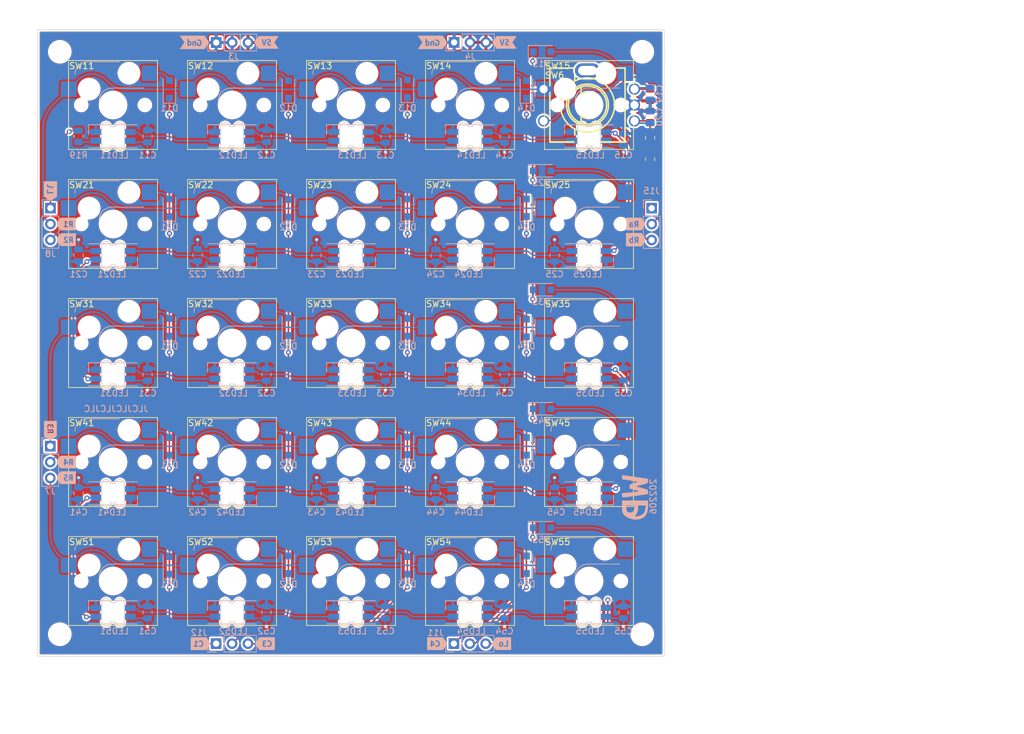
<source format=kicad_pcb>
(kicad_pcb (version 20211014) (generator pcbnew)
  (title_block (title "Orochi 5x5x2") (date "2022-06-25") (company "Willem Dijkstra"))
  (layers (0 "F.Cu" signal) (1 "In1.Cu" signal) (2 "In2.Cu" signal) (31 "B.Cu" signal) (34 "B.Paste" user) (35 "F.Paste" user) (36 "B.SilkS" user "B.Silkscreen") (37 "F.SilkS" user "F.Silkscreen") (38 "B.Mask" user) (39 "F.Mask" user) (44 "Edge.Cuts" user))
  (net 0 "")
  (net 1 "GND")
  (net 2 "Vusb")
  (net 3 "Net-(C19-Pad1)")
  (net 4 "Net-(C20-Pad1)")
  (net 5 "COL1")
  (net 6 "Net-(D11-Pad2)")
  (net 7 "COL2")
  (net 8 "Net-(D12-Pad2)")
  (net 9 "COL3")
  (net 10 "Net-(D13-Pad2)")
  (net 11 "COL4")
  (net 12 "Net-(D14-Pad2)")
  (net 13 "COL5")
  (net 14 "ROTE")
  (net 15 "Net-(D21-Pad2)")
  (net 16 "Net-(D22-Pad2)")
  (net 17 "Net-(D23-Pad2)")
  (net 18 "Net-(D24-Pad2)")
  (net 19 "Net-(D25-Pad2)")
  (net 20 "Net-(D31-Pad2)")
  (net 21 "Net-(D32-Pad2)")
  (net 22 "Net-(D33-Pad2)")
  (net 23 "Net-(D34-Pad2)")
  (net 24 "Net-(D35-Pad2)")
  (net 25 "Net-(D41-Pad2)")
  (net 26 "Net-(D42-Pad2)")
  (net 27 "Net-(D43-Pad2)")
  (net 28 "Net-(D44-Pad2)")
  (net 29 "Net-(D45-Pad2)")
  (net 30 "Net-(D51-Pad2)")
  (net 31 "Net-(D52-Pad2)")
  (net 32 "Net-(D53-Pad2)")
  (net 33 "Net-(D54-Pad2)")
  (net 34 "Net-(D55-Pad2)")
  (net 35 "Net-(LED11-Pad4)")
  (net 36 "Net-(LED11-Pad2)")
  (net 37 "Net-(LED12-Pad2)")
  (net 38 "Net-(LED13-Pad2)")
  (net 39 "Net-(LED14-Pad2)")
  (net 40 "Net-(LED15-Pad2)")
  (net 41 "Net-(LED21-Pad2)")
  (net 42 "Net-(LED21-Pad4)")
  (net 43 "Net-(LED22-Pad4)")
  (net 44 "Net-(LED23-Pad4)")
  (net 45 "Net-(LED24-Pad4)")
  (net 46 "Net-(LED31-Pad2)")
  (net 47 "Net-(LED32-Pad2)")
  (net 48 "Net-(LED33-Pad2)")
  (net 49 "Net-(LED34-Pad2)")
  (net 50 "Net-(LED35-Pad2)")
  (net 51 "Net-(LED41-Pad2)")
  (net 52 "Net-(LED41-Pad4)")
  (net 53 "Net-(LED42-Pad4)")
  (net 54 "Net-(LED43-Pad4)")
  (net 55 "Net-(LED44-Pad4)")
  (net 56 "Net-(LED51-Pad2)")
  (net 57 "Net-(LED52-Pad2)")
  (net 58 "Net-(LED53-Pad2)")
  (net 59 "Net-(LED54-Pad2)")
  (net 60 "ROTB")
  (net 61 "BACKLIGHTOUT")
  (net 62 "ROTA")
  (net 63 "ROTD")
  (net 64 "ROW2")
  (net 65 "ROW3")
  (net 66 "ROW4")
  (net 67 "ROW5")
  (net 68 "BACKLIGHTIN")
  (footprint "keyswitch:SW_Hotswap_Kailh_MX_1.00u" (layer "F.Cu") (at 67 69)
    (fp_text reference "SW22")
    (fp_text value "SW")
  )
  (footprint "MountingHole:MountingHole_3.2mm_M3" (layer "F.Cu") (at 39.5 41.5)
    (fp_text reference "REF**" hide)
    (fp_text value "MountingHole_3.2mm_M3" hide)
  )
  (footprint "keyswitch:SW_Hotswap_Kailh_MX_1.00u" (layer "F.Cu") (at 67 107)
    (fp_text reference "SW42")
    (fp_text value "SW")
  )
  (footprint "MountingHole:MountingHole_3.2mm_M3" (layer "F.Cu") (at 39.5 134.5)
    (fp_text reference "REF**" hide)
    (fp_text value "MountingHole_3.2mm_M3" hide)
  )
  (footprint "keyswitch:SW_Hotswap_Kailh_MX_1.00u" (layer "F.Cu") (at 105 69)
    (fp_text reference "SW24")
    (fp_text value "SW")
  )
  (footprint "Resistor_SMD:R_0805_2012Metric" (layer "F.Cu") (at 133.75 51.8375 -90)
    (fp_text reference "R17" hide)
    (fp_text value "10k")
  )
  (footprint "keyswitch:SW_Hotswap_Kailh_MX_1.00u" (layer "F.Cu") (at 86 126)
    (fp_text reference "SW53")
    (fp_text value "SW")
  )
  (footprint "keyswitch:SW_Hotswap_Kailh_MX_1.00u" (layer "F.Cu") (at 124 88)
    (fp_text reference "SW35")
    (fp_text value "SW")
  )
  (footprint "MountingHole:MountingHole_3.2mm_M3" (layer "F.Cu") (at 132.5 41.5)
    (fp_text reference "REF**" hide)
    (fp_text value "MountingHole_3.2mm_M3" hide)
  )
  (footprint "keyswitch:SW_Hotswap_Kailh_MX_1.00u" (layer "F.Cu") (at 86 107)
    (fp_text reference "SW43")
    (fp_text value "SW")
  )
  (footprint "keyswitch:SW_Hotswap_Kailh_MX_1.00u" (layer "F.Cu") (at 124 50)
    (fp_text reference "SW15")
    (fp_text value "SW")
  )
  (footprint "Resistor_SMD:R_0805_2012Metric" (layer "F.Cu") (at 133.75 48.4125 90)
    (fp_text reference "R16" hide)
    (fp_text value "10k")
  )
  (footprint "keyswitch:SW_Hotswap_Kailh_MX_1.00u" (layer "F.Cu") (at 124 126)
    (fp_text reference "SW55")
    (fp_text value "SW")
  )
  (footprint "keyswitch:SW_Hotswap_Kailh_MX_1.00u" (layer "F.Cu") (at 105 126)
    (fp_text reference "SW54")
    (fp_text value "SW")
  )
  (footprint "keyswitch:SW_Hotswap_Kailh_MX_1.00u" (layer "F.Cu") (at 86 69)
    (fp_text reference "SW23")
    (fp_text value "SW")
  )
  (footprint "Resistor_SMD:R_0805_2012Metric" (layer "F.Cu") (at 133.75 58.6625 90)
    (fp_text reference "R15" hide)
    (fp_text value "10k")
  )
  (footprint "MountingHole:MountingHole_3.2mm_M3" (layer "F.Cu") (at 132.5 134.5)
    (fp_text reference "REF**" hide)
    (fp_text value "MountingHole_3.2mm_M3" hide)
  )
  (footprint "keyswitch:SW_Hotswap_Kailh_MX_1.00u" (layer "F.Cu") (at 67 126)
    (fp_text reference "SW52")
    (fp_text value "SW")
  )
  (footprint "keyswitch:SW_Hotswap_Kailh_MX_1.00u" (layer "F.Cu") (at 124 69)
    (fp_text reference "SW25")
    (fp_text value "SW")
  )
  (footprint "Resistor_SMD:R_0805_2012Metric" (layer "F.Cu") (at 133.75 55.25 90)
    (fp_text reference "R18" hide)
    (fp_text value "10k")
  )
  (footprint "keyswitch:SW_Hotswap_Kailh_MX_1.00u" (layer "F.Cu") (at 105 107)
    (fp_text reference "SW44")
    (fp_text value "SW")
  )
  (footprint "keyswitch:SW_Hotswap_Kailh_MX_1.00u" (layer "F.Cu") (at 67 50)
    (fp_text reference "SW12")
    (fp_text value "SW")
  )
  (footprint "footprints:SW-TH_EC11XXXXXXXX" (layer "F.Cu") (at 124 50 90)
    (fp_text reference "SW6")
    (fp_text value "ALPS_EC11")
  )
  (footprint "keyswitch:SW_Hotswap_Kailh_MX_1.00u" (layer "F.Cu") (at 67 88)
    (fp_text reference "SW32")
    (fp_text value "SW")
  )
  (footprint "keyswitch:SW_Hotswap_Kailh_MX_1.00u" (layer "F.Cu") (at 86 50)
    (fp_text reference "SW13")
    (fp_text value "SW")
  )
  (footprint "keyswitch:SW_Hotswap_Kailh_MX_1.00u" (layer "F.Cu") (at 124 107)
    (fp_text reference "SW45")
    (fp_text value "SW")
  )
  (footprint "keyswitch:SW_Hotswap_Kailh_MX_1.00u" (layer "F.Cu") (at 48 107)
    (fp_text reference "SW41")
    (fp_text value "SW")
  )
  (footprint "keyswitch:SW_Hotswap_Kailh_MX_1.00u" (layer "F.Cu") (at 48 50)
    (fp_text reference "SW11")
    (fp_text value "SW")
  )
  (footprint "keyswitch:SW_Hotswap_Kailh_MX_1.00u" (layer "F.Cu") (at 105 88)
    (fp_text reference "SW34")
    (fp_text value "SW")
  )
  (footprint "keyswitch:SW_Hotswap_Kailh_MX_1.00u" (layer "F.Cu") (at 48 126)
    (fp_text reference "SW51")
    (fp_text value "SW")
  )
  (footprint "keyswitch:SW_Hotswap_Kailh_MX_1.00u" (layer "F.Cu") (at 48 69)
    (fp_text reference "SW21")
    (fp_text value "SW")
  )
  (footprint "keyswitch:SW_Hotswap_Kailh_MX_1.00u" (layer "F.Cu") (at 48 88)
    (fp_text reference "SW31")
    (fp_text value "SW")
  )
  (footprint "keyswitch:SW_Hotswap_Kailh_MX_1.00u" (layer "F.Cu") (at 86 88)
    (fp_text reference "SW33")
    (fp_text value "SW")
  )
  (footprint "keyswitch:SW_Hotswap_Kailh_MX_1.00u" (layer "F.Cu") (at 105 50)
    (fp_text reference "SW14")
    (fp_text value "SW")
  )
  (footprint "Diode_SMD:D_SOD-123F" (layer "B.Cu") (at 76 104.5 90)
    (fp_text reference "D42")
    (fp_text value "1N4148")
  )
  (footprint "kibuzzard-62AF6B0E" (layer "B.Cu") (at 38 102 90)
    (fp_text reference "kibuzzard-62AF6B0E" hide)
    (fp_text value "G***" hide)
  )
  (footprint "Capacitor_SMD:C_0805_2012Metric" (layer "B.Cu") (at 61.5 73.95 -90)
    (fp_text reference "C22")
    (fp_text value "100n")
  )
  (footprint "Diode_SMD:D_SOD-123F" (layer "B.Cu") (at 116.5 41.5)
    (fp_text reference "D15")
    (fp_text value "1N4148")
  )
  (footprint "footprints:YS-SK6812MINI-E" (layer "B.Cu") (at 105 93)
    (fp_text reference "LED34")
    (fp_text value "SK6812MINI-E")
    (fp_line (start -1.8 1.55) (end -1.8 -1.55) (layer "Edge.Cuts") (width 0.12))
    (fp_line (start 1.8 -1.55) (end 1.8 1.55) (layer "Edge.Cuts") (width 0.12))
    (fp_line (start 0.4 1.55) (end -0.4 1.55) (layer "Edge.Cuts") (width 0.12))
    (fp_line (start -0.4 -1.55) (end 0.4 -1.55) (layer "Edge.Cuts") (width 0.12))
    (fp_arc (start -1.8 -1.55) (mid -1.1 -2.225392) (end -0.4 -1.55) (layer "Edge.Cuts") (width 0.12))
    (fp_arc (start -0.4 1.55) (mid -1.1 2.225392) (end -1.8 1.55) (layer "Edge.Cuts") (width 0.12))
    (fp_arc (start 1.8 1.55) (mid 1.1 2.225392) (end 0.4 1.55) (layer "Edge.Cuts") (width 0.12))
    (fp_arc (start 0.4 -1.55) (mid 1.1 -2.225392) (end 1.8 -1.55) (layer "Edge.Cuts") (width 0.12))
  )
  (footprint "kibuzzard-62AF6BAD" (layer "B.Cu") (at 40.5 69 180)
    (fp_text reference "kibuzzard-62AF6BAD" hide)
    (fp_text value "G***" hide)
  )
  (footprint "footprints:YS-SK6812MINI-E" (layer "B.Cu") (at 124 131)
    (fp_text reference "LED55")
    (fp_text value "SK6812MINI-E")
    (fp_line (start 1.8 -1.55) (end 1.8 1.55) (layer "Edge.Cuts") (width 0.12))
    (fp_line (start 0.4 1.55) (end -0.4 1.55) (layer "Edge.Cuts") (width 0.12))
    (fp_line (start -1.8 1.55) (end -1.8 -1.55) (layer "Edge.Cuts") (width 0.12))
    (fp_line (start -0.4 -1.55) (end 0.4 -1.55) (layer "Edge.Cuts") (width 0.12))
    (fp_arc (start 0.4 -1.55) (mid 1.1 -2.225392) (end 1.8 -1.55) (layer "Edge.Cuts") (width 0.12))
    (fp_arc (start -1.8 -1.55) (mid -1.1 -2.225392) (end -0.4 -1.55) (layer "Edge.Cuts") (width 0.12))
    (fp_arc (start 1.8 1.55) (mid 1.1 2.225392) (end 0.4 1.55) (layer "Edge.Cuts") (width 0.12))
    (fp_arc (start -0.4 1.55) (mid -1.1 2.225392) (end -1.8 1.55) (layer "Edge.Cuts") (width 0.12))
  )
  (footprint "Diode_SMD:D_SOD-123F" (layer "B.Cu") (at 95 47.4 90)
    (fp_text reference "D13")
    (fp_text value "1N4148")
  )
  (footprint "Diode_SMD:D_SOD-123F" (layer "B.Cu") (at 114 104.5 90)
    (fp_text reference "D44")
    (fp_text value "1N4148")
  )
  (footprint "Capacitor_SMD:C_0805_2012Metric" (layer "B.Cu") (at 99.5 112 -90)
    (fp_text reference "C44")
    (fp_text value "100n")
  )
  (footprint "kibuzzard-62AF6EB6" (layer "B.Cu") (at 99.75 136 180)
    (fp_text reference "kibuzzard-62AF6EB6" hide)
    (fp_text value "G***" hide)
  )
  (footprint "kibuzzard-62AF6E21" (layer "B.Cu") (at 131.5 71.5 180)
    (fp_text reference "kibuzzard-62AF6E21" hide)
    (fp_text value "G***" hide)
  )
  (footprint "footprints:YS-SK6812MINI-E" (layer "B.Cu") (at 86 131)
    (fp_text reference "LED53")
    (fp_text value "SK6812MINI-E")
    (fp_line (start -1.8 1.55) (end -1.8 -1.55) (layer "Edge.Cuts") (width 0.12))
    (fp_line (start -0.4 -1.55) (end 0.4 -1.55) (layer "Edge.Cuts") (width 0.12))
    (fp_line (start 0.4 1.55) (end -0.4 1.55) (layer "Edge.Cuts") (width 0.12))
    (fp_line (start 1.8 -1.55) (end 1.8 1.55) (layer "Edge.Cuts") (width 0.12))
    (fp_arc (start 1.8 1.55) (mid 1.1 2.225392) (end 0.4 1.55) (layer "Edge.Cuts") (width 0.12))
    (fp_arc (start 0.4 -1.55) (mid 1.1 -2.225392) (end 1.8 -1.55) (layer "Edge.Cuts") (width 0.12))
    (fp_arc (start -0.4 1.55) (mid -1.1 2.225392) (end -1.8 1.55) (layer "Edge.Cuts") (width 0.12))
    (fp_arc (start -1.8 -1.55) (mid -1.1 -2.225392) (end -0.4 -1.55) (layer "Edge.Cuts") (width 0.12))
  )
  (footprint "Diode_SMD:D_SOD-123F" (layer "B.Cu") (at 114 123.4 90)
    (fp_text reference "D54")
    (fp_text value "1N4148")
  )
  (footprint "Diode_SMD:D_SOD-123F" (layer "B.Cu") (at 57 47.5 90)
    (fp_text reference "D11")
    (fp_text value "1N4148")
  )
  (footprint "Capacitor_SMD:C_0805_2012Metric" (layer "B.Cu") (at 118.5 74 -90)
    (fp_text reference "C25")
    (fp_text value "100n")
  )
  (footprint "Diode_SMD:D_SOD-123F" (layer "B.Cu") (at 57 85.5 90)
    (fp_text reference "D31")
    (fp_text value "1N4148")
  )
  (footprint "kibuzzard-62AF6BF3" (layer "B.Cu") (at 38 63.75 90)
    (fp_text reference "kibuzzard-62AF6BF3" hide)
    (fp_text value "G***" hide)
  )
  (footprint "Diode_SMD:D_SOD-123F" (layer "B.Cu") (at 116.5 117.5)
    (fp_text reference "D55")
    (fp_text value "1N4148")
  )
  (footprint "Capacitor_SMD:C_0805_2012Metric" (layer "B.Cu") (at 53.5 55 -90)
    (fp_text reference "C11")
    (fp_text value "100n")
  )
  (footprint "Connector_PinSocket_2.54mm:PinSocket_1x03_P2.54mm_Vertical" (layer "B.Cu") (at 64.475 40.025 -90)
    (fp_text reference "J3")
    (fp_text value "Conn_01x03_Male")
  )
  (footprint "Diode_SMD:D_SOD-123F" (layer "B.Cu") (at 95 104.4 90)
    (fp_text reference "D43")
    (fp_text value "1N4148")
  )
  (footprint "kibuzzard-62AF6F00" (layer "B.Cu") (at 72.25 136 180)
    (fp_text reference "kibuzzard-62AF6F00" hide)
    (fp_text value "G***" hide)
  )
  (footprint "Capacitor_SMD:C_0805_2012Metric" (layer "B.Cu") (at 110.5 55.05 -90)
    (fp_text reference "C14")
    (fp_text value "100n")
  )
  (footprint "Capacitor_SMD:C_0805_2012Metric" (layer "B.Cu") (at 91.5 131 -90)
    (fp_text reference "C53")
    (fp_text value "100n")
  )
  (footprint "Capacitor_SMD:C_0805_2012Metric" (layer "B.Cu") (at 99.5 74.05 -90)
    (fp_text reference "C24")
    (fp_text value "100n")
  )
  (footprint "Diode_SMD:D_SOD-123F" (layer "B.Cu") (at 116.5 79.5)
    (fp_text reference "D35")
    (fp_text value "1N4148")
  )
  (footprint "kibuzzard-62AF6DB1" (layer "B.Cu") (at 99 40 180)
    (fp_text reference "kibuzzard-62AF6DB1" hide)
    (fp_text value "G***" hide)
  )
  (footprint "Diode_SMD:D_SOD-123F" (layer "B.Cu") (at 76 66.5 90)
    (fp_text reference "D22")
    (fp_text value "1N4148")
  )
  (footprint "Connector_PinSocket_2.54mm:PinSocket_1x03_P2.54mm_Vertical" (layer "B.Cu") (at 102.42 136 -90)
    (fp_text reference "J11")
    (fp_text value "Conn_01x03_Male")
  )
  (footprint "Connector_PinSocket_2.54mm:PinSocket_1x03_P2.54mm_Vertical" (layer "B.Cu") (at 102.46 40 -90)
    (fp_text reference "J4")
    (fp_text value "Conn_01x03_Male")
  )
  (footprint "footprints:YS-SK6812MINI-E" (layer "B.Cu") (at 124 112 180)
    (fp_text reference "LED45")
    (fp_text value "SK6812MINI-E")
    (fp_line (start 0.4 1.55) (end -0.4 1.55) (layer "Edge.Cuts") (width 0.12))
    (fp_line (start -1.8 1.55) (end -1.8 -1.55) (layer "Edge.Cuts") (width 0.12))
    (fp_line (start 1.8 -1.55) (end 1.8 1.55) (layer "Edge.Cuts") (width 0.12))
    (fp_line (start -0.4 -1.55) (end 0.4 -1.55) (layer "Edge.Cuts") (width 0.12))
    (fp_arc (start 0.4 -1.55) (mid 1.1 -2.225392) (end 1.8 -1.55) (layer "Edge.Cuts") (width 0.12))
    (fp_arc (start -0.4 1.55) (mid -1.1 2.225392) (end -1.8 1.55) (layer "Edge.Cuts") (width 0.12))
    (fp_arc (start -1.8 -1.55) (mid -1.1 -2.225392) (end -0.4 -1.55) (layer "Edge.Cuts") (width 0.12))
    (fp_arc (start 1.8 1.55) (mid 1.1 2.225392) (end 0.4 1.55) (layer "Edge.Cuts") (width 0.12))
  )
  (footprint "Capacitor_SMD:C_0805_2012Metric" (layer "B.Cu") (at 42.5 112 -90)
    (fp_text reference "C41")
    (fp_text value "100n")
  )
  (footprint "kibuzzard-62AF6EDD" (layer "B.Cu") (at 62 136 180)
    (fp_text reference "kibuzzard-62AF6EDD" hide)
    (fp_text value "G***" hide)
  )
  (footprint "Capacitor_SMD:C_0805_2012Metric" (layer "B.Cu") (at 72.5 54.95 -90)
    (fp_text reference "C12")
    (fp_text value "100n")
  )
  (footprint "footprints:YS-SK6812MINI-E" (layer "B.Cu") (at 48 131)
    (fp_text reference "LED51")
    (fp_text value "SK6812MINI-E")
    (fp_line (start 1.8 -1.55) (end 1.8 1.55) (layer "Edge.Cuts") (width 0.12))
    (fp_line (start -0.4 -1.55) (end 0.4 -1.55) (layer "Edge.Cuts") (width 0.12))
    (fp_line (start 0.4 1.55) (end -0.4 1.55) (layer "Edge.Cuts") (width 0.12))
    (fp_line (start -1.8 1.55) (end -1.8 -1.55) (layer "Edge.Cuts") (width 0.12))
    (fp_arc (start -1.8 -1.55) (mid -1.1 -2.225392) (end -0.4 -1.55) (layer "Edge.Cuts") (width 0.12))
    (fp_arc (start 0.4 -1.55) (mid 1.1 -2.225392) (end 1.8 -1.55) (layer "Edge.Cuts") (width 0.12))
    (fp_arc (start -0.4 1.55) (mid -1.1 2.225392) (end -1.8 1.55) (layer "Edge.Cuts") (width 0.12))
    (fp_arc (start 1.8 1.55) (mid 1.1 2.225392) (end 0.4 1.55) (layer "Edge.Cuts") (width 0.12))
  )
  (footprint "footprints:YS-SK6812MINI-E" (layer "B.Cu") (at 105 131)
    (fp_text reference "LED54")
    (fp_text value "SK6812MINI-E")
    (fp_line (start 1.8 -1.55) (end 1.8 1.55) (layer "Edge.Cuts") (width 0.12))
    (fp_line (start 0.4 1.55) (end -0.4 1.55) (layer "Edge.Cuts") (width 0.12))
    (fp_line (start -0.4 -1.55) (end 0.4 -1.55) (layer "Edge.Cuts") (width 0.12))
    (fp_line (start -1.8 1.55) (end -1.8 -1.55) (layer "Edge.Cuts") (width 0.12))
    (fp_arc (start 1.8 1.55) (mid 1.1 2.225392) (end 0.4 1.55) (layer "Edge.Cuts") (width 0.12))
    (fp_arc (start -1.8 -1.55) (mid -1.1 -2.225392) (end -0.4 -1.55) (layer "Edge.Cuts") (width 0.12))
    (fp_arc (start 0.4 -1.55) (mid 1.1 -2.225392) (end 1.8 -1.55) (layer "Edge.Cuts") (width 0.12))
    (fp_arc (start -0.4 1.55) (mid -1.1 2.225392) (end -1.8 1.55) (layer "Edge.Cuts") (width 0.12))
  )
  (footprint "Capacitor_SMD:C_0805_2012Metric" (layer "B.Cu") (at 118.5 112 -90)
    (fp_text reference "C45")
    (fp_text value "100n")
  )
  (footprint "Diode_SMD:D_SOD-123F" (layer "B.Cu") (at 114 85.6 90)
    (fp_text reference "D34")
    (fp_text value "1N4148")
  )
  (footprint "footprints:YS-SK6812MINI-E" (layer "B.Cu") (at 105 74 180)
    (fp_text reference "LED24")
    (fp_text value "SK6812MINI-E")
    (fp_line (start -1.8 1.55) (end -1.8 -1.55) (layer "Edge.Cuts") (width 0.12))
    (fp_line (start 1.8 -1.55) (end 1.8 1.55) (layer "Edge.Cuts") (width 0.12))
    (fp_line (start 0.4 1.55) (end -0.4 1.55) (layer "Edge.Cuts") (width 0.12))
    (fp_line (start -0.4 -1.55) (end 0.4 -1.55) (layer "Edge.Cuts") (width 0.12))
    (fp_arc (start 0.4 -1.55) (mid 1.1 -2.225392) (end 1.8 -1.55) (layer "Edge.Cuts") (width 0.12))
    (fp_arc (start 1.8 1.55) (mid 1.1 2.225392) (end 0.4 1.55) (layer "Edge.Cuts") (width 0.12))
    (fp_arc (start -1.8 -1.55) (mid -1.1 -2.225392) (end -0.4 -1.55) (layer "Edge.Cuts") (width 0.12))
    (fp_arc (start -0.4 1.55) (mid -1.1 2.225392) (end -1.8 1.55) (layer "Edge.Cuts") (width 0.12))
  )
  (footprint "kibuzzard-62AF6BA3" (layer "B.Cu") (at 40.5 71.5 180)
    (fp_text reference "kibuzzard-62AF6BA3" hide)
    (fp_text value "G***" hide)
  )
  (footprint "Capacitor_SMD:C_0805_2012Metric" (layer "B.Cu") (at 133.75 48.2 -90)
    (fp_text reference "C19")
    (fp_text value "100n")
  )
  (footprint "kibuzzard-62AF6B38" (layer "B.Cu") (at 40.5 107 180)
    (fp_text reference "kibuzzard-62AF6B38" hide)
    (fp_text value "G***" hide)
  )
  (footprint "footprints:YS-SK6812MINI-E" (layer "B.Cu") (at 48 112 180)
    (fp_text reference "LED41")
    (fp_text value "SK6812MINI-E")
    (fp_line (start -1.8 1.55) (end -1.8 -1.55) (layer "Edge.Cuts") (width 0.12))
    (fp_line (start 0.4 1.55) (end -0.4 1.55) (layer "Edge.Cuts") (width 0.12))
    (fp_line (start 1.8 -1.55) (end 1.8 1.55) (layer "Edge.Cuts") (width 0.12))
    (fp_line (start -0.4 -1.55) (end 0.4 -1.55) (layer "Edge.Cuts") (width 0.12))
    (fp_arc (start 1.8 1.55) (mid 1.1 2.225392) (end 0.4 1.55) (layer "Edge.Cuts") (width 0.12))
    (fp_arc (start 0.4 -1.55) (mid 1.1 -2.225392) (end 1.8 -1.55) (layer "Edge.Cuts") (width 0.12))
    (fp_arc (start -1.8 -1.55) (mid -1.1 -2.225392) (end -0.4 -1.55) (layer "Edge.Cuts") (width 0.12))
    (fp_arc (start -0.4 1.55) (mid -1.1 2.225392) (end -1.8 1.55) (layer "Edge.Cuts") (width 0.12))
  )
  (footprint "footprints:YS-SK6812MINI-E" (layer "B.Cu") (at 67 93)
    (fp_text reference "LED32")
    (fp_text value "SK6812MINI-E")
    (fp_line (start 0.4 1.55) (end -0.4 1.55) (layer "Edge.Cuts") (width 0.12))
    (fp_line (start -1.8 1.55) (end -1.8 -1.55) (layer "Edge.Cuts") (width 0.12))
    (fp_line (start -0.4 -1.55) (end 0.4 -1.55) (layer "Edge.Cuts") (width 0.12))
    (fp_line (start 1.8 -1.55) (end 1.8 1.55) (layer "Edge.Cuts") (width 0.12))
    (fp_arc (start 0.4 -1.55) (mid 1.1 -2.225392) (end 1.8 -1.55) (layer "Edge.Cuts") (width 0.12))
    (fp_arc (start -1.8 -1.55) (mid -1.1 -2.225392) (end -0.4 -1.55) (layer "Edge.Cuts") (width 0.12))
    (fp_arc (start 1.8 1.55) (mid 1.1 2.225392) (end 0.4 1.55) (layer "Edge.Cuts") (width 0.12))
    (fp_arc (start -0.4 1.55) (mid -1.1 2.225392) (end -1.8 1.55) (layer "Edge.Cuts") (width 0.12))
  )
  (footprint "Capacitor_SMD:C_0805_2012Metric" (layer "B.Cu") (at 42.5 74 -90)
    (fp_text reference "C21")
    (fp_text value "100n")
  )
  (footprint "Capacitor_SMD:C_0805_2012Metric" (layer "B.Cu") (at 80.5 112 -90)
    (fp_text reference "C43")
    (fp_text value "100n")
  )
  (footprint "Capacitor_SMD:C_0805_2012Metric" (layer "B.Cu") (at 110.5 93.05 -90)
    (fp_text reference "C34")
    (fp_text value "100n")
  )
  (footprint "footprints:YS-SK6812MINI-E" (layer "B.Cu") (at 67 55)
    (fp_text reference "LED12")
    (fp_text value "SK6812MINI-E")
    (fp_line (start -0.4 -1.55) (end 0.4 -1.55) (layer "Edge.Cuts") (width 0.12))
    (fp_line (start -1.8 1.55) (end -1.8 -1.55) (layer "Edge.Cuts") (width 0.12))
    (fp_line (start 0.4 1.55) (end -0.4 1.55) (layer "Edge.Cuts") (width 0.12))
    (fp_line (start 1.8 -1.55) (end 1.8 1.55) (layer "Edge.Cuts") (width 0.12))
    (fp_arc (start 1.8 1.55) (mid 1.1 2.225392) (end 0.4 1.55) (layer "Edge.Cuts") (width 0.12))
    (fp_arc (start -1.8 -1.55) (mid -1.1 -2.225392) (end -0.4 -1.55) (layer "Edge.Cuts") (width 0.12))
    (fp_arc (start 0.4 -1.55) (mid 1.1 -2.225392) (end 1.8 -1.55) (layer "Edge.Cuts") (width 0.12))
    (fp_arc (start -0.4 1.55) (mid -1.1 2.225392) (end -1.8 1.55) (layer "Edge.Cuts") (width 0.12))
  )
  (footprint "kibuzzard-62AF6D1E" (layer "B.Cu") (at 72.5 40 180)
    (fp_text reference "kibuzzard-62AF6D1E" hide)
    (fp_text value "G***" hide)
  )
  (footprint "Diode_SMD:D_SOD-123F" (layer "B.Cu") (at 76 47.5 90)
    (fp_text reference "D12")
    (fp_text value "1N4148")
  )
  (footprint "LOGO" (layer "B.Cu") (at 131.25 112.75 -90)
    (fp_text reference "G***" hide)
    (fp_text value "LOGO" hide)
  )
  (footprint "Capacitor_SMD:C_0805_2012Metric" (layer "B.Cu") (at 129.5 55.5 -90)
    (fp_text reference "C15")
    (fp_text value "100n")
  )
  (footprint "footprints:YS-SK6812MINI-E" (layer "B.Cu") (at 67 112 180)
    (fp_text reference "LED42")
    (fp_text value "SK6812MINI-E")
    (fp_line (start 1.8 -1.55) (end 1.8 1.55) (layer "Edge.Cuts") (width 0.12))
    (fp_line (start -1.8 1.55) (end -1.8 -1.55) (layer "Edge.Cuts") (width 0.12))
    (fp_line (start 0.4 1.55) (end -0.4 1.55) (layer "Edge.Cuts") (width 0.12))
    (fp_line (start -0.4 -1.55) (end 0.4 -1.55) (layer "Edge.Cuts") (width 0.12))
    (fp_arc (start 1.8 1.55) (mid 1.1 2.225392) (end 0.4 1.55) (layer "Edge.Cuts") (width 0.12))
    (fp_arc (start -1.8 -1.55) (mid -1.1 -2.225392) (end -0.4 -1.55) (layer "Edge.Cuts") (width 0.12))
    (fp_arc (start -0.4 1.55) (mid -1.1 2.225392) (end -1.8 1.55) (layer "Edge.Cuts") (width 0.12))
    (fp_arc (start 0.4 -1.55) (mid 1.1 -2.225392) (end 1.8 -1.55) (layer "Edge.Cuts") (width 0.12))
  )
  (footprint "footprints:YS-SK6812MINI-E" (layer "B.Cu") (at 105 55)
    (fp_text reference "LED14")
    (fp_text value "SK6812MINI-E")
    (fp_line (start -0.4 -1.55) (end 0.4 -1.55) (layer "Edge.Cuts") (width 0.12))
    (fp_line (start 0.4 1.55) (end -0.4 1.55) (layer "Edge.Cuts") (width 0.12))
    (fp_line (start -1.8 1.55) (end -1.8 -1.55) (layer "Edge.Cuts") (width 0.12))
    (fp_line (start 1.8 -1.55) (end 1.8 1.55) (layer "Edge.Cuts") (width 0.12))
    (fp_arc (start 1.8 1.55) (mid 1.1 2.225392) (end 0.4 1.55) (layer "Edge.Cuts") (width 0.12))
    (fp_arc (start -0.4 1.55) (mid -1.1 2.225392) (end -1.8 1.55) (layer "Edge.Cuts") (width 0.12))
    (fp_arc (start -1.8 -1.55) (mid -1.1 -2.225392) (end -0.4 -1.55) (layer "Edge.Cuts") (width 0.12))
    (fp_arc (start 0.4 -1.55) (mid 1.1 -2.225392) (end 1.8 -1.55) (layer "Edge.Cuts") (width 0.12))
  )
  (footprint "footprints:YS-SK6812MINI-E" (layer "B.Cu") (at 86 112 180)
    (fp_text reference "LED43")
    (fp_text value "SK6812MINI-E")
    (fp_line (start -0.4 -1.55) (end 0.4 -1.55) (layer "Edge.Cuts") (width 0.12))
    (fp_line (start 1.8 -1.55) (end 1.8 1.55) (layer "Edge.Cuts") (width 0.12))
    (fp_line (start -1.8 1.55) (end -1.8 -1.55) (layer "Edge.Cuts") (width 0.12))
    (fp_line (start 0.4 1.55) (end -0.4 1.55) (layer "Edge.Cuts") (width 0.12))
    (fp_arc (start -1.8 -1.55) (mid -1.1 -2.225392) (end -0.4 -1.55) (layer "Edge.Cuts") (width 0.12))
    (fp_arc (start 0.4 -1.55) (mid 1.1 -2.225392) (end 1.8 -1.55) (layer "Edge.Cuts") (width 0.12))
    (fp_arc (start -0.4 1.55) (mid -1.1 2.225392) (end -1.8 1.55) (layer "Edge.Cuts") (width 0.12))
    (fp_arc (start 1.8 1.55) (mid 1.1 2.225392) (end 0.4 1.55) (layer "Edge.Cuts") (width 0.12))
  )
  (footprint "Capacitor_SMD:C_0805_2012Metric" (layer "B.Cu") (at 129.5 93 -90)
    (fp_text reference "C35")
    (fp_text value "100n")
  )
  (footprint "Diode_SMD:D_SOD-123F" (layer "B.Cu") (at 57 123.5 90)
    (fp_text reference "D51")
    (fp_text value "1N4148")
  )
  (footprint "Diode_SMD:D_SOD-123F" (layer "B.Cu") (at 114 66.4 90)
    (fp_text reference "D24")
    (fp_text value "1N4148")
  )
  (footprint "footprints:YS-SK6812MINI-E" (layer "B.Cu") (at 105 112 180)
    (fp_text reference "LED44")
    (fp_text value "SK6812MINI-E")
    (fp_line (start 1.8 -1.55) (end 1.8 1.55) (layer "Edge.Cuts") (width 0.12))
    (fp_line (start -0.4 -1.55) (end 0.4 -1.55) (layer "Edge.Cuts") (width 0.12))
    (fp_line (start -1.8 1.55) (end -1.8 -1.55) (layer "Edge.Cuts") (width 0.12))
    (fp_line (start 0.4 1.55) (end -0.4 1.55) (layer "Edge.Cuts") (width 0.12))
    (fp_arc (start -0.4 1.55) (mid -1.1 2.225392) (end -1.8 1.55) (layer "Edge.Cuts") (width 0.12))
    (fp_arc (start 0.4 -1.55) (mid 1.1 -2.225392) (end 1.8 -1.55) (layer "Edge.Cuts") (width 0.12))
    (fp_arc (start -1.8 -1.55) (mid -1.1 -2.225392) (end -0.4 -1.55) (layer "Edge.Cuts") (width 0.12))
    (fp_arc (start 1.8 1.55) (mid 1.1 2.225392) (end 0.4 1.55) (layer "Edge.Cuts") (width 0.12))
  )
  (footprint "footprints:YS-SK6812MINI-E" (layer "B.Cu") (at 48 55)
    (fp_text reference "LED11")
    (fp_text value "SK6812MINI-E")
    (fp_line (start 1.8 -1.55) (end 1.8 1.55) (layer "Edge.Cuts") (width 0.12))
    (fp_line (start -1.8 1.55) (end -1.8 -1.55) (layer "Edge.Cuts") (width 0.12))
    (fp_line (start -0.4 -1.55) (end 0.4 -1.55) (layer "Edge.Cuts") (width 0.12))
    (fp_line (start 0.4 1.55) (end -0.4 1.55) (layer "Edge.Cuts") (width 0.12))
    (fp_arc (start 1.8 1.55) (mid 1.1 2.225392) (end 0.4 1.55) (layer "Edge.Cuts") (width 0.12))
    (fp_arc (start -0.4 1.55) (mid -1.1 2.225392) (end -1.8 1.55) (layer "Edge.Cuts") (width 0.12))
    (fp_arc (start 0.4 -1.55) (mid 1.1 -2.225392) (end 1.8 -1.55) (layer "Edge.Cuts") (width 0.12))
    (fp_arc (start -1.8 -1.55) (mid -1.1 -2.225392) (end -0.4 -1.55) (layer "Edge.Cuts") (width 0.12))
  )
  (footprint "kibuzzard-62AF6DB1" (layer "B.Cu") (at 61 40 180)
    (fp_text reference "kibuzzard-62AF6DB1" hide)
    (fp_text value "G***" hide)
  )
  (footprint "kibuzzard-62AF6B7C" (layer "B.Cu") (at 40.5 109.5 180)
    (fp_text reference "kibuzzard-62AF6B7C" hide)
    (fp_text value "G***" hide)
  )
  (footprint "footprints:YS-SK6812MINI-E" (layer "B.Cu") (at 124 74 180)
    (fp_text reference "LED25")
    (fp_text value "SK6812MINI-E")
    (fp_line (start -0.4 -1.55) (end 0.4 -1.55) (layer "Edge.Cuts") (width 0.12))
    (fp_line (start -1.8 1.55) (end -1.8 -1.55) (layer "Edge.Cuts") (width 0.12))
    (fp_line (start 0.4 1.55) (end -0.4 1.55) (layer "Edge.Cuts") (width 0.12))
    (fp_line (start 1.8 -1.55) (end 1.8 1.55) (layer "Edge.Cuts") (width 0.12))
    (fp_arc (start -1.8 -1.55) (mid -1.1 -2.225392) (end -0.4 -1.55) (layer "Edge.Cuts") (width 0.12))
    (fp_arc (start 0.4 -1.55) (mid 1.1 -2.225392) (end 1.8 -1.55) (layer "Edge.Cuts") (width 0.12))
    (fp_arc (start -0.4 1.55) (mid -1.1 2.225392) (end -1.8 1.55) (layer "Edge.Cuts") (width 0.12))
    (fp_arc (start 1.8 1.55) (mid 1.1 2.225392) (end 0.4 1.55) (layer "Edge.Cuts") (width 0.12))
  )
  (footprint "footprints:YS-SK6812MINI-E" (layer "B.Cu") (at 86 93)
    (fp_text reference "LED33")
    (fp_text value "SK6812MINI-E")
    (fp_line (start -1.8 1.55) (end -1.8 -1.55) (layer "Edge.Cuts") (width 0.12))
    (fp_line (start -0.4 -1.55) (end 0.4 -1.55) (layer "Edge.Cuts") (width 0.12))
    (fp_line (start 1.8 -1.55) (end 1.8 1.55) (layer "Edge.Cuts") (width 0.12))
    (fp_line (start 0.4 1.55) (end -0.4 1.55) (layer "Edge.Cuts") (width 0.12))
    (fp_arc (start 1.8 1.55) (mid 1.1 2.225392) (end 0.4 1.55) (layer "Edge.Cuts") (width 0.12))
    (fp_arc (start -0.4 1.55) (mid -1.1 2.225392) (end -1.8 1.55) (layer "Edge.Cuts") (width 0.12))
    (fp_arc (start 0.4 -1.55) (mid 1.1 -2.225392) (end 1.8 -1.55) (layer "Edge.Cuts") (width 0.12))
    (fp_arc (start -1.8 -1.55) (mid -1.1 -2.225392) (end -0.4 -1.55) (layer "Edge.Cuts") (width 0.12))
  )
  (footprint "Capacitor_SMD:C_0805_2012Metric" (layer "B.Cu") (at 61.5 112 -90)
    (fp_text reference "C42")
    (fp_text value "100n")
  )
  (footprint "Capacitor_SMD:C_0805_2012Metric" (layer "B.Cu") (at 133.75 51.95 90)
    (fp_text reference "C20")
    (fp_text value "100n")
  )
  (footprint "Diode_SMD:D_SOD-123F" (layer "B.Cu") (at 95 66.4 90)
    (fp_text reference "D23")
    (fp_text value "1N4148")
  )
  (footprint "Diode_SMD:D_SOD-123F" (layer "B.Cu") (at 76 123.4 90)
    (fp_text reference "D52")
    (fp_text value "1N4148")
  )
  (footprint "Capacitor_SMD:C_0805_2012Metric" (layer "B.Cu") (at 72.5 131 -90)
    (fp_text reference "C52")
    (fp_text value "100n")
  )
  (footprint "Capacitor_SMD:C_0805_2012Metric" (layer "B.Cu") (at 91.5 55.05 -90)
    (fp_text reference "C13")
    (fp_text value "100n")
  )
  (footprint "footprints:YS-SK6812MINI-E" (layer "B.Cu") (at 67 74 180)
    (fp_text reference "LED22")
    (fp_text value "SK6812MINI-E")
    (fp_line (start -1.8 1.55) (end -1.8 -1.55) (layer "Edge.Cuts") (width 0.12))
    (fp_line (start 0.4 1.55) (end -0.4 1.55) (layer "Edge.Cuts") (width 0.12))
    (fp_line (start 1.8 -1.55) (end 1.8 1.55) (layer "Edge.Cuts") (width 0.12))
    (fp_line (start -0.4 -1.55) (end 0.4 -1.55) (layer "Edge.Cuts") (width 0.12))
    (fp_arc (start 0.4 -1.55) (mid 1.1 -2.225392) (end 1.8 -1.55) (layer "Edge.Cuts") (width 0.12))
    (fp_arc (start -1.8 -1.55) (mid -1.1 -2.225392) (end -0.4 -1.55) (layer "Edge.Cuts") (width 0.12))
    (fp_arc (start -0.4 1.55) (mid -1.1 2.225392) (end -1.8 1.55) (layer "Edge.Cuts") (width 0.12))
    (fp_arc (start 1.8 1.55) (mid 1.1 2.225392) (end 0.4 1.55) (layer "Edge.Cuts") (width 0.12))
  )
  (footprint "footprints:YS-SK6812MINI-E" (layer "B.Cu") (at 48 74 180)
    (fp_text reference "LED21")
    (fp_text value "SK6812MINI-E")
    (fp_line (start -1.8 1.55) (end -1.8 -1.55) (layer "Edge.Cuts") (width 0.12))
    (fp_line (start -0.4 -1.55) (end 0.4 -1.55) (layer "Edge.Cuts") (width 0.12))
    (fp_line (start 0.4 1.55) (end -0.4 1.55) (layer "Edge.Cuts") (width 0.12))
    (fp_line (start 1.8 -1.55) (end 1.8 1.55) (layer "Edge.Cuts") (width 0.12))
    (fp_arc (start 1.8 1.55) (mid 1.1 2.225392) (end 0.4 1.55) (layer "Edge.Cuts") (width 0.12))
    (fp_arc (start -1.8 -1.55) (mid -1.1 -2.225392) (end -0.4 -1.55) (layer "Edge.Cuts") (width 0.12))
    (fp_arc (start 0.4 -1.55) (mid 1.1 -2.225392) (end 1.8 -1.55) (layer "Edge.Cuts") (width 0.12))
    (fp_arc (start -0.4 1.55) (mid -1.1 2.225392) (end -1.8 1.55) (layer "Edge.Cuts") (width 0.12))
  )
  (footprint "Connector_PinSocket_2.54mm:PinSocket_1x03_P2.54mm_Vertical" (layer "B.Cu") (at 37.975 104.475 180)
    (fp_text reference "J7")
    (fp_text value "Conn_01x03_Male")
  )
  (footprint "Diode_SMD:D_SOD-123F" (layer "B.Cu") (at 116.5 98.5)
    (fp_text reference "D45")
    (fp_text value "1N4148")
  )
  (footprint "Capacitor_SMD:C_0805_2012Metric" (layer "B.Cu") (at 110.5 131 -90)
    (fp_text reference "C54")
    (fp_text value "100n")
  )
  (footprint "Capacitor_SMD:C_0805_2012Metric" (layer "B.Cu") (at 80.5 74 -90)
    (fp_text reference "C23")
    (fp_text value "100n")
  )
  (footprint "Resistor_SMD:R_0805_2012Metric" (layer "B.Cu") (at 42.5 55 90)
    (fp_text reference "R19")
    (fp_text value "220")
  )
  (footprint "footprints:YS-SK6812MINI-E" (layer "B.Cu") (at 86 55)
    (fp_text reference "LED13")
    (fp_text value "SK6812MINI-E")
    (fp_line (start -0.4 -1.55) (end 0.4 -1.55) (layer "Edge.Cuts") (width 0.12))
    (fp_line (start -1.8 1.55) (end -1.8 -1.55) (layer "Edge.Cuts") (width 0.12))
    (fp_line (start 1.8 -1.55) (end 1.8 1.55) (layer "Edge.Cuts") (width 0.12))
    (fp_line (start 0.4 1.55) (end -0.4 1.55) (layer "Edge.Cuts") (width 0.12))
    (fp_arc (start -1.8 -1.55) (mid -1.1 -2.225392) (end -0.4 -1.55) (layer "Edge.Cuts") (width 0.12))
    (fp_arc (start 1.8 1.55) (mid 1.1 2.225392) (end 0.4 1.55) (layer "Edge.Cuts") (width 0.12))
    (fp_arc (start -0.4 1.55) (mid -1.1 2.225392) (end -1.8 1.55) (layer "Edge.Cuts") (width 0.12))
    (fp_arc (start 0.4 -1.55) (mid 1.1 -2.225392) (end 1.8 -1.55) (layer "Edge.Cuts") (width 0.12))
  )
  (footprint "Connector_PinSocket_2.54mm:PinSocket_1x03_P2.54mm_Vertical" (layer "B.Cu") (at 134 66.475 180)
    (fp_text reference "J15")
    (fp_text value "Conn_01x03_Male")
  )
  (footprint "kibuzzard-62AF6E15" (layer "B.Cu") (at 131.5 69 180)
    (fp_text reference "kibuzzard-62AF6E15" hide)
    (fp_text value "G***" hide)
  )
  (footprint "footprints:YS-SK6812MINI-E" (layer "B.Cu") (at 124 93)
    (fp_text reference "LED35")
    (fp_text value "SK6812MINI-E")
    (fp_line (start 0.4 1.55) (end -0.4 1.55) (layer "Edge.Cuts") (width 0.12))
    (fp_line (start -1.8 1.55) (end -1.8 -1.55) (layer "Edge.Cuts") (width 0.12))
    (fp_line (start 1.8 -1.55) (end 1.8 1.55) (layer "Edge.Cuts") (width 0.12))
    (fp_line (start -0.4 -1.55) (end 0.4 -1.55) (layer "Edge.Cuts") (width 0.12))
    (fp_arc (start -0.4 1.55) (mid -1.1 2.225392) (end -1.8 1.55) (layer "Edge.Cuts") (width 0.12))
    (fp_arc (start 0.4 -1.55) (mid 1.1 -2.225392) (end 1.8 -1.55) (layer "Edge.Cuts") (width 0.12))
    (fp_arc (start 1.8 1.55) (mid 1.1 2.225392) (end 0.4 1.55) (layer "Edge.Cuts") (width 0.12))
    (fp_arc (start -1.8 -1.55) (mid -1.1 -2.225392) (end -0.4 -1.55) (layer "Edge.Cuts") (width 0.12))
  )
  (footprint "Diode_SMD:D_SOD-123F" (layer "B.Cu") (at 116.5 60.5)
    (fp_text reference "D25")
    (fp_text value "1N4148")
  )
  (footprint "Diode_SMD:D_SOD-123F" (layer "B.Cu") (at 114 47.5 90)
    (fp_text reference "D14")
    (fp_text value "1N4148")
  )
  (footprint "footprints:YS-SK6812MINI-E" (layer "B.Cu") (at 86 74 180)
    (fp_text reference "LED23")
    (fp_text value "SK6812MINI-E")
    (fp_line (start -0.4 -1.55) (end 0.4 -1.55) (layer "Edge.Cuts") (width 0.12))
    (fp_line (start 1.8 -1.55) (end 1.8 1.55) (layer "Edge.Cuts") (width 0.12))
    (fp_line (start -1.8 1.55) (end -1.8 -1.55) (layer "Edge.Cuts") (width 0.12))
    (fp_line (start 0.4 1.55) (end -0.4 1.55) (layer "Edge.Cuts") (width 0.12))
    (fp_arc (start 1.8 1.55) (mid 1.1 2.225392) (end 0.4 1.55) (layer "Edge.Cuts") (width 0.12))
    (fp_arc (start 0.4 -1.55) (mid 1.1 -2.225392) (end 1.8 -1.55) (layer "Edge.Cuts") (width 0.12))
    (fp_arc (start -0.4 1.55) (mid -1.1 2.225392) (end -1.8 1.55) (layer "Edge.Cuts") (width 0.12))
    (fp_arc (start -1.8 -1.55) (mid -1.1 -2.225392) (end -0.4 -1.55) (layer "Edge.Cuts") (width 0.12))
  )
  (footprint "kibuzzard-62AF6D1E" (layer "B.Cu") (at 110.5 40 180)
    (fp_text reference "kibuzzard-62AF6D1E" hide)
    (fp_text value "G***" hide)
  )
  (footprint "Capacitor_SMD:C_0805_2012Metric" (layer "B.Cu") (at 91.5 93.05 -90)
    (fp_text reference "C33")
    (fp_text value "100n")
  )
  (footprint "footprints:YS-SK6812MINI-E" (layer "B.Cu") (at 124 55)
    (fp_text reference "LED15")
    (fp_text value "SK6812MINI-E")
    (fp_line (start -0.4 -1.55) (end 0.4 -1.55) (layer "Edge.Cuts") (width 0.12))
    (fp_line (start 0.4 1.55) (end -0.4 1.55) (layer "Edge.Cuts") (width 0.12))
    (fp_line (start 1.8 -1.55) (end 1.8 1.55) (layer "Edge.Cuts") (width 0.12))
    (fp_line (start -1.8 1.55) (end -1.8 -1.55) (layer "Edge.Cuts") (width 0.12))
    (fp_arc (start 0.4 -1.55) (mid 1.1 -2.225392) (end 1.8 -1.55) (layer "Edge.Cuts") (width 0.12))
    (fp_arc (start -1.8 -1.55) (mid -1.1 -2.225392) (end -0.4 -1.55) (layer "Edge.Cuts") (width 0.12))
    (fp_arc (start 1.8 1.55) (mid 1.1 2.225392) (end 0.4 1.55) (layer "Edge.Cuts") (width 0.12))
    (fp_arc (start -0.4 1.55) (mid -1.1 2.225392) (end -1.8 1.55) (layer "Edge.Cuts") (width 0.12))
  )
  (footprint "Diode_SMD:D_SOD-123F" (layer "B.Cu") (at 95 123.5 90)
    (fp_text reference "D53")
    (fp_text value "1N4148")
  )
  (footprint "Diode_SMD:D_SOD-123F" (layer "B.Cu") (at 57 104.5 90)
    (fp_text reference "D41")
    (fp_text value "1N4148")
  )
  (footprint "Connector_PinSocket_2.54mm:PinSocket_1x03_P2.54mm_Vertical" (layer "B.Cu") (at 64.46 136 -90)
    (fp_text reference "J12")
    (fp_text value "Conn_01x03_Male")
  )
  (footprint "kibuzzard-62AF6F11" (layer "B.Cu") (at 110 136 180)
    (fp_text reference "kibuzzard-62AF6F11" hide)
    (fp_text value "G***" hide)
  )
  (footprint "Connector_PinSocket_2.54mm:PinSocket_1x03_P2.54mm_Vertical" (layer "B.Cu") (at 38 66.46 180)
    (fp_text reference "J8")
    (fp_text value "Conn_01x03_Male")
  )
  (footprint "Capacitor_SMD:C_0805_2012Metric" (layer "B.Cu") (at 53.5 93.05 -90)
    (fp_text reference "C31")
    (fp_text value "100n")
  )
  (footprint "footprints:YS-SK6812MINI-E" (layer "B.Cu") (at 67 131)
    (fp_text reference "LED52")
    (fp_text value "SK6812MINI-E")
    (fp_line (start 1.8 -1.55) (end 1.8 1.55) (layer "Edge.Cuts") (width 0.12))
    (fp_line (start -1.8 1.55) (end -1.8 -1.55) (layer "Edge.Cuts") (width 0.12))
    (fp_line (start 0.4 1.55) (end -0.4 1.55) (layer "Edge.Cuts") (width 0.12))
    (fp_line (start -0.4 -1.55) (end 0.4 -1.55) (layer "Edge.Cuts") (width 0.12))
    (fp_arc (start -1.8 -1.55) (mid -1.1 -2.225392) (end -0.4 -1.55) (layer "Edge.Cuts") (width 0.12))
    (fp_arc (start -0.4 1.55) (mid -1.1 2.225392) (end -1.8 1.55) (layer "Edge.Cuts") (width 0.12))
    (fp_arc (start 0.4 -1.55) (mid 1.1 -2.225392) (end 1.8 -1.55) (layer "Edge.Cuts") (width 0.12))
    (fp_arc (start 1.8 1.55) (mid 1.1 2.225392) (end 0.4 1.55) (layer "Edge.Cuts") (width 0.12))
  )
  (footprint "Capacitor_SMD:C_0805_2012Metric" (layer "B.Cu") (at 72.5 93.05 -90)
    (fp_text reference "C32")
    (fp_text value "100n")
  )
  (footprint "footprints:YS-SK6812MINI-E" (layer "B.Cu") (at 48 93)
    (fp_text reference "LED31")
    (fp_text value "SK6812MINI-E")
    (fp_line (start -0.4 -1.55) (end 0.4 -1.55) (layer "Edge.Cuts") (width 0.12))
    (fp_line (start 0.4 1.55) (end -0.4 1.55) (layer "Edge.Cuts") (width 0.12))
    (fp_line (start 1.8 -1.55) (end 1.8 1.55) (layer "Edge.Cuts") (width 0.12))
    (fp_line (start -1.8 1.55) (end -1.8 -1.55) (layer "Edge.Cuts") (width 0.12))
    (fp_arc (start -0.4 1.55) (mid -1.1 2.225392) (end -1.8 1.55) (layer "Edge.Cuts") (width 0.12))
    (fp_arc (start 1.8 1.55) (mid 1.1 2.225392) (end 0.4 1.55) (layer "Edge.Cuts") (width 0.12))
    (fp_arc (start -1.8 -1.55) (mid -1.1 -2.225392) (end -0.4 -1.55) (layer "Edge.Cuts") (width 0.12))
    (fp_arc (start 0.4 -1.55) (mid 1.1 -2.225392) (end 1.8 -1.55) (layer "Edge.Cuts") (width 0.12))
  )
  (footprint "Diode_SMD:D_SOD-123F" (layer "B.Cu") (at 95 85.5 90)
    (fp_text reference "D33")
    (fp_text value "1N4148")
  )
  (footprint "Capacitor_SMD:C_0805_2012Metric" (layer "B.Cu") (at 129.5 131 -90)
    (fp_text reference "C55")
    (fp_text value "100n")
  )
  (footprint "Diode_SMD:D_SOD-123F" (layer "B.Cu") (at 57 66.4 90)
    (fp_text reference "D21")
    (fp_text value "1N4148")
  )
  (footprint "Diode_SMD:D_SOD-123F" (layer "B.Cu") (at 76 85.4 90)
    (fp_text reference "D32")
    (fp_text value "1N4148")
  )
  (footprint "Capacitor_SMD:C_0805_2012Metric" (layer "B.Cu") (at 53.5 131 -90)
    (fp_text reference "C51")
    (fp_text value "100n")
  )
  (gr_line (start 68.315 38.695) (end 68.315 41.355) (layer "B.SilkS") (width 0.15))
  (gr_line (start 36 38) (end 136 38) (layer "Edge.Cuts") (width 0.1))
  (gr_line (start 36 138) (end 36 38) (layer "Edge.Cuts") (width 0.1))
  (gr_line (start 136 138) (end 36 138) (layer "Edge.Cuts") (width 0.1))
  (gr_line (start 136 38) (end 136 138) (layer "Edge.Cuts") (width 0.1))
  (gr_text "202206" (at 134.25 112.5 90) (layer "B.SilkS") (effects (font (size 1 1)) (justify mirror)))
  (gr_text "JLCJLCJLCJLC" (at 48.5 98.5) (layer "B.SilkS") (effects (font (size 1 1)) (justify mirror)))
  (via locked (at 42.5 109.5) (size 0.8) (drill 0.4) (layers "F.Cu" "B.Cu") (net 2))
  (via locked (at 129.5 57.5) (size 0.8) (drill 0.4) (layers "F.Cu" "B.Cu") (net 2))
  (via locked (at 118.5 109.5) (size 0.8) (drill 0.4) (layers "F.Cu" "B.Cu") (net 2))
  (via locked (at 110.5 57.5) (size 0.8) (drill 0.4) (layers "F.Cu" "B.Cu") (net 2))
  (via locked (at 110.5 133.25) (size 0.8) (drill 0.4) (layers "F.Cu" "B.Cu") (net 2))
  (via locked (at 129.5 95.5) (size 0.8) (drill 0.4) (layers "F.Cu" "B.Cu") (net 2))
  (via locked (at 99.5 109.5) (size 0.8) (drill 0.4) (layers "F.Cu" "B.Cu") (net 2))
  (via locked (at 110.5 95.5) (size 0.8) (drill 0.4) (layers "F.Cu" "B.Cu") (net 2))
  (via locked (at 118.5 71.5) (size 0.8) (drill 0.4) (layers "F.Cu" "B.Cu") (net 2))
  (via locked (at 99.5 71.5) (size 0.8) (drill 0.4) (layers "F.Cu" "B.Cu") (net 2))
  (via locked (at 91.5 95.5) (size 0.8) (drill 0.4) (layers "F.Cu" "B.Cu") (net 2))
  (via locked (at 53.5 133.25) (size 0.8) (drill 0.4) (layers "F.Cu" "B.Cu") (net 2))
  (via locked (at 80.5 71.5) (size 0.8) (drill 0.4) (layers "F.Cu" "B.Cu") (net 2))
  (via locked (at 129.5 133.25) (size 0.8) (drill 0.4) (layers "F.Cu" "B.Cu") (net 2))
  (via locked (at 42.5 71.5) (size 0.8) (drill 0.4) (layers "F.Cu" "B.Cu") (net 2))
  (via locked (at 53.5 95.5) (size 0.8) (drill 0.4) (layers "F.Cu" "B.Cu") (net 2))
  (via locked (at 53.5 57.5) (size 0.8) (drill 0.4) (layers "F.Cu" "B.Cu") (net 2))
  (via locked (at 91.5 57.5) (size 0.8) (drill 0.4) (layers "F.Cu" "B.Cu") (net 2))
  (via locked (at 61.5 109.5) (size 0.8) (drill 0.4) (layers "F.Cu" "B.Cu") (net 2))
  (via locked (at 72.5 133.2355) (size 0.8) (drill 0.4) (layers "F.Cu" "B.Cu") (net 2))
  (via locked (at 61.5 71.5) (size 0.8) (drill 0.4) (layers "F.Cu" "B.Cu") (net 2))
  (via locked (at 80.5 109.5) (size 0.8) (drill 0.4) (layers "F.Cu" "B.Cu") (net 2))
  (via locked (at 72.5 57.5) (size 0.8) (drill 0.4) (layers "F.Cu" "B.Cu") (net 2))
  (via locked (at 91.5 133.25) (size 0.8) (drill 0.4) (layers "F.Cu" "B.Cu") (net 2))
  (via locked (at 72.5 95.5) (size 0.8) (drill 0.4) (layers "F.Cu" "B.Cu") (net 2))
  (segment (start 61.5 71.651121) (end 61.5 71.652525) (width 0.25) (layer "B.Cu") (net 2))
  (segment (start 99.5 110.496629) (end 99.5 110.496726) (width 0.25) (layer "B.Cu") (net 2))
  (segment (start 61.5 71.575924) (end 61.5 71.576168) (width 0.25) (layer "B.Cu") (net 2))
  (segment (start 61.5 109.938106) (end 61.5 109.938838) (width 0.25) (layer "B.Cu") (net 2))
  (segment (start 61.5 71.647107) (end 61.5 71.647382) (width 0.25) (layer "B.Cu") (net 2))
  (segment (start 99.5 110.138488) (end 99.5 110.139843) (width 0.25) (layer "B.Cu") (net 2))
  (segment (start 61.5 71.51985) (end 61.5 71.520186) (width 0.25) (layer "B.Cu") (net 2))
  (segment (start 99.5 110.352441) (end 99.5 110.352716) (width 0.25) (layer "B.Cu") (net 2))
  (segment (start 61.5 109.843746) (end 61.5 109.848934) (width 0.25) (layer "B.Cu") (net 2))
  (segment (start 99.5 109.507861) (end 99.5 109.508545) (width 0.25) (layer "B.Cu") (net 2))
  (segment (start 99.5 109.614746) (end 99.5 109.614794) (width 0.25) (layer "B.Cu") (net 2))
  (segment (start 61.5 72.311642) (end 61.5 72.311886) (width 0.25) (layer "B.Cu") (net 2))
  (segment (start 61.5 109.934689) (end 61.5 109.934933) (width 0.25) (layer "B.Cu") (net 2))
  (segment (start 61.5 72.067868) (end 61.5 72.068067) (width 0.25) (layer "B.Cu") (net 2))
  (segment (start 61.5 109.744075) (end 61.5 109.745846) (width 0.25) (layer "B.Cu") (net 2))
  (segment (start 99.5 109.579673) (end 99.5 109.580271) (width 0.25) (layer "B.Cu") (net 2))
  (segment (start 61.5 109.766235) (end 61.5 109.766479) (width 0.25) (layer "B.Cu") (net 2))
  (segment (start 61.5 109.801084) (end 61.5 109.8011) (width 0.25) (layer "B.Cu") (net 2))
  (segment (start 61.5 71.768675) (end 61.5 71.768919) (width 0.25) (layer "B.Cu") (net 2))
  (segment (start 61.5 71.565426) (end 61.5 71.565303) (width 0.25) (layer "B.Cu") (net 2))
  (segment (start 61.5 71.726684) (end 61.5 71.727112) (width 0.25) (layer "B.Cu") (net 2))
  (segment (start 61.5 72.484558) (end 61.5 72.494934) (width 0.25) (layer "B.Cu") (net 2))
  (segment (start 61.5 71.647458) (end 61.5 71.647885) (width 0.25) (layer "B.Cu") (net 2))
  (segment (start 99.5 109.521764) (end 99.5 109.521996) (width 0.25) (layer "B.Cu") (net 2))
  (segment (start 99.5 110.06328) (end 99.5 110.060789) (width 0.25) (layer "B.Cu") (net 2))
  (segment (start 61.5 110.037984) (end 61.5 110.044674) (width 0.25) (layer "B.Cu") (net 2))
  (segment (start 61.5 109.641966) (end 61.5 109.64227) (width 0.25) (layer "B.Cu") (net 2))
  (segment (start 61.5 72.089842) (end 61.5 72.09033) (width 0.25) (layer "B.Cu") (net 2))
  (segment (start 99.5 110.471678) (end 99.5 110.472853) (width 0.25) (layer "B.Cu") (net 2))
  (segment (start 99.5 109.563473) (end 99.5 109.565034) (width 0.25) (layer "B.Cu") (net 2))
  (segment (start 99.5 110.344613) (end 99.5 110.344686) (width 0.25) (layer "B.Cu") (net 2))
  (segment (start 99.5 110.339695) (end 99.5 110.339986) (width 0.25) (layer "B.Cu") (net 2))
  (segment (start 99.5 109.669469) (end 99.5 109.669982) (width 0.25) (layer "B.Cu") (net 2))
  (segment (start 61.5 109.518797) (end 61.5 109.518858) (width 0.25) (layer "B.Cu") (net 2))
  (segment (start 61.5 110.080963) (end 61.5 110.081725) (width 0.25) (layer "B.Cu") (net 2))
  (segment (start 61.5 71.597655) (end 61.5 71.601562) (width 0.25) (layer "B.Cu") (net 2))
  (segment (start 61.5 71.800047) (end 61.5 71.800108) (width 0.25) (layer "B.Cu") (net 2))
  (segment (start 61.5 110.382055) (end 61.5 110.384107) (width 0.25) (layer "B.Cu") (net 2))
  (segment (start 99.5 110.361571) (end 99.5 110.361644) (width 0.25) (layer "B.Cu") (net 2))
  (segment (start 99.5 109.692041) (end 99.5 109.692139) (width 0.25) (layer "B.Cu") (net 2))
  (segment (start 99.5 109.703511) (end 99.5 109.704684) (width 0.25) (layer "B.Cu") (net 2))
  (segment (start 61.5 110.281446) (end 61.5 110.282526) (width 0.25) (layer "B.Cu") (net 2))
  (segment (start 81.275 111.05) (end 83 111.05) (width 0.25) (layer "B.Cu") (net 2))
  (segment (start 61.5 109.579769) (end 61.5 109.580441) (width 0.25) (layer "B.Cu") (net 2))
  (segment (start 61.5 109.811701) (end 61.5 109.812312) (width 0.25) (layer "B.Cu") (net 2))
  (segment (start 61.5 71.535168) (end 61.5 71.534649) (width 0.25) (layer "B.Cu") (net 2))
  (segment (start 61.5 72.448241) (end 61.5 72.452026) (width 0.25) (layer "B.Cu") (net 2))
  (segment (start 99.5 110.133679) (end 99.5 110.134423) (width 0.25) (layer "B.Cu") (net 2))
  (segment (start 99.5 110.51738) (end 99.5 110.517929) (width 0.25) (layer "B.Cu") (net 2))
  (segment (start 99.5 109.866001) (end 99.5 109.867832) (width 0.25) (layer "B.Cu") (net 2))
  (segment (start 61.5 71.932247) (end 61.5 71.932492) (width 0.25) (layer "B.Cu") (net 2))
  (segment (start 61.5 71.950193) (end 61.5 71.950681) (width 0.25) (layer "B.Cu") (net 2))
  (segment (start 99.5 110.435448) (end 99.5 110.435742) (width 0.25) (layer "B.Cu") (net 2))
  (segment (start 99.5 109.677282) (end 99.5 109.677315) (width 0.25) (layer "B.Cu") (net 2))
  (segment (start 61.5 72.311398) (end 61.5 72.301755) (width 0.25) (layer "B.Cu") (net 2))
  (segment (start 61.5 110.070955) (end 61.5 110.07215) (width 0.25) (layer "B.Cu") (net 2))
  (segment (start 61.5 110.090962) (end 61.5 110.0915) (width 0.25) (layer "B.Cu") (net 2))
  (segment (start 99.5 110.403121) (end 99.5 110.405416) (width 0.25) (layer "B.Cu") (net 2))
  (segment (start 61.5 109.732114) (end 61.5 109.732419) (width 0.25) (layer "B.Cu") (net 2))
  (segment (start 61.5 109.518736) (end 61.5 109.518721) (width 0.25) (layer "B.Cu") (net 2))
  (segment (start 61.5 72.437499) (end 61.5 72.44287) (width 0.25) (layer "B.Cu") (net 2))
  (segment (start 61.5 109.798826) (end 61.5 109.799069) (width 0.25) (layer "B.Cu") (net 2))
  (segment (start 61.5 71.951779) (end 61.5 71.952511) (width 0.25) (layer "B.Cu") (net 2))
  (segment (start 61.5 110.385232) (end 61.5 110.384107) (width 0.25) (layer "B.Cu") (net 2))
  (segment (start 99.5 110.444639) (end 99.5 110.444285) (width 0.25) (layer "B.Cu") (net 2))
  (segment (start 99.5 110.333349) (end 99.5 110.332775) (width 0.25) (layer "B.Cu") (net 2))
  (segment (start 61.5 72.071466) (end 61.5 72.071207) (width 0.25) (layer "B.Cu") (net 2))
  (segment (start 61.5 71.706971) (end 61.5 71.707031) (width 0.25) (layer "B.Cu") (net 2))
  (segment (start 61.5 71.500488) (end 61.5 71.500732) (width 0.25) (layer "B.Cu") (net 2))
  (segment (start 61.5 109.821772) (end 61.5 109.822993) (width 0.25) (layer "B.Cu") (net 2))
  (segment (start 99.5 110.206638) (end 99.5 110.207223) (width 0.25) (layer "B.Cu") (net 2))
  (segment (start 61.5 109.53613) (end 61.5 109.536374) (width 0.25) (layer "B.Cu") (net 2))
  (segment (start 61.5 109.731764) (end 61.5 109.732099) (width 0.25) (layer "B.Cu") (net 2))
  (segment (start 61.5 71.725524) (end 61.5 71.72644) (width 0.25) (layer "B.Cu") (net 2))
  (segment (start 61.5 71.680969) (end 61.5 71.687439) (width 0.25) (layer "B.Cu") (net 2))
  (segment (start 61.5 109.799986) (end 61.5 109.800047) (width 0.25) (layer "B.Cu") (net 2))
  (segment (start 61.5 110.13906) (end 61.5 110.140623) (width 0.25) (layer "B.Cu") (net 2))
  (segment (start 61.5 109.510084) (end 61.5 109.510497) (width 0.25) (layer "B.Cu") (net 2))
  (segment (start 99.5 109.515475) (end 99.5 109.515866) (width 0.25) (layer "B.Cu") (net 2))
  (segment (start 99.5 109.721874) (end 99.5 109.724462) (width 0.25) (layer "B.Cu") (net 2))
  (segment (start 61.5 109.551754) (end 61.5 109.553402) (width 0.25) (layer "B.Cu") (net 2))
  (segment (start 61.5 71.54034) (end 61.5 71.540096) (width 0.25) (layer "B.Cu") (net 2))
  (segment (start 99.5 109.834043) (end 99.5 109.83502) (width 0.25) (layer "B.Cu") (net 2))
  (segment (start 61.5 71.501052) (end 61.5 71.500976) (width 0.25) (layer "B.Cu") (net 2))
  (segment (start 61.5 109.637693) (end 61.5 109.639523) (width 0.25) (layer "B.Cu") (net 2))
  (segment (start 61.5 71.530451) (end 61.5 71.52917) (width 0.25) (layer "B.Cu") (net 2))
  (segment (start 61.5 71.933103) (end 61.5 71.934079) (width 0.25) (layer "B.Cu") (net 2))
  (segment (start 99.5 109.869334) (end 99.5 109.870506) (width 0.25) (layer "B.Cu") (net 2))
  (segment (start 99.5 109.700436) (end 99.5 109.700912) (width 0.25) (layer "B.Cu") (net 2))
  (segment (start 99.5 109.521222) (end 99.5 109.521042) (width 0.25) (layer "B.Cu") (net 2))
  (segment (start 61.5 109.57391) (end 61.5 109.574215) (width 0.25) (layer "B.Cu") (net 2))
  (segment (start 61.5 109.584637) (end 61.5 109.585937) (width 0.25) (layer "B.Cu") (net 2))
  (segment (start 99.5 109.845358) (end 99.5 109.845337) (width 0.25) (layer "B.Cu") (net 2))
  (segment (start 61.5 71.522458) (end 61.5 71.523433) (width 0.25) (layer "B.Cu") (net 2))
  (segment (start 61.5 110.266549) (end 61.5 110.267868) (width 0.25) (layer "B.Cu") (net 2))
  (segment (start 61.5 109.57391) (end 61.5 109.573895) (width 0.25) (layer "B.Cu") (net 2))
  (segment (start 61.5 71.737546) (end 61.5 71.73779) (width 0.25) (layer "B.Cu") (net 2))
  (segment (start 99.5 109.854002) (end 99.5 109.854673) (width 0.25) (layer "B.Cu") (net 2))
  (segment (start 99.5 109.663476) (end 99.5 109.664648) (width 0.25) (layer "B.Cu") (net 2))
  (segment (start 61.5 71.934933) (end 61.5 71.935055) (width 0.25) (layer "B.Cu") (net 2))
  (segment (start 99.5 109.779638) (end 99.5 109.781054) (width 0.25) (layer "B.Cu") (net 2))
  (segment (start 99.5 110.443016) (end 99.5 110.44199) (width 0.25) (layer "B.Cu") (net 2))
  (segment (start 99.5 109.627865) (end 99.5 109.629342) (width 0.25) (layer "B.Cu") (net 2))
  (segment (start 61.5 71.761228) (end 61.5 71.761716) (width 0.25) (layer "B.Cu") (net 2))
  (segment (start 61.5 109.648557) (end 61.5 109.649473) (width 0.25) (layer "B.Cu") (net 2))
  (segment (start 61.5 110.084966) (end 61.5 110.085884) (width 0.25) (layer "B.Cu") (net 2))
  (segment (start 99.5 110.219092) (end 99.5 110.219336) (width 0.25) (layer "B.Cu") (net 2))
  (segment (start 61.5 109.501219) (end 61.5 109.50128) (width 0.25) (layer "B.Cu") (net 2))
  (segment (start 61.5 71.79724) (end 61.5 71.796553) (width 0.25) (layer "B.Cu") (net 2))
  (segment (start 99.5 109.54407) (end 99.5 109.54415) (width 0.25) (layer "B.Cu") (net 2))
  (segment (start 61.5 72.432128) (end 61.5 72.437499) (width 0.25) (layer "B.Cu") (net 2))
  (segment (start 61.5 109.613767) (end 61.5 109.614256) (width 0.25) (layer "B.Cu") (net 2))
  (segment (start 99.5 110.208089) (end 99.5 110.208113) (width 0.25) (layer "B.Cu") (net 2))
  (segment (start 61.5 71.732114) (end 61.5 71.732419) (width 0.25) (layer "B.Cu") (net 2))
  (segment (start 61.5 110.165231) (end 61.5 110.1707) (width 0.25) (layer "B.Cu") (net 2))
  (segment (start 61.5 110.360299) (end 61.5 110.361032) (width 0.25) (layer "B.Cu") (net 2))
  (segment (start 61.5 109.791686) (end 61.5 109.792967) (width 0.25) (layer "B.Cu") (net 2))
  (segment (start 61.5 109.534008) (end 61.5 109.534649) (width 0.25) (layer "B.Cu") (net 2))
  (segment (start 99.5 109.843159) (end 99.5 109.842979) (width 0.25) (layer "B.Cu") (net 2))
  (segment (start 61.5 109.854167) (end 61.5 109.85937) (width 0.25) (layer "B.Cu") (net 2))
  (segment (start 61.5 109.505126) (end 61.5 109.50537) (width 0.25) (layer "B.Cu") (net 2))
  (segment (start 61.5 71.556882) (end 61.5 71.557126) (width 0.25) (layer "B.Cu") (net 2))
  (segment (start 61.5 110.390961) (end 61.5 110.389478) (width 0.25) (layer "B.Cu") (net 2))
  (segment (start 99.5 109.548485) (end 99.5 109.54876) (width 0.25) (layer "B.Cu") (net 2))
  (segment (start 99.5 109.904539) (end 99.5 109.905613) (width 0.25) (layer "B.Cu") (net 2))
  (segment (start 61.5 72.32246) (end 61.5 72.325054) (width 0.25) (layer "B.Cu") (net 2))
  (segment (start 99.5 109.596628) (end 99.5 109.599509) (width 0.25) (layer "B.Cu") (net 2))
  (segment (start 61.5 110.387437) (end 61.5 110.388105) (width 0.25) (layer "B.Cu") (net 2))
  (segment (start 61.5 109.504638) (end 61.5 109.5047) (width 0.25) (layer "B.Cu") (net 2))
  (segment (start 99.5 110.484019) (end 99.5 110.484458) (width 0.25) (layer "B.Cu") (net 2))
  (segment (start 61.5 109.500015) (end 61.5 109.500045) (width 0.25) (layer "B.Cu") (net 2))
  (segment (start 99.5 109.555465) (end 99.5 109.55776) (width 0.25) (layer "B.Cu") (net 2))
  (segment (start 99.5 110.174217) (end 99.5 110.175779) (width 0.25) (layer "B.Cu") (net 2))
  (segment (start 61.5 72.58252) (end 61.5 72.582764) (width 0.25) (layer "B.Cu") (net 2))
  (segment (start 99.5 109.836044) (end 99.5 109.836972) (width 0.25) (layer "B.Cu") (net 2))
  (segment (start 61.5 110.303767) (end 61.5 110.300928) (width 0.25) (layer "B.Cu") (net 2))
  (segment (start 99.5 109.5) (end 99.5 109.50003) (width 0.25) (layer "B.Cu") (net 2))
  (segment (start 61.5 109.645504) (end 61.5 109.646481) (width 0.25) (layer "B.Cu") (net 2))
  (segment (start 61.5 109.536618) (end 61.5 109.536862) (width 0.25) (layer "B.Cu") (net 2))
  (segment (start 99.5 110.234375) (end 99.5 110.240625) (width 0.25) (layer "B.Cu") (net 2))
  (segment (start 61.5 109.657163) (end 61.5 109.658994) (width 0.25) (layer "B.Cu") (net 2))
  (segment (start 99.5 110.352389) (end 99.5 110.352441) (width 0.25) (layer "B.Cu") (net 2))
  (segment (start 61.5 109.559092) (end 61.5 109.559733) (width 0.25) (layer "B.Cu") (net 2))
  (segment (start 99.5 109.66909) (end 99.5 109.669139) (width 0.25) (layer "B.Cu") (net 2))
  (segment (start 61.5 109.970749) (end 61.5 109.968258) (width 0.25) (layer "B.Cu") (net 2))
  (segment (start 99.5 109.573372) (end 99.5 109.574324) (width 0.25) (layer "B.Cu") (net 2))
  (segment (start 61.5 110.064206) (end 61.5 110.064744) (width 0.25) (layer "B.Cu") (net 2))
  (segment (start 61.5 109.565914) (end 61.5 109.566402) (width 0.25) (layer "B.Cu") (net 2))
  (segment (start 99.5 109.689855) (end 99.5 109.689879) (width 0.25) (layer "B.Cu") (net 2))
  (segment (start 99.5 109.521532) (end 99.5 109.52148) (width 0.25) (layer "B.Cu") (net 2))
  (segment (start 61.5 109.531673) (end 61.5 109.533367) (width 0.25) (layer "B.Cu") (net 2))
  (segment (start 61.5 110.342174) (end 61.5 110.344188) (width 0.25) (layer "B.Cu") (net 2))
  (segment (start 99.5 110.12124) (end 99.5 110.121862) (width 0.25) (layer "B.Cu") (net 2))
  (segment (start 61.5 71.766723) (end 61.5 71.767089) (width 0.25) (layer "B.Cu") (net 2))
  (segment (start 61.5 71.760373) (end 61.5 71.76074) (width 0.25) (layer "B.Cu") (net 2))
  (segment (start 61.5 71.608885) (end 61.5 71.609373) (width 0.25) (layer "B.Cu") (net 2))
  (segment (start 61.5 110.058053) (end 61.5 110.05859) (width 0.25) (layer "B.Cu") (net 2))
  (segment (start 61.5 109.604125) (end 61.5 109.605345) (width 0.25) (layer "B.Cu") (net 2))
  (segment (start 61.5 71.938959) (end 61.5 71.939448) (width 0.25) (layer "B.Cu") (net 2))
  (segment (start 99.5 110.358152) (end 99.5 110.359129) (width 0.25) (layer "B.Cu") (net 2))
  (segment (start 61.5 72.047421) (end 61.5 72.047847) (width 0.25) (layer "B.Cu") (net 2))
  (segment (start 99.5 110.520103) (end 99.5 110.520164) (width 0.25) (layer "B.Cu") (net 2))
  (segment (start 61.5 72.028013) (end 61.5 72.029599) (width 0.25) (layer "B.Cu") (net 2))
  (segment (start 99.5 109.540575) (end 99.5 109.540868) (width 0.25) (layer "B.Cu") (net 2))
  (segment (start 99.5 109.662304) (end 99.5 109.663476) (width 0.25) (layer "B.Cu") (net 2))
  (segment (start 61.5 71.727617) (end 61.5 71.727891) (width 0.25) (layer "B.Cu") (net 2))
  (segment (start 61.5 109.714598) (end 61.5 109.715574) (width 0.25) (layer "B.Cu") (net 2))
  (segment (start 61.5 71.517576) (end 61.5 71.517819) (width 0.25) (layer "B.Cu") (net 2))
  (segment (start 61.5 71.54034) (end 61.5 71.541988) (width 0.25) (layer "B.Cu") (net 2))
  (segment (start 61.5 71.733838) (end 61.5 71.734983) (width 0.25) (layer "B.Cu") (net 2))
  (segment (start 99.5 109.55317) (end 99.5 109.553463) (width 0.25) (layer "B.Cu") (net 2))
  (segment (start 61.5 72.206662) (end 61.5 72.211301) (width 0.25) (layer "B.Cu") (net 2))
  (segment (start 99.5 109.813877) (end 99.5 109.81444) (width 0.25) (layer "B.Cu") (net 2))
  (segment (start 99.5 109.519357) (end 99.5 109.519466) (width 0.25) (layer "B.Cu") (net 2))
  (segment (start 99.5 110.431932) (end 99.5 110.433299) (width 0.25) (layer "B.Cu") (net 2))
  (segment (start 61.5 72.343992) (end 61.5 72.343748) (width 0.25) (layer "B.Cu") (net 2))
  (segment (start 61.5 71.541988) (end 61.5 71.542003) (width 0.25) (layer "B.Cu") (net 2))
  (segment (start 61.5 110.10134) (end 61.5 110.104954) (width 0.25) (layer "B.Cu") (net 2))
  (segment (start 61.5 71.738949) (end 61.5 71.73779) (width 0.25) (layer "B.Cu") (net 2))
  (segment (start 99.5 110.510787) (end 99.5 110.511666) (width 0.25) (layer "B.Cu") (net 2))
  (segment (start 99.5 110.480611) (end 99.5 110.481331) (width 0.25) (layer "B.Cu") (net 2))
  (segment (start 61.5 71.501341) (end 61.5 71.501402) (width 0.25) (layer "B.Cu") (net 2))
  (segment (start 99.5 109.536279) (end 99.5 109.535302) (width 0.25) (layer "B.Cu") (net 2))
  (segment (start 99.5 110.360107) (end 99.5 110.359985) (width 0.25) (layer "B.Cu") (net 2))
  (segment (start 61.5 109.57452) (end 61.5 109.574581) (width 0.25) (layer "B.Cu") (net 2))
  (segment (start 99.5 110.524898) (end 99.5 110.524839) (width 0.25) (layer "B.Cu") (net 2))
  (segment (start 99.5 109.716991) (end 99.5 109.718993) (width 0.25) (layer "B.Cu") (net 2))
  (segment (start 99.5 110.354415) (end 99.5 110.354541) (width 0.25) (layer "B.Cu") (net 2))
  (segment (start 61.5 109.619383) (end 61.5 109.621823) (width 0.25) (layer "B.Cu") (net 2))
  (segment (start 90.85 131.95) (end 89 131.95) (width 0.25) (layer "B.Cu") (net 2))
  (segment (start 99.5 109.585924) (end 99.5 109.586131) (width 0.25) (layer "B.Cu") (net 2))
  (segment (start 61.5 109.833308) (end 61.5 109.833369) (width 0.25) (layer "B.Cu") (net 2))
  (segment (start 61.5 71.722472) (end 61.5 71.723876) (width 0.25) (layer "B.Cu") (net 2))
  (segment (start 61.5 110.000044) (end 61.5 110.007759) (width 0.25) (layer "B.Cu") (net 2))
  (segment (start 99.5 109.669188) (end 99.5 109.669237) (width 0.25) (layer "B.Cu") (net 2))
  (segment (start 99.5 110.314095) (end 99.5 110.316417) (width 0.25) (layer "B.Cu") (net 2))
  (segment (start 100.025 111.05) (end 102 111.05) (width 0.25) (layer "B.Cu") (net 2))
  (segment (start 61.5 109.794553) (end 61.5 109.794248) (width 0.25) (layer "B.Cu") (net 2))
  (segment (start 61.5 109.517576) (end 61.5 109.517332) (width 0.25) (layer "B.Cu") (net 2))
  (segment (start 61.5 110.313946) (end 61.5 110.310944) (width 0.25) (layer "B.Cu") (net 2))
  (segment (start 61.5 110.246407) (end 61.5 110.242965) (width 0.25) (layer "B.Cu") (net 2))
  (segment (start 99.5 110.447007) (end 99.5 110.447325) (width 0.25) (layer "B.Cu") (net 2))
  (segment (start 61.5 109.500015) (end 61.5 109.5) (width 0.25) (layer "B.Cu") (net 2))
  (segment (start 99.5 109.587631) (end 99.5 109.58785) (width 0.25) (layer "B.Cu") (net 2))
  (segment (start 61.5 72.583252) (end 61.5 72.583496) (width 0.25) (layer "B.Cu") (net 2))
  (segment (start 99.5 109.815942) (end 99.5 109.815506) (width 0.25) (layer "B.Cu") (net 2))
  (segment (start 99.5 110.524669) (end 99.5 110.524754) (width 0.25) (layer "B.Cu") (net 2))
  (segment (start 99.5 109.550107) (end 99.5 109.550523) (width 0.25) (layer "B.Cu") (net 2))
  (segment (start 99.5 109.810409) (end 99.5 109.810873) (width 0.25) (layer "B.Cu") (net 2))
  (segment (start 99.5 110.005955) (end 99.5 110.007566) (width 0.25) (layer "B.Cu") (net 2))
  (segment (start 99.5 109.551169) (end 99.5 109.551461) (width 0.25) (layer "B.Cu") (net 2))
  (segment (start 61.5 109.725524) (end 61.5 109.72528) (width 0.25) (layer "B.Cu") (net 2))
  (segment (start 99.5 110.41019) (end 99.5 110.409616) (width 0.25) (layer "B.Cu") (net 2))
  (segment (start 99.5 110.216613) (end 99.5 110.216553) (width 0.25) (layer "B.Cu") (net 2))
  (segment (start 61.5 110.294519) (end 61.5 110.294858) (width 0.25) (layer "B.Cu") (net 2))
  (segment (start 99.5 109.657713) (end 99.5 109.658836) (width 0.25) (layer "B.Cu") (net 2))
  (segment (start 61.5 72.333004) (end 61.5 72.333981) (width 0.25) (layer "B.Cu") (net 2))
  (segment (start 61.5 110.000044) (end 61.5 109.998188) (width 0.25) (layer "B.Cu") (net 2))
  (segment (start 61.5 109.822993) (end 61.5 109.824214) (width 0.25) (layer "B.Cu") (net 2))
  (segment (start 61.5 110.39684) (end 61.5 110.397546) (width 0.25) (layer "B.Cu") (net 2))
  (segment (start 99.5 109.816039) (end 99.5 109.816136) (width 0.25) (layer "B.Cu") (net 2))
  (segment (start 61.5 72.33105) (end 61.5 72.332027) (width 0.25) (layer "B.Cu") (net 2))
  (segment (start 61.5 109.50006) (end 61.5 109.500121) (width 0.25) (layer "B.Cu") (net 2))
  (segment (start 61.5 71.57928) (end 61.5 71.579341) (width 0.25) (layer "B.Cu") (net 2))
  (segment (start 61.5 71.626705) (end 61.5 71.629146) (width 0.25) (layer "B.Cu") (net 2))
  (segment (start 107.95 55.9) (end 110.5 55.9) (width 0.25) (layer "B.Cu") (net 2))
  (segment (start 61.5 71.731764) (end 61.5 71.732099) (width 0.25) (layer "B.Cu") (net 2))
  (segment (start 61.5 110.140769) (end 61.5 110.142624) (width 0.25) (layer "B.Cu") (net 2))
  (segment (start 61.5 109.729492) (end 61.5 109.730468) (width 0.25) (layer "B.Cu") (net 2))
  (segment (start 61.5 109.818722) (end 61.5 109.819088) (width 0.25) (layer "B.Cu") (net 2))
  (segment (start 61.5 71.647382) (end 61.5 71.647458) (width 0.25) (layer "B.Cu") (net 2))
  (segment (start 61.5 71.816892) (end 61.5 71.817136) (width 0.25) (layer "B.Cu") (net 2))
  (segment (start 99.5 109.545532) (end 99.5 109.545867) (width 0.25) (layer "B.Cu") (net 2))
  (segment (start 61.5 109.945309) (end 61.5 109.947262) (width 0.25) (layer "B.Cu") (net 2))
  (segment (start 99.5 109.806435) (end 99.5 109.805859) (width 0.25) (layer "B.Cu") (net 2))
  (segment (start 61.5 109.911616) (end 61.5 109.916499) (width 0.25) (layer "B.Cu") (net 2))
  (segment (start 99.5 110.523386) (end 99.5 110.523679) (width 0.25) (layer "B.Cu") (net 2))
  (segment (start 61.5 71.790356) (end 61.5 71.791669) (width 0.25) (layer "B.Cu") (net 2))
  (segment (start 99.5 110.220262) (end 99.5 110.22003) (width 0.25) (layer "B.Cu") (net 2))
  (segment (start 61.5 71.729492) (end 61.5 71.730468) (width 0.25) (layer "B.Cu") (net 2))
  (segment (start 61.5 71.501646) (end 61.5 71.501951) (width 0.25) (layer "B.Cu") (net 2))
  (segment (start 99.5 110.505744) (end 99.5 110.505818) (width 0.25) (layer "B.Cu") (net 2))
  (segment (start 61.5 71.579402) (end 61.5 71.579463) (width 0.25) (layer "B.Cu") (net 2))
  (segment (start 61.5 71.808223) (end 61.5 71.808468) (width 0.25) (layer "B.Cu") (net 2))
  (segment (start 61.5 109.79785) (end 61.5 109.797728) (width 0.25) (layer "B.Cu") (net 2))
  (segment (start 61.5 109.795974) (end 61.5 109.796553) (width 0.25) (layer "B.Cu") (net 2))
  (segment (start 61.5 109.548503) (end 61.5 109.550121) (width 0.25) (layer "B.Cu") (net 2))
  (segment (start 61.5 71.807978) (end 61.5 71.808223) (width 0.25) (layer "B.Cu") (net 2))
  (segment (start 99.5 109.8461) (end 99.5 109.845968) (width 0.25) (layer "B.Cu") (net 2))
  (segment (start 61.5 109.553646) (end 61.5 109.554806) (width 0.25) (layer "B.Cu") (net 2))
  (segment (start 99.5 109.512716) (end 99.5 109.51279) (width 0.25) (layer "B.Cu") (net 2))
  (segment (start 61.5 72.071527) (end 61.5 72.071588) (width 0.25) (layer "B.Cu") (net 2))
  (segment (start 99.5 110.478842) (end 99.5 110.479111) (width 0.25) (layer "B.Cu") (net 2))
  (segment (start 99.5 109.525828) (end 99.5 109.525987) (width 0.25) (layer "B.Cu") (net 2))
  (segment (start 99.5 109.987008) (end 99.5 109.991499) (width 0.25) (layer "B.Cu") (net 2))
  (segment (start 61.5 71.809688) (end 61.5 71.809566) (width 0.25) (layer "B.Cu") (net 2))
  (segment (start 99.5 109.676596) (end 99.5 109.676721) (width 0.25) (layer "B.Cu") (net 2))
  (segment (start 99.5 109.580909) (end 99.5 109.581587) (width 0.25) (layer "B.Cu") (net 2))
  (segment (start 61.5 109.608275) (end 61.5 109.607909) (width 0.25) (layer "B.Cu") (net 2))
  (segment (start 61.5 71.558178) (end 61.5 71.558574) (width 0.25) (layer "B.Cu") (net 2))
  (segment (start 99.5 110.356201) (end 99.5 110.356244) (width 0.25) (layer "B.Cu") (net 2))
  (segment (start 61.5 72.567397) (end 61.5 72.57756) (width 0.25) (layer "B.Cu") (net 2))
  (segment (start 61.5 109.800474) (end 61.5 109.800779) (width 0.25) (layer "B.Cu") (net 2))
  (segment (start 99.5 110.481847) (end 99.5 110.481752) (width 0.25) (layer "B.Cu") (net 2))
  (segment (start 61.5 109.668089) (end 61.5 109.669661) (width 0.25) (layer "B.Cu") (net 2))
  (segment (start 61.5 109.557614) (end 61.5 109.557858) (width 0.25) (layer "B.Cu") (net 2))
  (segment (start 61.5 110.198434) (end 61.5 110.207809) (width 0.25) (layer "B.Cu") (net 2))
  (segment (start 61.5 109.550121) (end 61.5 109.551739) (width 0.25) (layer "B.Cu") (net 2))
  (segment (start 99.5 109.574555) (end 99.5 109.574324) (width 0.25) (layer "B.Cu") (net 2))
  (segment (start 61.5 71.940792) (end 61.5 71.942013) (width 0.25) (layer "B.Cu") (net 2))
  (segment (start 99.5 109.541698) (end 99.5 109.541991) (width 0.25) (layer "B.Cu") (net 2))
  (segment (start 61.5 109.611936) (end 61.5 109.610715) (width 0.25) (layer "B.Cu") (net 2))
  (segment (start 99.5 110.027928) (end 99.5 110.028319) (width 0.25) (layer "B.Cu") (net 2))
  (segment (start 99.5 109.633149) (end 99.5 109.634418) (width 0.25) (layer "B.Cu") (net 2))
  (segment (start 61.5 72.040464) (end 61.5 72.043272) (width 0.25) (layer "B.Cu") (net 2))
  (segment (start 99.5 109.546721) (end 99.5 109.545867) (width 0.25) (layer "B.Cu") (net 2))
  (segment (start 61.5 71.509443) (end 61.5 71.509153) (width 0.25) (layer "B.Cu") (net 2))
  (segment (start 99.5 110.346297) (end 99.5 110.34576) (width 0.25) (layer "B.Cu") (net 2))
  (segment (start 99.5 109.808643) (end 99.5 109.808739) (width 0.25) (layer "B.Cu") (net 2))
  (segment (start 61.5 71.728516) (end 61.5 71.729492) (width 0.25) (layer "B.Cu") (net 2))
  (segment (start 99.5 110.224072) (end 99.5 110.22329) (width 0.25) (layer "B.Cu") (net 2))
  (segment (start 99.5 109.505441) (end 99.5 109.505679) (width 0.25) (layer "B.Cu") (net 2))
  (segment (start 61.5 109.514342) (end 61.5 109.514404) (width 0.25) (layer "B.Cu") (net 2))
  (segment (start 61.5 72.336301) (end 61.5 72.33801) (width 0.25) (layer "B.Cu") (net 2))
  (segment (start 99.5 109.568219) (end 99.5 109.569905) (width 0.25) (layer "B.Cu") (net 2))
  (segment (start 61.5 72.045591) (end 61.5 72.047421) (width 0.25) (layer "B.Cu") (net 2))
  (segment (start 99.5 109.714391) (end 99.5 109.713866) (width 0.25) (layer "B.Cu") (net 2))
  (segment (start 61.5 71.707031) (end 61.5 71.707091) (width 0.25) (layer "B.Cu") (net 2))
  (segment (start 61.5 110.107029) (end 61.5 110.114793) (width 0.25) (layer "B.Cu") (net 2))
  (segment (start 61.5 71.557858) (end 61.5 71.558102) (width 0.25) (layer "B.Cu") (net 2))
  (segment (start 99.5 109.681382) (end 99.5 109.681553) (width 0.25) (layer "B.Cu") (net 2))
  (segment (start 99.5 110.503953) (end 99.5 110.504051) (width 0.25) (layer "B.Cu") (net 2))
  (segment (start 61.5 71.799312) (end 61.5 71.799555) (width 0.25) (layer "B.Cu") (net 2))
  (segment (start 61.5 109.567378) (end 61.5 109.567012) (width 0.25) (layer "B.Cu") (net 2))
  (segment (start 61.5 72.206662) (end 61.5 72.206051) (width 0.25) (layer "B.Cu") (net 2))
  (segment (start 61.5 71.707091) (end 61.5 71.712646) (width 0.25) (layer "B.Cu") (net 2))
  (segment (start 99.5 110.333349) (end 99.5 110.335107) (width 0.25) (layer "B.Cu") (net 2))
  (segment (start 61.5 110.186276) (end 61.5 110.187888) (width 0.25) (layer "B.Cu") (net 2))
  (segment (start 99.5 110.455466) (end 99.5 110.457028) (width 0.25) (layer "B.Cu") (net 2))
  (segment (start 61.5 109.973289) (end 61.5 109.974559) (width 0.25) (layer "B.Cu") (net 2))
  (segment (start 99.5 110.519297) (end 99.5 110.519614) (width 0.25) (layer "B.Cu") (net 2))
  (segment (start 61.5 71.51898) (end 61.5 71.518919) (width 0.25) (layer "B.Cu") (net 2))
  (segment (start 99.5 109.800192) (end 99.5 109.799472) (width 0.25) (layer "B.Cu") (net 2))
  (segment (start 61.5 71.51985) (end 61.5 71.519834) (width 0.25) (layer "B.Cu") (net 2))
  (segment (start 61.5 109.951779) (end 61.5 109.952511) (width 0.25) (layer "B.Cu") (net 2))
  (segment (start 99.5 110.215086) (end 99.5 110.215379) (width 0.25) (layer "B.Cu") (net 2))
  (segment (start 99.5 109.604587) (end 99.5 109.605222) (width 0.25) (layer "B.Cu") (net 2))
  (segment (start 61.5 71.817868) (end 61.5 71.818112) (width 0.25) (layer "B.Cu") (net 2))
  (segment (start 61.5 110.114793) (end 61.5 110.122557) (width 0.25) (layer "B.Cu") (net 2))
  (segment (start 61.5 109.528438) (end 61.5 109.52917) (width 0.25) (layer "B.Cu") (net 2))
  (segment (start 61.5 71.64355) (end 61.5 71.644527) (width 0.25) (layer "B.Cu") (net 2))
  (segment (start 99.5 109.645116) (end 99.5 109.649022) (width 0.25) (layer "B.Cu") (net 2))
  (segment (start 99.5 110.412692) (end 99.5 110.413083) (width 0.25) (layer "B.Cu") (net 2))
  (segment (start 99.5 109.896286) (end 99.5 109.896774) (width 0.25) (layer "B.Cu") (net 2))
  (segment (start 129.5 132.6) (end 129.5 133.25) (width 0.25) (layer "B.Cu") (net 2))
  (segment (start 61.5 110.313946) (end 61.5 110.315393) (width 0.25) (layer "B.Cu") (net 2))
  (segment (start 99.5 110.500925) (end 99.5 110.502195) (width 0.25) (layer "B.Cu") (net 2))
  (segment (start 99.5 109.511568) (end 99.5 109.511861) (width 0.25) (layer "B.Cu") (net 2))
  (segment (start 61.5 109.819088) (end 61.5 109.820308) (width 0.25) (layer "B.Cu") (net 2))
  (segment (start 61.5 109.768675) (end 61.5 109.768919) (width 0.25) (layer "B.Cu") (net 2))
  (segment (start 99.5 109.691689) (end 99.5 109.691438) (width 0.25) (layer "B.Cu") (net 2))
  (segment (start 61.5 109.562067) (end 61.5 109.562678) (width 0.25) (layer "B.Cu") (net 2))
  (segment (start 99.5 109.678466) (end 99.5 109.678493) (width 0.25) (layer "B.Cu") (net 2))
  (segment (start 99.5 110.378173) (end 99.5 110.378801) (width 0.25) (layer "B.Cu") (net 2))
  (segment (start 99.5 110.219092) (end 99.5 110.218982) (width 0.25) (layer "B.Cu") (net 2))
  (segment (start 61.5 71.574215) (end 61.5 71.57452) (width 0.25) (layer "B.Cu") (net 2))
  (segment (start 61.5 72.23413) (end 61.5 72.235105) (width 0.25) (layer "B.Cu") (net 2))
  (segment (start 61.5 72.536301) (end 61.5 72.50531) (width 0.25) (layer "B.Cu") (net 2))
  (segment (start 61.5 110.347291) (end 61.5 110.346202) (width 0.25) (layer "B.Cu") (net 2))
  (segment (start 99.5 110.479209) (end 99.5 110.479283) (width 0.25) (layer "B.Cu") (net 2))
  (segment (start 99.5 109.650828) (end 99.5 109.653123) (width 0.25) (layer "B.Cu") (net 2))
  (segment (start 99.5 110.481847) (end 99.5 110.482079) (width 0.25) (layer "B.Cu") (net 2))
  (segment (start 99.5 109.574555) (end 99.5 109.575044) (width 0.25) (layer "B.Cu") (net 2))
  (segment (start 72.5 133.2355) (end 72.5 132.59275) (width 0.25) (layer "B.Cu") (net 2))
  (segment (start 61.5 110.073345) (end 61.5 110.073286) (width 0.25) (layer "B.Cu") (net 2))
  (segment (start 99.5 109.502514) (end 99.5 109.502691) (width 0.25) (layer "B.Cu") (net 2))
  (segment (start 61.5 72.148434) (end 61.5 72.154293) (width 0.25) (layer "B.Cu") (net 2))
  (segment (start 61.5 110.218393) (end 61.5 110.230185) (width 0.25) (layer "B.Cu") (net 2))
  (segment (start 99.5 109.70703) (end 99.5 109.709178) (width 0.25) (layer "B.Cu") (net 2))
  (segment (start 99.5 110.030419) (end 99.5 110.035009) (width 0.25) (layer "B.Cu") (net 2))
  (segment (start 99.5 109.809027) (end 99.5 109.809162) (width 0.25) (layer "B.Cu") (net 2))
  (segment (start 61.5 109.606077) (end 61.5 109.605345) (width 0.25) (layer "B.Cu") (net 2))
  (segment (start 61.5 71.52734) (end 61.5 71.527828) (width 0.25) (layer "B.Cu") (net 2))
  (segment (start 99.5 109.501253) (end 99.5 109.501134) (width 0.25) (layer "B.Cu") (net 2))
  (segment (start 99.5 109.991499) (end 99.5 109.992963) (width 0.25) (layer "B.Cu") (net 2))
  (segment (start 61.5 71.80859) (end 61.5 71.809078) (width 0.25) (layer "B.Cu") (net 2))
  (segment (start 99.5 110.372689) (end 99.5 110.375008) (width 0.25) (layer "B.Cu") (net 2))
  (segment (start 99.5 109.666796) (end 99.5 109.667968) (width 0.25) (layer "B.Cu") (net 2))
  (segment (start 61.5 109.597656) (end 61.5 109.601562) (width 0.25) (layer "B.Cu") (net 2))
  (segment (start 99.5 110.509908) (end 99.5 110.510787) (width 0.25) (layer "B.Cu") (net 2))
  (segment (start 61.5 71.766479) (end 61.5 71.766723) (width 0.25) (layer "B.Cu") (net 2))
  (segment (start 61.5 109.535168) (end 61.5 109.535565) (width 0.25) (layer "B.Cu") (net 2))
  (segment (start 61.5 71.629146) (end 61.5 71.630917) (width 0.25) (layer "B.Cu") (net 2))
  (segment (start 61.5 71.604125) (end 61.5 71.605345) (width 0.25) (layer "B.Cu") (net 2))
  (segment (start 61.5 109.949826) (end 61.5 109.950193) (width 0.25) (layer "B.Cu") (net 2))
  (segment (start 61.5 110.230185) (end 61.5 110.230514) (width 0.25) (layer "B.Cu") (net 2))
  (segment (start 61.5 72.180662) (end 61.5 72.179197) (width 0.25) (layer "B.Cu") (net 2))
  (segment (start 99.5 110.218518) (end 99.5 110.218982) (width 0.25) (layer "B.Cu") (net 2))
  (segment (start 61.5 71.605345) (end 61.5 71.606077) (width 0.25) (layer "B.Cu") (net 2))
  (segment (start 61.5 109.674499) (end 61.5 109.680969) (width 0.25) (layer "B.Cu") (net 2))
  (segment (start 61.5 71.647885) (end 61.5 71.648312) (width 0.25) (layer "B.Cu") (net 2))
  (segment (start 61.5 109.647458) (end 61.5 109.647885) (width 0.25) (layer "B.Cu") (net 2))
  (segment (start 61.5 72.235105) (end 61.5 72.245358) (width 0.25) (layer "B.Cu") (net 2))
  (segment (start 99.5 109.843699) (end 99.5 109.843809) (width 0.25) (layer "B.Cu") (net 2))
  (segment (start 99.5 110.219592) (end 99.5 110.219811) (width 0.25) (layer "B.Cu") (net 2))
  (segment (start 99.5 110.512841) (end 99.5 110.513128) (width 0.25) (layer "B.Cu") (net 2))
  (segment (start 61.5 109.519224) (end 61.5 109.519529) (width 0.25) (layer "B.Cu") (net 2))
  (segment (start 61.5 71.577266) (end 61.5 71.577754) (width 0.25) (layer "B.Cu") (net 2))
  (segment (start 99.5 109.641406) (end 99.5 109.642235) (width 0.25) (layer "B.Cu") (net 2))
  (segment (start 99.5 110.32884) (end 99.5 110.329933) (width 0.25) (layer "B.Cu") (net 2))
  (segment (start 99.5 110.096094) (end 99.5 110.100586) (width 0.25) (layer "B.Cu") (net 2))
  (segment (start 109.85 131.95) (end 108 131.95) (width 0.25) (layer "B.Cu") (net 2))
  (segment (start 61.5 71.973997) (end 61.5 71.977536) (width 0.25) (layer "B.Cu") (net 2))
  (segment (start 61.5 71.566524) (end 61.5 71.566768) (width 0.25) (layer "B.Cu") (net 2))
  (segment (start 99.5 109.519575) (end 99.5 109.519684) (width 0.25) (layer "B.Cu") (net 2))
  (segment (start 61.5 109.982176) (end 61.5 109.975829) (width 0.25) (layer "B.Cu") (net 2))
  (segment (start 61.5 71.661375) (end 61.5 71.662352) (width 0.25) (layer "B.Cu") (net 2))
  (segment (start 61.5 110.218393) (end 61.5 110.217184) (width 0.25) (layer "B.Cu") (net 2))
  (segment (start 61.5 110.392966) (end 61.5 110.393295) (width 0.25) (layer "B.Cu") (net 2))
  (segment (start 99.5 110.336499) (end 99.5 110.336865) (width 0.25) (layer "B.Cu") (net 2))
  (segment (start 61.5 109.542003) (end 61.5 109.541988) (width 0.25) (layer "B.Cu") (net 2))
  (segment (start 99.5 109.585411) (end 99.5 109.585591) (width 0.25) (layer "B.Cu") (net 2))
  (segment (start 61.5 71.659421) (end 61.5 71.660398) (width 0.25) (layer "B.Cu") (net 2))
  (segment (start 99.5 109.803073) (end 99.5 109.80317) (width 0.25) (layer "B.Cu") (net 2))
  (segment (start 99.5 109.513291) (end 99.5 109.513865) (width 0.25) (layer "B.Cu") (net 2))
  (segment (start 61.5 110.132808) (end 61.5 110.122557) (width 0.25) (layer "B.Cu") (net 2))
  (segment (start 99.5 109.996089) (end 99.5 109.997652) (width 0.25) (layer "B.Cu") (net 2))
  (segment (start 99.5 109.675205) (end 99.5 109.675376) (width 0.25) (layer "B.Cu") (net 2))
  (segment (start 99.5 109.857041) (end 99.5 109.858738) (width 0.25) (layer "B.Cu") (net 2))
  (segment (start 61.5 71.799986) (end 61.5 71.800047) (width 0.25) (layer "B.Cu") (net 2))
  (segment (start 99.5 109.815207) (end 99.5 109.815506) (width 0.25) (layer "B.Cu") (net 2))
  (segment (start 99.5 110.440817) (end 99.5 110.441208) (width 0.25) (layer "B.Cu") (net 2))
  (segment (start 61.5 72.111813) (end 61.5 72.111324) (width 0.25) (layer "B.Cu") (net 2))
  (segment (start 61.5 110.398324) (end 61.5 110.398855) (width 0.25) (layer "B.Cu") (net 2))
  (segment (start 61.5 110.254099) (end 61.5 110.255417) (width 0.25) (layer "B.Cu") (net 2))
  (segment (start 99.5 109.513291) (end 99.5 109.513218) (width 0.25) (layer "B.Cu") (net 2))
  (segment (start 61.5 72.08337) (end 61.5 72.082027) (width 0.25) (layer "B.Cu") (net 2))
  (segment (start 99.5 110.328184) (end 99.5 110.328257) (width 0.25) (layer "B.Cu") (net 2))
  (segment (start 99.5 109.503108) (end 99.5 109.503321) (width 0.25) (layer "B.Cu") (net 2))
  (segment (start 99.5 110.363452) (end 99.5 110.363988) (width 0.25) (layer "B.Cu") (net 2))
  (segment (start 61.5 71.706911) (end 61.5 71.706971) (width 0.25) (layer "B.Cu") (net 2))
  (segment (start 61.5 109.661375) (end 61.5 109.662352) (width 0.25) (layer "B.Cu") (net 2))
  (segment (start 61.5 109.575192) (end 61.5 109.575436) (width 0.25) (layer "B.Cu") (net 2))
  (segment (start 61.5 109.501402) (end 61.5 109.501585) (width 0.25) (layer "B.Cu") (net 2))
  (segment (start 99.5 110.452342) (end 99.5 110.453904) (width 0.25) (layer "B.Cu") (net 2))
  (segment (start 61.5 109.526728) (end 61.5 109.526973) (width 0.25) (layer "B.Cu") (net 2))
  (segment (start 99.5 110.440426) (end 99.5 110.440817) (width 0.25) (layer "B.Cu") (net 2))
  (segment (start 99.5 109.58459) (end 99.5 109.584693) (width 0.25) (layer "B.Cu") (net 2))
  (segment (start 99.5 109.841981) (end 99.5 109.842036) (width 0.25) (layer "B.Cu") (net 2))
  (segment (start 99.5 110.06328) (end 99.5 110.074218) (width 0.25) (layer "B.Cu") (net 2))
  (segment (start 61.5 109.54362) (end 61.5 109.545237) (width 0.25) (layer "B.Cu") (net 2))
  (segment (start 61.5 71.518797) (end 61.5 71.518858) (width 0.25) (layer "B.Cu") (net 2))
  (segment (start 61.5 109.570309) (end 61.5 109.571288) (width 0.25) (layer "B.Cu") (net 2))
  (segment (start 99.5 110.206638) (end 99.5 110.206407) (width 0.25) (layer "B.Cu") (net 2))
  (segment (start 61.5 109.935055) (end 61.5 109.934933) (width 0.25) (layer "B.Cu") (net 2))
  (segment (start 99.5 110.341625) (end 99.5 110.341675) (width 0.25) (layer "B.Cu") (net 2))
  (segment (start 61.5 109.926633) (end 61.5 109.926877) (width 0.25) (layer "B.Cu") (net 2))
  (segment (start 61.5 109.558178) (end 61.5 109.558574) (width 0.25) (layer "B.Cu") (net 2))
  (segment (start 61.5 109.951169) (end 61.5 109.951657) (width 0.25) (layer "B.Cu") (net 2))
  (segment (start 61.5 71.820551) (end 61.5 71.820308) (width 0.25) (layer "B.Cu") (net 2))
  (segment (start 61.5 71.501646) (end 61.5 71.501585) (width 0.25) (layer "B.Cu") (net 2))
  (segment (start 61.5 109.963375) (end 61.5 109.968258) (width 0.25) (layer "B.Cu") (net 2))
  (segment (start 61.5 71.962154) (end 61.5 71.963375) (width 0.25) (layer "B.Cu") (net 2))
  (segment (start 61.5 72.092527) (end 61.5 72.091184) (width 0.25) (layer "B.Cu") (net 2))
  (segment (start 61.5 109.563289) (end 61.5 109.56457) (width 0.25) (layer "B.Cu") (net 2))
  (segment (start 99.5 109.841649) (end 99.5 109.841981) (width 0.25) (layer "B.Cu") (net 2))
  (segment (start 99.5 110.479111) (end 99.5 110.479209) (width 0.25) (layer "B.Cu") (net 2))
  (segment (start 61.5 71.506956) (end 61.5 71.506834) (width 0.25) (layer "B.Cu") (net 2))
  (segment (start 99.5 110.482921) (end 99.5 110.48271) (width 0.25) (layer "B.Cu") (net 2))
  (segment (start 99.5 110.412301) (end 99.5 110.412692) (width 0.25) (layer "B.Cu") (net 2))
  (segment (start 61.5 109.521482) (end 61.5 109.522458) (width 0.25) (layer "B.Cu") (net 2))
  (segment (start 99.5 109.895798) (end 99.5 109.895089) (width 0.25) (layer "B.Cu") (net 2))
  (segment (start 99.5 110.283595) (end 99.5 110.297657) (width 0.25) (layer "B.Cu") (net 2))
  (segment (start 99.5 109.772411) (end 99.5 109.772655) (width 0.25) (layer "B.Cu") (net 2))
  (segment (start 99.5 109.675864) (end 99.5 109.676035) (width 0.25) (layer "B.Cu") (net 2))
  (segment (start 99.5 109.781054) (end 99.5 109.78247) (width 0.25) (layer "B.Cu") (net 2))
  (segment (start 99.5 109.518882) (end 99.5 109.51876) (width 0.25) (layer "B.Cu") (net 2))
  (segment (start 99.5 110.523838) (end 99.5 110.523863) (width 0.25) (layer "B.Cu") (net 2))
  (segment (start 61.5 72.301511) (end 61.5 72.301755) (width 0.25) (layer "B.Cu") (net 2))
  (segment (start 61.5 109.799557) (end 61.5 109.799802) (width 0.25) (layer "B.Cu") (net 2))
  (segment (start 61.5 71.762326) (end 61.5 71.763059) (width 0.25) (layer "B.Cu") (net 2))
  (segment (start 61.5 72.335935) (end 61.5 72.336301) (width 0.25) (layer "B.Cu") (net 2))
  (segment (start 61.5 109.566524) (end 61.5 109.566402) (width 0.25) (layer "B.Cu") (net 2))
  (segment (start 61.5 71.579341) (end 61.5 71.579402) (width 0.25) (layer "B.Cu") (net 2))
  (segment (start 61.5 71.951169) (end 61.5 71.951657) (width 0.25) (layer "B.Cu") (net 2))
  (segment (start 99.5 109.582893) (end 99.5 109.58351) (width 0.25) (layer "B.Cu") (net 2))
  (segment (start 61.5 109.575436) (end 61.5 109.57568) (width 0.25) (layer "B.Cu") (net 2))
  (segment (start 61.5 110.397546) (end 61.5 110.398242) (width 0.25) (layer "B.Cu") (net 2))
  (segment (start 99.5 110.208394) (end 99.5 110.208932) (width 0.25) (layer "B.Cu") (net 2))
  (segment (start 99.5 110.475786) (end 99.5 110.475813) (width 0.25) (layer "B.Cu") (net 2))
  (segment (start 61.5 109.537776) (end 61.5 109.537425) (width 0.25) (layer "B.Cu") (net 2))
  (segment (start 99.5 109.743297) (end 99.5 109.742723) (width 0.25) (layer "B.Cu") (net 2))
  (segment (start 61.5 71.609983) (end 61.5 71.610715) (width 0.25) (layer "B.Cu") (net 2))
  (segment (start 99.5 110.513998) (end 99.5 110.514267) (width 0.25) (layer "B.Cu") (net 2))
  (segment (start 61.5 110.392188) (end 61.5 110.392637) (width 0.25) (layer "B.Cu") (net 2))
  (segment (start 61.5 71.619383) (end 61.5 71.621823) (width 0.25) (layer "B.Cu") (net 2))
  (segment (start 61.5 72.136716) (end 61.5 72.137693) (width 0.25) (layer "B.Cu") (net 2))
  (segment (start 61.5 71.558102) (end 61.5 71.558178) (width 0.25) (layer "B.Cu") (net 2))
  (segment (start 61.5 71.509443) (end 61.5 71.510084) (width 0.25) (layer "B.Cu") (net 2))
  (segment (start 61.5 109.773435) (end 61.5 109.772093) (width 0.25) (layer "B.Cu") (net 2))
  (segment (start 99.5 110.350841) (end 99.5 110.351494) (width 0.25) (layer "B.Cu") (net 2))
  (segment (start 61.5 72.066524) (end 61.5 72.066387) (width 0.25) (layer "B.Cu") (net 2))
  (segment (start 99.5 110.514845) (end 99.5 110.515412) (width 0.25) (layer "B.Cu") (net 2))
  (segment (start 99.5 109.803073) (end 99.5 109.802145) (width 0.25) (layer "B.Cu") (net 2))
  (segment (start 99.5 110.482921) (end 99.5 110.483531) (width 0.25) (layer "B.Cu") (net 2))
  (segment (start 61.5 71.521482) (end 61.5 71.522458) (width 0.25) (layer "B.Cu") (net 2))
  (segment (start 61.5 109.837276) (end 61.5 109.838558) (width 0.25) (layer "B.Cu") (net 2))
  (segment (start 61.5 109.667967) (end 61.5 109.668028) (width 0.25) (layer "B.Cu") (net 2))
  (segment (start 61.5 72.08337) (end 61.5 72.084591) (width 0.25) (layer "B.Cu") (net 2))
  (segment (start 61.5 109.556317) (end 61.5 109.555966) (width 0.25) (layer "B.Cu") (net 2))
  (segment (start 99.5 110.19796) (end 99.5 110.200279) (width 0.25) (layer "B.Cu") (net 2))
  (segment (start 61.5 71.503248) (end 61.5 71.503583) (width 0.25) (layer "B.Cu") (net 2))
  (segment (start 99.5 109.797312) (end 99.5 109.798239) (width 0.25) (layer "B.Cu") (net 2))
  (segment (start 61.5 71.519529) (end 61.5 71.519834) (width 0.25) (layer "B.Cu") (net 2))
  (segment (start 99.5 110.515979) (end 99.5 110.516257) (width 0.25) (layer "B.Cu") (net 2))
  (segment (start 61.5 109.501158) (end 61.5 109.501219) (width 0.25) (layer "B.Cu") (net 2))
  (segment (start 61.5 110.347291) (end 61.5 110.348592) (width 0.25) (layer "B.Cu") (net 2))
  (segment (start 61.5 109.630917) (end 61.5 109.629146) (width 0.25) (layer "B.Cu") (net 2))
  (segment (start 61.5 72.043272) (end 61.5 72.045591) (width 0.25) (layer "B.Cu") (net 2))
  (segment (start 61.5 110.29559) (end 61.5 110.295956) (width 0.25) (layer "B.Cu") (net 2))
  (segment (start 61.5 71.542003) (end 61.5 71.54362) (width 0.25) (layer "B.Cu") (net 2))
  (segment (start 99.5 109.550107) (end 99.5 109.549334) (width 0.25) (layer "B.Cu") (net 2))
  (segment (start 61.5 110.053171) (end 61.5 110.051364) (width 0.25) (layer "B.Cu") (net 2))
  (segment (start 99.5 109.912156) (end 99.5 109.91323) (width 0.25) (layer "B.Cu") (net 2))
  (segment (start 61.5 71.934689) (end 61.5 71.934933) (width 0.25) (layer "B.Cu") (net 2))
  (segment (start 99.5 109.500149) (end 99.5 109.500091) (width 0.25) (layer "B.Cu") (net 2))
  (segment (start 99.5 109.743297) (end 99.5 109.745763) (width 0.25) (layer "B.Cu") (net 2))
  (segment (start 61.5 110.398242) (end 61.5 110.398324) (width 0.25) (layer "B.Cu") (net 2))
  (segment (start 61.5 109.713622) (end 61.5 109.714598) (width 0.25) (layer "B.Cu") (net 2))
  (segment (start 99.5 109.694468) (end 99.5 109.693575) (width 0.25) (layer "B.Cu") (net 2))
  (segment (start 61.5 109.518919) (end 61.5 109.51898) (width 0.25) (layer "B.Cu") (net 2))
  (segment (start 99.5 109.661132) (end 99.5 109.662304) (width 0.25) (layer "B.Cu") (net 2))
  (segment (start 99.5 109.520553) (end 99.5 109.521042) (width 0.25) (layer "B.Cu") (net 2))
  (segment (start 61.5 109.938959) (end 61.5 109.938838) (width 0.25) (layer "B.Cu") (net 2))
  (segment (start 61.5 110.349754) (end 61.5 110.3499) (width 0.25) (layer "B.Cu") (net 2))
  (segment (start 61.5 109.916499) (end 61.5 109.918452) (width 0.25) (layer "B.Cu") (net 2))
  (segment (start 61.5 109.76074) (end 61.5 109.761228) (width 0.25) (layer "B.Cu") (net 2))
  (segment (start 61.5 110.092038) (end 61.5 110.092576) (width 0.25) (layer "B.Cu") (net 2))
  (segment (start 61.5 109.639768) (end 61.5 109.640013) (width 0.25) (layer "B.Cu") (net 2))
  (segment (start 61.5 72.154293) (end 61.5 72.161618) (width 0.25) (layer "B.Cu") (net 2))
  (segment (start 99.5 110.037499) (end 99.5 110.035009) (width 0.25) (layer "B.Cu") (net 2))
  (segment (start 99.5 110.400826) (end 99.5 110.399067) (width 0.25) (layer "B.Cu") (net 2))
  (segment (start 99.5 110.204832) (end 99.5 110.204979) (width 0.25) (layer "B.Cu") (net 2))
  (segment (start 61.5 109.798582) (end 61.5 109.798826) (width 0.25) (layer "B.Cu") (net 2))
  (segment (start 99.5 109.592905) (end 99.5 109.593747) (width 0.25) (layer "B.Cu") (net 2))
  (segment (start 61.5 109.535886) (end 61.5 109.53613) (width 0.25) (layer "B.Cu") (net 2))
  (segment (start 61.5 109.609983) (end 61.5 109.609861) (width 0.25) (layer "B.Cu") (net 2))
  (segment (start 61.5 110.134371) (end 61.5 110.135934) (width 0.25) (layer "B.Cu") (net 2))
  (segment (start 61.5 72.195677) (end 61.5 72.196898) (width 0.25) (layer "B.Cu") (net 2))
  (segment (start 61.5 109.501052) (end 61.5 109.500976) (width 0.25) (layer "B.Cu") (net 2))
  (segment (start 99.5 110.351631) (end 99.5 110.35201) (width 0.25) (layer "B.Cu") (net 2))
  (segment (start 99.5 109.511107) (end 99.5 109.51115) (width 0.25) (layer "B.Cu") (net 2))
  (segment (start 61.5 71.536862) (end 61.5 71.536968) (width 0.25) (layer "B.Cu") (net 2))
  (segment (start 99.5 109.570258) (end 99.5 109.569905) (width 0.25) (layer "B.Cu") (net 2))
  (segment (start 99.5 109.509569) (end 99.5 109.510069) (width 0.25) (layer "B.Cu") (net 2))
  (segment (start 61.5 109.737302) (end 61.5 109.735471) (width 0.25) (layer "B.Cu") (net 2))
  (segment (start 61.5 72.196898) (end 61.5 72.198119) (width 0.25) (layer "B.Cu") (net 2))
  (segment (start 99.5 109.703157) (end 99.5 109.703511) (width 0.25) (layer "B.Cu") (net 2))
  (segment (start 61.5 72.536301) (end 61.5 72.546707) (width 0.25) (layer "B.Cu") (net 2))
  (segment (start 61.5 110.073345) (end 61.5 110.073822) (width 0.25) (layer "B.Cu") (net 2))
  (segment (start 61.5 110.230514) (end 61.5 110.242965) (width 0.25) (layer "B.Cu") (net 2))
  (segment (start 61.5 110.373805) (end 61.5 110.373191) (width 0.25) (layer "B.Cu") (net 2))
  (segment (start 61.5 71.732419) (end 61.5 71.732724) (width 0.25) (layer "B.Cu") (net 2))
  (segment (start 99.5 109.659959) (end 99.5 109.660508) (width 0.25) (layer "B.Cu") (net 2))
  (segment (start 99.5 109.511861) (end 99.5 109.511873) (width 0.25) (layer "B.Cu") (net 2))
  (segment (start 61.5 110.072568) (end 61.5 110.072927) (width 0.25) (layer "B.Cu") (net 2))
  (segment (start 99.5 110.216832) (end 99.5 110.217101) (width 0.25) (layer "B.Cu") (net 2))
  (segment (start 61.5 109.501143) (end 61.5 109.501158) (width 0.25) (layer "B.Cu") (net 2))
  (segment (start 61.5 71.58331) (end 61.5 71.583325) (width 0.25) (layer "B.Cu") (net 2))
  (segment (start 99.5 110.34243) (end 99.5 110.342725) (width 0.25) (layer "B.Cu") (net 2))
  (segment (start 99.5 110.448643) (end 99.5 110.448814) (width 0.25) (layer "B.Cu") (net 2))
  (segment (start 99.5 109.680039) (end 99.5 109.68021) (width 0.25) (layer "B.Cu") (net 2))
  (segment (start 61.5 109.716001) (end 61.5 109.715574) (width 0.25) (layer "B.Cu") (net 2))
  (segment (start 61.5 71.518736) (end 61.5 71.518797) (width 0.25) (layer "B.Cu") (net 2))
  (segment (start 99.5 109.855601) (end 99.5 109.856785) (width 0.25) (layer "B.Cu") (net 2))
  (segment (start 61.5 109.51599) (end 61.5 109.516478) (width 0.25) (layer "B.Cu") (net 2))
  (segment (start 61.5 109.642574) (end 61.5 109.642878) (width 0.25) (layer "B.Cu") (net 2))
  (segment (start 61.5 109.538935) (end 61.5 109.540096) (width 0.25) (layer "B.Cu") (net 2))
  (segment (start 61.5 71.579021) (end 61.5 71.57928) (width 0.25) (layer "B.Cu") (net 2))
  (segment (start 99.5 109.838366) (end 99.5 109.838782) (width 0.25) (layer "B.Cu") (net 2))
  (segment (start 99.5 110.445981) (end 99.5 110.445847) (width 0.25) (layer "B.Cu") (net 2))
  (segment (start 99.5 110.34875) (end 99.5 110.348591) (width 0.25) (layer "B.Cu") (net 2))
  (segment (start 61.5 110.26523) (end 61.5 110.266549) (width 0.25) (layer "B.Cu") (net 2))
  (segment (start 99.5 110.474019) (end 99.5 110.475185) (width 0.25) (layer "B.Cu") (net 2))
  (segment (start 61.5 109.726684) (end 61.5 109.72644) (width 0.25) (layer "B.Cu") (net 2))
  (segment (start 99.5 110.328257) (end 99.5 110.32833) (width 0.25) (layer "B.Cu") (net 2))
  (segment (start 61.5 71.500412) (end 61.5 71.500488) (width 0.25) (layer "B.Cu") (net 2))
  (segment (start 61.5 72.18115) (end 61.5 72.181638) (width 0.25) (layer "B.Cu") (net 2))
  (segment (start 61.5 71.798338) (end 61.5 71.798582) (width 0.25) (layer "B.Cu") (net 2))
  (segment (start 61.5 71.930172) (end 61.5 71.931637) (width 0.25) (layer "B.Cu") (net 2))
  (segment (start 61.5 71.955929) (end 61.5 71.956173) (width 0.25) (layer "B.Cu") (net 2))
  (segment (start 61.5 71.766112) (end 61.5 71.766235) (width 0.25) (layer "B.Cu") (net 2))
  (segment (start 61.5 109.503248) (end 61.5 109.503583) (width 0.25) (layer "B.Cu") (net 2))
  (segment (start 61.5 109.501646) (end 61.5 109.501951) (width 0.25) (layer "B.Cu") (net 2))
  (segment (start 61.5 72.012385) (end 61.5 72.013727) (width 0.25) (layer "B.Cu") (net 2))
  (segment (start 99.5 110.345614) (end 99.5 110.345687) (width 0.25) (layer "B.Cu") (net 2))
  (segment (start 99.5 109.584487) (end 99.5 109.58459) (width 0.25) (layer "B.Cu") (net 2))
  (segment (start 61.5 71.997066) (end 61.5 72.006831) (width 0.25) (layer "B.Cu") (net 2))
  (segment (start 99.5 110.219811) (end 99.5 110.22003) (width 0.25) (layer "B.Cu") (net 2))
  (segment (start 99.5 109.589891) (end 99.5 109.590379) (width 0.25) (layer "B.Cu") (net 2))
  (segment (start 99.5 109.585591) (end 99.5 109.585744) (width 0.25) (layer "B.Cu") (net 2))
  (segment (start 99.5 109.674619) (end 99.5 109.675034) (width 0.25) (layer "B.Cu") (net 2))
  (segment (start 99.5 109.679136) (end 99.5 109.679795) (width 0.25) (layer "B.Cu") (net 2))
  (segment (start 99.5 109.522118) (end 99.5 109.522594) (width 0.25) (layer "B.Cu") (net 2))
  (segment (start 61.5 110.315393) (end 61.5 110.31684) (width 0.25) (layer "B.Cu") (net 2))
  (segment (start 61.5 72.381347) (end 61.5 72.391113) (width 0.25) (layer "B.Cu") (net 2))
  (segment (start 99.5 110.51898) (end 99.5 110.519297) (width 0.25) (layer "B.Cu") (net 2))
  (segment (start 61.5 109.76074) (end 61.5 109.760373) (width 0.25) (layer "B.Cu") (net 2))
  (segment (start 61.5 71.956417) (end 61.5 71.957027) (width 0.25) (layer "B.Cu") (net 2))
  (segment (start 61.5 110.064744) (end 61.5 110.065282) (width 0.25) (layer "B.Cu") (net 2))
  (segment (start 61.5 72.359861) (end 61.5 72.374021) (width 0.25) (layer "B.Cu") (net 2))
  (segment (start 61.5 71.953121) (end 61.5 71.955074) (width 0.25) (layer "B.Cu") (net 2))
  (segment (start 99.5 110.437302) (end 99.5 110.440426) (width 0.25) (layer "B.Cu") (net 2))
  (segment (start 99.5 109.856785) (end 99.5 109.857041) (width 0.25) (layer "B.Cu") (net 2))
  (segment (start 99.5 109.714513) (end 99.5 109.714635) (width 0.25) (layer "B.Cu") (net 2))
  (segment (start 99.5 110.328111) (end 99.5 110.328184) (width 0.25) (layer "B.Cu") (net 2))
  (segment (start 61.5 71.953121) (end 61.5 71.952511) (width 0.25) (layer "B.Cu") (net 2))
  (segment (start 61.5 72.071649) (end 61.5 72.071955) (width 0.25) (layer "B.Cu") (net 2))
  (segment (start 99.5 109.854673) (end 99.5 109.855344) (width 0.25) (layer "B.Cu") (net 2))
  (segment (start 52.85 131.95) (end 51 131.95) (width 0.25) (layer "B.Cu") (net 2))
  (segment (start 99.5 110.391747) (end 99.5 110.389598) (width 0.25) (layer "B.Cu") (net 2))
  (segment (start 61.5 72.319866) (end 61.5 72.32246) (width 0.25) (layer "B.Cu") (net 2))
  (segment (start 61.5 110.331397) (end 61.5 110.324219) (width 0.25) (layer "B.Cu") (net 2))
  (segment (start 61.5 109.514404) (end 61.5 109.514466) (width 0.25) (layer "B.Cu") (net 2))
  (segment (start 61.5 109.712646) (end 61.5 109.713622) (width 0.25) (layer "B.Cu") (net 2))
  (segment (start 99.5 109.795897) (end 99.5 109.796385) (width 0.25) (layer "B.Cu") (net 2))
  (segment (start 99.5 110.522459) (end 99.5 110.522813) (width 0.25) (layer "B.Cu") (net 2))
  (segment (start 99.5 110.445981) (end 99.5 110.446396) (width 0.25) (layer "B.Cu") (net 2))
  (segment (start 61.5 109.920406) (end 61.5 109.92236) (width 0.25) (layer "B.Cu") (net 2))
  (segment (start 99.5 109.510142) (end 99.5 109.510495) (width 0.25) (layer "B.Cu") (net 2))
  (segment (start 61.5 71.5769) (end 61.5 71.577144) (width 0.25) (layer "B.Cu") (net 2))
  (segment (start 61.5 109.707091) (end 61.5 109.712646) (width 0.25) (layer "B.Cu") (net 2))
  (segment (start 99.5 110.017969) (end 99.5 110.012743) (width 0.25) (layer "B.Cu") (net 2))
  (segment (start 61.5 71.566768) (end 61.5 71.567012) (width 0.25) (layer "B.Cu") (net 2))
  (segment (start 61.5 109.652631) (end 61.5 109.654248) (width 0.25) (layer "B.Cu") (net 2))
  (segment (start 61.5 71.926633) (end 61.5 71.926266) (width 0.25) (layer "B.Cu") (net 2))
  (segment (start 61.5 110.354468) (end 61.5 110.355878) (width 0.25) (layer "B.Cu") (net 2))
  (segment (start 61.5 71.503903) (end 61.5 71.504208) (width 0.25) (layer "B.Cu") (net 2))
  (segment (start 61.5 71.518721) (end 61.5 71.518736) (width 0.25) (layer "B.Cu") (net 2))
  (segment (start 99.5 109.819408) (end 99.5 109.81914) (width 0.25) (layer "B.Cu") (net 2))
  (segment (start 61.5 110.285638) (end 61.5 110.289428) (width 0.25) (layer "B.Cu") (net 2))
  (segment (start 61.5 109.728516) (end 61.5 109.728165) (width 0.25) (layer "B.Cu") (net 2))
  (segment (start 61.5 71.54362) (end 61.5 71.545237) (width 0.25) (layer "B.Cu") (net 2))
  (segment (start 99.5 109.593747) (end 99.5 109.596628) (width 0.25) (layer "B.Cu") (net 2))
  (segment (start 61.5 72.097655) (end 61.5 72.095701) (width 0.25) (layer "B.Cu") (net 2))
  (segment (start 99.5 109.50003) (end 99.5 109.500091) (width 0.25) (layer "B.Cu") (net 2))
  (segment (start 99.5 109.599509) (end 99.5 109.602047) (width 0.25) (layer "B.Cu") (net 2))
  (segment (start 99.5 109.81444) (end 99.5 109.81459) (width 0.25) (layer "B.Cu") (net 2))
  (segment (start 61.5 71.799986) (end 61.5 71.799971) (width 0.25) (layer "B.Cu") (net 2))
  (segment (start 99.5 109.897726) (end 99.5 109.899142) (width 0.25) (layer "B.Cu") (net 2))
  (segment (start 61.5 109.611936) (end 61.5 109.612668) (width 0.25) (layer "B.Cu") (net 2))
  (segment (start 99.5 109.605222) (end 99.5 109.614698) (width 0.25) (layer "B.Cu") (net 2))
  (segment (start 61.5 109.795592) (end 61.5 109.795654) (width 0.25) (layer "B.Cu") (net 2))
  (segment (start 61.5 71.502272) (end 61.5 71.502256) (width 0.25) (layer "B.Cu") (net 2))
  (segment (start 61.5 71.737302) (end 61.5 71.737546) (width 0.25) (layer "B.Cu") (net 2))
  (segment (start 99.5 110.345614) (end 99.5 110.344686) (width 0.25) (layer "B.Cu") (net 2))
  (segment (start 99.5 109.522716) (end 99.5 109.523436) (width 0.25) (layer "B.Cu") (net 2))
  (segment (start 99.5 110.352716) (end 99.5 110.352991) (width 0.25) (layer "B.Cu") (net 2))
  (segment (start 99.5 109.578915) (end 99.5 109.579075) (width 0.25) (layer "B.Cu") (net 2))
  (segment (start 61.5 109.574215) (end 61.5 109.57452) (width 0.25) (layer "B.Cu") (net 2))
  (segment (start 99.5 110.481331) (end 99.5 110.481752) (width 0.25) (layer "B.Cu") (net 2))
  (segment (start 61.5 109.668028) (end 61.5 109.668089) (width 0.25) (layer "B.Cu") (net 2))
  (segment (start 99.5 109.587412) (end 99.5 109.586775) (width 0.25) (layer "B.Cu") (net 2))
  (segment (start 99.5 110.448643) (end 99.5 110.448582) (width 0.25) (layer "B.Cu") (net 2))
  (segment (start 61.5 109.761228) (end 61.5 109.761716) (width 0.25) (layer "B.Cu") (net 2))
  (segment (start 99.5 109.510568) (end 99.5 109.510495) (width 0.25) (layer "B.Cu") (net 2))
  (segment (start 61.5 109.790359) (end 61.5 109.791671) (width 0.25) (layer "B.Cu") (net 2))
  (segment (start 61.5 72.325054) (end 61.5 72.327159) (width 0.25) (layer "B.Cu") (net 2))
  (segment (start 99.5 109.518162) (end 99.5 109.51876) (width 0.25) (layer "B.Cu") (net 2))
  (segment (start 99.5 110.361644) (end 99.5 110.362279) (width 0.25) (layer "B.Cu") (net 2))
  (segment (start 61.5 109.51428) (end 61.5 109.51399) (width 0.25) (layer "B.Cu") (net 2))
  (segment (start 99.5 110.13795) (end 99.5 110.136864) (width 0.25) (layer "B.Cu") (net 2))
  (segment (start 99.5 110.007957) (end 99.5 110.01035) (width 0.25) (layer "B.Cu") (net 2))
  (segment (start 61.5 109.753169) (end 61.5 109.755611) (width 0.25) (layer "B.Cu") (net 2))
  (segment (start 99.5 109.510982) (end 99.5 109.511064) (width 0.25) (layer "B.Cu") (net 2))
  (segment (start 99.5 110.356687) (end 99.5 110.356287) (width 0.25) (layer "B.Cu") (net 2))
  (segment (start 99.5 110.221434) (end 99.5 110.221728) (width 0.25) (layer "B.Cu") (net 2))
  (segment (start 61.5 71.500732) (end 61.5 71.500976) (width 0.25) (layer "B.Cu") (net 2))
  (segment (start 61.5 71.83195) (end 61.5 71.833186) (width 0.25) (layer "B.Cu") (net 2))
  (segment (start 99.5 110.45078) (end 99.5 110.452342) (width 0.25) (layer "B.Cu") (net 2))
  (segment (start 99.5 110.328038) (end 99.5 110.328111) (width 0.25) (layer "B.Cu") (net 2))
  (segment (start 99.5 109.577182) (end 99.5 109.577206) (width 0.25) (layer "B.Cu") (net 2))
  (segment (start 61.5 109.932737) (end 61.5 109.933103) (width 0.25) (layer "B.Cu") (net 2))
  (segment (start 61.5 71.576656) (end 61.5 71.5769) (width 0.25) (layer "B.Cu") (net 2))
  (segment (start 99.5 109.840929) (end 99.5 109.840415) (width 0.25) (layer "B.Cu") (net 2))
  (segment (start 99.5 109.868162) (end 99.5 109.867832) (width 0.25) (layer "B.Cu") (net 2))
  (segment (start 61.5 71.799069) (end 61.5 71.799312) (width 0.25) (layer "B.Cu") (net 2))
  (segment (start 61.5 109.762204) (end 61.5 109.762326) (width 0.25) (layer "B.Cu") (net 2))
  (segment (start 61.5 109.52734) (end 61.5 109.527828) (width 0.25) (layer "B.Cu") (net 2))
  (segment (start 61.5 109.641156) (end 61.5 109.641797) (width 0.25) (layer "B.Cu") (net 2))
  (segment (start 99.5 109.510142) (end 99.5 109.510069) (width 0.25) (layer "B.Cu") (net 2))
  (segment (start 61.5 71.795592) (end 61.5 71.795654) (width 0.25) (layer "B.Cu") (net 2))
  (segment (start 61.5 71.811701) (end 61.5 71.812312) (width 0.25) (layer "B.Cu") (net 2))
  (segment (start 99.5 109.796385) (end 99.5 109.797312) (width 0.25) (layer "B.Cu") (net 2))
  (segment (start 61.5 109.800047) (end 61.5 109.800108) (width 0.25) (layer "B.Cu") (net 2))
  (segment (start 61.5 109.506102) (end 61.5 109.506346) (width 0.25) (layer "B.Cu") (net 2))
  (segment (start 61.5 110.187888) (end 61.5 110.188474) (width 0.25) (layer "B.Cu") (net 2))
  (segment (start 61.5 110.373897) (end 61.5 110.373989) (width 0.25) (layer "B.Cu") (net 2))
  (segment (start 99.5 109.575044) (end 99.5 109.575533) (width 0.25) (layer "B.Cu") (net 2))
  (segment (start 61.5 71.669661) (end 61.5 71.672866) (width 0.25) (layer "B.Cu") (net 2))
  (segment (start 99.5 110.496823) (end 99.5 110.49692) (width 0.25) (layer "B.Cu") (net 2))
  (segment (start 61.5 72.07812) (end 61.5 72.082027) (width 0.25) (layer "B.Cu") (net 2))
  (segment (start 61.5 110.360299) (end 61.5 110.355878) (width 0.25) (layer "B.Cu") (net 2))
  (segment (start 99.5 109.692576) (end 99.5 109.692764) (width 0.25) (layer "B.Cu") (net 2))
  (segment (start 61.5 71.562067) (end 61.5 71.562678) (width 0.25) (layer "B.Cu") (net 2))
  (segment (start 61.5 110.19155) (end 61.5 110.195944) (width 0.25) (layer "B.Cu") (net 2))
  (segment (start 61.5 109.764281) (end 61.5 109.763059) (width 0.25) (layer "B.Cu") (net 2))
  (segment (start 61.5 72.051755) (end 61.5 72.057127) (width 0.25) (layer "B.Cu") (net 2))
  (segment (start 99.5 109.695592) (end 99.5 109.694518) (width 0.25) (layer "B.Cu") (net 2))
  (segment (start 61.5 109.641966) (end 61.5 109.641797) (width 0.25) (layer "B.Cu") (net 2))
  (segment (start 61.5 109.909053) (end 61.5 109.909297) (width 0.25) (layer "B.Cu") (net 2))
  (segment (start 99.5 109.688708) (end 99.5 109.688732) (width 0.25) (layer "B.Cu") (net 2))
  (segment (start 61.5 109.506956) (end 61.5 109.506834) (width 0.25) (layer "B.Cu") (net 2))
  (segment (start 61.5 71.501052) (end 61.5 71.501143) (width 0.25) (layer "B.Cu") (net 2))
  (segment (start 61.5 109.5166) (end 61.5 109.516478) (width 0.25) (layer "B.Cu") (net 2))
  (segment (start 61.5 109.51985) (end 61.5 109.520186) (width 0.25) (layer "B.Cu") (net 2))
  (segment (start 99.5 110.120898) (end 99.5 110.12124) (width 0.25) (layer "B.Cu") (net 2))
  (segment (start 99.5 109.505139) (end 99.5 109.505261) (width 0.25) (layer "B.Cu") (net 2))
  (segment (start 99.5 109.81459) (end 99.5 109.814854) (width 0.25) (layer "B.Cu") (net 2))
  (segment (start 61.5 109.559092) (end 61.5 109.558574) (width 0.25) (layer "B.Cu") (net 2))
  (segment (start 61.5 110.080062) (end 61.5 110.07968) (width 0.25) (layer "B.Cu") (net 2))
  (segment (start 61.5 71.518307) (end 61.5 71.518552) (width 0.25) (layer "B.Cu") (net 2))
  (segment (start 99.5 109.823326) (end 99.5 109.822847) (width 0.25) (layer "B.Cu") (net 2))
  (segment (start 99.5 109.69084) (end 99.5 109.691139) (width 0.25) (layer "B.Cu") (net 2))
  (segment (start 99.5 109.800192) (end 99.5 109.802145) (width 0.25) (layer "B.Cu") (net 2))
  (segment (start 61.5 71.520186) (end 61.5 71.520506) (width 0.25) (layer "B.Cu") (net 2))
  (segment (start 99.5 109.83889) (end 99.5 109.83909) (width 0.25) (layer "B.Cu") (net 2))
  (segment (start 61.5 109.662352) (end 61.5 109.667906) (width 0.25) (layer "B.Cu") (net 2))
  (segment (start 99.5 109.565034) (end 99.5 109.566595) (width 0.25) (layer "B.Cu") (net 2))
  (segment (start 61.5 72.374021) (end 61.5 72.374998) (width 0.25) (layer "B.Cu") (net 2))
  (segment (start 61.5 109.652525) (end 61.5 109.652631) (width 0.25) (layer "B.Cu") (net 2))
  (segment (start 110.5 132.6) (end 110.5 133.25) (width 0.25) (layer "B.Cu") (net 2))
  (segment (start 61.5 109.578441) (end 61.5 109.579021) (width 0.25) (layer "B.Cu") (net 2))
  (segment (start 61.5 109.513349) (end 61.5 109.51399) (width 0.25) (layer "B.Cu") (net 2))
  (segment (start 61.5 110.307128) (end 61.5 110.30731) (width 0.25) (layer "B.Cu") (net 2))
  (segment (start 99.5 110.209481) (end 99.5 110.210042) (width 0.25) (layer "B.Cu") (net 2))
  (segment (start 61.5 72.058103) (end 61.5 72.059079) (width 0.25) (layer "B.Cu") (net 2))
  (segment (start 99.5 110.483775) (end 99.5 110.483897) (width 0.25) (layer "B.Cu") (net 2))
  (segment (start 99.5 109.692433) (end 99.5 109.692531) (width 0.25) (layer "B.Cu") (net 2))
  (segment (start 99.5 109.688732) (end 99.5 109.689855) (width 0.25) (layer "B.Cu") (net 2))
  (segment (start 61.5 110.344188) (end 61.5 110.346202) (width 0.25) (layer "B.Cu") (net 2))
  (segment (start 61.5 71.512937) (end 61.5 71.513349) (width 0.25) (layer "B.Cu") (net 2))
  (segment (start 99.5 109.842036) (end 99.5 109.842091) (width 0.25) (layer "B.Cu") (net 2))
  (segment (start 61.5 109.640013) (end 61.5 109.641156) (width 0.25) (layer "B.Cu") (net 2))
  (segment (start 61.5 71.502608) (end 61.5 71.503248) (width 0.25) (layer "B.Cu") (net 2))
  (segment (start 61.5 110.007759) (end 61.5 110.012984) (width 0.25) (layer "B.Cu") (net 2))
  (segment (start 61.5 72.048824) (end 61.5 72.049801) (width 0.25) (layer "B.Cu") (net 2))
  (segment (start 99.5 110.516257) (end 99.5 110.51738) (width 0.25) (layer "B.Cu") (net 2))
  (segment (start 99.5 110.202147) (end 99.5 110.203563) (width 0.25) (layer "B.Cu") (net 2))
  (segment (start 99.5 110.054832) (end 99.5 110.060789) (width 0.25) (layer "B.Cu") (net 2))
  (segment (start 99.5 110.359495) (end 99.5 110.35974) (width 0.25) (layer "B.Cu") (net 2))
  (segment (start 61.5 71.50659) (end 61.5 71.506834) (width 0.25) (layer "B.Cu") (net 2))
  (segment (start 99.5 110.382086) (end 99.5 110.383777) (width 0.25) (layer "B.Cu") (net 2))
  (segment (start 61.5 109.769651) (end 61.5 109.770872) (width 0.25) (layer "B.Cu") (net 2))
  (segment (start 61.5 71.735471) (end 61.5 71.737302) (width 0.25) (layer "B.Cu") (net 2))
  (segment (start 99.5 109.671337) (end 99.5 109.672411) (width 0.25) (layer "B.Cu") (net 2))
  (segment (start 61.5 109.50128) (end 61.5 109.501341) (width 0.25) (layer "B.Cu") (net 2))
  (segment (start 99.5 109.550877) (end 99.5 109.551169) (width 0.25) (layer "B.Cu") (net 2))
  (segment (start 99.5 109.669237) (end 99.5 109.669469) (width 0.25) (layer "B.Cu") (net 2))
  (segment (start 99.5 109.836972) (end 99.5 109.837485) (width 0.25) (layer "B.Cu") (net 2))
  (segment (start 61.5 72.134763) (end 61.5 72.136716) (width 0.25) (layer "B.Cu") (net 2))
  (segment (start 99.5 110.449303) (end 99.5 110.449767) (width 0.25) (layer "B.Cu") (net 2))
  (segment (start 99.5 110.407712) (end 99.5 110.409616) (width 0.25) (layer "B.Cu") (net 2))
  (segment (start 61.5 72.375975) (end 61.5 72.376952) (width 0.25) (layer "B.Cu") (net 2))
  (segment (start 61.5 71.50032) (end 61.5 71.500304) (width 0.25) (layer "B.Cu") (net 2))
  (segment (start 99.5 109.506496) (end 99.5 109.506457) (width 0.25) (layer "B.Cu") (net 2))
  (segment (start 99.5 110.226941) (end 99.5 110.227111) (width 0.25) (layer "B.Cu") (net 2))
  (segment (start 61.5 109.536968) (end 61.5 109.536862) (width 0.25) (layer "B.Cu") (net 2))
  (segment (start 61.5 109.92236) (end 61.5 109.923336) (width 0.25) (layer "B.Cu") (net 2))
  (segment (start 99.5 109.561912) (end 99.5 109.563473) (width 0.25) (layer "B.Cu") (net 2))
  (segment (start 61.5 109.527218) (end 61.5 109.52734) (width 0.25) (layer "B.Cu") (net 2))
  (segment (start 99.5 109.850765) (end 99.5 109.850924) (width 0.25) (layer "B.Cu") (net 2))
  (segment (start 99.5 110.410946) (end 99.5 110.411128) (width 0.25) (layer "B.Cu") (net 2))
  (segment (start 61.5 109.80023) (end 61.5 109.800169) (width 0.25) (layer "B.Cu") (net 2))
  (segment (start 61.5 71.556882) (end 61.5 71.556775) (width 0.25) (layer "B.Cu") (net 2))
  (segment (start 61.5 71.803708) (end 61.5 71.804683) (width 0.25) (layer "B.Cu") (net 2))
  (segment (start 61.5 109.722472) (end 61.5 109.723876) (width 0.25) (layer "B.Cu") (net 2))
  (segment (start 99.5 110.447838) (end 99.5 110.447862) (width 0.25) (layer "B.Cu") (net 2))
  (segment (start 99.5 109.56002) (end 99.5 109.560351) (width 0.25) (layer "B.Cu") (net 2))
  (segment (start 99.5 110.505173) (end 99.5 110.505416) (width 0.25) (layer "B.Cu") (net 2))
  (segment (start 61.5 71.781245) (end 61.5 71.78515) (width 0.25) (layer "B.Cu") (net 2))
  (segment (start 61.5 71.85937) (end 61.5 71.854167) (width 0.25) (layer "B.Cu") (net 2))
  (segment (start 99.5 109.578315) (end 99.5 109.578465) (width 0.25) (layer "B.Cu") (net 2))
  (segment (start 61.5 71.505614) (end 61.5 71.505858) (width 0.25) (layer "B.Cu") (net 2))
  (segment (start 61.5 109.511717) (end 61.5 109.512937) (width 0.25) (layer "B.Cu") (net 2))
  (segment (start 99.5 109.808067) (end 99.5 109.807651) (width 0.25) (layer "B.Cu") (net 2))
  (segment (start 61.5 72.582764) (end 61.5 72.583008) (width 0.25) (layer "B.Cu") (net 2))
  (segment (start 99.5 110.479574) (end 99.5 110.479787) (width 0.25) (layer "B.Cu") (net 2))
  (segment (start 61.5 71.575192) (end 61.5 71.575436) (width 0.25) (layer "B.Cu") (net 2))
  (segment (start 61.5 109.80859) (end 61.5 109.808468) (width 0.25) (layer "B.Cu") (net 2))
  (segment (start 61.5 110.18027) (end 61.5 110.182467) (width 0.25) (layer "B.Cu") (net 2))
  (segment (start 99.5 109.84736) (end 99.5 109.848287) (width 0.25) (layer "B.Cu") (net 2))
  (segment (start 99.5 109.823803) (end 99.5 109.824362) (width 0.25) (layer "B.Cu") (net 2))
  (segment (start 61.5 71.639523) (end 61.5 71.639768) (width 0.25) (layer "B.Cu") (net 2))
  (segment (start 99.5 110.096094) (end 99.5 110.095459) (width 0.25) (layer "B.Cu") (net 2))
  (segment (start 61.5 110.084758) (end 61.5 110.083943) (width 0.25) (layer "B.Cu") (net 2))
  (segment (start 99.5 109.535204) (end 99.5 109.533287) (width 0.25) (layer "B.Cu") (net 2))
  (segment (start 61.5 71.753169) (end 61.5 71.755611) (width 0.25) (layer "B.Cu") (net 2))
  (segment (start 99.5 110.222704) (end 99.5 110.222997) (width 0.25) (layer "B.Cu") (net 2))
  (segment (start 61.5 71.731444) (end 61.5 71.731764) (width 0.25) (layer "B.Cu") (net 2))
  (segment (start 99.5 109.548222) (end 99.5 109.548485) (width 0.25) (layer "B.Cu") (net 2))
  (segment (start 61.5 109.574825) (end 61.5 109.574886) (width 0.25) (layer "B.Cu") (net 2))
  (segment (start 61.5 72.301267) (end 61.5 72.301511) (width 0.25) (layer "B.Cu") (net 2))
  (segment (start 99.5 109.548007) (end 99.5 109.547881) (width 0.25) (layer "B.Cu") (net 2))
  (segment (start 99.5 110.216455) (end 99.5 110.216553) (width 0.25) (layer "B.Cu") (net 2))
  (segment (start 61.5 110.307492) (end 61.5 110.308582) (width 0.25) (layer "B.Cu") (net 2))
  (segment (start 61.5 71.738949) (end 61.5 71.741512) (width 0.25) (layer "B.Cu") (net 2))
  (segment (start 61.5 109.651121) (end 61.5 109.652525) (width 0.25) (layer "B.Cu") (net 2))
  (segment (start 61.5 109.735227) (end 61.5 109.735471) (width 0.25) (layer "B.Cu") (net 2))
  (segment (start 61.5 110.392637) (end 61.5 110.392966) (width 0.25) (layer "B.Cu") (net 2))
  (segment (start 61.5 109.519834) (end 61.5 109.51985) (width 0.25) (layer "B.Cu") (net 2))
  (segment (start 61.5 109.727891) (end 61.5 109.728165) (width 0.25) (layer "B.Cu") (net 2))
  (segment (start 99.5 109.518882) (end 99.5 109.519235) (width 0.25) (layer "B.Cu") (net 2))
  (segment (start 61.5 71.817136) (end 61.5 71.81738) (width 0.25) (layer "B.Cu") (net 2))
  (segment (start 42.5 110.275) (end 42.5 109.5) (width 0.25) (layer "B.Cu") (net 2))
  (segment (start 99.5 110.523679) (end 99.5 110.523813) (width 0.25) (layer "B.Cu") (net 2))
  (segment (start 61.5 109.56457) (end 61.5 109.565303) (width 0.25) (layer "B.Cu") (net 2))
  (segment (start 61.5 109.504805) (end 61.5 109.504882) (width 0.25) (layer "B.Cu") (net 2))
  (segment (start 61.5 71.765134) (end 61.5 71.765623) (width 0.25) (layer "B.Cu") (net 2))
  (segment (start 99.5 110.520261) (end 99.5 110.520358) (width 0.25) (layer "B.Cu") (net 2))
  (segment (start 61.5 71.575116) (end 61.5 71.575192) (width 0.25) (layer "B.Cu") (net 2))
  (segment (start 99.5 110.447862) (end 99.5 110.447996) (width 0.25) (layer "B.Cu") (net 2))
  (segment (start 61.5 71.945309) (end 61.5 71.947262) (width 0.25) (layer "B.Cu") (net 2))
  (segment (start 61.5 71.723876) (end 61.5 71.72528) (width 0.25) (layer "B.Cu") (net 2))
  (segment (start 61.5 72.583496) (end 61.5 72.58374) (width 0.25) (layer "B.Cu") (net 2))
  (segment (start 61.5 109.796553) (end 61.5 109.79724) (width 0.25) (layer "B.Cu") (net 2))
  (segment (start 61.5 109.506346) (end 61.5 109.50659) (width 0.25) (layer "B.Cu") (net 2))
  (segment (start 61.5 72.105465) (end 61.5 72.111324) (width 0.25) (layer "B.Cu") (net 2))
  (segment (start 99.5 110.297657) (end 99.5 110.302347) (width 0.25) (layer "B.Cu") (net 2))
  (segment (start 61.5 109.528438) (end 61.5 109.528316) (width 0.25) (layer "B.Cu") (net 2))
  (segment (start 61.5 71.924312) (end 61.5 71.925289) (width 0.25) (layer "B.Cu") (net 2))
  (segment (start 128.975 56.45) (end 128.03033 56.45) (width 0.25) (layer "B.Cu") (net 2))
  (segment (start 61.5 109.720747) (end 61.5 109.717832) (width 0.25) (layer "B.Cu") (net 2))
  (segment (start 61.5 72.075511) (end 61.5 72.076823) (width 0.25) (layer "B.Cu") (net 2))
  (segment (start 99.5 110.355087) (end 99.5 110.354877) (width 0.25) (layer "B.Cu") (net 2))
  (segment (start 61.5 109.522458) (end 61.5 109.523433) (width 0.25) (layer "B.Cu") (net 2))
  (segment (start 61.5 110.022946) (end 61.5 110.023239) (width 0.25) (layer "B.Cu") (net 2))
  (segment (start 61.5 109.957027) (end 61.5 109.956417) (width 0.25) (layer "B.Cu") (net 2))
  (segment (start 61.5 110.044674) (end 61.5 110.051364) (width 0.25) (layer "B.Cu") (net 2))
  (segment (start 61.5 72.060055) (end 61.5 72.061031) (width 0.25) (layer "B.Cu") (net 2))
  (segment (start 61.5 109.817136) (end 61.5 109.81738) (width 0.25) (layer "B.Cu") (net 2))
  (segment (start 99.5 109.803267) (end 99.5 109.804099) (width 0.25) (layer "B.Cu") (net 2))
  (segment (start 99.5 109.768028) (end 99.5 109.771031) (width 0.25) (layer "B.Cu") (net 2))
  (segment (start 61.5 71.767089) (end 61.5 71.768065) (width 0.25) (layer "B.Cu") (net 2))
  (segment (start 99.5 110.18828) (end 99.5 110.189842) (width 0.25) (layer "B.Cu") (net 2))
  (segment (start 61.5 109.579402) (end 61.5 109.579463) (width 0.25) (layer "B.Cu") (net 2))
  (segment (start 99.5 110.120214) (end 99.5 110.119335) (width 0.25) (layer "B.Cu") (net 2))
  (segment (start 61.5 72.349119) (end 61.5 72.348875) (width 0.25) (layer "B.Cu") (net 2))
  (segment (start 99.5 109.544445) (end 99.5 109.544615) (width 0.25) (layer "B.Cu") (net 2))
  (segment (start 61.5 71.957027) (end 61.5 71.958492) (width 0.25) (layer "B.Cu") (net 2))
  (segment (start 61.5 72.343992) (end 61.5 72.348875) (width 0.25) (layer "B.Cu") (net 2))
  (segment (start 99.5 110.32833) (end 99.5 110.32884) (width 0.25) (layer "B.Cu") (net 2))
  (segment (start 99.5 110.145704) (end 99.5 110.142822) (width 0.25) (layer "B.Cu") (net 2))
  (segment (start 99.5 110.453904) (end 99.5 110.455466) (width 0.25) (layer "B.Cu") (net 2))
  (segment (start 99.5 109.696201) (end 99.5 109.69564) (width 0.25) (layer "B.Cu") (net 2))
  (segment (start 61.5 71.773435) (end 61.5 71.77734) (width 0.25) (layer "B.Cu") (net 2))
  (segment (start 61.5 71.56457) (end 61.5 71.565303) (width 0.25) (layer "B.Cu") (net 2))
  (segment (start 61.5 109.733197) (end 61.5 109.733029) (width 0.25) (layer "B.Cu") (net 2))
  (segment (start 61.5 71.649717) (end 61.5 71.649473) (width 0.25) (layer "B.Cu") (net 2))
  (segment (start 99.5 109.692335) (end 99.5 109.692433) (width 0.25) (layer "B.Cu") (net 2))
  (segment (start 61.5 109.940792) (end 61.5 109.942013) (width 0.25) (layer "B.Cu") (net 2))
  (segment (start 61.5 109.579341) (end 61.5 109.579402) (width 0.25) (layer "B.Cu") (net 2))
  (segment (start 99.5 109.843809) (end 99.5 109.843934) (width 0.25) (layer "B.Cu") (net 2))
  (segment (start 61.5 72.329096) (end 61.5 72.330073) (width 0.25) (layer "B.Cu") (net 2))
  (segment (start 99.5 110.35433) (end 99.5 110.354415) (width 0.25) (layer "B.Cu") (net 2))
  (segment (start 61.5 109.934079) (end 61.5 109.934445) (width 0.25) (layer "B.Cu") (net 2))
  (segment (start 99.5 109.543405) (end 99.5 109.542834) (width 0.25) (layer "B.Cu") (net 2))
  (segment (start 61.5 109.694031) (end 61.5 109.700501) (width 0.25) (layer "B.Cu") (net 2))
  (segment (start 61.5 110.084758) (end 61.5 110.084862) (width 0.25) (layer "B.Cu") (net 2))
  (segment (start 61.5 71.637205) (end 61.5 71.636045) (width 0.25) (layer "B.Cu") (net 2))
  (segment (start 99.5 109.8187) (end 99.5 109.81914) (width 0.25) (layer "B.Cu") (net 2))
  (segment (start 61.5 109.503903) (end 61.5 109.504208) (width 0.25) (layer "B.Cu") (net 2))
  (segment (start 99.5 109.768028) (end 99.5 109.766405) (width 0.25) (layer "B.Cu") (net 2))
  (segment (start 99.5 109.808835) (end 99.5 109.808931) (width 0.25) (layer "B.Cu") (net 2))
  (segment (start 61.5 71.579769) (end 61.5 71.580441) (width 0.25) (layer "B.Cu") (net 2))
  (segment (start 61.5 72.075496) (end 61.5 72.075511) (width 0.25) (layer "B.Cu") (net 2))
  (segment (start 61.5 71.574886) (end 61.5 71.574947) (width 0.25) (layer "B.Cu") (net 2))
  (segment (start 99.5 109.858738) (end 99.5 109.860435) (width 0.25) (layer "B.Cu") (net 2))
  (segment (start 99.5 110.134423) (end 99.5 110.136864) (width 0.25) (layer "B.Cu") (net 2))
  (segment (start 61.5 72.275449) (end 61.5 72.265864) (width 0.25) (layer "B.Cu") (net 2))
  (segment (start 99.5 110.269533) (end 99.5 110.283595) (width 0.25) (layer "B.Cu") (net 2))
  (segment (start 99.5 109.831578) (end 99.5 109.834043) (width 0.25) (layer "B.Cu") (net 2))
  (segment (start 61.5 71.574947) (end 61.5 71.575008) (width 0.25) (layer "B.Cu") (net 2))
  (segment (start 99.5 109.525987) (end 99.5 109.526146) (width 0.25) (layer "B.Cu") (net 2))
  (segment (start 61.5 71.64323) (end 61.5 71.64355) (width 0.25) (layer "B.Cu") (net 2))
  (segment (start 99.5 109.538281) (end 99.5 109.538855) (width 0.25) (layer "B.Cu") (net 2))
  (segment (start 99.5 109.697348) (end 99.5 109.698495) (width 0.25) (layer "B.Cu") (net 2))
  (segment (start 61.5 71.548503) (end 61.5 71.545237) (width 0.25) (layer "B.Cu") (net 2))
  (segment (start 61.5 109.935055) (end 61.5 109.935543) (width 0.25) (layer "B.Cu") (net 2))
  (segment (start 61.5 109.52917) (end 61.5 109.530451) (width 0.25) (layer "B.Cu") (net 2))
  (segment (start 99.5 110.124414) (end 99.5 110.12793) (width 0.25) (layer "B.Cu") (net 2))
  (segment (start 99.5 109.551461) (end 99.5 109.552584) (width 0.25) (layer "B.Cu") (net 2))
  (segment (start 99.5 109.676788) (end 99.5 109.676855) (width 0.25) (layer "B.Cu") (net 2))
  (segment (start 99.5 110.365671) (end 99.5 110.368502) (width 0.25) (layer "B.Cu") (net 2))
  (segment (start 99.5 110.216161) (end 99.5 110.216063) (width 0.25) (layer "B.Cu") (net 2))
  (segment (start 99.5 110.336865) (end 99.5 110.337939) (width 0.25) (layer "B.Cu") (net 2))
  (segment (start 61.5 71.501402) (end 61.5 71.501585) (width 0.25) (layer "B.Cu") (net 2))
  (segment (start 99.5 109.677565) (end 99.5 109.677956) (width 0.25) (layer "B.Cu") (net 2))
  (segment (start 61.5 109.814617) (end 61.5 109.815258) (width 0.25) (layer "B.Cu") (net 2))
  (segment (start 61.5 71.732114) (end 61.5 71.732099) (width 0.25) (layer "B.Cu") (net 2))
  (segment (start 99.5 110.347444) (end 99.5 110.348591) (width 0.25) (layer "B.Cu") (net 2))
  (segment (start 99.5 110.506441) (end 99.5 110.506832) (width 0.25) (layer "B.Cu") (net 2))
  (segment (start 61.5 71.609373) (end 61.5 71.609861) (width 0.25) (layer "B.Cu") (net 2))
  (segment (start 61.5 71.795716) (end 61.5 71.795974) (width 0.25) (layer "B.Cu") (net 2))
  (segment (start 61.5 109.518552) (end 61.5 109.518629) (width 0.25) (layer "B.Cu") (net 2))
  (segment (start 61.5 109.5769) (end 61.5 109.577144) (width 0.25) (layer "B.Cu") (net 2))
  (segment (start 99.5 109.747655) (end 99.5 109.753905) (width 0.25) (layer "B.Cu") (net 2))
  (segment (start 61.5 109.990182) (end 61.5 109.994185) (width 0.25) (layer "B.Cu") (net 2))
  (segment (start 99.5 110.13795) (end 99.5 110.138219) (width 0.25) (layer "B.Cu") (net 2))
  (segment (start 61.5 72.381347) (end 61.5 72.376952) (width 0.25) (layer "B.Cu") (net 2))
  (segment (start 99.5 110.165622) (end 99.5 110.165232) (width 0.25) (layer "B.Cu") (net 2))
  (segment (start 61.5 72.057127) (end 61.5 72.058103) (width 0.25) (layer "B.Cu") (net 2))
  (segment (start 99.5 109.676035) (end 99.5 109.676206) (width 0.25) (layer "B.Cu") (net 2))
  (segment (start 99.5 109.553817) (end 99.5 109.554818) (width 0.25) (layer "B.Cu") (net 2))
  (segment (start 61.5 72.013727) (end 61.5 72.016597) (width 0.25) (layer "B.Cu") (net 2))
  (segment (start 61.5 71.606933) (end 61.5 71.607909) (width 0.25) (layer "B.Cu") (net 2))
  (segment (start 99.5 109.547606) (end 99.5 109.547881) (width 0.25) (layer "B.Cu") (net 2))
  (segment (start 99.5 109.505859) (end 99.5 109.505679) (width 0.25) (layer "B.Cu") (net 2))
  (segment (start 99.5 110.234375) (end 99.5 110.232263) (width 0.25) (layer "B.Cu") (net 2))
  (segment (start 61.5 109.593749) (end 61.5 109.597656) (width 0.25) (layer "B.Cu") (net 2))
  (segment (start 61.5 71.769651) (end 61.5 71.768919) (width 0.25) (layer "B.Cu") (net 2))
  (segment (start 61.5 109.553402) (end 61.5 109.553646) (width 0.25) (layer "B.Cu") (net 2))
  (segment (start 61.5 71.609861) (end 61.5 71.609983) (width 0.25) (layer "B.Cu") (net 2))
  (segment (start 61.5 109.535642) (end 61.5 109.535565) (width 0.25) (layer "B.Cu") (net 2))
  (segment (start 99.5 109.532653) (end 99.5 109.53297) (width 0.25) (layer "B.Cu") (net 2))
  (segment (start 99.5 110.360595) (end 99.5 110.361083) (width 0.25) (layer "B.Cu") (net 2))
  (segment (start 99.5 110.217101) (end 99.5 110.217419) (width 0.25) (layer "B.Cu") (net 2))
  (segment (start 99.5 110.322838) (end 99.5 110.32108) (width 0.25) (layer "B.Cu") (net 2))
  (segment (start 61.5 109.707031) (end 61.5 109.707091) (width 0.25) (layer "B.Cu") (net 2))
  (segment (start 61.5 109.64323) (end 61.5 109.64355) (width 0.25) (layer "B.Cu") (net 2))
  (segment (start 61.5 71.826533) (end 61.5 71.829417) (width 0.25) (layer "B.Cu") (net 2))
  (segment (start 61.5 110.289428) (end 61.5 110.290838) (width 0.25) (layer "B.Cu") (net 2))
  (segment (start 61.5 72.059079) (end 61.5 72.060055) (width 0.25) (layer "B.Cu") (net 2))
  (segment (start 99.5 109.844813) (end 99.5 109.845075) (width 0.25) (layer "B.Cu") (net 2))
  (segment (start 61.5 71.503598) (end 61.5 71.503583) (width 0.25) (layer "B.Cu") (net 2))
  (segment (start 99.5 110.228209) (end 99.5 110.227111) (width 0.25) (layer "B.Cu") (net 2))
  (segment (start 99.5 109.543405) (end 99.5 109.543655) (width 0.25) (layer "B.Cu") (net 2))
  (segment (start 61.5 71.920406) (end 61.5 71.92236) (width 0.25) (layer "B.Cu") (net 2))
  (segment (start 99.5 109.501283) (end 99.5 109.501313) (width 0.25) (layer "B.Cu") (net 2))
  (segment (start 61.5 109.731444) (end 61.5 109.731764) (width 0.25) (layer "B.Cu") (net 2))
  (segment (start 99.5 110.505416) (end 99.5 110.505659) (width 0.25) (layer "B.Cu") (net 2))
  (segment (start 99.5 109.522118) (end 99.5 109.521996) (width 0.25) (layer "B.Cu") (net 2))
  (segment (start 99.5 109.81782) (end 99.5 109.81826) (width 0.25) (layer "B.Cu") (net 2))
  (segment (start 61.5 72.069088) (end 61.5 72.070308) (width 0.25) (layer "B.Cu") (net 2))
  (segment (start 99.5 109.701852) (end 99.5 109.70162) (width 0.25) (layer "B.Cu") (net 2))
  (segment (start 61.5 71.648557) (end 61.5 71.649473) (width 0.25) (layer "B.Cu") (net 2))
  (segment (start 61.5 109.791671) (end 61.5 109.791686) (width 0.25) (layer "B.Cu") (net 2))
  (segment (start 99.5 110.449303) (end 99.5 110.448985) (width 0.25) (layer "B.Cu") (net 2))
  (segment (start 99.5 110.027146) (end 99.5 110.027537) (width 0.25) (layer "B.Cu") (net 2))
  (segment (start 99.5 110.214305) (end 99.5 110.214793) (width 0.25) (layer "B.Cu") (net 2))
  (segment (start 61.5 71.611936) (end 61.5 71.610715) (width 0.25) (layer "B.Cu") (net 2))
  (segment (start 99.5 110.018359) (end 99.5 110.018749) (width 0.25) (layer "B.Cu") (net 2))
  (segment (start 99.5 109.665624) (end 99.5 109.664648) (width 0.25) (layer "B.Cu") (net 2))
  (segment (start 71.85725 131.95) (end 70 131.95) (width 0.25) (layer "B.Cu") (net 2))
  (segment (start 99.5 110.41191) (end 99.5 110.412301) (width 0.25) (layer "B.Cu") (net 2))
  (segment (start 118.5 71.5) (end 118.5 73) (width 0.25) (layer "B.Cu") (net 2))
  (segment (start 61.5 109.79785) (end 61.5 109.798094) (width 0.25) (layer "B.Cu") (net 2))
  (segment (start 61.5 110.070001) (end 61.5 110.070239) (width 0.25) (layer "B.Cu") (net 2))
  (segment (start 61.5 109.848949) (end 61.5 109.854167) (width 0.25) (layer "B.Cu") (net 2))
  (segment (start 109.75 94) (end 108.05 94) (width 0.25) (layer "B.Cu") (net 2))
  (segment (start 61.5 71.551754) (end 61.5 71.551739) (width 0.25) (layer "B.Cu") (net 2))
  (segment (start 99.5 109.615576) (end 99.5 109.616901) (width 0.25) (layer "B.Cu") (net 2))
  (segment (start 61.5 72.416992) (end 61.5 72.423462) (width 0.25) (layer "B.Cu") (net 2))
  (segment (start 99.5 109.580869) (end 99.5 109.580909) (width 0.25) (layer "B.Cu") (net 2))
  (segment (start 99.5 109.517564) (end 99.5 109.516648) (width 0.25) (layer "B.Cu") (net 2))
  (segment (start 61.5 109.509092) (end 61.5 109.509153) (width 0.25) (layer "B.Cu") (net 2))
  (segment (start 61.5 72.334958) (end 61.5 72.335935) (width 0.25) (layer "B.Cu") (net 2))
  (segment (start 99.5 110.35201) (end 99.5 110.352389) (width 0.25) (layer "B.Cu") (net 2))
  (segment (start 61.5 71.81042) (end 61.5 71.811701) (width 0.25) (layer "B.Cu") (net 2))
  (segment (start 61.5 71.509031) (end 61.5 71.509092) (width 0.25) (layer "B.Cu") (net 2))
  (segment (start 99.5 110.216161) (end 99.5 110.216259) (width 0.25) (layer "B.Cu") (net 2))
  (segment (start 61.5 71.528438) (end 61.5 71.528316) (width 0.25) (layer "B.Cu") (net 2))
  (segment (start 99.5 109.615576) (end 99.5 109.614938) (width 0.25) (layer "B.Cu") (net 2))
  (segment (start 99.5 109.793993) (end 99.5 109.793504) (width 0.25) (layer "B.Cu") (net 2))
  (segment (start 121 111.05) (end 118.5 111.05) (width 0.25) (layer "B.Cu") (net 2))
  (segment (start 61.5 71.874995) (end 61.5 71.89062) (width 0.25) (layer "B.Cu") (net 2))
  (segment (start 61.5 109.803708) (end 61.5 109.804683) (width 0.25) (layer "B.Cu") (net 2))
  (segment (start 61.5 109.514466) (end 61.5 109.514724) (width 0.25) (layer "B.Cu") (net 2))
  (segment (start 61.5 71.533367) (end 61.5 71.531673) (width 0.25) (layer "B.Cu") (net 2))
  (segment (start 99.5 110.433299) (end 99.5 110.434471) (width 0.25) (layer "B.Cu") (net 2))
  (segment (start 99.5 110.340745) (end 99.5 110.341087) (width 0.25) (layer "B.Cu") (net 2))
  (segment (start 99.5 109.602682) (end 99.5 109.603317) (width 0.25) (layer "B.Cu") (net 2))
  (segment (start 99.5 109.500366) (end 99.5 109.500283) (width 0.25) (layer "B.Cu") (net 2))
  (segment (start 61.5 110.135934) (end 61.5 110.137497) (width 0.25) (layer "B.Cu") (net 2))
  (segment (start 99.5 110.341625) (end 99.5 110.341429) (width 0.25) (layer "B.Cu") (net 2))
  (segment (start 99.5 109.538855) (end 99.5 109.539709) (width 0.25) (layer "B.Cu") (net 2))
  (segment (start 61.5 71.755611) (end 61.5 71.758054) (width 0.25) (layer "B.Cu") (net 2))
  (segment (start 61.5 109.644527) (end 61.5 109.645504) (width 0.25) (layer "B.Cu") (net 2))
  (segment (start 99.5 109.535204) (end 99.5 109.535253) (width 0.25) (layer "B.Cu") (net 2))
  (segment (start 61.5 109.660398) (end 61.5 109.661375) (width 0.25) (layer "B.Cu") (net 2))
  (segment (start 99.5 109.83795) (end 99.5 109.838366) (width 0.25) (layer "B.Cu") (net 2))
  (segment (start 99.5 109.506496) (end 99.5 109.507177) (width 0.25) (layer "B.Cu") (net 2))
  (segment (start 61.5 109.927731) (end 61.5 109.929196) (width 0.25) (layer "B.Cu") (net 2))
  (segment (start 99.5 110.004735) (end 99.5 110.005565) (width 0.25) (layer "B.Cu") (net 2))
  (segment (start 99.5 110.477964) (end 99.5 110.477524) (width 0.25) (layer "B.Cu") (net 2))
  (segment (start 99.5 109.700912) (end 99.5 109.70162) (width 0.25) (layer "B.Cu") (net 2))
  (segment (start 61.5 72.029599) (end 61.5 72.037656) (width 0.25) (layer "B.Cu") (net 2))
  (segment (start 99.5 109.695616) (end 99.5 109.69564) (width 0.25) (layer "B.Cu") (net 2))
  (segment (start 61.5 109.951779) (end 61.5 109.951657) (width 0.25) (layer "B.Cu") (net 2))
  (segment (start 99.5 109.546721) (end 99.5 109.54702) (width 0.25) (layer "B.Cu") (net 2))
  (segment (start 61.5 110.098727) (end 61.5 110.099264) (width 0.25) (layer "B.Cu") (net 2))
  (segment (start 99.5 110.206163) (end 99.5 110.205809) (width 0.25) (layer "B.Cu") (net 2))
  (segment (start 61.5 71.951657) (end 61.5 71.951779) (width 0.25) (layer "B.Cu") (net 2))
  (segment (start 61.5 72.084591) (end 61.5 72.085812) (width 0.25) (layer "B.Cu") (net 2))
  (segment (start 61.5 71.644527) (end 61.5 71.645504) (width 0.25) (layer "B.Cu") (net 2))
  (segment (start 61.5 71.761716) (end 61.5 71.762204) (width 0.25) (layer "B.Cu") (net 2))
  (segment (start 99.5 110.210934) (end 99.5 110.211911) (width 0.25) (layer "B.Cu") (net 2))
  (segment (start 61.5 109.503598) (end 61.5 109.503903) (width 0.25) (layer "B.Cu") (net 2))
  (segment (start 99.5 109.712694) (end 99.5 109.713866) (width 0.25) (layer "B.Cu") (net 2))
  (segment (start 61.5 110.099801) (end 61.5 110.10134) (width 0.25) (layer "B.Cu") (net 2))
  (segment (start 61.5 71.936153) (end 61.5 71.936885) (width 0.25) (layer "B.Cu") (net 2))
  (segment (start 83.25 73.3) (end 80.75 73.3) (width 0.25) (layer "B.Cu") (net 2))
  (segment (start 61.5 109.726684) (end 61.5 109.727112) (width 0.25) (layer "B.Cu") (net 2))
  (segment (start 61.5 71.801084) (end 61.5 71.8011) (width 0.25) (layer "B.Cu") (net 2))
  (segment (start 61.5 71.504714) (end 61.5 71.5047) (width 0.25) (layer "B.Cu") (net 2))
  (segment (start 61.5 72.187498) (end 61.5 72.193358) (width 0.25) (layer "B.Cu") (net 2))
  (segment (start 61.5 71.574825) (end 61.5 71.574886) (width 0.25) (layer "B.Cu") (net 2))
  (segment (start 99.5 110.265628) (end 99.5 110.269533) (width 0.25) (layer "B.Cu") (net 2))
  (segment (start 61.5 109.51428) (end 61.5 109.514342) (width 0.25) (layer "B.Cu") (net 2))
  (segment (start 61.5 71.977536) (end 61.5 71.987301) (width 0.25) (layer "B.Cu") (net 2))
  (segment (start 99.5 109.540282) (end 99.5 109.540575) (width 0.25) (layer "B.Cu") (net 2))
  (segment (start 99.5 110.131445) (end 99.5 110.131982) (width 0.25) (layer "B.Cu") (net 2))
  (segment (start 72.5 57.5) (end 72.5 55.95) (width 0.25) (layer "B.Cu") (net 2))
  (segment (start 99.5 110.139843) (end 99.5 110.142822) (width 0.25) (layer "B.Cu") (net 2))
  (segment (start 99.5 110.240625) (end 99.5 110.246875) (width 0.25) (layer "B.Cu") (net 2))
  (segment (start 99.5 109.668273) (end 99.5 109.668834) (width 0.25) (layer "B.Cu") (net 2))
  (segment (start 99.5 109.906687) (end 99.5 109.911082) (width 0.25) (layer "B.Cu") (net 2))
  (segment (start 61.5 110.145261) (end 61.5 110.142624) (width 0.25) (layer "B.Cu") (net 2))
  (segment (start 91.5 95.5) (end 91.5 93.95) (width 0.25) (layer "B.Cu") (net 2))
  (segment (start 99.5 110.492332) (end 99.5 110.491148) (width 0.25) (layer "B.Cu") (net 2))
  (segment (start 61.5 71.504208) (end 61.5 71.504269) (width 0.25) (layer "B.Cu") (net 2))
  (segment (start 99.5 110.218518) (end 99.5 110.217737) (width 0.25) (layer "B.Cu") (net 2))
  (segment (start 99.5 109.500866) (end 99.5 109.500741) (width 0.25) (layer "B.Cu") (net 2))
  (segment (start 61.5 109.536968) (end 61.5 109.537425) (width 0.25) (layer "B.Cu") (net 2))
  (segment (start 61.5 72.088742) (end 61.5 72.088987) (width 0.25) (layer "B.Cu") (net 2))
  (segment (start 61.5 110.05859) (end 61.5 110.059127) (width 0.25) (layer "B.Cu") (net 2))
  (segment (start 99.5 109.731347) (end 99.5 109.738769) (width 0.25) (layer "B.Cu") (net 2))
  (segment (start 61.5 110.378053) (end 61.5 110.380003) (width 0.25) (layer "B.Cu") (net 2))
  (segment (start 61.5 109.565426) (end 61.5 109.565303) (width 0.25) (layer "B.Cu") (net 2))
  (segment (start 99.5 109.503965) (end 99.5 109.504062) (width 0.25) (layer "B.Cu") (net 2))
  (segment (start 99.5 109.716698) (end 99.5 109.716991) (width 0.25) (layer "B.Cu") (net 2))
  (segment (start 61.5 110.099264) (end 61.5 110.099801) (width 0.25) (layer "B.Cu") (net 2))
  (segment (start 99.5 110.157421) (end 99.5 110.160155) (width 0.25) (layer "B.Cu") (net 2))
  (segment (start 61.5 110.367084) (end 61.5 110.368641) (width 0.25) (layer "B.Cu") (net 2))
  (segment (start 61.5 110.085884) (end 61.5 110.087825) (width 0.25) (layer "B.Cu") (net 2))
  (segment (start 99.5 110.505892) (end 99.5 110.50605) (width 0.25) (layer "B.Cu") (net 2))
  (segment (start 61.5 72.464966) (end 61.5 72.484558) (width 0.25) (layer "B.Cu") (net 2))
  (segment (start 61.5 71.727112) (end 61.5 71.72754) (width 0.25) (layer "B.Cu") (net 2))
  (segment (start 61.5 71.559092) (end 61.5 71.558574) (width 0.25) (layer "B.Cu") (net 2))
  (segment (start 61.5 109.574886) (end 61.5 109.574947) (width 0.25) (layer "B.Cu") (net 2))
  (segment (start 99.5 110.168847) (end 99.5 110.169531) (width 0.25) (layer "B.Cu") (net 2))
  (segment (start 99.5 109.826392) (end 99.5 109.825638) (width 0.25) (layer "B.Cu") (net 2))
  (segment (start 99.5 109.812109) (end 99.5 109.810873) (width 0.25) (layer "B.Cu") (net 2))
  (segment (start 61.5 71.820551) (end 61.5 71.821772) (width 0.25) (layer "B.Cu") (net 2))
  (segment (start 99.5 110.430565) (end 99.5 110.431932) (width 0.25) (layer "B.Cu") (net 2))
  (segment (start 61.5 71.960201) (end 61.5 71.962154) (width 0.25) (layer "B.Cu") (net 2))
  (segment (start 99.5 110.130908) (end 99.5 110.131445) (width 0.25) (layer "B.Cu") (net 2))
  (segment (start 61.5 71.764281) (end 61.5 71.765013) (width 0.25) (layer "B.Cu") (net 2))
  (segment (start 61.5 72.180662) (end 61.5 72.18115) (width 0.25) (layer "B.Cu") (net 2))
  (segment (start 61.5 110.012984) (end 61.5 110.015914) (width 0.25) (layer "B.Cu") (net 2))
  (segment (start 99.5 109.813877) (end 99.5 109.813604) (width 0.25) (layer "B.Cu") (net 2))
  (segment (start 61.5 109.768431) (end 61.5 109.768675) (width 0.25) (layer "B.Cu") (net 2))
  (segment (start 61.5 109.504269) (end 61.5 109.504453) (width 0.25) (layer "B.Cu") (net 2))
  (segment (start 61.5 110.30731) (end 61.5 110.307492) (width 0.25) (layer "B.Cu") (net 2))
  (segment (start 61.5 109.527828) (end 61.5 109.528316) (width 0.25) (layer "B.Cu") (net 2))
  (segment (start 61.5 110.331397) (end 61.5 110.333246) (width 0.25) (layer "B.Cu") (net 2))
  (segment (start 80.5 109.5) (end 80.5 110.275) (width 0.25) (layer "B.Cu") (net 2))
  (segment (start 61.5 71.606077) (end 61.5 71.606322) (width 0.25) (layer "B.Cu") (net 2))
  (segment (start 99.5 110.191404) (end 99.5 110.192966) (width 0.25) (layer "B.Cu") (net 2))
  (segment (start 61.5 109.939937) (end 61.5 109.940426) (width 0.25) (layer "B.Cu") (net 2))
  (segment (start 99.5 110.371333) (end 99.5 110.372689) (width 0.25) (layer "B.Cu") (net 2))
  (segment (start 61.5 71.712646) (end 61.5 71.713622) (width 0.25) (layer "B.Cu") (net 2))
  (segment (start 99.5 110.478232) (end 99.5 110.4785) (width 0.25) (layer "B.Cu") (net 2))
  (segment (start 61.5 109.500182) (end 61.5 109.500243) (width 0.25) (layer "B.Cu") (net 2))
  (segment (start 99.5 110.259375) (end 99.5 110.265628) (width 0.25) (layer "B.Cu") (net 2))
  (segment (start 99.5 110.522248) (end 99.5 110.522315) (width 0.25) (layer "B.Cu") (net 2))
  (segment (start 99.5 109.816746) (end 99.5 109.817185) (width 0.25) (layer "B.Cu") (net 2))
  (segment (start 99.5 110.50605) (end 99.5 110.506441) (width 0.25) (layer "B.Cu") (net 2))
  (segment (start 61.5 109.608275) (end 61.5 109.608519) (width 0.25) (layer "B.Cu") (net 2))
  (segment (start 61.5 72.217526) (end 61.5 72.211301) (width 0.25) (layer "B.Cu") (net 2))
  (segment (start 61.5 110.152097) (end 61.5 110.159762) (width 0.25) (layer "B.Cu") (net 2))
  (segment (start 61.5 109.812312) (end 61.5 109.812923) (width 0.25) (layer "B.Cu") (net 2))
  (segment (start 99.5 109.512435) (end 99.5 109.512716) (width 0.25) (layer "B.Cu") (net 2))
  (segment (start 99.5 109.668834) (end 99.5 109.66909) (width 0.25) (layer "B.Cu") (net 2))
  (segment (start 99.5 110.030419) (end 99.5 110.028319) (width 0.25) (layer "B.Cu") (net 2))
  (segment (start 99.5 109.709178) (end 99.5 109.71035) (width 0.25) (layer "B.Cu") (net 2))
  (segment (start 99.5 110.513128) (end 99.5 110.513415) (width 0.25) (layer "B.Cu") (net 2))
  (segment (start 61.5 71.80023) (end 61.5 71.800413) (width 0.25) (layer "B.Cu") (net 2))
  (segment (start 61.5 109.737546) (end 61.5 109.73779) (width 0.25) (layer "B.Cu") (net 2))
  (segment (start 61.5 110.107029) (end 61.5 110.104954) (width 0.25) (layer "B.Cu") (net 2))
  (segment (start 99.5 109.840929) (end 99.5 109.841649) (width 0.25) (layer "B.Cu") (net 2))
  (segment (start 99.5 110.085156) (end 99.5 110.089013) (width 0.25) (layer "B.Cu") (net 2))
  (segment (start 99.5 110.360107) (end 99.5 110.360595) (width 0.25) (layer "B.Cu") (net 2))
  (segment (start 61.5 109.574947) (end 61.5 109.575008) (width 0.25) (layer "B.Cu") (net 2))
  (segment (start 99.5 109.540868) (end 99.5 109.541698) (width 0.25) (layer "B.Cu") (net 2))
  (segment (start 61.5 110.256735) (end 61.5 110.258053) (width 0.25) (layer "B.Cu") (net 2))
  (segment (start 61.5 109.807612) (end 61.5 109.807978) (width 0.25) (layer "B.Cu") (net 2))
  (segment (start 99.5 110.208137) (end 99.5 110.208394) (width 0.25) (layer "B.Cu") (net 2))
  (segment (start 69.95 55.9) (end 72.5 55.9) (width 0.25) (layer "B.Cu") (net 2))
  (segment (start 99.5 109.508545) (end 99.5 109.509069) (width 0.25) (layer "B.Cu") (net 2))
  (segment (start 99.5 109.843589) (end 99.5 109.843699) (width 0.25) (layer "B.Cu") (net 2))
  (segment (start 61.5 71.791669) (end 61.5 71.791685) (width 0.25) (layer "B.Cu") (net 2))
  (segment (start 61.5 71.585934) (end 61.5 71.589843) (width 0.25) (layer "B.Cu") (net 2))
  (segment (start 61.5 71.500121) (end 61.5 71.500182) (width 0.25) (layer "B.Cu") (net 2))
  (segment (start 61.5 109.509443) (end 61.5 109.509153) (width 0.25) (layer "B.Cu") (net 2))
  (segment (start 99.5 110.365671) (end 99.5 110.364524) (width 0.25) (layer "B.Cu") (net 2))
  (segment (start 61.5 72.062068) (end 61.5 72.064632) (width 0.25) (layer "B.Cu") (net 2))
  (segment (start 61.5 109.948605) (end 61.5 109.949826) (width 0.25) (layer "B.Cu") (net 2))
  (segment (start 99.5 109.81782) (end 99.5 109.817185) (width 0.25) (layer "B.Cu") (net 2))
  (segment (start 99.5 109.515866) (end 99.5 109.516257) (width 0.25) (layer "B.Cu") (net 2))
  (segment (start 61.5 71.79553) (end 61.5 71.795592) (width 0.25) (layer "B.Cu") (net 2))
  (segment (start 61.5 72.13281) (end 61.5 72.132322) (width 0.25) (layer "B.Cu") (net 2))
  (segment (start 61.5 72.217526) (end 61.5 72.225828) (width 0.25) (layer "B.Cu") (net 2))
  (segment (start 61.5 72.085812) (end 61.5 72.086545) (width 0.25) (layer "B.Cu") (net 2))
  (segment (start 61.5 110.305947) (end 61.5 110.306946) (width 0.25) (layer "B.Cu") (net 2))
  (segment (start 99.5 110.418554) (end 99.5 110.423632) (width 0.25) (layer "B.Cu") (net 2))
  (segment (start 61.5 72.050778) (end 61.5 72.051755) (width 0.25) (layer "B.Cu") (net 2))
  (segment (start 99.5 109.682139) (end 99.5 109.683482) (width 0.25) (layer "B.Cu") (net 2))
  (segment (start 99.5 109.814968) (end 99.5 109.815004) (width 0.25) (layer "B.Cu") (net 2))
  (segment (start 61.5 109.556882) (end 61.5 109.557126) (width 0.25) (layer "B.Cu") (net 2))
  (segment (start 99.5 109.547319) (end 99.5 109.547606) (width 0.25) (layer "B.Cu") (net 2))
  (segment (start 99.5 109.689879) (end 99.5 109.689903) (width 0.25) (layer "B.Cu") (net 2))
  (segment (start 99.5 110.335815) (end 99.5 110.336157) (width 0.25) (layer "B.Cu") (net 2))
  (segment (start 61.5 71.580441) (end 61.5 71.580746) (width 0.25) (layer "B.Cu") (net 2))
  (segment (start 61.5 109.608763) (end 61.5 109.608885) (width 0.25) (layer "B.Cu") (net 2))
  (segment (start 61.5 109.765623) (end 61.5 109.766112) (width 0.25) (layer "B.Cu") (net 2))
  (segment (start 99.5 109.842369) (end 99.5 109.842979) (width 0.25) (layer "B.Cu") (net 2))
  (segment (start 61.5 71.900996) (end 61.5 71.906123) (width 0.25) (layer "B.Cu") (net 2))
  (segment (start 61.5 71.504576) (end 61.5 71.504638) (width 0.25) (layer "B.Cu") (net 2))
  (segment (start 99.5 109.694493) (end 99.5 109.694518) (width 0.25) (layer "B.Cu") (net 2))
  (segment (start 99.5 110.525) (end 99.5 110.524966) (width 0.25) (layer "B.Cu") (net 2))
  (segment (start 61.5 71.575436) (end 61.5 71.57568) (width 0.25) (layer "B.Cu") (net 2))
  (segment (start 61.5 109.932492) (end 61.5 109.932737) (width 0.25) (layer "B.Cu") (net 2))
  (segment (start 99.5 110.523093) (end 99.5 110.522813) (width 0.25) (layer "B.Cu") (net 2))
  (segment (start 99.5 109.678645) (end 99.5 109.678968) (width 0.25) (layer "B.Cu") (net 2))
  (segment (start 61.5 72.396484) (end 61.5 72.391113) (width 0.25) (layer "B.Cu") (net 2))
  (segment (start 61.5 110.090962) (end 61.5 110.087825) (width 0.25) (layer "B.Cu") (net 2))
  (segment (start 99.5 110.356244) (end 99.5 110.356287) (width 0.25) (layer "B.Cu") (net 2))
  (segment (start 61.5 71.834651) (end 61.5 71.833369) (width 0.25) (layer "B.Cu") (net 2))
  (segment (start 99.5 109.579184) (end 99.5 109.579075) (width 0.25) (layer "B.Cu") (net 2))
  (segment (start 61.5 109.802732) (end 61.5 109.803708) (width 0.25) (layer "B.Cu") (net 2))
  (segment (start 99.5 110.216357) (end 99.5 110.216455) (width 0.25) (layer "B.Cu") (net 2))
  (segment (start 61.5 71.741512) (end 61.5 71.744075) (width 0.25) (layer "B.Cu") (net 2))
  (segment (start 61.5 110.021188) (end 61.5 110.022946) (width 0.25) (layer "B.Cu") (net 2))
  (segment (start 61.5 71.795225) (end 61.5 71.79553) (width 0.25) (layer "B.Cu") (net 2))
  (segment (start 61.5 109.815258) (end 61.5 109.815899) (width 0.25) (layer "B.Cu") (net 2))
  (segment (start 110.5 94.75) (end 110.5 95.5) (width 0.25) (layer "B.Cu") (net 2))
  (segment (start 61.5 109.848949) (end 61.5 109.848934) (width 0.25) (layer "B.Cu") (net 2))
  (segment (start 61.5 109.77734) (end 61.5 109.781245) (width 0.25) (layer "B.Cu") (net 2))
  (segment (start 61.5 71.535168) (end 61.5 71.535565) (width 0.25) (layer "B.Cu") (net 2))
  (segment (start 61.5 109.73779) (end 61.5 109.738949) (width 0.25) (layer "B.Cu") (net 2))
  (segment (start 99.5 110.018749) (end 99.5 110.019139) (width 0.25) (layer "B.Cu") (net 2))
  (segment (start 99.5 109.510775) (end 99.5 109.510982) (width 0.25) (layer "B.Cu") (net 2))
  (segment (start 107.75 55.7) (end 110.2 55.7) (width 0.25) (layer "B.Cu") (net 2))
  (segment (start 61.5 72.116695) (end 61.5 72.117182) (width 0.25) (layer "B.Cu") (net 2))
  (segment (start 61.5 110.336423) (end 61.5 110.335095) (width 0.25) (layer "B.Cu") (net 2))
  (segment (start 61.5 71.613767) (end 61.5 71.614256) (width 0.25) (layer "B.Cu") (net 2))
  (segment (start 99.5 110.323986) (end 99.5 110.325134) (width 0.25) (layer "B.Cu") (net 2))
  (segment (start 61.5 109.748287) (end 61.5 109.750728) (width 0.25) (layer "B.Cu") (net 2))
  (segment (start 61.5 109.758054) (end 61.5 109.759152) (width 0.25) (layer "B.Cu") (net 2))
  (segment (start 61.5 71.81738) (end 61.5 71.817624) (width 0.25) (layer "B.Cu") (net 2))
  (segment (start 61.5 110.280064) (end 61.5 110.280238) (width 0.25) (layer "B.Cu") (net 2))
  (segment (start 61.5 71.548503) (end 61.5 71.550121) (width 0.25) (layer "B.Cu") (net 2))
  (segment (start 99.5 109.808067) (end 99.5 109.808483) (width 0.25) (layer "B.Cu") (net 2))
  (segment (start 61.5 72.583008) (end 61.5 72.583252) (width 0.25) (layer "B.Cu") (net 2))
  (segment (start 99.5 110.002939) (end 99.5 110.002341) (width 0.25) (layer "B.Cu") (net 2))
  (segment (start 90.75 94) (end 89.05 94) (width 0.25) (layer "B.Cu") (net 2))
  (segment (start 61.5 110.145261) (end 61.5 110.148679) (width 0.25) (layer "B.Cu") (net 2))
  (segment (start 99.5 110.375008) (end 99.5 110.377327) (width 0.25) (layer "B.Cu") (net 2))
  (segment (start 61.5 71.534008) (end 61.5 71.534649) (width 0.25) (layer "B.Cu") (net 2))
  (segment (start 99.5 110.488081) (end 99.5 110.488661) (width 0.25) (layer "B.Cu") (net 2))
  (segment (start 61.5 109.789062) (end 61.5 109.790359) (width 0.25) (layer "B.Cu") (net 2))
  (segment (start 61.5 110.299701) (end 61.5 110.300928) (width 0.25) (layer "B.Cu") (net 2))
  (segment (start 61.5 109.956173) (end 61.5 109.956417) (width 0.25) (layer "B.Cu") (net 2))
  (segment (start 61.5 110.27816) (end 61.5 110.279112) (width 0.25) (layer "B.Cu") (net 2))
  (segment (start 61.5 71.514724) (end 61.5 71.514466) (width 0.25) (layer "B.Cu") (net 2))
  (segment (start 61.5 109.741512) (end 61.5 109.744075) (width 0.25) (layer "B.Cu") (net 2))
  (segment (start 99.5 110.215379) (end 99.5 110.21577) (width 0.25) (layer "B.Cu") (net 2))
  (segment (start 99.5 110.002939) (end 99.5 110.003306) (width 0.25) (layer "B.Cu") (net 2))
  (segment (start 61.5 71.932737) (end 61.5 71.933103) (width 0.25) (layer "B.Cu") (net 2))
  (segment (start 99.5 109.542296) (end 99.5 109.542565) (width 0.25) (layer "B.Cu") (net 2))
  (segment (start 61.5 109.501585) (end 61.5 109.501646) (width 0.25) (layer "B.Cu") (net 2))
  (segment (start 61.5 72.090452) (end 61.5 72.091184) (width 0.25) (layer "B.Cu") (net 2))
  (segment (start 61.5 71.733197) (end 61.5 71.733838) (width 0.25) (layer "B.Cu") (net 2))
  (segment (start 61.5 72.088987) (end 61.5 72.089232) (width 0.25) (layer "B.Cu") (net 2))
  (segment (start 99.5 109.81269) (end 99.5 109.813271) (width 0.25) (layer "B.Cu") (net 2))
  (segment (start 61.5 110.182467) (end 61.5 110.186276) (width 0.25) (layer "B.Cu") (net 2))
  (segment (start 61.5 71.577144) (end 61.5 71.577266) (width 0.25) (layer "B.Cu") (net 2))
  (segment (start 99.5 110.488926) (end 99.5 110.490037) (width 0.25) (layer "B.Cu") (net 2))
  (segment (start 99.5 109.787742) (end 99.5 109.78247) (width 0.25) (layer "B.Cu") (net 2))
  (segment (start 99.5 110.507614) (end 99.5 110.509908) (width 0.25) (layer "B.Cu") (net 2))
  (segment (start 61.5 109.537776) (end 61.5 109.538935) (width 0.25) (layer "B.Cu") (net 2))
  (segment (start 61.5 109.926877) (end 61.5 109.927121) (width 0.25) (layer "B.Cu") (net 2))
  (segment (start 61.5 109.630917) (end 61.5 109.633481) (width 0.25) (layer "B.Cu") (net 2))
  (segment (start 61.5 109.769651) (end 61.5 109.768919) (width 0.25) (layer "B.Cu") (net 2))
  (segment (start 99.5 110.132727) (end 99.5 110.132519) (width 0.25) (layer "B.Cu") (net 2))
  (segment (start 61.5 109.639523) (end 61.5 109.639768) (width 0.25) (layer "B.Cu") (net 2))
  (segment (start 61.5 110.333246) (end 61.5 110.335095) (width 0.25) (layer "B.Cu") (net 2))
  (segment (start 99.5 110.121862) (end 99.5 110.123449) (width 0.25) (layer "B.Cu") (net 2))
  (segment (start 61.5 71.938838) (end 61.5 71.938959) (width 0.25) (layer "B.Cu") (net 2))
  (segment (start 99.5 109.502965) (end 99.5 109.503039) (width 0.25) (layer "B.Cu") (net 2))
  (segment (start 61.5 109.766479) (end 61.5 109.766723) (width 0.25) (layer "B.Cu") (net 2))
  (segment (start 99.5 110.494529) (end 99.5 110.495103) (width 0.25) (layer "B.Cu") (net 2))
  (segment (start 99.5 109.823644) (end 99.5 109.823803) (width 0.25) (layer "B.Cu") (net 2))
  (segment (start 99.5 110.355844) (end 99.5 110.356201) (width 0.25) (layer "B.Cu") (net 2))
  (segment (start 61.5 71.816815) (end 61.5 71.816892) (width 0.25) (layer "B.Cu") (net 2))
  (segment (start 99.5 110.302347) (end 99.5 110.307028) (width 0.25) (layer "B.Cu") (net 2))
  (segment (start 99.5 110.496629) (end 99.5 110.496153) (width 0.25) (layer "B.Cu") (net 2))
  (segment (start 61.5 109.520506) (end 61.5 109.521482) (width 0.25) (layer "B.Cu") (net 2))
  (segment (start 99.5 110.514478) (end 99.5 110.514631) (width 0.25) (layer "B.Cu") (net 2))
  (segment (start 99.5 110.483897) (end 99.5 110.484019) (width 0.25) (layer "B.Cu") (net 2))
  (segment (start 99.5 110.380709) (end 99.5 110.381772) (width 0.25) (layer "B.Cu") (net 2))
  (segment (start 99.5 109.578605) (end 99.5 109.578745) (width 0.25) (layer "B.Cu") (net 2))
  (segment (start 61.5 110.306946) (end 61.5 110.307128) (width 0.25) (layer "B.Cu") (net 2))
  (segment (start 99.5 109.823326) (end 99.5 109.823485) (width 0.25) (layer "B.Cu") (net 2))
  (segment (start 99.5 109.549047) (end 99.5 109.549334) (width 0.25) (layer "B.Cu") (net 2))
  (segment (start 61.5 71.772093) (end 61.5 71.773435) (width 0.25) (layer "B.Cu") (net 2))
  (segment (start 61.5 109.54034) (end 61.5 109.541988) (width 0.25) (layer "B.Cu") (net 2))
  (segment (start 61.5 109.518629) (end 61.5 109.518721) (width 0.25) (layer "B.Cu") (net 2))
  (segment (start 61.5 109.750728) (end 61.5 109.753169) (width 0.25) (layer "B.Cu") (net 2))
  (segment (start 99.5 109.528717) (end 99.5 109.529397) (width 0.25) (layer "B.Cu") (net 2))
  (segment (start 99.5 110.354541) (end 99.5 110.354877) (width 0.25) (layer "B.Cu") (net 2))
  (segment (start 99.5 109.670263) (end 99.5 109.671337) (width 0.25) (layer "B.Cu") (net 2))
  (segment (start 99.5 110.112499) (end 99.5 110.116356) (width 0.25) (layer "B.Cu") (net 2))
  (segment (start 61.5 109.616943) (end 61.5 109.619383) (width 0.25) (layer "B.Cu") (net 2))
  (segment (start 61.5 72.609298) (end 61.5 72.619766) (width 0.25) (layer "B.Cu") (net 2))
  (segment (start 61.5 72.026427) (end 61.5 72.028013) (width 0.25) (layer "B.Cu") (net 2))
  (segment (start 61.5 71.607909) (end 61.5 71.608275) (width 0.25) (layer "B.Cu") (net 2))
  (segment (start 61.5 110.361032) (end 61.5 110.361765) (width 0.25) (layer "B.Cu") (net 2))
  (segment (start 61.5 110.015914) (end 61.5 110.018844) (width 0.25) (layer "B.Cu") (net 2))
  (segment (start 99.5 109.868162) (end 99.5 109.869334) (width 0.25) (layer "B.Cu") (net 2))
  (segment (start 99.5 110.521445) (end 99.5 110.521665) (width 0.25) (layer "B.Cu") (net 2))
  (segment (start 99.5 110.130432) (end 99.5 110.130908) (width 0.25) (layer "B.Cu") (net 2))
  (segment (start 61.5 110.280238) (end 61.5 110.280842) (width 0.25) (layer "B.Cu") (net 2))
  (segment (start 61.5 71.566524) (end 61.5 71.566402) (width 0.25) (layer "B.Cu") (net 2))
  (segment (start 99.5 109.778222) (end 99.5 109.779638) (width 0.25) (layer "B.Cu") (net 2))
  (segment (start 99.5 110.447996) (end 99.5 110.448289) (width 0.25) (layer "B.Cu") (net 2))
  (segment (start 61.5 71.641156) (end 61.5 71.641797) (width 0.25) (layer "B.Cu") (net 2))
  (segment (start 99.5 110.35974) (end 99.5 110.359985) (width 0.25) (layer "B.Cu") (net 2))
  (segment (start 61.5 71.848934) (end 61.5 71.848949) (width 0.25) (layer "B.Cu") (net 2))
  (segment (start 61.5 109.766723) (end 61.5 109.767089) (width 0.25) (layer "B.Cu") (net 2))
  (segment (start 99.5 109.682139) (end 99.5 109.681553) (width 0.25) (layer "B.Cu") (net 2))
  (segment (start 99.5 109.692139) (end 99.5 109.692237) (width 0.25) (layer "B.Cu") (net 2))
  (segment (start 61.5 109.582028) (end 61.5 109.58331) (width 0.25) (layer "B.Cu") (net 2))
  (segment (start 99.5 109.87285) (end 99.5 109.874022) (width 0.25) (layer "B.Cu") (net 2))
  (segment (start 99.5 109.507177) (end 99.5 109.507861) (width 0.25) (layer "B.Cu") (net 2))
  (segment (start 61.5 110.09819) (end 61.5 110.098727) (width 0.25) (layer "B.Cu") (net 2))
  (segment (start 61.5 110.08221) (end 61.5 110.083943) (width 0.25) (layer "B.Cu") (net 2))
  (segment (start 61.5 71.559092) (end 61.5 71.559733) (width 0.25) (layer "B.Cu") (net 2))
  (segment (start 61.5 110.295224) (end 61.5 110.29559) (width 0.25) (layer "B.Cu") (net 2))
  (segment (start 129.5 94.725) (end 129.5 95.5) (width 0.25) (layer "B.Cu") (net 2))
  (segment (start 99.5 109.619623) (end 99.5 109.620996) (width 0.25) (layer "B.Cu") (net 2))
  (segment (start 99.5 109.614794) (end 99.5 109.614842) (width 0.25) (layer "B.Cu") (net 2))
  (segment (start 99.5 110.200731) (end 99.5 110.200279) (width 0.25) (layer "B.Cu") (net 2))
  (segment (start 99.5 109.588474) (end 99.5 109.588963) (width 0.25) (layer "B.Cu") (net 2))
  (segment (start 61.5 109.519163) (end 61.5 109.519224) (width 0.25) (layer "B.Cu") (net 2))
  (segment (start 99.5 110.206285) (end 99.5 110.206407) (width 0.25) (layer "B.Cu") (net 2))
  (segment (start 61.5 71.987301) (end 61.5 71.997066) (width 0.25) (layer "B.Cu") (net 2))
  (segment (start 61.5 72.087399) (end 61.5 72.088376) (width 0.25) (layer "B.Cu") (net 2))
  (segment (start 99.5 110.341846) (end 99.5 110.342138) (width 0.25) (layer "B.Cu") (net 2))
  (segment (start 99.5 109.548055) (end 99.5 109.548079) (width 0.25) (layer "B.Cu") (net 2))
  (segment (start 61.5 109.795654) (end 61.5 109.795716) (width 0.25) (layer "B.Cu") (net 2))
  (segment (start 99.5 109.528684) (end 99.5 109.528711) (width 0.25) (layer "B.Cu") (net 2))
  (segment (start 99.5 110.355087) (end 99.5 110.355844) (width 0.25) (layer "B.Cu") (net 2))
  (segment (start 61.5 110.271933) (end 61.5 110.269187) (width 0.25) (layer "B.Cu") (net 2))
  (segment (start 61.5 110.246407) (end 61.5 110.251974) (width 0.25) (layer "B.Cu") (net 2))
  (segment (start 99.5 110.166795) (end 99.5 110.167968) (width 0.25) (layer "B.Cu") (net 2))
  (segment (start 61.5 110.207809) (end 61.5 110.217184) (width 0.25) (layer "B.Cu") (net 2))
  (segment (start 61.5 109.737302) (end 61.5 109.737546) (width 0.25) (layer "B.Cu") (net 2))
  (segment (start 61.5 71.641966) (end 61.5 71.641797) (width 0.25) (layer "B.Cu") (net 2))
  (segment (start 61.5 109.970749) (end 61.5 109.972019) (width 0.25) (layer "B.Cu") (net 2))
  (segment (start 99.5 109.539989) (end 99.5 109.539709) (width 0.25) (layer "B.Cu") (net 2))
  (segment (start 99.5 109.53297) (end 99.5 109.533287) (width 0.25) (layer "B.Cu") (net 2))
  (segment (start 99.5 109.511064) (end 99.5 109.511107) (width 0.25) (layer "B.Cu") (net 2))
  (segment (start 61.5 71.919429) (end 61.5 71.920406) (width 0.25) (layer "B.Cu") (net 2))
  (segment (start 99.5 110.131982) (end 99.5 110.132519) (width 0.25) (layer "B.Cu") (net 2))
  (segment (start 99.5 109.511873) (end 99.5 109.512154) (width 0.25) (layer "B.Cu") (net 2))
  (segment (start 61.5 110.057516) (end 61.5 110.058053) (width 0.25) (layer "B.Cu") (net 2))
  (segment (start 61.5 109.939448) (end 61.5 109.939937) (width 0.25) (layer "B.Cu") (net 2))
  (segment (start 61.5 109.519529) (end 61.5 109.519834) (width 0.25) (layer "B.Cu") (net 2))
  (segment (start 61.5 109.732724) (end 61.5 109.733029) (width 0.25) (layer "B.Cu") (net 2))
  (segment (start 61.5 71.611936) (end 61.5 71.612668) (width 0.25) (layer "B.Cu") (net 2))
  (segment (start 61.5 110.387329) (end 61.5 110.387365) (width 0.25) (layer "B.Cu") (net 2))
  (segment (start 61.5 71.814617) (end 61.5 71.815258) (width 0.25) (layer "B.Cu") (net 2))
  (segment (start 61.5 109.500488) (end 61.5 109.500732) (width 0.25) (layer "B.Cu") (net 2))
  (segment (start 61.5 72.175779) (end 61.5 72.174314) (width 0.25) (layer "B.Cu") (net 2))
  (segment (start 61.5 110.279112) (end 61.5 110.280064) (width 0.25) (layer "B.Cu") (net 2))
  (segment (start 61.5 109.667906) (end 61.5 109.667967) (width 0.25) (layer "B.Cu") (net 2))
  (segment (start 61.5 110.298474) (end 61.5 110.299701) (width 0.25) (layer "B.Cu") (net 2))
  (segment (start 99.5 110.185156) (end 99.5 110.186718) (width 0.25) (layer "B.Cu") (net 2))
  (segment (start 61.5 110.026755) (end 61.5 110.027927) (width 0.25) (layer "B.Cu") (net 2))
  (segment (start 61.5 71.938106) (end 61.5 71.936885) (width 0.25) (layer "B.Cu") (net 2))
  (segment (start 61.5 109.647885) (end 61.5 109.648312) (width 0.25) (layer "B.Cu") (net 2))
  (segment (start 99.5 110.354245) (end 99.5 110.35433) (width 0.25) (layer "B.Cu") (net 2))
  (segment (start 61.5 71.932492) (end 61.5 71.932737) (width 0.25) (layer "B.Cu") (net 2))
  (segment (start 99.5 109.542565) (end 99.5 109.542834) (width 0.25) (layer "B.Cu") (net 2))
  (segment (start 99.5 109.519915) (end 99.5 109.520064) (width 0.25) (layer "B.Cu") (net 2))
  (segment (start 99.5 110.488661) (end 99.5 110.488926) (width 0.25) (layer "B.Cu") (net 2))
  (segment (start 61.5 109.613278) (end 61.5 109.613767) (width 0.25) (layer "B.Cu") (net 2))
  (segment (start 61.5 72.011043) (end 61.5 72.012385) (width 0.25) (layer "B.Cu") (net 2))
  (segment (start 61.5 71.578441) (end 61.5 71.577754) (width 0.25) (layer "B.Cu") (net 2))
  (segment (start 61.5 71.955929) (end 61.5 71.955074) (width 0.25) (layer "B.Cu") (net 2))
  (segment (start 61.5 109.974559) (end 61.5 109.975829) (width 0.25) (layer "B.Cu") (net 2))
  (segment (start 61.5 71.911616) (end 61.5 71.909297) (width 0.25) (layer "B.Cu") (net 2))
  (segment (start 61.5 110.396125) (end 61.5 110.39684) (width 0.25) (layer "B.Cu") (net 2))
  (segment (start 61.5 71.507444) (end 61.5 71.508131) (width 0.25) (layer "B.Cu") (net 2))
  (segment (start 99.5 110.504149) (end 99.5 110.504819) (width 0.25) (layer "B.Cu") (net 2))
  (segment (start 61.5 71.614622) (end 61.5 71.615843) (width 0.25) (layer "B.Cu") (net 2))
  (segment (start 61.5 109.64355) (end 61.5 109.644527) (width 0.25) (layer "B.Cu") (net 2))
  (segment (start 61.5 109.57356) (end 61.5 109.573895) (width 0.25) (layer "B.Cu") (net 2))
  (segment (start 99.5 109.853578) (end 99.5 109.853755) (width 0.25) (layer "B.Cu") (net 2))
  (segment (start 61.5 71.92236) (end 61.5 71.923336) (width 0.25) (layer "B.Cu") (net 2))
  (segment (start 99.5 109.843159) (end 99.5 109.843409) (width 0.25) (layer "B.Cu") (net 2))
  (segment (start 61.5 71.818234) (end 61.5 71.818722) (width 0.25) (layer "B.Cu") (net 2))
  (segment (start 61.5 71.535642) (end 61.5 71.535886) (width 0.25) (layer "B.Cu") (net 2))
  (segment (start 99.5 109.587985) (end 99.5 109.588474) (width 0.25) (layer "B.Cu") (net 2))
  (segment (start 61.5 71.616943) (end 61.5 71.619383) (width 0.25) (layer "B.Cu") (net 2))
  (segment (start 61.5 71.559733) (end 61.5 71.560374) (width 0.25) (layer "B.Cu") (net 2))
  (segment (start 61.5 110.399853) (end 61.5 110.4) (width 0.25) (layer "B.Cu") (net 2))
  (segment (start 61.5 109.809688) (end 61.5 109.809566) (width 0.25) (layer "B.Cu") (net 2))
  (segment (start 99.5 71.5) (end 99.5 73.05) (width 0.25) (layer "B.Cu") (net 2))
  (segment (start 61.5 72.588729) (end 61.5 72.58374) (width 0.25) (layer "B.Cu") (net 2))
  (segment (start 99.5 109.929173) (end 99.5 109.933397) (width 0.25) (layer "B.Cu") (net 2))
  (segment (start 61.5 109.82458) (end 61.5 109.826533) (width 0.25) (layer "B.Cu") (net 2))
  (segment (start 99.5 109.640622) (end 99.5 109.634418) (width 0.25) (layer "B.Cu") (net 2))
  (segment (start 61.5 71.85937) (end 61.5 71.874995) (width 0.25) (layer "B.Cu") (net 2))
  (segment (start 61.5 110.137497) (end 61.5 110.13906) (width 0.25) (layer "B.Cu") (net 2))
  (segment (start 61.5 72.396484) (end 61.5 72.416992) (width 0.25) (layer "B.Cu") (net 2))
  (segment (start 99.5 109.860835) (end 99.5 109.863332) (width 0.25) (layer "B.Cu") (net 2))
  (segment (start 61.5 71.50006) (end 61.5 71.500045) (width 0.25) (layer "B.Cu") (net 2))
  (segment (start 99.5 109.879097) (end 99.5 109.875194) (width 0.25) (layer "B.Cu") (net 2))
  (segment (start 61.5 109.773435) (end 61.5 109.77734) (width 0.25) (layer "B.Cu") (net 2))
  (segment (start 61.5 110.308582) (end 61.5 110.310944) (width 0.25) (layer "B.Cu") (net 2))
  (segment (start 99.5 110.343011) (end 99.5 110.343294) (width 0.25) (layer "B.Cu") (net 2))
  (segment (start 61.5 72.092527) (end 61.5 72.093015) (width 0.25) (layer "B.Cu") (net 2))
  (segment (start 99.5 109.500149) (end 99.5 109.500216) (width 0.25) (layer "B.Cu") (net 2))
  (segment (start 61.5 109.508711) (end 61.5 109.50897) (width 0.25) (layer "B.Cu") (net 2))
  (segment (start 99.5 109.815942) (end 99.5 109.816039) (width 0.25) (layer "B.Cu") (net 2))
  (segment (start 61.5 72.089354) (end 61.5 72.089842) (width 0.25) (layer "B.Cu") (net 2))
  (segment (start 61.5 71.807978) (end 61.5 71.807612) (width 0.25) (layer "B.Cu") (net 2))
  (segment (start 61.5 109.761716) (end 61.5 109.762204) (width 0.25) (layer "B.Cu") (net 2))
  (segment (start 61.5 110.172067) (end 61.5 110.1707) (width 0.25) (layer "B.Cu") (net 2))
  (segment (start 99.5 109.891988) (end 99.5 109.893184) (width 0.25) (layer "B.Cu") (net 2))
  (segment (start 61.5 71.553646) (end 61.5 71.554806) (width 0.25) (layer "B.Cu") (net 2))
  (segment (start 99.5 109.614698) (end 99.5 109.614746) (width 0.25) (layer "B.Cu") (net 2))
  (segment (start 99.5 110.193112) (end 99.5 110.192966) (width 0.25) (layer "B.Cu") (net 2))
  (segment (start 99.5 110.448289) (end 99.5 110.448582) (width 0.25) (layer "B.Cu") (net 2))
  (segment (start 61.5 72.167966) (end 61.5 72.174314) (width 0.25) (layer "B.Cu") (net 2))
  (segment (start 61.5 71.574764) (end 61.5 71.574825) (width 0.25) (layer "B.Cu") (net 2))
  (segment (start 61.5 109.606322) (end 61.5 109.606567) (width 0.25) (layer "B.Cu") (net 2))
  (segment (start 61.5 72.094724) (end 61.5 72.095701) (width 0.25) (layer "B.Cu") (net 2))
  (segment (start 61.5 71.817624) (end 61.5 71.817868) (width 0.25) (layer "B.Cu") (net 2))
  (segment (start 99.5 109.999215) (end 99.5 110.000778) (width 0.25) (layer "B.Cu") (net 2))
  (segment (start 99.5 109.511275) (end 99.5 109.51115) (width 0.25) (layer "B.Cu") (net 2))
  (segment (start 61.5 109.517088) (end 61.5 109.517332) (width 0.25) (layer "B.Cu") (net 2))
  (segment (start 99.5 110.226771) (end 99.5 110.226941) (width 0.25) (layer "B.Cu") (net 2))
  (segment (start 61.5 72.093747) (end 61.5 72.094724) (width 0.25) (layer "B.Cu") (net 2))
  (segment (start 61.5 71.694031) (end 61.5 71.700501) (width 0.25) (layer "B.Cu") (net 2))
  (segment (start 61.5 109.504714) (end 61.5 109.5047) (width 0.25) (layer "B.Cu") (net 2))
  (segment (start 61.5 109.826533) (end 61.5 109.829417) (width 0.25) (layer "B.Cu") (net 2))
  (segment (start 61.5 109.503583) (end 61.5 109.503598) (width 0.25) (layer "B.Cu") (net 2))
  (segment (start 61.5 71.536618) (end 61.5 71.536862) (width 0.25) (layer "B.Cu") (net 2))
  (segment (start 99.5 110.105078) (end 99.5 110.108642) (width 0.25) (layer "B.Cu") (net 2))
  (segment (start 61.5 110.189646) (end 61.5 110.19155) (width 0.25) (layer "B.Cu") (net 2))
  (segment (start 61.5 109.940426) (end 61.5 109.940792) (width 0.25) (layer "B.Cu") (net 2))
  (segment (start 99.5 110.430565) (end 99.5 110.42871) (width 0.25) (layer "B.Cu") (net 2))
  (segment (start 61.5 72.070308) (end 61.5 72.070628) (width 0.25) (layer "B.Cu") (net 2))
  (segment (start 61.5 71.834651) (end 61.5 71.837276) (width 0.25) (layer "B.Cu") (net 2))
  (segment (start 99.5 109.819408) (end 99.5 109.820384) (width 0.25) (layer "B.Cu") (net 2))
  (segment (start 61.5 71.502272) (end 61.5 71.502608) (width 0.25) (layer "B.Cu") (net 2))
  (segment (start 61.5 109.705338) (end 61.5 109.706911) (width 0.25) (layer "B.Cu") (net 2))
  (segment (start 61.5 71.515303) (end 61.5 71.51599) (width 0.25) (layer "B.Cu") (net 2))
  (segment (start 61.5 71.837276) (end 61.5 71.838558) (width 0.25) (layer "B.Cu") (net 2))
  (segment (start 99.5 109.807043) (end 99.5 109.807651) (width 0.25) (layer "B.Cu") (net 2))
  (segment (start 99.5 109.544615) (end 99.5 109.544782) (width 0.25) (layer "B.Cu") (net 2))
  (segment (start 61.5 109.559733) (end 61.5 109.560374) (width 0.25) (layer "B.Cu") (net 2))
  (segment (start 99.5 109.576462) (end 99.5 109.57695) (width 0.25) (layer "B.Cu") (net 2))
  (segment (start 61.5 71.633481) (end 61.5 71.636045) (width 0.25) (layer "B.Cu") (net 2))
  (segment (start 99.5 110.208089) (end 99.5 110.207808) (width 0.25) (layer "B.Cu") (net 2))
  (segment (start 61.5 110.148679) (end 61.5 110.152097) (width 0.25) (layer "B.Cu") (net 2))
  (segment (start 61.5 71.606933) (end 61.5 71.606567) (width 0.25) (layer "B.Cu") (net 2))
  (segment (start 61.5 109.722365) (end 61.5 109.722472) (width 0.25) (layer "B.Cu") (net 2))
  (segment (start 61.5 109.923336) (end 61.5 109.924312) (width 0.25) (layer "B.Cu") (net 2))
  (segment (start 61.5 109.72754) (end 61.5 109.727617) (width 0.25) (layer "B.Cu") (net 2))
  (segment (start 61.5 109.924312) (end 61.5 109.925289) (width 0.25) (layer "B.Cu") (net 2))
  (segment (start 61.5 109.647382) (end 61.5 109.647458) (width 0.25) (layer "B.Cu") (net 2))
  (segment (start 99.5 109.582893) (end 99.5 109.581587) (width 0.25) (layer "B.Cu") (net 2))
  (segment (start 99.5 109.61825) (end 99.5 109.619623) (width 0.25) (layer "B.Cu") (net 2))
  (segment (start 61.5 71.50006) (end 61.5 71.500121) (width 0.25) (layer "B.Cu") (net 2))
  (segment (start 99.5 109.500216) (end 99.5 109.500283) (width 0.25) (layer "B.Cu") (net 2))
  (segment (start 99.5 109.688684) (end 99.5 109.688708) (width 0.25) (layer "B.Cu") (net 2))
  (segment (start 99.5 110.448814) (end 99.5 110.448985) (width 0.25) (layer "B.Cu") (net 2))
  (segment (start 99.5 110.359129) (end 99.5 110.359495) (width 0.25) (layer "B.Cu") (net 2))
  (segment (start 99.5 110.157421) (end 99.5 110.153318) (width 0.25) (layer "B.Cu") (net 2))
  (segment (start 99.5 110.513415) (end 99.5 110.513568) (width 0.25) (layer "B.Cu") (net 2))
  (segment (start 99.5 109.681211) (end 99.5 109.680381) (width 0.25) (layer "B.Cu") (net 2))
  (segment (start 99.5 110.517929) (end 99.5 110.517954) (width 0.25) (layer "B.Cu") (net 2))
  (segment (start 61.5 72.183225) (end 61.5 72.185911) (width 0.25) (layer "B.Cu") (net 2))
  (segment (start 61.5 109.955929) (end 61.5 109.956173) (width 0.25) (layer "B.Cu") (net 2))
  (segment (start 99.5 109.660533) (end 99.5 109.660558) (width 0.25) (layer "B.Cu") (net 2))
  (segment (start 61.5 72.142575) (end 61.5 72.148434) (width 0.25) (layer "B.Cu") (net 2))
  (segment (start 61.5 109.85937) (end 61.5 109.874995) (width 0.25) (layer "B.Cu") (net 2))
  (segment (start 61.5 110.393909) (end 61.5 110.394807) (width 0.25) (layer "B.Cu") (net 2))
  (segment (start 61.5 109.950193) (end 61.5 109.950681) (width 0.25) (layer "B.Cu") (net 2))
  (segment (start 61.5 71.637205) (end 61.5 71.637449) (width 0.25) (layer "B.Cu") (net 2))
  (segment (start 61.5 71.51599) (end 61.5 71.516478) (width 0.25) (layer "B.Cu") (net 2))
  (segment (start 99.5 109.602047) (end 99.5 109.602682) (width 0.25) (layer "B.Cu") (net 2))
  (segment (start 99.5 110.342138) (end 99.5 110.34243) (width 0.25) (layer "B.Cu") (net 2))
  (segment (start 99.5 109.504689) (end 99.5 109.504539) (width 0.25) (layer "B.Cu") (net 2))
  (segment (start 99.5 109.933397) (end 99.5 109.942675) (width 0.25) (layer "B.Cu") (net 2))
  (segment (start 99.5 109.519466) (end 99.5 109.519575) (width 0.25) (layer "B.Cu") (net 2))
  (segment (start 61.5 72.619766) (end 61.5 72.630234) (width 0.25) (layer "B.Cu") (net 2))
  (segment (start 61.5 71.642574) (end 61.5 71.642878) (width 0.25) (layer "B.Cu") (net 2))
  (segment (start 99.5 110.391892) (end 99.5 110.392037) (width 0.25) (layer "B.Cu") (net 2))
  (segment (start 61.5 71.535886) (end 61.5 71.53613) (width 0.25) (layer "B.Cu") (net 2))
  (segment (start 61.5 71.649717) (end 61.5 71.651121) (width 0.25) (layer "B.Cu") (net 2))
  (segment (start 99.5 109.575533) (end 99.5 109.576022) (width 0.25) (layer "B.Cu") (net 2))
  (segment (start 61.5 71.802732) (end 61.5 71.803708) (width 0.25) (layer "B.Cu") (net 2))
  (segment (start 61.5 72.311398) (end 61.5 72.311642) (width 0.25) (layer "B.Cu") (net 2))
  (segment (start 61.5 71.798094) (end 61.5 71.798338) (width 0.25) (layer "B.Cu") (net 2))
  (segment (start 99.5 110.163279) (end 99.5 110.165232) (width 0.25) (layer "B.Cu") (net 2))
  (segment (start 61.5 72.131345) (end 61.5 72.132322) (width 0.25) (layer "B.Cu") (net 2))
  (segment (start 99.5 109.843479) (end 99.5 109.843589) (width 0.25) (layer "B.Cu") (net 2))
  (segment (start 61.5 110.198434) (end 61.5 110.195944) (width 0.25) (layer "B.Cu") (net 2))
  (segment (start 61.5 110.336423) (end 61.5 110.340928) (width 0.25) (layer "B.Cu") (net 2))
  (segment (start 99.5 110.037499) (end 99.5 110.047069) (width 0.25) (layer "B.Cu") (net 2))
  (segment (start 61.5 109.508131) (end 61.5 109.507444) (width 0.25) (layer "B.Cu") (net 2))
  (segment (start 61.5 71.553646) (end 61.5 71.553402) (width 0.25) (layer "B.Cu") (net 2))
  (segment (start 99.5 110.208113) (end 99.5 110.208137) (width 0.25) (layer "B.Cu") (net 2))
  (segment (start 99.5 109.809162) (end 99.5 109.809529) (width 0.25) (layer "B.Cu") (net 2))
  (segment (start 99.5 109.58351) (end 99.5 109.584127) (width 0.25) (layer "B.Cu") (net 2))
  (segment (start 99.5 110.22114) (end 99.5 110.221434) (width 0.25) (layer "B.Cu") (net 2))
  (segment (start 61.5 109.765134) (end 61.5 109.765013) (width 0.25) (layer "B.Cu") (net 2))
  (segment (start 99.5 109.691689) (end 99.5 109.691891) (width 0.25) (layer "B.Cu") (net 2))
  (segment (start 61.5 109.518858) (end 61.5 109.518919) (width 0.25) (layer "B.Cu") (net 2))
  (segment (start 99.5 109.541991) (end 99.5 109.542284) (width 0.25) (layer "B.Cu") (net 2))
  (segment (start 61.5 110.074299) (end 61.5 110.074479) (width 0.25) (layer "B.Cu") (net 2))
  (segment (start 99.5 109.846668) (end 99.5 109.84736) (width 0.25) (layer "B.Cu") (net 2))
  (segment (start 61.5 71.759152) (end 61.5 71.758054) (width 0.25) (layer "B.Cu") (net 2))
  (segment (start 99.5 110.339404) (end 99.5 110.339695) (width 0.25) (layer "B.Cu") (net 2))
  (segment (start 61.5 72.047847) (end 61.5 72.048824) (width 0.25) (layer "B.Cu") (net 2))
  (segment (start 99.5 109.851951) (end 99.5 109.852977) (width 0.25) (layer "B.Cu") (net 2))
  (segment (start 99.5 110.446396) (end 99.5 110.447007) (width 0.25) (layer "B.Cu") (net 2))
  (segment (start 61.5 71.895869) (end 61.5 71.900996) (width 0.25) (layer "B.Cu") (net 2))
  (segment (start 99.5 109.851951) (end 99.5 109.851655) (width 0.25) (layer "B.Cu") (net 2))
  (segment (start 99.5 110.502781) (end 99.5 110.502879) (width 0.25) (layer "B.Cu") (net 2))
  (segment (start 61.5 72.087033) (end 61.5 72.087399) (width 0.25) (layer "B.Cu") (net 2))
  (segment (start 99.5 110.35753) (end 99.5 110.358152) (width 0.25) (layer "B.Cu") (net 2))
  (segment (start 61.5 110.323817) (end 61.5 110.324018) (width 0.25) (layer "B.Cu") (net 2))
  (segment (start 61.5 110.080963) (end 61.5 110.080686) (width 0.25) (layer "B.Cu") (net 2))
  (segment (start 61.5 109.518736) (end 61.5 109.518797) (width 0.25) (layer "B.Cu") (net 2))
  (segment (start 61.5 72.071588) (end 61.5 72.071649) (width 0.25) (layer "B.Cu") (net 2))
  (segment (start 61.5 71.642894) (end 61.5 71.642878) (width 0.25) (layer "B.Cu") (net 2))
  (segment (start 61.5 71.660398) (end 61.5 71.661375) (width 0.25) (layer "B.Cu") (net 2))
  (segment (start 99.5 110.361083) (end 99.5 110.361571) (width 0.25) (layer "B.Cu") (net 2))
  (segment (start 99.5 109.641014) (end 99.5 109.64121) (width 0.25) (layer "B.Cu") (net 2))
  (segment (start 61.5 109.612668) (end 61.5 109.612789) (width 0.25) (layer "B.Cu") (net 2))
  (segment (start 61.5 72.103756) (end 61.5 72.105465) (width 0.25) (layer "B.Cu") (net 2))
  (segment (start 61.5 71.843746) (end 61.5 71.848934) (width 0.25) (layer "B.Cu") (net 2))
  (segment (start 61.5 109.80023) (end 61.5 109.800413) (width 0.25) (layer "B.Cu") (net 2))
  (segment (start 61.5 71.519163) (end 61.5 71.519224) (width 0.25) (layer "B.Cu") (net 2))
  (segment (start 61.5 71.51898) (end 61.5 71.519163) (width 0.25) (layer "B.Cu") (net 2))
  (segment (start 61.5 71.934445) (end 61.5 71.934689) (width 0.25) (layer "B.Cu") (net 2))
  (segment (start 99.5 110.514267) (end 99.5 110.514325) (width 0.25) (layer "B.Cu") (net 2))
  (segment (start 61.5 71.580746) (end 61.5 71.582028) (width 0.25) (layer "B.Cu") (net 2))
  (segment (start 99.5 110.445701) (end 99.5 110.445847) (width 0.25) (layer "B.Cu") (net 2))
  (segment (start 61.5 71.792967) (end 61.5 71.794249) (width 0.25) (layer "B.Cu") (net 2))
  (segment (start 99.5 110.479431) (end 99.5 110.479505) (width 0.25) (layer "B.Cu") (net 2))
  (segment (start 61.5 109.930172) (end 61.5 109.929196) (width 0.25) (layer "B.Cu") (net 2))
  (segment (start 61.5 109.500045) (end 61.5 109.50006) (width 0.25) (layer "B.Cu") (net 2))
  (segment (start 61.5 71.524408) (end 61.5 71.525383) (width 0.25) (layer "B.Cu") (net 2))
  (segment (start 61.5 109.637449) (end 61.5 109.637693) (width 0.25) (layer "B.Cu") (net 2))
  (segment (start 99.5 109.520064) (end 99.5 109.520553) (width 0.25) (layer "B.Cu") (net 2))
  (segment (start 61.5 110.296322) (end 61.5 110.296569) (width 0.25) (layer "B.Cu") (net 2))
  (segment (start 99.5 110.219592) (end 99.5 110.21958) (width 0.25) (layer "B.Cu") (net 2))
  (segment (start 99.5 109.745763) (end 99.5 109.747655) (width 0.25) (layer "B.Cu") (net 2))
  (segment (start 99.5 109.653123) (end 99.5 109.655418) (width 0.25) (layer "B.Cu") (net 2))
  (segment (start 61.5 109.961788) (end 61.5 109.963375) (width 0.25) (layer "B.Cu") (net 2))
  (segment (start 61.5 110.368641) (end 61.5 110.369538) (width 0.25) (layer "B.Cu") (net 2))
  (segment (start 110.5 57.5) (end 110.5 56) (width 0.25) (layer "B.Cu") (net 2))
  (segment (start 99.5 109.824362) (end 99.5 109.825638) (width 0.25) (layer "B.Cu") (net 2))
  (segment (start 61.5 109.569332) (end 61.5 109.570309) (width 0.25) (layer "B.Cu") (net 2))
  (segment (start 62.15 111.05) (end 64 111.05) (width 0.25) (layer "B.Cu") (net 2))
  (segment (start 61.5 71.57391) (end 61.5 71.574215) (width 0.25) (layer "B.Cu") (net 2))
  (segment (start 99.5 109.844813) (end 99.5 109.844294) (width 0.25) (layer "B.Cu") (net 2))
  (segment (start 99.5 109.942675) (end 99.5 109.957809) (width 0.25) (layer "B.Cu") (net 2))
  (segment (start 61.5 110.053171) (end 61.5 110.056247) (width 0.25) (layer "B.Cu") (net 2))
  (segment (start 61.5 109.829417) (end 61.5 109.83195) (width 0.25) (layer "B.Cu") (net 2))
  (segment (start 61.5 109.523433) (end 61.5 109.524408) (width 0.25) (layer "B.Cu") (net 2))
  (segment (start 61.5 110.0915) (end 61.5 110.092038) (width 0.25) (layer "B.Cu") (net 2))
  (segment (start 61.5 109.524408) (end 61.5 109.525385) (width 0.25) (layer "B.Cu") (net 2))
  (segment (start 99.5 109.591709) (end 99.5 109.591355) (width 0.25) (layer "B.Cu") (net 2))
  (segment (start 99.5 109.503108) (end 99.5 109.503039) (width 0.25) (layer "B.Cu") (net 2))
  (segment (start 61.5 109.50537) (end 61.5 109.505614) (width 0.25) (layer "B.Cu") (net 2))
  (segment (start 61.5 110.021188) (end 61.5 110.018844) (width 0.25) (layer "B.Cu") (net 2))
  (segment (start 61.5 71.809078) (end 61.5 71.809566) (width 0.25) (layer "B.Cu") (net 2))
  (segment (start 61.5 109.80859) (end 61.5 109.809078) (width 0.25) (layer "B.Cu") (net 2))
  (segment (start 99.5 109.640818) (end 99.5 109.641014) (width 0.25) (layer "B.Cu") (net 2))
  (segment (start 61.5 109.948605) (end 61.5 109.947262) (width 0.25) (layer "B.Cu") (net 2))
  (segment (start 99.5 110.457028) (end 99.5 110.46113) (width 0.25) (layer "B.Cu") (net 2))
  (segment (start 99.5 109.63188) (end 99.5 109.633149) (width 0.25) (layer "B.Cu") (net 2))
  (segment (start 61.5 72.049801) (end 61.5 72.050778) (width 0.25) (layer "B.Cu") (net 2))
  (segment (start 99.5 110.520358) (end 99.5 110.520455) (width 0.25) (layer "B.Cu") (net 2))
  (segment (start 99.5 110.35416) (end 99.5 110.353992) (width 0.25) (layer "B.Cu") (net 2))
  (segment (start 61.5 72.037656) (end 61.5 72.040464) (width 0.25) (layer "B.Cu") (net 2))
  (segment (start 99.5 109.585744) (end 99.5 109.585897) (width 0.25) (layer "B.Cu") (net 2))
  (segment (start 61.5 71.960201) (end 61.5 71.959957) (width 0.25) (layer "B.Cu") (net 2))
  (segment (start 99.5 109.837485) (end 99.5 109.837534) (width 0.25) (layer "B.Cu") (net 2))
  (segment (start 61.5 71.765623) (end 61.5 71.766112) (width 0.25) (layer "B.Cu") (net 2))
  (segment (start 61.5 109.816418) (end 61.5 109.815899) (width 0.25) (layer "B.Cu") (net 2))
  (segment (start 61.5 71.504882) (end 61.5 71.504805) (width 0.25) (layer "B.Cu") (net 2))
  (segment (start 99.5 109.911082) (end 99.5 109.912156) (width 0.25) (layer "B.Cu") (net 2))
  (segment (start 99.5 110.314068) (end 99.5 110.314095) (width 0.25) (layer "B.Cu") (net 2))
  (segment (start 61.5 71.911616) (end 61.5 71.916499) (width 0.25) (layer "B.Cu") (net 2))
  (segment (start 61.5 109.646832) (end 61.5 109.646481) (width 0.25) (layer "B.Cu") (net 2))
  (segment (start 61.5 71.816418) (end 61.5 71.816815) (width 0.25) (layer "B.Cu") (net 2))
  (segment (start 99.5 109.570258) (end 99.5 109.572651) (width 0.25) (layer "B.Cu") (net 2))
  (segment (start 99.5 109.718993) (end 99.5 109.719286) (width 0.25) (layer "B.Cu") (net 2))
  (segment (start 99.5 110.480037) (end 99.5 110.480324) (width 0.25) (layer "B.Cu") (net 2))
  (segment (start 99.5 109.69084) (end 99.5 109.689903) (width 0.25) (layer "B.Cu") (net 2))
  (segment (start 99.5 110.46113) (end 99.5 110.464646) (width 0.25) (layer "B.Cu") (net 2))
  (segment (start 99.5 109.85039) (end 99.5 109.850606) (width 0.25) (layer "B.Cu") (net 2))
  (segment (start 61.5 71.96777) (end 61.5 71.968625) (width 0.25) (layer "B.Cu") (net 2))
  (segment (start 61.5 109.558102) (end 61.5 109.558178) (width 0.25) (layer "B.Cu") (net 2))
  (segment (start 70.262132 94) (end 71.75 94) (width 0.25) (layer "B.Cu") (net 2))
  (segment (start 61.5 71.505126) (end 61.5 71.50537) (width 0.25) (layer "B.Cu") (net 2))
  (segment (start 99.5 110.487501) (end 99.5 110.488081) (width 0.25) (layer "B.Cu") (net 2))
  (segment (start 99.5 109.845663) (end 99.5 109.845968) (width 0.25) (layer "B.Cu") (net 2))
  (segment (start 61.5 109.766112) (end 61.5 109.766235) (width 0.25) (layer "B.Cu") (net 2))
  (segment (start 99.5 110.436132) (end 99.5 110.436522) (width 0.25) (layer "B.Cu") (net 2))
  (segment (start 99.5 109.843934) (end 99.5 109.844294) (width 0.25) (layer "B.Cu") (net 2))
  (segment (start 61.5 71.50032) (end 61.5 71.500412) (width 0.25) (layer "B.Cu") (net 2))
  (segment (start 61.5 109.838558) (end 61.5 109.843746) (width 0.25) (layer "B.Cu") (net 2))
  (segment (start 61.5 71.518858) (end 61.5 71.518919) (width 0.25) (layer "B.Cu") (net 2))
  (segment (start 61.5 71.939448) (end 61.5 71.939937) (width 0.25) (layer "B.Cu") (net 2))
  (segment (start 61.5 72.598952) (end 61.5 72.609298) (width 0.25) (layer "B.Cu") (net 2))
  (segment (start 99.5 109.71035) (end 99.5 109.711522) (width 0.25) (layer "B.Cu") (net 2))
  (segment (start 99.5 109.8461) (end 99.5 109.846668) (width 0.25) (layer "B.Cu") (net 2))
  (segment (start 61.5 109.834651) (end 61.5 109.837276) (width 0.25) (layer "B.Cu") (net 2))
  (segment (start 61.5 71.950681) (end 61.5 71.951169) (width 0.25) (layer "B.Cu") (net 2))
  (segment (start 99.5 109.655418) (end 99.5 109.655711) (width 0.25) (layer "B.Cu") (net 2))
  (segment (start 99.5 109.585924) (end 99.5 109.585897) (width 0.25) (layer "B.Cu") (net 2))
  (segment (start 61.5 72.432128) (end 61.5 72.43103) (width 0.25) (layer "B.Cu") (net 2))
  (segment (start 61.5 109.516844) (end 61.5 109.517088) (width 0.25) (layer "B.Cu") (net 2))
  (segment (start 61.5 71.506102) (end 61.5 71.505858) (width 0.25) (layer "B.Cu") (net 2))
  (segment (start 99.5 110.472853) (end 99.5 110.474019) (width 0.25) (layer "B.Cu") (net 2))
  (segment (start 99.5 110.341087) (end 99.5 110.341429) (width 0.25) (layer "B.Cu") (net 2))
  (segment (start 99.5 110.520164) (end 99.5 110.520261) (width 0.25) (layer "B.Cu") (net 2))
  (segment (start 99.5 109.669139) (end 99.5 109.669188) (width 0.25) (layer "B.Cu") (net 2))
  (segment (start 61.5 71.642894) (end 61.5 71.64323) (width 0.25) (layer "B.Cu") (net 2))
  (segment (start 99.5 109.529397) (end 99.5 109.530758) (width 0.25) (layer "B.Cu") (net 2))
  (segment (start 61.5 71.968625) (end 61.5 71.971311) (width 0.25) (layer "B.Cu") (net 2))
  (segment (start 99.5 109.887691) (end 99.5 109.891988) (width 0.25) (layer "B.Cu") (net 2))
  (segment (start 61.5 71.536374) (end 61.5 71.536618) (width 0.25) (layer "B.Cu") (net 2))
  (segment (start 61.5 71.514724) (end 61.5 71.515303) (width 0.25) (layer "B.Cu") (net 2))
  (segment (start 61.5 71.814617) (end 61.5 71.812923) (width 0.25) (layer "B.Cu") (net 2))
  (segment (start 61.5 71.50128) (end 61.5 71.501341) (width 0.25) (layer "B.Cu") (net 2))
  (segment (start 61.5 71.909053) (end 61.5 71.909297) (width 0.25) (layer "B.Cu") (net 2))
  (segment (start 99.5 110.120556) (end 99.5 110.120898) (width 0.25) (layer "B.Cu") (net 2))
  (segment (start 99.5 109.500366) (end 99.5 109.500598) (width 0.25) (layer "B.Cu") (net 2))
  (segment (start 99.5 110.35416) (end 99.5 110.354245) (width 0.25) (layer "B.Cu") (net 2))
  (segment (start 99.5 110.499655) (end 99.5 110.500925) (width 0.25) (layer "B.Cu") (net 2))
  (segment (start 99.5 109.505383) (end 99.5 109.505441) (width 0.25) (layer "B.Cu") (net 2))
  (segment (start 99.5 109.650828) (end 99.5 109.649022) (width 0.25) (layer "B.Cu") (net 2))
  (segment (start 99.5 110.15078) (end 99.5 110.153318) (width 0.25) (layer "B.Cu") (net 2))
  (segment (start 61.5 71.571285) (end 61.5 71.572264) (width 0.25) (layer "B.Cu") (net 2))
  (segment (start 61.5 72.016597) (end 61.5 72.023679) (width 0.25) (layer "B.Cu") (net 2))
  (segment (start 99.5 109.724462) (end 99.5 109.730906) (width 0.25) (layer "B.Cu") (net 2))
  (segment (start 61.5 109.542003) (end 61.5 109.54362) (width 0.25) (layer "B.Cu") (net 2))
  (segment (start 61.5 71.639768) (end 61.5 71.640013) (width 0.25) (layer "B.Cu") (net 2))
  (segment (start 99.5 110.148242) (end 99.5 110.15078) (width 0.25) (layer "B.Cu") (net 2))
  (segment (start 61.5 71.608885) (end 61.5 71.608763) (width 0.25) (layer "B.Cu") (net 2))
  (segment (start 61.5 71.838558) (end 61.5 71.843746) (width 0.25) (layer "B.Cu") (net 2))
  (segment (start 61.5 109.621823) (end 61.5 109.624264) (width 0.25) (layer "B.Cu") (net 2))
  (segment (start 99.5 109.525669) (end 99.5 109.525828) (width 0.25) (layer "B.Cu") (net 2))
  (segment (start 99.5 109.54702) (end 99.5 109.547319) (width 0.25) (layer "B.Cu") (net 2))
  (segment (start 61.5 109.930172) (end 61.5 109.931637) (width 0.25) (layer "B.Cu") (net 2))
  (segment (start 61.5 110.349608) (end 61.5 110.349754) (width 0.25) (layer "B.Cu") (net 2))
  (segment (start 99.5 109.685706) (end 99.5 109.686902) (width 0.25) (layer "B.Cu") (net 2))
  (segment (start 99.5 109.845075) (end 99.5 109.845337) (width 0.25) (layer "B.Cu") (net 2))
  (segment (start 61.5 71.556317) (end 61.5 71.555966) (width 0.25) (layer "B.Cu") (net 2))
  (segment (start 61.5 71.608519) (end 61.5 71.608763) (width 0.25) (layer "B.Cu") (net 2))
  (segment (start 61.5 109.799879) (end 61.5 109.799971) (width 0.25) (layer "B.Cu") (net 2))
  (segment (start 61.5 71.624264) (end 61.5 71.626705) (width 0.25) (layer "B.Cu") (net 2))
  (segment (start 61.5 109.767089) (end 61.5 109.768065) (width 0.25) (layer "B.Cu") (net 2))
  (segment (start 61.5 72.071955) (end 61.5 72.072627) (width 0.25) (layer "B.Cu") (net 2))
  (segment (start 99.5 109.815207) (end 99.5 109.815076) (width 0.25) (layer "B.Cu") (net 2))
  (segment (start 61.5 109.525385) (end 61.5 109.526362) (width 0.25) (layer "B.Cu") (net 2))
  (segment (start 99.5 109.711522) (end 99.5 109.712694) (width 0.25) (layer "B.Cu") (net 2))
  (segment (start 61.5 110.024411) (end 61.5 110.025583) (width 0.25) (layer "B.Cu") (net 2))
  (segment (start 99.5 109.544275) (end 99.5 109.544445) (width 0.25) (layer "B.Cu") (net 2))
  (segment (start 61.5 71.589843) (end 61.5 71.593749) (width 0.25) (layer "B.Cu") (net 2))
  (segment (start 61.5 71.514342) (end 61.5 71.514404) (width 0.25) (layer "B.Cu") (net 2))
  (segment (start 61.5 109.514724) (end 61.5 109.515303) (width 0.25) (layer "B.Cu") (net 2))
  (segment (start 61.5 109.927121) (end 61.5 109.927731) (width 0.25) (layer "B.Cu") (net 2))
  (segment (start 61.5 109.816418) (end 61.5 109.816815) (width 0.25) (layer "B.Cu") (net 2))
  (segment (start 61.5 109.566768) (end 61.5 109.567012) (width 0.25) (layer "B.Cu") (net 2))
  (segment (start 61.5 109.510497) (end 61.5 109.511717) (width 0.25) (layer "B.Cu") (net 2))
  (segment (start 99.5 109.992963) (end 99.5 109.994526) (width 0.25) (layer "B.Cu") (net 2))
  (segment (start 99.5 110.172655) (end 99.5 110.174217) (width 0.25) (layer "B.Cu") (net 2))
  (segment (start 61.5 71.806633) (end 61.5 71.807612) (width 0.25) (layer "B.Cu") (net 2))
  (segment (start 99.5 109.544782) (end 99.5 109.544947) (width 0.25) (layer "B.Cu") (net 2))
  (segment (start 99.5 109.678968) (end 99.5 109.679136) (width 0.25) (layer "B.Cu") (net 2))
  (segment (start 99.5 110.478842) (end 99.5 110.4785) (width 0.25) (layer "B.Cu") (net 2))
  (segment (start 61.5 109.504882) (end 61.5 109.505126) (width 0.25) (layer "B.Cu") (net 2))
  (segment (start 99.5 110.353571) (end 99.5 110.352991) (width 0.25) (layer "B.Cu") (net 2))
  (segment (start 61.5 71.716001) (end 61.5 71.715574) (width 0.25) (layer "B.Cu") (net 2))
  (segment (start 99.5 109.591709) (end 99.5 109.592905) (width 0.25) (layer "B.Cu") (net 2))
  (segment (start 99.5 109.814968) (end 99.5 109.814854) (width 0.25) (layer "B.Cu") (net 2))
  (segment (start 99.5 109.545197) (end 99.5 109.545532) (width 0.25) (layer "B.Cu") (net 2))
  (segment (start 61.5 109.57928) (end 61.5 109.579021) (width 0.25) (layer "B.Cu") (net 2))
  (segment (start 61.5 109.8011) (end 61.5 109.801436) (width 0.25) (layer "B.Cu") (net 2))
  (segment (start 99.5 109.924118) (end 99.5 109.927511) (width 0.25) (layer "B.Cu") (net 2))
  (segment (start 99.5 110.316417) (end 99.5 110.32108) (width 0.25) (layer "B.Cu") (net 2))
  (segment (start 61.5 109.540096) (end 61.5 109.54034) (width 0.25) (layer "B.Cu") (net 2))
  (segment (start 61.5 109.504208) (end 61.5 109.504269) (width 0.25) (layer "B.Cu") (net 2))
  (segment (start 61.5 71.79724) (end 61.5 71.797728) (width 0.25) (layer "B.Cu") (net 2))
  (segment (start 99.5 109.543655) (end 99.5 109.543905) (width 0.25) (layer "B.Cu") (net 2))
  (segment (start 99.5 110.464646) (end 99.5 110.468162) (width 0.25) (layer "B.Cu") (net 2))
  (segment (start 61.5 109.500488) (end 61.5 109.500412) (width 0.25) (layer "B.Cu") (net 2))
  (segment (start 99.5 110.434471) (end 99.5 110.435448) (width 0.25) (layer "B.Cu") (net 2))
  (segment (start 99.5 109.83909) (end 99.5 109.83929) (width 0.25) (layer "B.Cu") (net 2))
  (segment (start 99.5 109.961327) (end 99.5 109.963086) (width 0.25) (layer "B.Cu") (net 2))
  (segment (start 99.5 110.485874) (end 99.5 110.487501) (width 0.25) (layer "B.Cu") (net 2))
  (segment (start 61.5 110.369538) (end 61.5 110.369775) (width 0.25) (layer "B.Cu") (net 2))
  (segment (start 61.5 110.298474) (end 61.5 110.29743) (width 0.25) (layer "B.Cu") (net 2))
  (segment (start 61.5 110.277208) (end 61.5 110.27816) (width 0.25) (layer "B.Cu") (net 2))
  (segment (start 61.5 109.958492) (end 61.5 109.959957) (width 0.25) (layer "B.Cu") (net 2))
  (segment (start 52.75 94) (end 51.05 94) (width 0.25) (layer "B.Cu") (net 2))
  (segment (start 99.5 110.521445) (end 99.5 110.520552) (width 0.25) (layer "B.Cu") (net 2))
  (segment (start 99.5 110.160155) (end 99.5 110.162889) (width 0.25) (layer "B.Cu") (net 2))
  (segment (start 61.5 71.612789) (end 61.5 71.612668) (width 0.25) (layer "B.Cu") (net 2))
  (segment (start 61.5 72.202634) (end 61.5 72.206051) (width 0.25) (layer "B.Cu") (net 2))
  (segment (start 91.5 132.6) (end 91.5 133.25) (width 0.25) (layer "B.Cu") (net 2))
  (segment (start 61.5 71.557614) (end 61.5 71.557858) (width 0.25) (layer "B.Cu") (net 2))
  (segment (start 99.5 109.579184) (end 99.5 109.579563) (width 0.25) (layer "B.Cu") (net 2))
  (segment (start 99.5 109.505859) (end 99.5 109.506457) (width 0.25) (layer "B.Cu") (net 2))
  (segment (start 61.5 109.874995) (end 61.5 109.89062) (width 0.25) (layer "B.Cu") (net 2))
  (segment (start 99.5 110.482332) (end 99.5 110.482311) (width 0.25) (layer "B.Cu") (net 2))
  (segment (start 99.5 110.394332) (end 99.5 110.392037) (width 0.25) (layer "B.Cu") (net 2))
  (segment (start 61.5 71.613278) (end 61.5 71.613767) (width 0.25) (layer "B.Cu") (net 2))
  (segment (start 99.5 110.34454) (end 99.5 110.344613) (width 0.25) (layer "B.Cu") (net 2))
  (segment (start 99.5 110.52422) (end 99.5 110.524275) (width 0.25) (layer "B.Cu") (net 2))
  (segment (start 99.5 109.512154) (end 99.5 109.512435) (width 0.25) (layer "B.Cu") (net 2))
  (segment (start 99.5 109.516257) (end 99.5 109.516648) (width 0.25) (layer "B.Cu") (net 2))
  (segment (start 99.5 109.702692) (end 99.5 109.702581) (width 0.25) (layer "B.Cu") (net 2))
  (segment (start 99.5 110.34875) (end 99.5 110.350215) (width 0.25) (layer "B.Cu") (net 2))
  (segment (start 61.5 110.370553) (end 61.5 110.371872) (width 0.25) (layer "B.Cu") (net 2))
  (segment (start 61.5 71.615843) (end 61.5 71.616943) (width 0.25) (layer "B.Cu") (net 2))
  (segment (start 61.5 72.301267) (end 61.5 72.296201) (width 0.25) (layer "B.Cu") (net 2))
  (segment (start 61.5 109.606077) (end 61.5 109.606322) (width 0.25) (layer "B.Cu") (net 2))
  (segment (start 99.5 109.673618) (end 99.5 109.674619) (width 0.25) (layer "B.Cu") (net 2))
  (segment (start 99.5 110.512545) (end 99.5 110.512841) (width 0.25) (layer "B.Cu") (net 2))
  (segment (start 99.5 109.676855) (end 99.5 109.676914) (width 0.25) (layer "B.Cu") (net 2))
  (segment (start 61.5 109.566524) (end 61.5 109.566768) (width 0.25) (layer "B.Cu") (net 2))
  (segment (start 99.5 109.698495) (end 99.5 109.698777) (width 0.25) (layer "B.Cu") (net 2))
  (segment (start 99.5 109.820384) (end 99.5 109.82173) (width 0.25) (layer "B.Cu") (net 2))
  (segment (start 61.5 71.925289) (end 61.5 71.926266) (width 0.25) (layer "B.Cu") (net 2))
  (segment (start 99.5 109.715282) (end 99.5 109.714635) (width 0.25) (layer "B.Cu") (net 2))
  (segment (start 61.5 71.762326) (end 61.5 71.762204) (width 0.25) (layer "B.Cu") (net 2))
  (segment (start 99.5 109.826392) (end 99.5 109.829028) (width 0.25) (layer "B.Cu") (net 2))
  (segment (start 99.5 109.503465) (end 99.5 109.503321) (width 0.25) (layer "B.Cu") (net 2))
  (segment (start 99.5 109.502817) (end 99.5 109.502891) (width 0.25) (layer "B.Cu") (net 2))
  (segment (start 61.5 71.640013) (end 61.5 71.641156) (width 0.25) (layer "B.Cu") (net 2))
  (segment (start 61.5 71.557126) (end 61.5 71.55737) (width 0.25) (layer "B.Cu") (net 2))
  (segment (start 61.5 109.501341) (end 61.5 109.501402) (width 0.25) (layer "B.Cu") (net 2))
  (segment (start 61.5 109.583325) (end 61.5 109.584637) (width 0.25) (layer "B.Cu") (net 2))
  (segment (start 72.5 95.5) (end 72.5 94.75) (width 0.25) (layer "B.Cu") (net 2))
  (segment (start 61.5 110.284082) (end 61.5 110.285638) (width 0.25) (layer "B.Cu") (net 2))
  (segment (start 61.5 71.639523) (end 61.5 71.637693) (width 0.25) (layer "B.Cu") (net 2))
  (segment (start 90.75 56) (end 89.05 56) (width 0.25) (layer "B.Cu") (net 2))
  (segment (start 99.5 110.345687) (end 99.5 110.34576) (width 0.25) (layer "B.Cu") (net 2))
  (segment (start 61.5 110.056247) (end 61.5 110.057516) (width 0.25) (layer "B.Cu") (net 2))
  (segment (start 99.5 110.502781) (end 99.5 110.502195) (width 0.25) (layer "B.Cu") (net 2))
  (segment (start 61.5 109.79724) (end 61.5 109.797728) (width 0.25) (layer "B.Cu") (net 2))
  (segment (start 61.5 109.811701) (end 61.5 109.81042) (width 0.25) (layer "B.Cu") (net 2))
  (segment (start 61.5 109.932247) (end 61.5 109.932492) (width 0.25) (layer "B.Cu") (net 2))
  (segment (start 61.5 71.538935) (end 61.5 71.540096) (width 0.25) (layer "B.Cu") (net 2))
  (segment (start 99.5 109.502389) (end 99.5 109.502514) (width 0.25) (layer "B.Cu") (net 2))
  (segment (start 99.5 109.843409) (end 99.5 109.843479) (width 0.25) (layer "B.Cu") (net 2))
  (segment (start 61.5 71.501158) (end 61.5 71.501143) (width 0.25) (layer "B.Cu") (net 2))
  (segment (start 61.5 109.801756) (end 61.5 109.801436) (width 0.25) (layer "B.Cu") (net 2))
  (segment (start 61.5 110.078709) (end 61.5 110.07968) (width 0.25) (layer "B.Cu") (net 2))
  (segment (start 61.5 109.608885) (end 61.5 109.609373) (width 0.25) (layer "B.Cu") (net 2))
  (segment (start 61.5 71.523433) (end 61.5 71.524408) (width 0.25) (layer "B.Cu") (net 2))
  (segment (start 61.5 71.646832) (end 61.5 71.647107) (width 0.25) (layer "B.Cu") (net 2))
  (segment (start 61.5 71.812312) (end 61.5 71.812923) (width 0.25) (layer "B.Cu") (net 2))
  (segment (start 99.5 110.007566) (end 99.5 110.007957) (width 0.25) (layer "B.Cu") (net 2))
  (segment (start 99.5 110.450231) (end 99.5 110.45078) (width 0.25) (layer "B.Cu") (net 2))
  (segment (start 61.5 72.57756) (end 61.5 72.58252) (width 0.25) (layer "B.Cu") (net 2))
  (segment (start 99.5 109.616901) (end 99.5 109.61825) (width 0.25) (layer "B.Cu") (net 2))
  (segment (start 61.5 71.528438) (end 61.5 71.52917) (width 0.25) (layer "B.Cu") (net 2))
  (segment (start 99.5 109.849214) (end 99.5 109.849798) (width 0.25) (layer "B.Cu") (net 2))
  (segment (start 61.5 71.938106) (end 61.5 71.938838) (width 0.25) (layer "B.Cu") (net 2))
  (segment (start 99.5 109.584487) (end 99.5 109.584127) (width 0.25) (layer "B.Cu") (net 2))
  (segment (start 61.5 72.006831) (end 61.5 72.011043) (width 0.25) (layer "B.Cu") (net 2))
  (segment (start 61.5 71.554806) (end 61.5 71.555966) (width 0.25) (layer "B.Cu") (net 2))
  (segment (start 99.5 109.502743) (end 99.5 109.502691) (width 0.25) (layer "B.Cu") (net 2))
  (segment (start 61.5 71.726684) (end 61.5 71.72644) (width 0.25) (layer "B.Cu") (net 2))
  (segment (start 61.5 110.172067) (end 61.5 110.18027) (width 0.25) (layer "B.Cu") (net 2))
  (segment (start 61.5 71.576168) (end 61.5 71.576412) (width 0.25) (layer "B.Cu") (net 2))
  (segment (start 99.5 109.704684) (end 99.5 109.705857) (width 0.25) (layer "B.Cu") (net 2))
  (segment (start 61.5 109.934445) (end 61.5 109.934689) (width 0.25) (layer "B.Cu") (net 2))
  (segment (start 61.5 109.55737) (end 61.5 109.557614) (width 0.25) (layer "B.Cu") (net 2))
  (segment (start 61.5 109.799312) (end 61.5 109.799557) (width 0.25) (layer "B.Cu") (net 2))
  (segment (start 99.5 109.552877) (end 99.5 109.55317) (width 0.25) (layer "B.Cu") (net 2))
  (segment (start 61.5 72.275449) (end 61.5 72.285825) (width 0.25) (layer "B.Cu") (net 2))
  (segment (start 61.5 71.770872) (end 61.5 71.772093) (width 0.25) (layer "B.Cu") (net 2))
  (segment (start 61.5 110.387401) (end 61.5 110.387437) (width 0.25) (layer "B.Cu") (net 2))
  (segment (start 99.5 110.522315) (end 99.5 110.522459) (width 0.25) (layer "B.Cu") (net 2))
  (segment (start 99.5 110.480037) (end 99.5 110.479787) (width 0.25) (layer "B.Cu") (net 2))
  (segment (start 61.5 72.026427) (end 61.5 72.023679) (width 0.25) (layer "B.Cu") (net 2))
  (segment (start 99.5 110.411519) (end 99.5 110.41191) (width 0.25) (layer "B.Cu") (net 2))
  (segment (start 99.5 110.521665) (end 99.5 110.521885) (width 0.25) (layer "B.Cu") (net 2))
  (segment (start 61.5 110.18906) (end 61.5 110.189646) (width 0.25) (layer "B.Cu") (net 2))
  (segment (start 99.5 109.504689) (end 99.5 109.504867) (width 0.25) (layer "B.Cu") (net 2))
  (segment (start 61.5 110.31684) (end 61.5 110.323817) (width 0.25) (layer "B.Cu") (net 2))
  (segment (start 61.5 110.029099) (end 61.5 110.037984) (width 0.25) (layer "B.Cu") (net 2))
  (segment (start 61.5 109.50032) (end 61.5 109.500412) (width 0.25) (layer "B.Cu") (net 2))
  (segment (start 61.5 110.282526) (end 61.5 110.284082) (width 0.25) (layer "B.Cu") (net 2))
  (segment (start 99.5 110.368502) (end 99.5 110.371333) (width 0.25) (layer "B.Cu") (net 2))
  (segment (start 99.5 109.81826) (end 99.5 109.8187) (width 0.25) (layer "B.Cu") (net 2))
  (segment (start 99.5 109.67846) (end 99.5 109.678292) (width 0.25) (layer "B.Cu") (net 2))
  (segment (start 61.5 109.81738) (end 61.5 109.817624) (width 0.25) (layer "B.Cu") (net 2))
  (segment (start 99.5 109.714391) (end 99.5 109.714513) (width 0.25) (layer "B.Cu") (net 2))
  (segment (start 61.5 72.199217) (end 61.5 72.202634) (width 0.25) (layer "B.Cu") (net 2))
  (segment (start 61.5 109.577266) (end 61.5 109.577144) (width 0.25) (layer "B.Cu") (net 2))
  (segment (start 61.5 72.137693) (end 61.5 72.141599) (width 0.25) (layer "B.Cu") (net 2))
  (segment (start 99.5 109.586415) (end 99.5 109.586775) (width 0.25) (layer "B.Cu") (net 2))
  (segment (start 99.5 109.812109) (end 99.5 109.81269) (width 0.25) (layer "B.Cu") (net 2))
  (segment (start 61.5 71.537425) (end 61.5 71.537776) (width 0.25) (layer "B.Cu") (net 2))
  (segment (start 99.5 109.555465) (end 99.5 109.554818) (width 0.25) (layer "B.Cu") (net 2))
  (segment (start 61.5 109.706911) (end 61.5 109.706971) (width 0.25) (layer "B.Cu") (net 2))
  (segment (start 99.5 109.904539) (end 99.5 109.903415) (width 0.25) (layer "B.Cu") (net 2))
  (segment (start 99.5 110.405514) (end 99.5 110.405416) (width 0.25) (layer "B.Cu") (net 2))
  (segment (start 61.5 71.579463) (end 61.5 71.579769) (width 0.25) (layer "B.Cu") (net 2))
  (segment (start 99.5 110.378801) (end 99.5 110.379429) (width 0.25) (layer "B.Cu") (net 2))
  (segment (start 61.5 71.5166) (end 61.5 71.516478) (width 0.25) (layer "B.Cu") (net 2))
  (segment (start 61.5 71.805658) (end 61.5 71.806633) (width 0.25) (layer "B.Cu") (net 2))
  (segment (start 61.5 71.935055) (end 61.5 71.935543) (width 0.25) (layer "B.Cu") (net 2))
  (segment (start 61.5 109.720747) (end 61.5 109.722365) (width 0.25) (layer "B.Cu") (net 2))
  (segment (start 61.5 71.809688) (end 61.5 71.81042) (width 0.25) (layer "B.Cu") (net 2))
  (segment (start 99.5 110.483531) (end 99.5 110.483775) (width 0.25) (layer "B.Cu") (net 2))
  (segment (start 61.5 109.576168) (end 61.5 109.576412) (width 0.25) (layer "B.Cu") (net 2))
  (segment (start 99.5 110.513604) (end 99.5 110.513729) (width 0.25) (layer "B.Cu") (net 2))
  (segment (start 99.5 110.507223) (end 99.5 110.507614) (width 0.25) (layer "B.Cu") (net 2))
  (segment (start 99.5 110.502879) (end 99.5 110.502977) (width 0.25) (layer "B.Cu") (net 2))
  (segment (start 99.5 110.168652) (end 99.5 110.168847) (width 0.25) (layer "B.Cu") (net 2))
  (segment (start 61.5 71.506102) (end 61.5 71.506346) (width 0.25) (layer "B.Cu") (net 2))
  (segment (start 61.5 109.58331) (end 61.5 109.583325) (width 0.25) (layer "B.Cu") (net 2))
  (segment (start 61.5 110.075971) (end 61.5 110.075315) (width 0.25) (layer "B.Cu") (net 2))
  (segment (start 99.5 110.003905) (end 99.5 110.003673) (width 0.25) (layer "B.Cu") (net 2))
  (segment (start 99.5 110.513729) (end 99.5 110.513998) (width 0.25) (layer "B.Cu") (net 2))
  (segment (start 99.5 109.660508) (end 99.5 109.660533) (width 0.25) (layer "B.Cu") (net 2))
  (segment (start 61.5 109.536374) (end 61.5 109.536618) (width 0.25) (layer "B.Cu") (net 2))
  (segment (start 99.5 110.346297) (end 99.5 110.347444) (width 0.25) (layer "B.Cu") (net 2))
  (segment (start 61.5 109.89062) (end 61.5 109.895869) (width 0.25) (layer "B.Cu") (net 2))
  (segment (start 61.5 71.51428) (end 61.5 71.51399) (width 0.25) (layer "B.Cu") (net 2))
  (segment (start 61.5 71.526973) (end 61.5 71.527218) (width 0.25) (layer "B.Cu") (net 2))
  (segment (start 99.5 110.340745) (end 99.5 110.339986) (width 0.25) (layer "B.Cu") (net 2))
  (segment (start 99.5 109.816307) (end 99.5 109.816746) (width 0.25) (layer "B.Cu") (net 2))
  (segment (start 61.5 110.080478) (end 61.5 110.080686) (width 0.25) (layer "B.Cu") (net 2))
  (segment (start 61.5 72.319866) (end 61.5 72.311886) (width 0.25) (layer "B.Cu") (net 2))
  (segment (start 99.5 109.566595) (end 99.5 109.568156) (width 0.25) (layer "B.Cu") (net 2))
  (segment (start 99.5 109.579673) (end 99.5 109.579563) (width 0.25) (layer "B.Cu") (net 2))
  (segment (start 61.5 109.723876) (end 61.5 109.72528) (width 0.25) (layer "B.Cu") (net 2))
  (segment (start 61.5 71.801756) (end 61.5 71.801436) (width 0.25) (layer "B.Cu") (net 2))
  (segment (start 99.5 109.57723) (end 99.5 109.577437) (width 0.25) (layer "B.Cu") (net 2))
  (segment (start 99.5 109.973436) (end 99.5 109.983981) (width 0.25) (layer "B.Cu") (net 2))
  (segment (start 99.5 109.623642) (end 99.5 109.627865) (width 0.25) (layer "B.Cu") (net 2))
  (segment (start 61.5 109.556775) (end 61.5 109.556882) (width 0.25) (layer "B.Cu") (net 2))
  (segment (start 61.5 71.79785) (end 61.5 71.798094) (width 0.25) (layer "B.Cu") (net 2))
  (segment (start 61.5 71.730468) (end 61.5 71.731444) (width 0.25) (layer "B.Cu") (net 2))
  (segment (start 99.5 109.501253) (end 99.5 109.501283) (width 0.25) (layer "B.Cu") (net 2))
  (segment (start 99.5 109.661132) (end 99.5 109.660558) (width 0.25) (layer "B.Cu") (net 2))
  (segment (start 99.5 110.01035) (end 99.5 110.012743) (width 0.25) (layer "B.Cu") (net 2))
  (segment (start 99.5 110.503953) (end 99.5 110.502977) (width 0.25) (layer "B.Cu") (net 2))
  (segment (start 99.5 109.553817) (end 99.5 109.553463) (width 0.25) (layer "B.Cu") (net 2))
  (segment (start 61.5 72.099607) (end 61.5 72.100583) (width 0.25) (layer "B.Cu") (net 2))
  (segment (start 61.5 71.943356) (end 61.5 71.945309) (width 0.25) (layer "B.Cu") (net 2))
  (segment (start 99.5 110.444639) (end 99.5 110.445201) (width 0.25) (layer "B.Cu") (net 2))
  (segment (start 61.5 109.579463) (end 61.5 109.579769) (width 0.25) (layer "B.Cu") (net 2))
  (segment (start 99.5 110.423632) (end 99.5 110.42871) (width 0.25) (layer "B.Cu") (net 2))
  (segment (start 99.5 110.219336) (end 99.5 110.21958) (width 0.25) (layer "B.Cu") (net 2))
  (segment (start 61.5 110.373989) (end 61.5 110.37451) (width 0.25) (layer "B.Cu") (net 2))
  (segment (start 61.5 110.353058) (end 61.5 110.351721) (width 0.25) (layer "B.Cu") (net 2))
  (segment (start 99.5 109.665624) (end 99.5 109.666796) (width 0.25) (layer "B.Cu") (net 2))
  (segment (start 61.5 72.35449) (end 61.5 72.359861) (width 0.25) (layer "B.Cu") (net 2))
  (segment (start 99.5 110.484458) (end 99.5 110.485166) (width 0.25) (layer "B.Cu") (net 2))
  (segment (start 80.5 71.5) (end 80.5 73) (width 0.25) (layer "B.Cu") (net 2))
  (segment (start 99.5 110.394332) (end 99.5 110.399067) (width 0.25) (layer "B.Cu") (net 2))
  (segment (start 61.5 71.940792) (end 61.5 71.940426) (width 0.25) (layer "B.Cu") (net 2))
  (segment (start 91.5 94.75) (end 91.5 95.5) (width 0.25) (layer "B.Cu") (net 2))
  (segment (start 61.5 110.380003) (end 61.5 110.382055) (width 0.25) (layer "B.Cu") (net 2))
  (segment (start 99.5 110.363988) (end 99.5 110.364524) (width 0.25) (layer "B.Cu") (net 2))
  (segment (start 99.5 110.447814) (end 99.5 110.447838) (width 0.25) (layer "B.Cu") (net 2))
  (segment (start 61.5 71.926877) (end 61.5 71.927121) (width 0.25) (layer "B.Cu") (net 2))
  (segment (start 99.5 109.701852) (end 99.5 109.702095) (width 0.25) (layer "B.Cu") (net 2))
  (segment (start 99.5 109.557796) (end 99.5 109.56002) (width 0.25) (layer "B.Cu") (net 2))
  (segment (start 99.5 109.511275) (end 99.5 109.511568) (width 0.25) (layer "B.Cu") (net 2))
  (segment (start 129.5 57.5) (end 129.5 56.975) (width 0.25) (layer "B.Cu") (net 2))
  (segment (start 61.5 71.518062) (end 61.5 71.518307) (width 0.25) (layer "B.Cu") (net 2))
  (segment (start 61.5 71.53613) (end 61.5 71.536374) (width 0.25) (layer "B.Cu") (net 2))
  (segment (start 99.5 109.849798) (end 99.5 109.85039) (width 0.25) (layer "B.Cu") (net 2))
  (segment (start 61.5 109.557126) (end 61.5 109.55737) (width 0.25) (layer "B.Cu") (net 2))
  (segment (start 99.5 109.548031) (end 99.5 109.548055) (width 0.25) (layer "B.Cu") (net 2))
  (segment (start 61.5 71.799555) (end 61.5 71.799802) (width 0.25) (layer "B.Cu") (net 2))
  (segment (start 61.5 71.57356) (end 61.5 71.573895) (width 0.25) (layer "B.Cu") (net 2))
  (segment (start 61.5 71.525383) (end 61.5 71.526362) (width 0.25) (layer "B.Cu") (net 2))
  (segment (start 61.5 71.508131) (end 61.5 71.508711) (width 0.25) (layer "B.Cu") (net 2))
  (segment (start 61.5 109.633481) (end 61.5 109.636045) (width 0.25) (layer "B.Cu") (net 2))
  (segment (start 61.5 110.385232) (end 61.5 110.386642) (width 0.25) (layer "B.Cu") (net 2))
  (segment (start 99.5 110.504051) (end 99.5 110.504149) (width 0.25) (layer "B.Cu") (net 2))
  (segment (start 99.5 110.524165) (end 99.5 110.523863) (width 0.25) (layer "B.Cu") (net 2))
  (segment (start 61.5 71.52734) (end 61.5 71.527218) (width 0.25) (layer "B.Cu") (net 2))
  (segment (start 99.5 110.447643) (end 99.5 110.447814) (width 0.25) (layer "B.Cu") (net 2))
  (segment (start 61.5 71.768431) (end 61.5 71.768675) (width 0.25) (layer "B.Cu") (net 2))
  (segment (start 99.5 109.696201) (end 99.5 109.697348) (width 0.25) (layer "B.Cu") (net 2))
  (segment (start 61.5 110.059127) (end 61.5 110.063668) (width 0.25) (layer "B.Cu") (net 2))
  (segment (start 99.5 109.578465) (end 99.5 109.578605) (width 0.25) (layer "B.Cu") (net 2))
  (segment (start 99.5 109.813271) (end 99.5 109.81357) (width 0.25) (layer "B.Cu") (net 2))
  (segment (start 61.5 71.82458) (end 61.5 71.826533) (width 0.25) (layer "B.Cu") (net 2))
  (segment (start 61.5 71.848949) (end 61.5 71.854167) (width 0.25) (layer "B.Cu") (net 2))
  (segment (start 99.5 109.676721) (end 99.5 109.676788) (width 0.25) (layer "B.Cu") (net 2))
  (segment (start 99.5 110.411128) (end 99.5 110.411519) (width 0.25) (layer "B.Cu") (net 2))
  (segment (start 61.5 109.938106) (end 61.5 109.936885) (width 0.25) (layer "B.Cu") (net 2))
  (segment (start 99.5 109.577876) (end 99.5 109.578315) (width 0.25) (layer "B.Cu") (net 2))
  (segment (start 61.5 71.501219) (end 61.5 71.50128) (width 0.25) (layer "B.Cu") (net 2))
  (segment (start 99.5 109.842369) (end 99.5 109.842091) (width 0.25) (layer "B.Cu") (net 2))
  (segment (start 99.5 110.385154) (end 99.5 110.389598) (width 0.25) (layer "B.Cu") (net 2))
  (segment (start 99.5 110.445201) (end 99.5 110.445409) (width 0.25) (layer "B.Cu") (net 2))
  (segment (start 61.5 71.601562) (end 61.5 71.602905) (width 0.25) (layer "B.Cu") (net 2))
  (segment (start 99.5 110.246875) (end 99.5 110.253125) (width 0.25) (layer "B.Cu") (net 2))
  (segment (start 99.5 110.128943) (end 99.5 110.130432) (width 0.25) (layer "B.Cu") (net 2))
  (segment (start 99.5 110.524669) (end 99.5 110.524596) (width 0.25) (layer "B.Cu") (net 2))
  (segment (start 99.5 110.22114) (end 99.5 110.220945) (width 0.25) (layer "B.Cu") (net 2))
  (segment (start 61.5 71.744075) (end 61.5 71.745846) (width 0.25) (layer "B.Cu") (net 2))
  (segment (start 99.5 109.808931) (end 99.5 109.809027) (width 0.25) (layer "B.Cu") (net 2))
  (segment (start 61.5 71.57568) (end 61.5 71.575924) (width 0.25) (layer "B.Cu") (net 2))
  (segment (start 61.5 110.376826) (end 61.5 110.378053) (width 0.25) (layer "B.Cu") (net 2))
  (segment (start 99.5 110.475813) (end 99.5 110.476377) (width 0.25) (layer "B.Cu") (net 2))
  (segment (start 61.5 72.074214) (end 61.5 72.075496) (width 0.25) (layer "B.Cu") (net 2))
  (segment (start 61.5 71.504514) (end 61.5 71.504453) (width 0.25) (layer "B.Cu") (net 2))
  (segment (start 99.5 110.413474) (end 99.5 110.418554) (width 0.25) (layer "B.Cu") (net 2))
  (segment (start 99.5 110.435742) (end 99.5 110.436132) (width 0.25) (layer "B.Cu") (net 2))
  (segment (start 99.5 109.816136) (end 99.5 109.816307) (width 0.25) (layer "B.Cu") (net 2))
  (segment (start 61.5 109.818234) (end 61.5 109.818112) (width 0.25) (layer "B.Cu") (net 2))
  (segment (start 61.5 71.818722) (end 61.5 71.819088) (width 0.25) (layer "B.Cu") (net 2))
  (segment (start 61.5 71.510084) (end 61.5 71.510497) (width 0.25) (layer "B.Cu") (net 2))
  (segment (start 99.5 110.477964) (end 99.5 110.478232) (width 0.25) (layer "B.Cu") (net 2))
  (segment (start 99.5 110.485166) (end 99.5 110.485874) (width 0.25) (layer "B.Cu") (net 2))
  (segment (start 61.5 109.574581) (end 61.5 109.574764) (width 0.25) (layer "B.Cu") (net 2))
  (segment (start 61.5 110.386642) (end 61.5 110.387329) (width 0.25) (layer "B.Cu") (net 2))
  (segment (start 61.5 109.953121) (end 61.5 109.952511) (width 0.25) (layer "B.Cu") (net 2))
  (segment (start 99.5 109.798959) (end 99.5 109.799472) (width 0.25) (layer "B.Cu") (net 2))
  (segment (start 61.5 109.502256) (end 61.5 109.502272) (width 0.25) (layer "B.Cu") (net 2))
  (segment (start 61.5 71.794554) (end 61.5 71.794249) (width 0.25) (layer "B.Cu") (net 2))
  (segment (start 61.5 109.51898) (end 61.5 109.519163) (width 0.25) (layer "B.Cu") (net 2))
  (segment (start 61.5 71.72754) (end 61.5 71.727617) (width 0.25) (layer "B.Cu") (net 2))
  (segment (start 61.5 71.575024) (end 61.5 71.575116) (width 0.25) (layer "B.Cu") (net 2))
  (segment (start 99.5 109.548007) (end 99.5 109.548031) (width 0.25) (layer "B.Cu") (net 2))
  (segment (start 53.5 95.5) (end 53.5 94.75) (width 0.25) (layer "B.Cu") (net 2))
  (segment (start 61.5 109.794553) (end 61.5 109.795225) (width 0.25) (layer "B.Cu") (net 2))
  (segment (start 99.5 109.519725) (end 99.5 109.519684) (width 0.25) (layer "B.Cu") (net 2))
  (segment (start 99.5 110.092236) (end 99.5 110.095459) (width 0.25) (layer "B.Cu") (net 2))
  (segment (start 99.5 110.253125) (end 99.5 110.259375) (width 0.25) (layer "B.Cu") (net 2))
  (segment (start 99.5 109.501962) (end 99.5 109.502389) (width 0.25) (layer "B.Cu") (net 2))
  (segment (start 61.5 110.295956) (end 61.5 110.296322) (width 0.25) (layer "B.Cu") (net 2))
  (segment (start 61.5 71.582028) (end 61.5 71.58331) (width 0.25) (layer "B.Cu") (net 2))
  (segment (start 61.5 109.648557) (end 61.5 109.648312) (width 0.25) (layer "B.Cu") (net 2))
  (segment (start 61.5 110.027927) (end 61.5 110.029099) (width 0.25) (layer "B.Cu") (net 2))
  (segment (start 61.5 72.142575) (end 61.5 72.141599) (width 0.25) (layer "B.Cu") (net 2))
  (segment (start 99.5 110.204979) (end 99.5 110.205809) (width 0.25) (layer "B.Cu") (net 2))
  (segment (start 61.5 110.069284) (end 61.5 110.070001) (width 0.25) (layer "B.Cu") (net 2))
  (segment (start 99.5 109.640622) (end 99.5 109.640818) (width 0.25) (layer "B.Cu") (net 2))
  (segment (start 99.5 109.705857) (end 99.5 109.70703) (width 0.25) (layer "B.Cu") (net 2))
  (segment (start 61.5 110.303767) (end 61.5 110.305947) (width 0.25) (layer "B.Cu") (net 2))
  (segment (start 61.5 71.575024) (end 61.5 71.575008) (width 0.25) (layer "B.Cu") (net 2))
  (segment (start 99.5 109.760155) (end 99.5 109.766405) (width 0.25) (layer "B.Cu") (net 2))
  (segment (start 61.5 71.759152) (end 61.5 71.760373) (width 0.25) (layer "B.Cu") (net 2))
  (segment (start 61.5 71.765013) (end 61.5 71.765134) (width 0.25) (layer "B.Cu") (net 2))
  (segment (start 61.5 71.641966) (end 61.5 71.64227) (width 0.25) (layer "B.Cu") (net 2))
  (segment (start 61.5 71.508711) (end 61.5 71.50897) (width 0.25) (layer "B.Cu") (net 2))
  (segment (start 61.5 109.57324) (end 61.5 109.57356) (width 0.25) (layer "B.Cu") (net 2))
  (segment (start 61.5 110.394807) (end 61.5 110.396125) (width 0.25) (layer "B.Cu") (net 2))
  (segment (start 61.5 109.580746) (end 61.5 109.580441) (width 0.25) (layer "B.Cu") (net 2))
  (segment (start 61.5 71.916499) (end 61.5 71.918452) (width 0.25) (layer "B.Cu") (net 2))
  (segment (start 99.5 109.550585) (end 99.5 109.550877) (width 0.25) (layer "B.Cu") (net 2))
  (segment (start 61.5 72.327159) (end 61.5 72.328776) (width 0.25) (layer "B.Cu") (net 2))
  (segment (start 61.5 71.576412) (end 61.5 71.576656) (width 0.25) (layer "B.Cu") (net 2))
  (segment (start 61.5 110.398855) (end 61.5 110.399386) (width 0.25) (layer "B.Cu") (net 2))
  (segment (start 61.5 110.073822) (end 61.5 110.074299) (width 0.25) (layer "B.Cu") (net 2))
  (segment (start 61.5 71.501158) (end 61.5 71.501219) (width 0.25) (layer "B.Cu") (net 2))
  (segment (start 61.5 71.516844) (end 61.5 71.517088) (width 0.25) (layer "B.Cu") (net 2))
  (segment (start 99.5 109.525669) (end 99.5 109.524156) (width 0.25) (layer "B.Cu") (net 2))
  (segment (start 99.5 109.677956) (end 99.5 109.678292) (width 0.25) (layer "B.Cu") (net 2))
  (segment (start 61.5 109.919429) (end 61.5 109.920406) (width 0.25) (layer "B.Cu") (net 2))
  (segment (start 61.5 71.567012) (end 61.5 71.567378) (width 0.25) (layer "B.Cu") (net 2))
  (segment (start 99.5 109.544947) (end 99.5 109.545197) (width 0.25) (layer "B.Cu") (net 2))
  (segment (start 99.5 109.702692) (end 99.5 109.703157) (width 0.25) (layer "B.Cu") (net 2))
  (segment (start 99.5 109.530758) (end 99.5 109.532653) (width 0.25) (layer "B.Cu") (net 2))
  (segment (start 42.5 71.5) (end 42.5 73.05) (width 0.25) (layer "B.Cu") (net 2))
  (segment (start 61.5 110.370012) (end 61.5 110.370553) (width 0.25) (layer "B.Cu") (net 2))
  (segment (start 99.5 110.505173) (end 99.5 110.505136) (width 0.25) (layer "B.Cu") (net 2))
  (segment (start 61.5 109.801756) (end 61.5 109.802732) (width 0.25) (layer "B.Cu") (net 2))
  (segment (start 99.5 110.383777) (end 99.5 110.385154) (width 0.25) (layer "B.Cu") (net 2))
  (segment (start 99.5 110.482521) (end 99.5 110.48271) (width 0.25) (layer "B.Cu") (net 2))
  (segment (start 61.5 72.086545) (end 61.5 72.086789) (width 0.25) (layer "B.Cu") (net 2))
  (segment (start 99.5 110.12793) (end 99.5 110.128943) (width 0.25) (layer "B.Cu") (net 2))
  (segment (start 118.5 109.5) (end 118.5 111) (width 0.25) (layer "B.Cu") (net 2))
  (segment (start 61.5 71.947262) (end 61.5 71.948605) (width 0.25) (layer "B.Cu") (net 2))
  (segment (start 61.5 110.376826) (end 61.5 110.37678) (width 0.25) (layer "B.Cu") (net 2))
  (segment (start 61.5 109.504576) (end 61.5 109.504638) (width 0.25) (layer "B.Cu") (net 2))
  (segment (start 99.5 109.504895) (end 99.5 109.504867) (width 0.25) (layer "B.Cu") (net 2))
  (segment (start 61.5 109.957027) (end 61.5 109.958492) (width 0.25) (layer "B.Cu") (net 2))
  (segment (start 99.5 110.169531) (end 99.5 110.171093) (width 0.25) (layer "B.Cu") (net 2))
  (segment (start 99.5 109.672411) (end 99.5 109.672617) (width 0.25) (layer "B.Cu") (net 2))
  (segment (start 61.5 72.093015) (end 61.5 72.093503) (width 0.25) (layer "B.Cu") (net 2))
  (segment (start 99.5 109.684825) (end 99.5 109.685706) (width 0.25) (layer "B.Cu") (net 2))
  (segment (start 99.5 110.325134) (end 99.5 110.326354) (width 0.25) (layer "B.Cu") (net 2))
  (segment (start 99.5 109.568156) (end 99.5 109.568219) (width 0.25) (layer "B.Cu") (net 2))
  (segment (start 61.5 109.575192) (end 61.5 109.575116) (width 0.25) (layer "B.Cu") (net 2))
  (segment (start 61.5 109.820308) (end 61.5 109.820551) (width 0.25) (layer "B.Cu") (net 2))
  (segment (start 61.5 109.646832) (end 61.5 109.647107) (width 0.25) (layer "B.Cu") (net 2))
  (segment (start 61.5 109.799879) (end 61.5 109.799802) (width 0.25) (layer "B.Cu") (net 2))
  (segment (start 99.5 110.171093) (end 99.5 110.172655) (width 0.25) (layer "B.Cu") (net 2))
  (segment (start 99.5 110.524165) (end 99.5 110.52422) (width 0.25) (layer "B.Cu") (net 2))
  (segment (start 61.5 71.506956) (end 61.5 71.507444) (width 0.25) (layer "B.Cu") (net 2))
  (segment (start 61.5 71.50897) (end 61.5 71.509031) (width 0.25) (layer "B.Cu") (net 2))
  (segment (start 61.5 71.929196) (end 61.5 71.930172) (width 0.25) (layer "B.Cu") (net 2))
  (segment (start 61.5 109.781245) (end 61.5 109.78515) (width 0.25) (layer "B.Cu") (net 2))
  (segment (start 61.5 71.949826) (end 61.5 71.950193) (width 0.25) (layer "B.Cu") (net 2))
  (segment (start 61.5 109.589843) (end 61.5 109.593749) (width 0.25) (layer "B.Cu") (net 2))
  (segment (start 61.5 109.687561) (end 61.5 109.694031) (width 0.25) (layer "B.Cu") (net 2))
  (segment (start 61.5 71.927731) (end 61.5 71.927121) (width 0.25) (layer "B.Cu") (net 2))
  (segment (start 61.5 71.795654) (end 61.5 71.795716) (width 0.25) (layer "B.Cu") (net 2))
  (segment (start 61.5 72.086789) (end 61.5 72.087033) (width 0.25) (layer "B.Cu") (net 2))
  (segment (start 99.5 110.517979) (end 99.5 110.51898) (width 0.25) (layer "B.Cu") (net 2))
  (segment (start 61.5 110.070239) (end 61.5 110.070477) (width 0.25) (layer "B.Cu") (net 2))
  (segment (start 99.5 110.213035) (end 99.5 110.212888) (width 0.25) (layer "B.Cu") (net 2))
  (segment (start 99.5 109.683482) (end 99.5 109.684825) (width 0.25) (layer "B.Cu") (net 2))
  (segment (start 99.5 109.64121) (end 99.5 109.641406) (width 0.25) (layer "B.Cu") (net 2))
  (segment (start 61.5 109.517576) (end 61.5 109.517819) (width 0.25) (layer "B.Cu") (net 2))
  (segment (start 61.5 109.51599) (end 61.5 109.515303) (width 0.25) (layer "B.Cu") (net 2))
  (segment (start 61.5 110.3499) (end 61.5 110.350458) (width 0.25) (layer "B.Cu") (net 2))
  (segment (start 61.5 72.065441) (end 61.5 72.066387) (width 0.25) (layer "B.Cu") (net 2))
  (segment (start 99.5 110.514845) (end 99.5 110.514631) (width 0.25) (layer "B.Cu") (net 2))
  (segment (start 99.5 109.584898) (end 99.5 109.584693) (width 0.25) (layer "B.Cu") (net 2))
  (segment (start 99.5 110.186718) (end 99.5 110.18828) (width 0.25) (layer "B.Cu") (net 2))
  (segment (start 99.5 110.41019) (end 99.5 110.410946) (width 0.25) (layer "B.Cu") (net 2))
  (segment (start 61.5 110.365527) (end 61.5 110.361765) (width 0.25) (layer "B.Cu") (net 2))
  (segment (start 61.5 109.647107) (end 61.5 109.647382) (width 0.25) (layer "B.Cu") (net 2))
  (segment (start 61.5 72.068615) (end 61.5 72.069088) (width 0.25) (layer "B.Cu") (net 2))
  (segment (start 61.5 109.636045) (end 61.5 109.637205) (width 0.25) (layer "B.Cu") (net 2))
  (segment (start 61.5 109.64227) (end 61.5 109.642574) (width 0.25) (layer "B.Cu") (net 2))
  (segment (start 99.5 109.927511) (end 99.5 109.928342) (width 0.25) (layer "B.Cu") (net 2))
  (segment (start 61.5 72.452026) (end 61.5 72.464966) (width 0.25) (layer "B.Cu") (net 2))
  (segment (start 61.5 71.57324) (end 61.5 71.57356) (width 0.25) (layer "B.Cu") (net 2))
  (segment (start 61.5 71.797728) (end 61.5 71.79785) (width 0.25) (layer "B.Cu") (net 2))
  (segment (start 99.5 110.208932) (end 99.5 110.20947) (width 0.25) (layer "B.Cu") (net 2))
  (segment (start 61.5 72.198119) (end 61.5 72.199217) (width 0.25) (layer "B.Cu") (net 2))
  (segment (start 99.5 109.829113) (end 99.5 109.831578) (width 0.25) (layer "B.Cu") (net 2))
  (segment (start 99.5 109.501462) (end 99.5 109.501791) (width 0.25) (layer "B.Cu") (net 2))
  (segment (start 61.5 71.822993) (end 61.5 71.824214) (width 0.25) (layer "B.Cu") (net 2))
  (segment (start 99.5 109.678645) (end 99.5 109.678493) (width 0.25) (layer "B.Cu") (net 2))
  (segment (start 99.5 109.670263) (end 99.5 109.669982) (width 0.25) (layer "B.Cu") (net 2))
  (segment (start 99.5 109.730906) (end 99.5 109.731053) (width 0.25) (layer "B.Cu") (net 2))
  (segment (start 61.5 109.925289) (end 61.5 109.926266) (width 0.25) (layer "B.Cu") (net 2))
  (segment (start 61.5 71.569333) (end 61.5 71.570309) (width 0.25) (layer "B.Cu") (net 2))
  (segment (start 99.5 110.213035) (end 99.5 110.214305) (width 0.25) (layer "B.Cu") (net 2))
  (segment (start 61.5 109.911616) (end 61.5 109.909297) (width 0.25) (layer "B.Cu") (net 2))
  (segment (start 99.5 110.523813) (end 99.5 110.523838) (width 0.25) (layer "B.Cu") (net 2))
  (segment (start 61.5 71.578441) (end 61.5 71.579021) (width 0.25) (layer "B.Cu") (net 2))
  (segment (start 99.5 110.480324) (end 99.5 110.480611) (width 0.25) (layer "B.Cu") (net 2))
  (segment (start 45.25 73.3) (end 42.75 73.3) (width 0.25) (layer "B.Cu") (net 2))
  (segment (start 61.5 109.800779) (end 61.5 109.801084) (width 0.25) (layer "B.Cu") (net 2))
  (segment (start 99.5 109.577206) (end 99.5 109.57723) (width 0.25) (layer "B.Cu") (net 2))
  (segment (start 99.5 110.108642) (end 99.5 110.112499) (width 0.25) (layer "B.Cu") (net 2))
  (segment (start 61.5 71.816418) (end 61.5 71.815899) (width 0.25) (layer "B.Cu") (net 2))
  (segment (start 99.5 110.476377) (end 99.5 110.477524) (width 0.25) (layer "B.Cu") (net 2))
  (segment (start 61.5 109.576656) (end 61.5 109.5769) (width 0.25) (layer "B.Cu") (net 2))
  (segment (start 99.5 110.048875) (end 99.5 110.054832) (width 0.25) (layer "B.Cu") (net 2))
  (segment (start 61.5 109.5166) (end 61.5 109.516844) (width 0.25) (layer "B.Cu") (net 2))
  (segment (start 61.5 71.509092) (end 61.5 71.509153) (width 0.25) (layer "B.Cu") (net 2))
  (segment (start 99.5 109.68021) (end 99.5 109.680381) (width 0.25) (layer "B.Cu") (net 2))
  (segment (start 61.5 109.82458) (end 61.5 109.824214) (width 0.25) (layer "B.Cu") (net 2))
  (segment (start 99.5 110.479283) (end 99.5 110.479357) (width 0.25) (layer "B.Cu") (net 2))
  (segment (start 99.5 110.405514) (end 99.5 110.407614) (width 0.25) (layer "B.Cu") (net 2))
  (segment (start 61.5 71.918452) (end 61.5 71.919429) (width 0.25) (layer "B.Cu") (net 2))
  (segment (start 61.5 109.50659) (end 61.5 109.506834) (width 0.25) (layer "B.Cu") (net 2))
  (segment (start 99.5 109.629342) (end 99.5 109.630611) (width 0.25) (layer "B.Cu") (net 2))
  (segment (start 99.5 110.447325) (end 99.5 110.447643) (width 0.25) (layer "B.Cu") (net 2))
  (segment (start 99.5 110.479574) (end 99.5 110.479505) (width 0.25) (layer "B.Cu") (net 2))
  (segment (start 61.5 71.645504) (end 61.5 71.646481) (width 0.25) (layer "B.Cu") (net 2))
  (segment (start 61.5 71.931637) (end 61.5 71.932247) (width 0.25) (layer "B.Cu") (net 2))
  (segment (start 99.5 110.351631) (end 99.5 110.351494) (width 0.25) (layer "B.Cu") (net 2))
  (segment (start 61.5 71.926633) (end 61.5 71.926877) (width 0.25) (layer "B.Cu") (net 2))
  (segment (start 61.5 109.820551) (end 61.5 109.821772) (width 0.25) (layer "B.Cu") (net 2))
  (segment (start 61.5 71.562678) (end 61.5 71.563289) (width 0.25) (layer "B.Cu") (net 2))
  (segment (start 61.5 109.792967) (end 61.5 109.794248) (width 0.25) (layer "B.Cu") (net 2))
  (segment (start 61.5 109.816892) (end 61.5 109.817136) (width 0.25) (layer "B.Cu") (net 2))
  (segment (start 99.5 109.505261) (end 99.5 109.505383) (width 0.25) (layer "B.Cu") (net 2))
  (segment (start 99.5 110.138219) (end 99.5 110.138488) (width 0.25) (layer "B.Cu") (net 2))
  (segment (start 61.5 71.50537) (end 61.5 71.505614) (width 0.25) (layer "B.Cu") (net 2))
  (segment (start 99.5 109.851221) (end 99.5 109.851655) (width 0.25) (layer "B.Cu") (net 2))
  (segment (start 53.5 57.5) (end 53.5 56) (width 0.25) (layer "B.Cu") (net 2))
  (segment (start 61.5 109.530451) (end 61.5 109.531062) (width 0.25) (layer "B.Cu") (net 2))
  (segment (start 99.5 110.222997) (end 99.5 110.22329) (width 0.25) (layer "B.Cu") (net 2))
  (segment (start 99.5 109.54876) (end 99.5 109.549047) (width 0.25) (layer "B.Cu") (net 2))
  (segment (start 99.5 110.206163) (end 99.5 110.206285) (width 0.25) (layer "B.Cu") (net 2))
  (segment (start 99.5 109.772655) (end 99.5 109.772899) (width 0.25) (layer "B.Cu") (net 2))
  (segment (start 61.5 72.111813) (end 61.5 72.116695) (width 0.25) (layer "B.Cu") (net 2))
  (segment (start 61.5 71.657163) (end 61.5 71.654248) (width 0.25) (layer "B.Cu") (net 2))
  (segment (start 61.5 71.510497) (end 61.5 71.511717) (width 0.25) (layer "B.Cu") (net 2))
  (segment (start 61.5 72.193358) (end 61.5 72.195677) (width 0.25) (layer "B.Cu") (net 2))
  (segment (start 61.5 109.926266) (end 61.5 109.926633) (width 0.25) (layer "B.Cu") (net 2))
  (segment (start 99.5 109.543905) (end 99.5 109.54407) (width 0.25) (layer "B.Cu") (net 2))
  (segment (start 61.5 72.181638) (end 61.5 72.182126) (width 0.25) (layer "B.Cu") (net 2))
  (segment (start 61.5 71.716001) (end 61.5 71.717832) (width 0.25) (layer "B.Cu") (net 2))
  (segment (start 99.5 109.771031) (end 99.5 109.772411) (width 0.25) (layer "B.Cu") (net 2))
  (segment (start 99.5 110.20947) (end 99.5 110.209481) (width 0.25) (layer "B.Cu") (net 2))
  (segment (start 61.5 71.789055) (end 61.5 71.790356) (width 0.25) (layer "B.Cu") (net 2))
  (segment (start 99.5 110.496726) (end 99.5 110.496823) (width 0.25) (layer "B.Cu") (net 2))
  (segment (start 99.5 110.336157) (end 99.5 110.336499) (width 0.25) (layer "B.Cu") (net 2))
  (segment (start 99.5 110.482332) (end 99.5 110.482521) (width 0.25) (layer "B.Cu") (net 2))
  (segment (start 61.5 109.908809) (end 61.5 109.909053) (width 0.25) (layer "B.Cu") (net 2))
  (segment (start 99.5 109.715282) (end 99.5 109.716698) (width 0.25) (layer "B.Cu") (net 2))
  (segment (start 61.5 71.517819) (end 61.5 71.518062) (width 0.25) (layer "B.Cu") (net 2))
  (segment (start 99.5 110.441599) (end 99.5 110.44199) (width 0.25) (layer "B.Cu") (net 2))
  (segment (start 99.5 110.522181) (end 99.5 110.522248) (width 0.25) (layer "B.Cu") (net 2))
  (segment (start 61.5 109.554806) (end 61.5 109.555966) (width 0.25) (layer "B.Cu") (net 2))
  (segment (start 61.5 110.340928) (end 61.5 110.342174) (width 0.25) (layer "B.Cu") (net 2))
  (segment (start 99.5 109.916501) (end 99.5 109.924118) (width 0.25) (layer "B.Cu") (net 2))
  (segment (start 99.5 110.203709) (end 99.5 110.203563) (width 0.25) (layer "B.Cu") (net 2))
  (segment (start 61.5 71.614256) (end 61.5 71.614622) (width 0.25) (layer "B.Cu") (net 2))
  (segment (start 99.5 109.552584) (end 99.5 109.552877) (width 0.25) (layer "B.Cu") (net 2))
  (segment (start 61.5 71.519224) (end 61.5 71.519529) (width 0.25) (layer "B.Cu") (net 2))
  (segment (start 61.5 71.78515) (end 61.5 71.789055) (width 0.25) (layer "B.Cu") (net 2))
  (segment (start 61.5 109.818234) (end 61.5 109.818722) (width 0.25) (layer "B.Cu") (net 2))
  (segment (start 61.5 109.649717) (end 61.5 109.651121) (width 0.25) (layer "B.Cu") (net 2))
  (segment (start 61.5 109.501951) (end 61.5 109.502256) (width 0.25) (layer "B.Cu") (net 2))
  (segment (start 61.5 71.667967) (end 61.5 71.668028) (width 0.25) (layer "B.Cu") (net 2))
  (segment (start 99.5 109.83502) (end 99.5 109.835532) (width 0.25) (layer "B.Cu") (net 2))
  (segment (start 61.5 72.100583) (end 61.5 72.101315) (width 0.25) (layer "B.Cu") (net 2))
  (segment (start 99.5 109.823485) (end 99.5 109.823644) (width 0.25) (layer "B.Cu") (net 2))
  (segment (start 61.5 71.764281) (end 61.5 71.763059) (width 0.25) (layer "B.Cu") (net 2))
  (segment (start 61.5 110.080062) (end 61.5 110.08027) (width 0.25) (layer "B.Cu") (net 2))
  (segment (start 99.5 109.741405) (end 99.5 109.742723) (width 0.25) (layer "B.Cu") (net 2))
  (segment (start 99.5 110.49692) (end 99.5 110.497017) (width 0.25) (layer "B.Cu") (net 2))
  (segment (start 99.5 109.675376) (end 99.5 109.675864) (width 0.25) (layer "B.Cu") (net 2))
  (segment (start 99.5 109.738769) (end 99.5 109.740087) (width 0.25) (layer "B.Cu") (net 2))
  (segment (start 61.5 109.500732) (end 61.5 109.500976) (width 0.25) (layer "B.Cu") (net 2))
  (segment (start 72.5 57.5) (end 72.5 56) (width 0.25) (layer "B.Cu") (net 2))
  (segment (start 61.5 71.687561) (end 61.5 71.694031) (width 0.25) (layer "B.Cu") (net 2))
  (segment (start 61.5 71.668089) (end 61.5 71.669661) (width 0.25) (layer "B.Cu") (net 2))
  (segment (start 61.5 71.662352) (end 61.5 71.667906) (width 0.25) (layer "B.Cu") (net 2))
  (segment (start 99.5 109.589891) (end 99.5 109.588963) (width 0.25) (layer "B.Cu") (net 2))
  (segment (start 61.5 109.680969) (end 61.5 109.687439) (width 0.25) (layer "B.Cu") (net 2))
  (segment (start 99.5 109.514439) (end 99.5 109.515475) (width 0.25) (layer "B.Cu") (net 2))
  (segment (start 61.5 71.51428) (end 61.5 71.514342) (width 0.25) (layer "B.Cu") (net 2))
  (segment (start 99.5 110.524754) (end 99.5 110.524839) (width 0.25) (layer "B.Cu") (net 2))
  (segment (start 61.5 71.674499) (end 61.5 71.680969) (width 0.25) (layer "B.Cu") (net 2))
  (segment (start 61.5 109.959957) (end 61.5 109.960079) (width 0.25) (layer "B.Cu") (net 2))
  (segment (start 61.5 71.720747) (end 61.5 71.722365) (width 0.25) (layer "B.Cu") (net 2))
  (segment (start 61.5 71.829417) (end 61.5 71.83195) (width 0.25) (layer "B.Cu") (net 2))
  (segment (start 99.5 110.521885) (end 99.5 110.522105) (width 0.25) (layer "B.Cu") (net 2))
  (segment (start 61.5 110.025583) (end 61.5 110.026755) (width 0.25) (layer "B.Cu") (net 2))
  (segment (start 99.5 110.100586) (end 99.5 110.105078) (width 0.25) (layer "B.Cu") (net 2))
  (segment (start 99.5 110.443016) (end 99.5 110.444285) (width 0.25) (layer "B.Cu") (net 2))
  (segment (start 61.5 109.745846) (end 61.5 109.748287) (width 0.25) (layer "B.Cu") (net 2))
  (segment (start 61.5 71.646481) (end 61.5 71.646832) (width 0.25) (layer "B.Cu") (net 2))
  (segment (start 61.5 109.518305) (end 61.5 109.518552) (width 0.25) (layer "B.Cu") (net 2))
  (segment (start 99.5 110.343575) (end 99.5 110.343865) (width 0.25) (layer "B.Cu") (net 2))
  (segment (start 99.5 109.548079) (end 99.5 109.548103) (width 0.25) (layer "B.Cu") (net 2))
  (segment (start 61.5 109.800413) (end 61.5 109.800474) (width 0.25) (layer "B.Cu") (net 2))
  (segment (start 61.5 72.097655) (end 61.5 72.098631) (width 0.25) (layer "B.Cu") (net 2))
  (segment (start 99.5 110.479357) (end 99.5 110.479431) (width 0.25) (layer "B.Cu") (net 2))
  (segment (start 61.5 72.187498) (end 61.5 72.185911) (width 0.25) (layer "B.Cu") (net 2))
  (segment (start 99.5 109.895798) (end 99.5 109.896286) (width 0.25) (layer "B.Cu") (net 2))
  (segment (start 61.5 71.768065) (end 61.5 71.768431) (width 0.25) (layer "B.Cu") (net 2))
  (segment (start 99.5 109.658836) (end 99.5 109.659959) (width 0.25) (layer "B.Cu") (net 2))
  (segment (start 61.5 71.583325) (end 61.5 71.584637) (width 0.25) (layer "B.Cu") (net 2))
  (segment (start 99.5 109.686902) (end 99.5 109.688098) (width 0.25) (layer "B.Cu") (net 2))
  (segment (start 99.5 109.584898) (end 99.5 109.585411) (width 0.25) (layer "B.Cu") (net 2))
  (segment (start 99.5 109.694468) (end 99.5 109.694493) (width 0.25) (layer "B.Cu") (net 2))
  (segment (start 61.5 71.77734) (end 61.5 71.781245) (width 0.25) (layer "B.Cu") (net 2))
  (segment (start 61.5 109.807978) (end 61.5 109.808223) (width 0.25) (layer "B.Cu") (net 2))
  (segment (start 99.5 109.642235) (end 99.5 109.64409) (width 0.25) (layer "B.Cu") (net 2))
  (segment (start 61.5 109.738949) (end 61.5 109.741512) (width 0.25) (layer "B.Cu") (net 2))
  (segment (start 99.5 109.54415) (end 99.5 109.54423) (width 0.25) (layer "B.Cu") (net 2))
  (segment (start 61.5 109.755611) (end 61.5 109.758054) (width 0.25) (layer "B.Cu") (net 2))
  (segment (start 61.5 72.330073) (end 61.5 72.33105) (width 0.25) (layer "B.Cu") (net 2))
  (segment (start 61.5 72.072627) (end 61.5 72.072932) (width 0.25) (layer "B.Cu") (net 2))
  (segment (start 99.5 110.330516) (end 99.5 110.332775) (width 0.25) (layer "B.Cu") (net 2))
  (segment (start 61.5 71.621823) (end 61.5 71.624264) (width 0.25) (layer "B.Cu") (net 2))
  (segment (start 61.5 71.798826) (end 61.5 71.798582) (width 0.25) (layer "B.Cu") (net 2))
  (segment (start 99.5 110.003905) (end 99.5 110.004735) (width 0.25) (layer "B.Cu") (net 2))
  (segment (start 99.5 110.162889) (end 99.5 110.163279) (width 0.25) (layer "B.Cu") (net 2))
  (segment (start 99.5 110.356687) (end 99.5 110.35753) (width 0.25) (layer "B.Cu") (net 2))
  (segment (start 99.5 109.851221) (end 99.5 109.851083) (width 0.25) (layer "B.Cu") (net 2))
  (segment (start 61.5 71.504714) (end 61.5 71.504805) (width 0.25) (layer "B.Cu") (net 2))
  (segment (start 99.5 109.522594) (end 99.5 109.522716) (width 0.25) (layer "B.Cu") (net 2))
  (segment (start 61.5 109.500121) (end 61.5 109.500182) (width 0.25) (layer "B.Cu") (net 2))
  (segment (start 61.5 72.333981) (end 61.5 72.334958) (width 0.25) (layer "B.Cu") (net 2))
  (segment (start 61.5 71.700501) (end 61.5 71.702133) (width 0.25) (layer "B.Cu") (net 2))
  (segment (start 99.5 110.382086) (end 99.5 110.381772) (width 0.25) (layer "B.Cu") (net 2))
  (segment (start 61.5 71.935543) (end 61.5 71.936031) (width 0.25) (layer "B.Cu") (net 2))
  (segment (start 61.5 110.08027) (end 61.5 110.080478) (width 0.25) (layer "B.Cu") (net 2))
  (segment (start 99.5 110.224072) (end 99.5 110.225928) (width 0.25) (layer "B.Cu") (net 2))
  (segment (start 61.5 110.373805) (end 61.5 110.373897) (width 0.25) (layer "B.Cu") (net 2))
  (segment (start 99.5 110.511666) (end 99.5 110.512545) (width 0.25) (layer "B.Cu") (net 2))
  (segment (start 99.5 110.391747) (end 99.5 110.391892) (width 0.25) (layer "B.Cu") (net 2))
  (segment (start 61.5 71.500243) (end 61.5 71.500304) (width 0.25) (layer "B.Cu") (net 2))
  (segment (start 61.5 72.093503) (end 61.5 72.093747) (width 0.25) (layer "B.Cu") (net 2))
  (segment (start 99.5 110.328038) (end 99.5 110.327501) (width 0.25) (layer "B.Cu") (net 2))
  (segment (start 61.5 110.393295) (end 61.5 110.393624) (width 0.25) (layer "B.Cu") (net 2))
  (segment (start 61.5 71.804683) (end 61.5 71.805658) (width 0.25) (layer "B.Cu") (net 2))
  (segment (start 99.5 110.216259) (end 99.5 110.216357) (width 0.25) (layer "B.Cu") (net 2))
  (segment (start 99.5 110.363452) (end 99.5 110.362279) (width 0.25) (layer "B.Cu") (net 2))
  (segment (start 61.5 71.706911) (end 61.5 71.705338) (width 0.25) (layer "B.Cu") (net 2))
  (segment (start 61.5 71.687561) (end 61.5 71.687439) (width 0.25) (layer "B.Cu") (net 2))
  (segment (start 99.5 109.91323) (end 99.5 109.916501) (width 0.25) (layer "B.Cu") (net 2))
  (segment (start 61.5 71.520506) (end 61.5 71.521482) (width 0.25) (layer "B.Cu") (net 2))
  (segment (start 99.5 110.145704) (end 99.5 110.148242) (width 0.25) (layer "B.Cu") (net 2))
  (segment (start 99.5 110.379646) (end 99.5 110.380709) (width 0.25) (layer "B.Cu") (net 2))
  (segment (start 61.5 71.606322) (end 61.5 71.606567) (width 0.25) (layer "B.Cu") (net 2))
  (segment (start 99.5 110.524364) (end 99.5 110.524275) (width 0.25) (layer "B.Cu") (net 2))
  (segment (start 99.5 109.753905) (end 99.5 109.760155) (width 0.25) (layer "B.Cu") (net 2))
  (segment (start 99.5 109.603317) (end 99.5 109.603952) (width 0.25) (layer "B.Cu") (net 2))
  (segment (start 99.5 109.850606) (end 99.5 109.850765) (width 0.25) (layer "B.Cu") (net 2))
  (segment (start 61.5 109.798338) (end 61.5 109.798582) (width 0.25) (layer "B.Cu") (net 2))
  (segment (start 99.5 110.413083) (end 99.5 110.413474) (width 0.25) (layer "B.Cu") (net 2))
  (segment (start 61.5 71.963375) (end 61.5 71.96777) (width 0.25) (layer "B.Cu") (net 2))
  (segment (start 61.5 72.088376) (end 61.5 72.088742) (width 0.25) (layer "B.Cu") (net 2))
  (segment (start 61.5 71.602905) (end 61.5 71.604125) (width 0.25) (layer "B.Cu") (net 2))
  (segment (start 99.5 109.957809) (end 99.5 109.959568) (width 0.25) (layer "B.Cu") (net 2))
  (segment (start 99.5 110.524898) (end 99.5 110.524966) (width 0.25) (layer "B.Cu") (net 2))
  (segment (start 99.5 109.590379) (end 99.5 109.590867) (width 0.25) (layer "B.Cu") (net 2))
  (segment (start 99.5 109.504895) (end 99.5 109.505017) (width 0.25) (layer "B.Cu") (net 2))
  (segment (start 99.5 109.578745) (end 99.5 109.578915) (width 0.25) (layer "B.Cu") (net 2))
  (segment (start 99.5 109.572651) (end 99.5 109.573372) (width 0.25) (layer "B.Cu") (net 2))
  (segment (start 61.5 110.388105) (end 61.5 110.389478) (width 0.25) (layer "B.Cu") (net 2))
  (segment (start 99.5 110.522105) (end 99.5 110.522181) (width 0.25) (layer "B.Cu") (net 2))
  (segment (start 61.5 71.530451) (end 61.5 71.531062) (width 0.25) (layer "B.Cu") (net 2))
  (segment (start 61.5 72.588729) (end 61.5 72.598952) (width 0.25) (layer "B.Cu") (net 2))
  (segment (start 61.5 71.504638) (end 61.5 71.5047) (width 0.25) (layer "B.Cu") (net 2))
  (segment (start 61.5 110.09819) (end 61.5 110.092576) (width 0.25) (layer "B.Cu") (net 2))
  (segment (start 61.5 109.585937) (end 61.5 109.589843) (width 0.25) (layer "B.Cu") (net 2))
  (segment (start 61.5 109.943356) (end 61.5 109.945309) (width 0.25) (layer "B.Cu") (net 2))
  (segment (start 61.5 109.706971) (end 61.5 109.707031) (width 0.25) (layer "B.Cu") (net 2))
  (segment (start 61.5 71.531062) (end 61.5 71.531673) (width 0.25) (layer "B.Cu") (net 2))
  (segment (start 61.5 72.349119) (end 61.5 72.35449) (width 0.25) (layer "B.Cu") (net 2))
  (segment (start 99.5 109.691943) (end 99.5 109.691891) (width 0.25) (layer "B.Cu") (net 2))
  (segment (start 102.25 73.3) (end 99.7 73.3) (width 0.25) (layer "B.Cu") (net 2))
  (segment (start 61.5 72.067196) (end 61.5 72.067868) (width 0.25) (layer "B.Cu") (net 2))
  (segment (start 61.5 71.517332) (end 61.5 71.517576) (width 0.25) (layer "B.Cu") (net 2))
  (segment (start 61.5 72.117182) (end 61.5 72.121089) (width 0.25) (layer "B.Cu") (net 2))
  (segment (start 61.5 109.509031) (end 61.5 109.509092) (width 0.25) (layer "B.Cu") (net 2))
  (segment (start 99.5 110.341846) (end 99.5 110.341725) (width 0.25) (layer "B.Cu") (net 2))
  (segment (start 61.5 110.072927) (end 61.5 110.073286) (width 0.25) (layer "B.Cu") (net 2))
  (segment (start 61.5 110.34917) (end 61.5 110.348592) (width 0.25) (layer "B.Cu") (net 2))
  (segment (start 61.5 71.766235) (end 61.5 71.766479) (width 0.25) (layer "B.Cu") (net 2))
  (segment (start 61.5 71.956173) (end 61.5 71.956417) (width 0.25) (layer "B.Cu") (net 2))
  (segment (start 61.5 71.923336) (end 61.5 71.924312) (width 0.25) (layer "B.Cu") (net 2))
  (segment (start 61.5 110.072568) (end 61.5 110.07215) (width 0.25) (layer "B.Cu") (net 2))
  (segment (start 61.5 109.950681) (end 61.5 109.951169) (width 0.25) (layer "B.Cu") (net 2))
  (segment (start 99.5 110.307028) (end 99.5 110.311709) (width 0.25) (layer "B.Cu") (net 2))
  (segment (start 99.5 110.165622) (end 99.5 110.166795) (width 0.25) (layer "B.Cu") (net 2))
  (segment (start 99.5 110.520455) (end 99.5 110.520552) (width 0.25) (layer "B.Cu") (net 2))
  (segment (start 61.5 109.602905) (end 61.5 109.604125) (width 0.25) (layer "B.Cu") (net 2))
  (segment (start 99.5 109.691139) (end 99.5 109.691438) (width 0.25) (layer "B.Cu") (net 2))
  (segment (start 99.5 109.82173) (end 99.5 109.822847) (width 0.25) (layer "B.Cu") (net 2))
  (segment (start 99.5 109.845358) (end 99.5 109.845663) (width 0.25) (layer "B.Cu") (net 2))
  (segment (start 61.5 109.768431) (end 61.5 109.768065) (width 0.25) (layer "B.Cu") (net 2))
  (segment (start 99.5 109.870506) (end 99.5 109.871678) (width 0.25) (layer "B.Cu") (net 2))
  (segment (start 61.5 71.733197) (end 61.5 71.733029) (width 0.25) (layer "B.Cu") (net 2))
  (segment (start 99.5 110.517954) (end 99.5 110.517979) (width 0.25) (layer "B.Cu") (net 2))
  (segment (start 61.5 110.188474) (end 61.5 110.18906) (width 0.25) (layer "B.Cu") (net 2))
  (segment (start 61.5 109.806635) (end 61.5 109.807612) (width 0.25) (layer "B.Cu") (net 2))
  (segment (start 61.5 71.574581) (end 61.5 71.574764) (width 0.25) (layer "B.Cu") (net 2))
  (segment (start 61.5 71.833308) (end 61.5 71.833369) (width 0.25) (layer "B.Cu") (net 2))
  (segment (start 61.5 109.799986) (end 61.5 109.799971) (width 0.25) (layer "B.Cu") (net 2))
  (segment (start 61.5 109.765134) (end 61.5 109.765623) (width 0.25) (layer "B.Cu") (net 2))
  (segment (start 61.5 71.702133) (end 61.5 71.705338) (width 0.25) (layer "B.Cu") (net 2))
  (segment (start 61.5 72.101315) (end 61.5 72.103756) (width 0.25) (layer "B.Cu") (net 2))
  (segment (start 61.5 71.550121) (end 61.5 71.551739) (width 0.25) (layer "B.Cu") (net 2))
  (segment (start 61.5 110.294858) (end 61.5 110.295224) (width 0.25) (layer "B.Cu") (net 2))
  (segment (start 61.5 71.745846) (end 61.5 71.748287) (width 0.25) (layer "B.Cu") (net 2))
  (segment (start 99.5 110.189842) (end 99.5 110.191404) (width 0.25) (layer "B.Cu") (net 2))
  (segment (start 61.5 71.819088) (end 61.5 71.820308) (width 0.25) (layer "B.Cu") (net 2))
  (segment (start 99.5 109.997652) (end 99.5 109.999215) (width 0.25) (layer "B.Cu") (net 2))
  (segment (start 61.5 71.657163) (end 61.5 71.658994) (width 0.25) (layer "B.Cu") (net 2))
  (segment (start 61.5 71.518629) (end 61.5 71.518721) (width 0.25) (layer "B.Cu") (net 2))
  (segment (start 99.5 109.860435) (end 99.5 109.860835) (width 0.25) (layer "B.Cu") (net 2))
  (segment (start 61.5 109.759152) (end 61.5 109.760373) (width 0.25) (layer "B.Cu") (net 2))
  (segment (start 61.5 72.064632) (end 61.5 72.065441) (width 0.25) (layer "B.Cu") (net 2))
  (segment (start 61.5 71.57391) (end 61.5 71.573895) (width 0.25) (layer "B.Cu") (net 2))
  (segment (start 61.5 72.175779) (end 61.5 72.179197) (width 0.25) (layer "B.Cu") (net 2))
  (segment (start 61.5 109.833247) (end 61.5 109.833308) (width 0.25) (layer "B.Cu") (net 2))
  (segment (start 61.5 71.612789) (end 61.5 71.613278) (width 0.25) (layer "B.Cu") (net 2))
  (segment (start 99.5 109.839598) (end 99.5 109.840415) (width 0.25) (layer "B.Cu") (net 2))
  (segment (start 61.5 109.562678) (end 61.5 109.563289) (width 0.25) (layer "B.Cu") (net 2))
  (segment (start 99.5 110.027537) (end 99.5 110.027928) (width 0.25) (layer "B.Cu") (net 2))
  (segment (start 61.5 71.513349) (end 61.5 71.51399) (width 0.25) (layer "B.Cu") (net 2))
  (segment (start 61.5 109.762326) (end 61.5 109.763059) (width 0.25) (layer "B.Cu") (net 2))
  (segment (start 99.5 109.501313) (end 99.5 109.501462) (width 0.25) (layer "B.Cu") (net 2))
  (segment (start 61.5 110.023239) (end 61.5 110.024411) (width 0.25) (layer "B.Cu") (net 2))
  (segment (start 110.5 94.75) (end 110.5 93.95) (width 0.25) (layer "B.Cu") (net 2))
  (segment (start 99.5 109.586131) (end 99.5 109.586338) (width 0.25) (layer "B.Cu") (net 2))
  (segment (start 61.5 71.795974) (end 61.5 71.796553) (width 0.25) (layer "B.Cu") (net 2))
  (segment (start 61.5 71.800169) (end 61.5 71.80023) (width 0.25) (layer "B.Cu") (net 2))
  (segment (start 61.5 109.659421) (end 61.5 109.660398) (width 0.25) (layer "B.Cu") (net 2))
  (segment (start 99.5 110.326354) (end 99.5 110.327501) (width 0.25) (layer "B.Cu") (net 2))
  (segment (start 99.5 109.850924) (end 99.5 109.851083) (width 0.25) (layer "B.Cu") (net 2))
  (segment (start 61.5 110.132808) (end 61.5 110.134371) (width 0.25) (layer "B.Cu") (net 2))
  (segment (start 61.5 109.900996) (end 61.5 109.906123) (width 0.25) (layer "B.Cu") (net 2))
  (segment (start 99.5 109.523436) (end 99.5 109.524156) (width 0.25) (layer "B.Cu") (net 2))
  (segment (start 61.5 109.942013) (end 61.5 109.943356) (width 0.25) (layer "B.Cu") (net 2))
  (segment (start 61.5 71.517088) (end 61.5 71.517332) (width 0.25) (layer "B.Cu") (net 2))
  (segment (start 99.5 109.509069) (end 99.5 109.509569) (width 0.25) (layer "B.Cu") (net 2))
  (segment (start 99.5 110.514325) (end 99.5 110.514478) (width 0.25) (layer "B.Cu") (net 2))
  (segment (start 61.5 110.276062) (end 61.5 110.275046) (width 0.25) (layer "B.Cu") (net 2))
  (segment (start 61.5 71.908809) (end 61.5 71.909053) (width 0.25) (layer "B.Cu") (net 2))
  (segment (start 61.5 109.526973) (end 61.5 109.527218) (width 0.25) (layer "B.Cu") (net 2))
  (segment (start 99.5 109.577182) (end 99.5 109.57695) (width 0.25) (layer "B.Cu") (net 2))
  (segment (start 99.5 110.335815) (end 99.5 110.335107) (width 0.25) (layer "B.Cu") (net 2))
  (segment (start 61.5 71.800779) (end 61.5 71.801084) (width 0.25) (layer "B.Cu") (net 2))
  (segment (start 99.5 109.815004) (end 99.5 109.81504) (width 0.25) (layer "B.Cu") (net 2))
  (segment (start 99.5 109.668273) (end 99.5 109.667968) (width 0.25) (layer "B.Cu") (net 2))
  (segment (start 99.5 110.117235) (end 99.5 110.116356) (width 0.25) (layer "B.Cu") (net 2))
  (segment (start 61.5 71.815258) (end 61.5 71.815899) (width 0.25) (layer "B.Cu") (net 2))
  (segment (start 61.5 71.652631) (end 61.5 71.654248) (width 0.25) (layer "B.Cu") (net 2))
  (segment (start 61.5 109.933103) (end 61.5 109.934079) (width 0.25) (layer "B.Cu") (net 2))
  (segment (start 99.5 109.837534) (end 99.5 109.83795) (width 0.25) (layer "B.Cu") (net 2))
  (segment (start 99.5 109.580271) (end 99.5 109.580869) (width 0.25) (layer "B.Cu") (net 2))
  (segment (start 99.5 109.928342) (end 99.5 109.929173) (width 0.25) (layer "B.Cu") (net 2))
  (segment (start 61.5 110.34917) (end 61.5 110.349316) (width 0.25) (layer "B.Cu") (net 2))
  (segment (start 61.5 109.702133) (end 61.5 109.705338) (width 0.25) (layer "B.Cu") (net 2))
  (segment (start 61.5 71.82458) (end 61.5 71.824214) (width 0.25) (layer "B.Cu") (net 2))
  (segment (start 99.5 110.211911) (end 99.5 110.212888) (width 0.25) (layer "B.Cu") (net 2))
  (segment (start 99.5 110.124414) (end 99.5 110.123449) (width 0.25) (layer "B.Cu") (net 2))
  (segment (start 128.85 131.95) (end 127 131.95) (width 0.25) (layer "B.Cu") (net 2))
  (segment (start 61.5 109.733197) (end 61.5 109.733838) (width 0.25) (layer "B.Cu") (net 2))
  (segment (start 99.5 110.000778) (end 99.5 110.002341) (width 0.25) (layer "B.Cu") (net 2))
  (segment (start 99.5 109.772899) (end 99.5 109.773143) (width 0.25) (layer "B.Cu") (net 2))
  (segment (start 99.5 109.853401) (end 99.5 109.853578) (width 0.25) (layer "B.Cu") (net 2))
  (segment (start 61.5 72.285825) (end 61.5 72.296201) (width 0.25) (layer "B.Cu") (net 2))
  (segment (start 99.5 110.017969) (end 99.5 110.018359) (width 0.25) (layer "B.Cu") (net 2))
  (segment (start 99.5 109.879097) (end 99.5 109.883394) (width 0.25) (layer "B.Cu") (net 2))
  (segment (start 61.5 109.614622) (end 61.5 109.615843) (width 0.25) (layer "B.Cu") (net 2))
  (segment (start 61.5 72.07812) (end 61.5 72.076823) (width 0.25) (layer "B.Cu") (net 2))
  (segment (start 99.5 110.200731) (end 99.5 110.202147) (width 0.25) (layer "B.Cu") (net 2))
  (segment (start 61.5 71.503598) (end 61.5 71.503903) (width 0.25) (layer "B.Cu") (net 2))
  (segment (start 61.5 109.503248) (end 61.5 109.502608) (width 0.25) (layer "B.Cu") (net 2))
  (segment (start 99.5 109.994526) (end 99.5 109.996089) (width 0.25) (layer "B.Cu") (net 2))
  (segment (start 61.5 110.349316) (end 61.5 110.349462) (width 0.25) (layer "B.Cu") (net 2))
  (segment (start 61.5 110.159762) (end 61.5 110.165231) (width 0.25) (layer "B.Cu") (net 2))
  (segment (start 99.5 109.519357) (end 99.5 109.519235) (width 0.25) (layer "B.Cu") (net 2))
  (segment (start 99.5 109.692764) (end 99.5 109.693001) (width 0.25) (layer "B.Cu") (net 2))
  (segment (start 61.5 71.526362) (end 61.5 71.526728) (width 0.25) (layer "B.Cu") (net 2))
  (segment (start 99.5 109.505017) (end 99.5 109.505139) (width 0.25) (layer "B.Cu") (net 2))
  (segment (start 99.5 110.504819) (end 99.5 110.505136) (width 0.25) (layer "B.Cu") (net 2))
  (segment (start 61.5 71.794554) (end 61.5 71.795225) (width 0.25) (layer "B.Cu") (net 2))
  (segment (start 61.5 110.065282) (end 61.5 110.067612) (width 0.25) (layer "B.Cu") (net 2))
  (segment (start 61.5 71.572264) (end 61.5 71.57324) (width 0.25) (layer "B.Cu") (net 2))
  (segment (start 99.5 109.513865) (end 99.5 109.514439) (width 0.25) (layer "B.Cu") (net 2))
  (segment (start 61.5 72.090452) (end 61.5 72.09033) (width 0.25) (layer "B.Cu") (net 2))
  (segment (start 61.5 110.267868) (end 61.5 110.269187) (width 0.25) (layer "B.Cu") (net 2))
  (segment (start 61.5 71.526728) (end 61.5 71.526973) (width 0.25) (layer "B.Cu") (net 2))
  (segment (start 61.5 109.512937) (end 61.5 109.513349) (width 0.25) (layer "B.Cu") (net 2))
  (segment (start 61.5 109.687561) (end 61.5 109.687439) (width 0.25) (layer "B.Cu") (net 2))
  (segment (start 61.5 72.161618) (end 61.5 72.167966) (width 0.25) (layer "B.Cu") (net 2))
  (segment (start 61.5 71.533367) (end 61.5 71.534008) (width 0.25) (layer "B.Cu") (net 2))
  (segment (start 61.5 110.084862) (end 61.5 110.084966) (width 0.25) (layer "B.Cu") (net 2))
  (segment (start 61.5 72.070628) (end 61.5 72.071207) (width 0.25) (layer "B.Cu") (net 2))
  (segment (start 99.5 109.719286) (end 99.5 109.721874) (width 0.25) (layer "B.Cu") (net 2))
  (segment (start 99.5 109.502891) (end 99.5 109.502965) (width 0.25) (layer "B.Cu") (net 2))
  (segment (start 61.5 109.659421) (end 61.5 109.658994) (width 0.25) (layer "B.Cu") (net 2))
  (segment (start 61.5 109.938959) (end 61.5 109.939448) (width 0.25) (layer "B.Cu") (net 2))
  (segment (start 61.5 71.748287) (end 61.5 71.750728) (width 0.25) (layer "B.Cu") (net 2))
  (segment (start 61.5 109.649717) (end 61.5 109.649473) (width 0.25) (layer "B.Cu") (net 2))
  (segment (start 61.5 109.800108) (end 61.5 109.800169) (width 0.25) (layer "B.Cu") (net 2))
  (segment (start 53.5 133.25) (end 53.5 132.6) (width 0.25) (layer "B.Cu") (net 2))
  (segment (start 61.5 109.50897) (end 61.5 109.509031) (width 0.25) (layer "B.Cu") (net 2))
  (segment (start 61.5 109.606933) (end 61.5 109.607909) (width 0.25) (layer "B.Cu") (net 2))
  (segment (start 61.5 71.791685) (end 61.5 71.792967) (width 0.25) (layer "B.Cu") (net 2))
  (segment (start 61.5 72.13281) (end 61.5 72.134763) (width 0.25) (layer "B.Cu") (net 2))
  (segment (start 99.5 110.505818) (end 99.5 110.505892) (width 0.25) (layer "B.Cu") (net 2))
  (segment (start 61.5 71.562067) (end 61.5 71.560374) (width 0.25) (layer "B.Cu") (net 2))
  (segment (start 61.5 71.8011) (end 61.5 71.801436) (width 0.25) (layer "B.Cu") (net 2))
  (segment (start 61.5 71.934445) (end 61.5 71.934079) (width 0.25) (layer "B.Cu") (net 2))
  (segment (start 99.5 109.973436) (end 99.5 109.963086) (width 0.25) (layer "B.Cu") (net 2))
  (segment (start 61.5 109.501052) (end 61.5 109.501143) (width 0.25) (layer "B.Cu") (net 2))
  (segment (start 61.5 109.732114) (end 61.5 109.732099) (width 0.25) (layer "B.Cu") (net 2))
  (segment (start 61.5 71.727891) (end 61.5 71.728165) (width 0.25) (layer "B.Cu") (net 2))
  (segment (start 61.5 109.580746) (end 61.5 109.582028) (width 0.25) (layer "B.Cu") (net 2))
  (segment (start 99.5 110.217419) (end 99.5 110.217737) (width 0.25) (layer "B.Cu") (net 2))
  (segment (start 61.5 71.565426) (end 61.5 71.565914) (width 0.25) (layer "B.Cu") (net 2))
  (segment (start 99.5 109.693001) (end 99.5 109.693288) (width 0.25) (layer "B.Cu") (net 2))
  (segment (start 61.8 73.3) (end 64.25 73.3) (width 0.25) (layer "B.Cu") (net 2))
  (segment (start 61.5 71.504269) (end 61.5 71.504453) (width 0.25) (layer "B.Cu") (net 2))
  (segment (start 61.5 71.76074) (end 61.5 71.761228) (width 0.25) (layer "B.Cu") (net 2))
  (segment (start 61.5 71.608275) (end 61.5 71.608519) (width 0.25) (layer "B.Cu") (net 2))
  (segment (start 99.5 109.81357) (end 99.5 109.813596) (width 0.25) (layer "B.Cu") (net 2))
  (segment (start 61.5 71.511717) (end 61.5 71.512937) (width 0.25) (layer "B.Cu") (net 2))
  (segment (start 99.5 110.497017) (end 99.5 110.499655) (width 0.25) (layer "B.Cu") (net 2))
  (segment (start 99.5 109.679795) (end 99.5 109.680039) (width 0.25) (layer "B.Cu") (net 2))
  (segment (start 99.5 110.350215) (end 99.5 110.350841) (width 0.25) (layer "B.Cu") (net 2))
  (segment (start 99.5 109.550523) (end 99.5 109.550585) (width 0.25) (layer "B.Cu") (net 2))
  (segment (start 99.5 109.897726) (end 99.5 109.897262) (width 0.25) (layer "B.Cu") (net 2))
  (segment (start 61.5 71.570309) (end 61.5 71.571285) (width 0.25) (layer "B.Cu") (net 2))
  (segment (start 99.5 109.560351) (end 99.5 109.561912) (width 0.25) (layer "B.Cu") (net 2))
  (segment (start 99.5 109.539989) (end 99.5 109.540282) (width 0.25) (layer "B.Cu") (net 2))
  (segment (start 99.5 109.839598) (end 99.5 109.83929) (width 0.25) (layer "B.Cu") (net 2))
  (segment (start 99.5 109.798446) (end 99.5 109.798959) (width 0.25) (layer "B.Cu") (net 2))
  (segment (start 61.5 109.931637) (end 61.5 109.932247) (width 0.25) (layer "B.Cu") (net 2))
  (segment (start 61.5 71.942013) (end 61.5 71.943356) (width 0.25) (layer "B.Cu") (net 2))
  (segment (start 61.5 109.798094) (end 61.5 109.798338) (width 0.25) (layer "B.Cu") (net 2))
  (segment (start 61.5 109.574825) (end 61.5 109.574764) (width 0.25) (layer "B.Cu") (net 2))
  (segment (start 61.5 110.255417) (end 61.5 110.256735) (width 0.25) (layer "B.Cu") (net 2))
  (segment (start 61.5 72.332027) (end 61.5 72.333004) (width 0.25) (layer "B.Cu") (net 2))
  (segment (start 61.5 109.972019) (end 61.5 109.973289) (width 0.25) (layer "B.Cu") (net 2))
  (segment (start 110.5 57.5) (end 110.5 55.95) (width 0.25) (layer "B.Cu") (net 2))
  (segment (start 99.5 110.379646) (end 99.5 110.379429) (width 0.25) (layer "B.Cu") (net 2))
  (segment (start 99.5 110.519883) (end 99.5 110.520103) (width 0.25) (layer "B.Cu") (net 2))
  (segment (start 99.5 109.672617) (end 99.5 109.673618) (width 0.25) (layer "B.Cu") (net 2))
  (segment (start 61.5 71.80859) (end 61.5 71.808468) (width 0.25) (layer "B.Cu") (net 2))
  (segment (start 61.5 109.502272) (end 61.5 109.502608) (width 0.25) (layer "B.Cu") (net 2))
  (segment (start 61.5 110.393624) (end 61.5 110.393909) (width 0.25) (layer "B.Cu") (net 2))
  (segment (start 99.5 109.535253) (end 99.5 109.535302) (width 0.25) (layer "B.Cu") (net 2))
  (segment (start 61.5 109.577266) (end 61.5 109.577754) (width 0.25) (layer "B.Cu") (net 2))
  (segment (start 61.5 109.556317) (end 61.5 109.556775) (width 0.25) (layer "B.Cu") (net 2))
  (segment (start 99.5 109.853755) (end 99.5 109.854002) (width 0.25) (layer "B.Cu") (net 2))
  (segment (start 99.5 109.702095) (end 99.5 109.702338) (width 0.25) (layer "B.Cu") (net 2))
  (segment (start 61.5 71.5) (end 61.5 71.500015) (width 0.25) (layer "B.Cu") (net 2))
  (segment (start 61.5 109.805658) (end 61.5 109.806635) (width 0.25) (layer "B.Cu") (net 2))
  (segment (start 61.5 110.390961) (end 61.5 110.392188) (width 0.25) (layer "B.Cu") (net 2))
  (segment (start 99.5 109.695592) (end 99.5 109.695616) (width 0.25) (layer "B.Cu") (net 2))
  (segment (start 61.5 109.575924) (end 61.5 109.576168) (width 0.25) (layer "B.Cu") (net 2))
  (segment (start 99.5 109.677098) (end 99.5 109.677282) (width 0.25) (layer "B.Cu") (net 2))
  (segment (start 61.5 71.56457) (end 61.5 71.563289) (width 0.25) (layer "B.Cu") (net 2))
  (segment (start 61.5 109.814617) (end 61.5 109.812923) (width 0.25) (layer "B.Cu") (net 2))
  (segment (start 99.5 109.586338) (end 99.5 109.586415) (width 0.25) (layer "B.Cu") (net 2))
  (segment (start 61.5 72.245358) (end 61.5 72.255611) (width 0.25) (layer "B.Cu") (net 2))
  (segment (start 99.5 109.521351) (end 99.5 109.52148) (width 0.25) (layer "B.Cu") (net 2))
  (segment (start 61.5 109.504714) (end 61.5 109.504805) (width 0.25) (layer "B.Cu") (net 2))
  (segment (start 61.5 109.799069) (end 61.5 109.799312) (width 0.25) (layer "B.Cu") (net 2))
  (segment (start 61.5 110.074479) (end 61.5 110.075315) (width 0.25) (layer "B.Cu") (net 2))
  (segment (start 61.5 71.732724) (end 61.5 71.733029) (width 0.25) (layer "B.Cu") (net 2))
  (segment (start 99.5 109.806435) (end 99.5 109.807043) (width 0.25) (layer "B.Cu") (net 2))
  (segment (start 61.5 71.713622) (end 61.5 71.714598) (width 0.25) (layer "B.Cu") (net 2))
  (segment (start 61.5 71.714598) (end 61.5 71.715574) (width 0.25) (layer "B.Cu") (net 2))
  (segment (start 61.5 71.593749) (end 61.5 71.597655) (width 0.25) (layer "B.Cu") (net 2))
  (segment (start 99.5 110.343294) (end 99.5 110.343575) (width 0.25) (layer "B.Cu") (net 2))
  (segment (start 61.5 109.575024) (end 61.5 109.575008) (width 0.25) (layer "B.Cu") (net 2))
  (segment (start 61.5 71.501951) (end 61.5 71.502256) (width 0.25) (layer "B.Cu") (net 2))
  (segment (start 61.5 71.518629) (end 61.5 71.518552) (width 0.25) (layer "B.Cu") (net 2))
  (segment (start 99.5 110.048875) (end 99.5 110.047069) (width 0.25) (layer "B.Cu") (net 2))
  (segment (start 61.5 72.072932) (end 61.5 72.074214) (width 0.25) (layer "B.Cu") (net 2))
  (segment (start 61.5 71.55737) (end 61.5 71.557614) (width 0.25) (layer "B.Cu") (net 2))
  (segment (start 61.5 109.551754) (end 61.5 109.551739) (width 0.25) (layer "B.Cu") (net 2))
  (segment (start 61.5 109.809078) (end 61.5 109.809566) (width 0.25) (layer "B.Cu") (net 2))
  (segment (start 99.5 109.528684) (end 99.5 109.526146) (width 0.25) (layer "B.Cu") (net 2))
  (segment (start 99.5 109.614842) (end 99.5 109.61489) (width 0.25) (layer "B.Cu") (net 2))
  (segment (start 99.5 109.804099) (end 99.5 109.805859) (width 0.25) (layer "B.Cu") (net 2))
  (segment (start 99.5 109.688098) (end 99.5 109.688684) (width 0.25) (layer "B.Cu") (net 2))
  (segment (start 61.5 71.568355) (end 61.5 71.569333) (width 0.25) (layer "B.Cu") (net 2))
  (segment (start 61.5 109.612789) (end 61.5 109.613278) (width 0.25) (layer "B.Cu") (net 2))
  (segment (start 99.5 109.702338) (end 99.5 109.702581) (width 0.25) (layer "B.Cu") (net 2))
  (segment (start 99.5 109.798239) (end 99.5 109.798446) (width 0.25) (layer "B.Cu") (net 2))
  (segment (start 99.5 109.809945) (end 99.5 109.810409) (width 0.25) (layer "B.Cu") (net 2))
  (segment (start 99.5 109.502743) (end 99.5 109.502817) (width 0.25) (layer "B.Cu") (net 2))
  (segment (start 99.5 110.519614) (end 99.5 110.519883) (width 0.25) (layer "B.Cu") (net 2))
  (segment (start 61.5 72.182126) (end 61.5 72.183225) (width 0.25) (layer "B.Cu") (net 2))
  (segment (start 99.5 110.492332) (end 99.5 110.494529) (width 0.25) (layer "B.Cu") (net 2))
  (segment (start 61.5 110.39956) (end 61.5 110.399853) (width 0.25) (layer "B.Cu") (net 2))
  (segment (start 99.5 109.500705) (end 99.5 109.500598) (width 0.25) (layer "B.Cu") (net 2))
  (segment (start 61.5 72.061031) (end 61.5 72.062068) (width 0.25) (layer "B.Cu") (net 2))
  (segment (start 61.5 109.57568) (end 61.5 109.575924) (width 0.25) (layer "B.Cu") (net 2))
  (segment (start 61.5 110.140769) (end 61.5 110.140623) (width 0.25) (layer "B.Cu") (net 2))
  (segment (start 99.5 110.228209) (end 99.5 110.230236) (width 0.25) (layer "B.Cu") (net 2))
  (segment (start 61.5 72.255611) (end 61.5 72.265864) (width 0.25) (layer "B.Cu") (net 2))
  (segment (start 61.5 71.504514) (end 61.5 71.504576) (width 0.25) (layer "B.Cu") (net 2))
  (segment (start 61.5 109.500304) (end 61.5 109.50032) (width 0.25) (layer "B.Cu") (net 2))
  (segment (start 99.5 110.342725) (end 99.5 110.343011) (width 0.25) (layer "B.Cu") (net 2))
  (segment (start 61.5 110.26523) (end 61.5 110.258053) (width 0.25) (layer "B.Cu") (net 2))
  (segment (start 99.5 109.676279) (end 99.5 109.676206) (width 0.25) (layer "B.Cu") (net 2))
  (segment (start 80.5 71.5) (end 80.5 73.05) (width 0.25) (layer "B.Cu") (net 2))
  (segment (start 61.5 72.33801) (end 61.5 72.339353) (width 0.25) (layer "B.Cu") (net 2))
  (segment (start 61.5 109.725524) (end 61.5 109.72644) (width 0.25) (layer "B.Cu") (net 2))
  (segment (start 99.5 110.445409) (end 99.5 110.445555) (width 0.25) (layer "B.Cu") (net 2))
  (segment (start 99.5 109.866001) (end 99.5 109.863332) (width 0.25) (layer "B.Cu") (net 2))
  (segment (start 61.5 110.067612) (end 61.5 110.069284) (width 0.25) (layer "B.Cu") (net 2))
  (segment (start 61.5 110.290838) (end 61.5 110.292248) (width 0.25) (layer "B.Cu") (net 2))
  (segment (start 61.5 110.277143) (end 61.5 110.277208) (width 0.25) (layer "B.Cu") (net 2))
  (segment (start 61.5 71.652525) (end 61.5 71.652631) (width 0.25) (layer "B.Cu") (net 2))
  (segment (start 61.5 71.800474) (end 61.5 71.800779) (width 0.25) (layer "B.Cu") (net 2))
  (segment (start 99.5 109.676279) (end 99.5 109.676596) (width 0.25) (layer "B.Cu") (net 2))
  (segment (start 99.5 109.793993) (end 99.5 109.795897) (width 0.25) (layer "B.Cu") (net 2))
  (segment (start 61.5 109.936153) (end 61.5 109.936885) (width 0.25) (layer "B.Cu") (net 2))
  (segment (start 61.5 109.626705) (end 61.5 109.629146) (width 0.25) (layer "B.Cu") (net 2))
  (segment (start 61.5 71.720747) (end 61.5 71.717832) (width 0.25) (layer "B.Cu") (net 2))
  (segment (start 61.5 109.504453) (end 61.5 109.504514) (width 0.25) (layer "B.Cu") (net 2))
  (segment (start 99.5 110.475777) (end 99.5 110.475185) (width 0.25) (layer "B.Cu") (net 2))
  (segment (start 61.5 71.927731) (end 61.5 71.929196) (width 0.25) (layer "B.Cu") (net 2))
  (segment (start 61.5 71.514404) (end 61.5 71.514466) (width 0.25) (layer "B.Cu") (net 2))
  (segment (start 99.5 109.590867) (end 99.5 109.591355) (width 0.25) (layer "B.Cu") (net 2))
  (segment (start 99.5 110.019139) (end 99.5 110.027146) (width 0.25) (layer "B.Cu") (net 2))
  (segment (start 99.5 110.339013) (end 99.5 110.339404) (width 0.25) (layer "B.Cu") (net 2))
  (segment (start 61.5 109.817624) (end 61.5 109.817868) (width 0.25) (layer "B.Cu") (net 2))
  (segment (start 61.5 110.063668) (end 61.5 110.064206) (width 0.25) (layer "B.Cu") (net 2))
  (segment (start 80.5 109.5) (end 80.5 111) (width 0.25) (layer "B.Cu") (net 2))
  (segment (start 99.5 109.645116) (end 99.5 109.64409) (width 0.25) (layer "B.Cu") (net 2))
  (segment (start 99.5 110.210934) (end 99.5 110.210042) (width 0.25) (layer "B.Cu") (net 2))
  (segment (start 99.5 110.441208) (end 99.5 110.441599) (width 0.25) (layer "B.Cu") (net 2))
  (segment (start 99.5 109.808483) (end 99.5 109.808643) (width 0.25) (layer "B.Cu") (net 2))
  (segment (start 99.5 109.587412) (end 99.5 109.587631) (width 0.25) (layer "B.Cu") (net 2))
  (segment (start 61.5 71.668028) (end 61.5 71.668089) (width 0.25) (layer "B.Cu") (net 2))
  (segment (start 61.5 72.494934) (end 61.5 72.50531) (width 0.25) (layer "B.Cu") (net 2))
  (segment (start 99.5 109.504062) (end 99.5 109.504539) (width 0.25) (layer "B.Cu") (net 2))
  (segment (start 99.5 109.65742) (end 99.5 109.657713) (width 0.25) (layer "B.Cu") (net 2))
  (segment (start 51 55.95) (end 53.5 55.95) (width 0.25) (layer "B.Cu") (net 2))
  (segment (start 61.5 71.667906) (end 61.5 71.667967) (width 0.25) (layer "B.Cu") (net 2))
  (segment (start 99.5 110.117235) (end 99.5 110.119335) (width 0.25) (layer "B.Cu") (net 2))
  (segment (start 99.5 109.675034) (end 99.5 109.675205) (width 0.25) (layer "B.Cu") (net 2))
  (segment (start 99.5 110.506832) (end 99.5 110.507223) (width 0.25) (layer "B.Cu") (net 2))
  (segment (start 99.5 110.21577) (end 99.5 110.216063) (width 0.25) (layer "B.Cu") (net 2))
  (segment (start 99.5 110.449767) (end 99.5 110.450231) (width 0.25) (layer "B.Cu") (net 2))
  (segment (start 99.5 110.185156) (end 99.5 110.175779) (width 0.25) (layer "B.Cu") (net 2))
  (segment (start 61.5 109.608519) (end 61.5 109.608763) (width 0.25) (layer "B.Cu") (net 2))
  (segment (start 61.5 109.669661) (end 61.5 109.672866) (width 0.25) (layer "B.Cu") (net 2))
  (segment (start 61.5 71.799802) (end 61.5 71.799879) (width 0.25) (layer "B.Cu") (net 2))
  (segment (start 61.5 71.833247) (end 61.5 71.833308) (width 0.25) (layer "B.Cu") (net 2))
  (segment (start 99.5 109.893184) (end 99.5 109.895089) (width 0.25) (layer "B.Cu") (net 2))
  (segment (start 61.5 71.798826) (end 61.5 71.799069) (width 0.25) (layer "B.Cu") (net 2))
  (segment (start 61.5 71.574581) (end 61.5 71.57452) (width 0.25) (layer "B.Cu") (net 2))
  (segment (start 61.5 109.57928) (end 61.5 109.579341) (width 0.25) (layer "B.Cu") (net 2))
  (segment (start 99.5 109.871678) (end 99.5 109.87285) (width 0.25) (layer "B.Cu") (net 2))
  (segment (start 99.5 109.61489) (end 99.5 109.614938) (width 0.25) (layer "B.Cu") (net 2))
  (segment (start 61.5 71.818234) (end 61.5 71.818112) (width 0.25) (layer "B.Cu") (net 2))
  (segment (start 99.5 110.216613) (end 99.5 110.216832) (width 0.25) (layer "B.Cu") (net 2))
  (segment (start 99.5 109.900094) (end 99.5 109.903415) (width 0.25) (layer "B.Cu") (net 2))
  (segment (start 61.5 71.535565) (end 61.5 71.535642) (width 0.25) (layer "B.Cu") (net 2))
  (segment (start 99.5 109.677315) (end 99.5 109.677565) (width 0.25) (layer "B.Cu") (net 2))
  (segment (start 61.5 72.121089) (end 61.5 72.124996) (width 0.25) (layer "B.Cu") (net 2))
  (segment (start 99.5 109.7312) (end 99.5 109.731347) (width 0.25) (layer "B.Cu") (net 2))
  (segment (start 61.5 72.329096) (end 61.5 72.328776) (width 0.25) (layer "B.Cu") (net 2))
  (segment (start 99.5 109.838782) (end 99.5 109.83889) (width 0.25) (layer "B.Cu") (net 2))
  (segment (start 61.5 109.833186) (end 61.5 109.833247) (width 0.25) (layer "B.Cu") (net 2))
  (segment (start 61.5 71.637449) (end 61.5 71.637693) (width 0.25) (layer "B.Cu") (net 2))
  (segment (start 99.5 110.194382) (end 99.5 110.195652) (width 0.25) (layer "B.Cu") (net 2))
  (segment (start 99.5 109.630611) (end 99.5 109.63188) (width 0.25) (layer "B.Cu") (net 2))
  (segment (start 128.725 93.95) (end 127 93.95) (width 0.25) (layer "B.Cu") (net 2))
  (segment (start 61.5 110.08221) (end 61.5 110.081725) (width 0.25) (layer "B.Cu") (net 2))
  (segment (start 99.5 110.377327) (end 99.5 110.378173) (width 0.25) (layer "B.Cu") (net 2))
  (segment (start 61.5 71.565914) (end 61.5 71.566402) (width 0.25) (layer "B.Cu") (net 2))
  (segment (start 61.5 72.44287) (end 61.5 72.448241) (width 0.25) (layer "B.Cu") (net 2))
  (segment (start 61.5 71.527828) (end 61.5 71.528316) (width 0.25) (layer "B.Cu") (net 2))
  (segment (start 61.5 109.953121) (end 61.5 109.955074) (width 0.25) (layer "B.Cu") (net 2))
  (segment (start 61.5 71.556317) (end 61.5 71.556775) (width 0.25) (layer "B.Cu") (net 2))
  (segment (start 61.5 109.531062) (end 61.5 109.531673) (width 0.25) (layer "B.Cu") (net 2))
  (segment (start 99.5 109.773143) (end 99.5 109.778222) (width 0.25) (layer "B.Cu") (net 2))
  (segment (start 99.5 109.501791) (end 99.5 109.501962) (width 0.25) (layer "B.Cu") (net 2))
  (segment (start 61.5 110.280842) (end 61.5 110.281446) (width 0.25) (layer "B.Cu") (net 2))
  (segment (start 61.5 109.572264) (end 61.5 109.57324) (width 0.25) (layer "B.Cu") (net 2))
  (segment (start 99.5 109.536279) (end 99.5 109.538281) (width 0.25) (layer "B.Cu") (net 2))
  (segment (start 99.5 110.495103) (end 99.5 110.496153) (width 0.25) (layer "B.Cu") (net 2))
  (segment (start 61.5 110.375645) (end 61.5 110.37678) (width 0.25) (layer "B.Cu") (net 2))
  (segment (start 99.5 109.835532) (end 99.5 109.836044) (width 0.25) (layer "B.Cu") (net 2))
  (segment (start 99.5 110.226771) (end 99.5 110.225928) (width 0.25) (layer "B.Cu") (net 2))
  (segment (start 99.5 109.698777) (end 99.5 109.700436) (width 0.25) (layer "B.Cu") (net 2))
  (segment (start 99.5 109.693288) (end 99.5 109.693575) (width 0.25) (layer "B.Cu") (net 2))
  (segment (start 91.5 57.5) (end 91.5 55.95) (width 0.25) (layer "B.Cu") (net 2))
  (segment (start 61.5 109.908809) (end 61.5 109.906123) (width 0.25) (layer "B.Cu") (net 2))
  (segment (start 61.5 110.075971) (end 61.5 110.07812) (width 0.25) (layer "B.Cu") (net 2))
  (segment (start 61.5 109.557858) (end 61.5 109.558102) (width 0.25) (layer "B.Cu") (net 2))
  (segment (start 61.5 71.585934) (end 61.5 71.584637) (width 0.25) (layer "B.Cu") (net 2))
  (segment (start 61.5 71.908809) (end 61.5 71.906123) (width 0.25) (layer "B.Cu") (net 2))
  (segment (start 61.5 110.070477) (end 61.5 110.070955) (width 0.25) (layer "B.Cu") (net 2))
  (segment (start 61.5 109.518062) (end 61.5 109.518305) (width 0.25) (layer "B.Cu") (net 2))
  (segment (start 61.5 109.817868) (end 61.5 109.818112) (width 0.25) (layer "B.Cu") (net 2))
  (segment (start 61.5 110.276062) (end 61.5 110.277143) (width 0.25) (layer "B.Cu") (net 2))
  (segment (start 61.5 110.353058) (end 61.5 110.354468) (width 0.25) (layer "B.Cu") (net 2))
  (segment (start 99.5 110.400826) (end 99.5 110.403121) (width 0.25) (layer "B.Cu") (net 2))
  (segment (start 61.5 71.799879) (end 61.5 71.799971) (width 0.25) (layer "B.Cu") (net 2))
  (segment (start 61.5 109.509443) (end 61.5 109.510084) (width 0.25) (layer "B.Cu") (net 2))
  (segment (start 61.5 109.637205) (end 61.5 109.637449) (width 0.25) (layer "B.Cu") (net 2))
  (segment (start 99.5 110.322838) (end 99.5 110.323986) (width 0.25) (layer "B.Cu") (net 2))
  (segment (start 61.5 109.533367) (end 61.5 109.534008) (width 0.25) (layer "B.Cu") (net 2))
  (segment (start 61.5 71.728165) (end 61.5 71.728516) (width 0.25) (layer "B.Cu") (net 2))
  (segment (start 61.5 110.293475) (end 61.5 110.292248) (width 0.25) (layer "B.Cu") (net 2))
  (segment (start 61.5 110.251974) (end 61.5 110.254099) (width 0.25) (layer "B.Cu") (net 2))
  (segment (start 61.5 110.371872) (end 61.5 110.373191) (width 0.25) (layer "B.Cu") (net 2))
  (segment (start 61.5 109.506102) (end 61.5 109.505858) (width 0.25) (layer "B.Cu") (net 2))
  (segment (start 61.5 109.716001) (end 61.5 109.717832) (width 0.25) (layer "B.Cu") (net 2))
  (segment (start 61.5 71.672866) (end 61.5 71.674499) (width 0.25) (layer "B.Cu") (net 2))
  (segment (start 61.5 109.575024) (end 61.5 109.575116) (width 0.25) (layer "B.Cu") (net 2))
  (segment (start 99.5 109.521222) (end 99.5 109.521351) (width 0.25) (layer "B.Cu") (net 2))
  (segment (start 61.5 109.505614) (end 61.5 109.505858) (width 0.25) (layer "B.Cu") (net 2))
  (segment (start 61.5 71.659421) (end 61.5 71.658994) (width 0.25) (layer "B.Cu") (net 2))
  (segment (start 61.5 109.795716) (end 61.5 109.795974) (width 0.25) (layer "B.Cu") (net 2))
  (segment (start 61.5 71.500182) (end 61.5 71.500243) (width 0.25) (layer "B.Cu") (net 2))
  (segment (start 99.5 109.905613) (end 99.5 109.906687) (width 0.25) (layer "B.Cu") (net 2))
  (segment (start 99.5 109.692576) (end 99.5 109.692531) (width 0.25) (layer "B.Cu") (net 2))
  (segment (start 61.5 109.642878) (end 61.5 109.642894) (width 0.25) (layer "B.Cu") (net 2))
  (segment (start 99.5 110.436522) (end 99.5 110.436912) (width 0.25) (layer "B.Cu") (net 2))
  (segment (start 61.5 71.769651) (end 61.5 71.770872) (width 0.25) (layer "B.Cu") (net 2))
  (segment (start 61.5 109.609983) (end 61.5 109.610715) (width 0.25) (layer "B.Cu") (net 2))
  (segment (start 61.5 71.648312) (end 61.5 71.648557) (width 0.25) (layer "B.Cu") (net 2))
  (segment (start 61.5 71.567378) (end 61.5 71.568355) (width 0.25) (layer "B.Cu") (net 2))
  (segment (start 99.5 109.790623) (end 99.5 109.793504) (width 0.25) (layer "B.Cu") (net 2))
  (segment (start 61.5 109.535642) (end 61.5 109.535886) (width 0.25) (layer "B.Cu") (net 2))
  (segment (start 99.5 109.681211) (end 99.5 109.681382) (width 0.25) (layer "B.Cu") (net 2))
  (segment (start 61.5 72.089354) (end 61.5 72.089232) (width 0.25) (layer "B.Cu") (net 2))
  (segment (start 61.5 110.350458) (end 61.5 110.351721) (width 0.25) (layer "B.Cu") (net 2))
  (segment (start 61.5 71.536968) (end 61.5 71.537425) (width 0.25) (layer "B.Cu") (net 2))
  (segment (start 61.5 109.506956) (end 61.5 109.507444) (width 0.25) (layer "B.Cu") (net 2))
  (segment (start 99.5 109.829113) (end 99.5 109.829028) (width 0.25) (layer "B.Cu") (net 2))
  (segment (start 61.5 72.339353) (end 61.5 72.343748) (width 0.25) (layer "B.Cu") (net 2))
  (segment (start 61.5 71.936153) (end 61.5 71.936031) (width 0.25) (layer "B.Cu") (net 2))
  (segment (start 61.5 109.700501) (end 61.5 109.702133) (width 0.25) (layer "B.Cu") (net 2))
  (segment (start 99.5 110.003306) (end 99.5 110.003673) (width 0.25) (layer "B.Cu") (net 2))
  (segment (start 99.5 109.787742) (end 99.5 109.790623) (width 0.25) (layer "B.Cu") (net 2))
  (segment (start 99.5 110.203709) (end 99.5 110.204832) (width 0.25) (layer "B.Cu") (net 2))
  (segment (start 61.5 109.982176) (end 61.5 109.986179) (width 0.25) (layer "B.Cu") (net 2))
  (segment (start 61.5 71.504882) (end 61.5 71.505126) (width 0.25) (layer "B.Cu") (net 2))
  (segment (start 99.5 110.445555) (end 99.5 110.445701) (width 0.25) (layer "B.Cu") (net 2))
  (segment (start 61.5 109.79553) (end 61.5 109.795225) (width 0.25) (layer "B.Cu") (net 2))
  (segment (start 99.5 110.337939) (end 99.5 110.339013) (width 0.25) (layer "B.Cu") (net 2))
  (segment (start 61.5 109.732419) (end 61.5 109.732724) (width 0.25) (layer "B.Cu") (net 2))
  (segment (start 61.5 71.72528) (end 61.5 71.725524) (width 0.25) (layer "B.Cu") (net 2))
  (segment (start 61.5 110.324018) (end 61.5 110.324219) (width 0.25) (layer "B.Cu") (net 2))
  (segment (start 61.5 71.971311) (end 61.5 71.973997) (width 0.25) (layer "B.Cu") (net 2))
  (segment (start 99.5 110.490037) (end 99.5 110.491148) (width 0.25) (layer "B.Cu") (net 2))
  (segment (start 61.5 110.296569) (end 61.5 110.29743) (width 0.25) (layer "B.Cu") (net 2))
  (segment (start 99.5 109.809945) (end 99.5 109.809529) (width 0.25) (layer "B.Cu") (net 2))
  (segment (start 99.5 110.132727) (end 99.5 110.133679) (width 0.25) (layer "B.Cu") (net 2))
  (segment (start 61.5 109.730468) (end 61.5 109.731444) (width 0.25) (layer "B.Cu") (net 2))
  (segment (start 61.5 109.654248) (end 61.5 109.657163) (width 0.25) (layer "B.Cu") (net 2))
  (segment (start 61.5 71.750728) (end 61.5 71.753169) (width 0.25) (layer "B.Cu") (net 2))
  (segment (start 99.5 109.603952) (end 99.5 109.604587) (width 0.25) (layer "B.Cu") (net 2))
  (segment (start 61.5 109.609373) (end 61.5 109.609861) (width 0.25) (layer "B.Cu") (net 2))
  (segment (start 61.5 71.64227) (end 61.5 71.642574) (width 0.25) (layer "B.Cu") (net 2))
  (segment (start 99.5 110.120214) (end 99.5 110.120556) (width 0.25) (layer "B.Cu") (net 2))
  (segment (start 61.5 109.606567) (end 61.5 109.606933) (width 0.25) (layer "B.Cu") (net 2))
  (segment (start 61.5 109.614256) (end 61.5 109.614622) (width 0.25) (layer "B.Cu") (net 2))
  (segment (start 99.5 109.576462) (end 99.5 109.576022) (width 0.25) (layer "B.Cu") (net 2))
  (segment (start 99.5 109.874022) (end 99.5 109.875194) (width 0.25) (layer "B.Cu") (net 2))
  (segment (start 99.5 110.341675) (end 99.5 110.341725) (width 0.25) (layer "B.Cu") (net 2))
  (segment (start 61.5 109.565426) (end 61.5 109.565914) (width 0.25) (layer "B.Cu") (net 2))
  (segment (start 99.5 109.655711) (end 99.5 109.65742) (width 0.25) (layer "B.Cu") (net 2))
  (segment (start 99.5 110.34454) (end 99.5 110.343865) (width 0.25) (layer "B.Cu") (net 2))
  (segment (start 99.5 110.524364) (end 99.5 110.524596) (width 0.25) (layer "B.Cu") (net 2))
  (segment (start 99.5 110.230236) (end 99.5 110.232263) (width 0.25) (layer "B.Cu") (net 2))
  (segment (start 61.5 109.548503) (end 61.5 109.545237) (width 0.25) (layer "B.Cu") (net 2))
  (segment (start 61.5 109.517819) (end 61.5 109.518062) (width 0.25) (layer "B.Cu") (net 2))
  (segment (start 61.5 72.567397) (end 61.5 72.557113) (width 0.25) (layer "B.Cu") (net 2))
  (segment (start 99.5 110.329933) (end 99.5 110.330516) (width 0.25) (layer "B.Cu") (net 2))
  (segment (start 61.5 109.567378) (end 61.5 109.568355) (width 0.25) (layer "B.Cu") (net 2))
  (segment (start 61.5 109.986179) (end 61.5 109.990182) (width 0.25) (layer "B.Cu") (net 2))
  (segment (start 61.5 71.500015) (end 61.5 71.500045) (width 0.25) (layer "B.Cu") (net 2))
  (segment (start 61.5 71.948605) (end 61.5 71.949826) (width 0.25) (layer "B.Cu") (net 2))
  (segment (start 61.5 109.526728) (end 61.5 109.526362) (width 0.25) (layer "B.Cu") (net 2))
  (segment (start 61.5 71.800413) (end 61.5 71.800474) (width 0.25) (layer "B.Cu") (net 2))
  (segment (start 61.5 109.833369) (end 61.5 109.834651) (width 0.25) (layer "B.Cu") (net 2))
  (segment (start 61.5 109.562067) (end 61.5 109.560374) (width 0.25) (layer "B.Cu") (net 2))
  (segment (start 61.5 110.369775) (end 61.5 110.370012) (width 0.25) (layer "B.Cu") (net 2))
  (segment (start 99.5 110.505659) (end 99.5 110.505744) (width 0.25) (layer "B.Cu") (net 2))
  (segment (start 61.5 109.571288) (end 61.5 109.572264) (width 0.25) (layer "B.Cu") (net 2))
  (segment (start 61.5 72.068341) (end 61.5 72.068615) (width 0.25) (layer "B.Cu") (net 2))
  (segment (start 99.5 109.691943) (end 99.5 109.692041) (width 0.25) (layer "B.Cu") (net 2))
  (segment (start 61.5 71.958492) (end 61.5 71.959957) (width 0.25) (layer "B.Cu") (net 2))
  (segment (start 61.5 72.066524) (end 61.5 72.067196) (width 0.25) (layer "B.Cu") (net 2))
  (segment (start 99.5 109.519725) (end 99.5 109.519915) (width 0.25) (layer "B.Cu") (net 2))
  (segment (start 61.5 109.576412) (end 61.5 109.576656) (width 0.25) (layer "B.Cu") (net 2))
  (segment (start 99.5 109.676914) (end 99.5 109.677098) (width 0.25) (layer "B.Cu") (net 2))
  (segment (start 61.5 109.918452) (end 61.5 109.919429) (width 0.25) (layer "B.Cu") (net 2))
  (segment (start 99.5 110.193112) (end 99.5 110.194382) (width 0.25) (layer "B.Cu") (net 2))
  (segment (start 91.5 56.75) (end 91.5 57.5) (width 0.25) (layer "B.Cu") (net 2))
  (segment (start 99.5 109.503465) (end 99.5 109.503965) (width 0.25) (layer "B.Cu") (net 2))
  (segment (start 61.5 109.804683) (end 61.5 109.805658) (width 0.25) (layer "B.Cu") (net 2))
  (segment (start 61.5 110.293475) (end 61.5 110.294519) (width 0.25) (layer "B.Cu") (net 2))
  (segment (start 61.5 71.800108) (end 61.5 71.800169) (width 0.25) (layer "B.Cu") (net 2))
  (segment (start 61.5 71.734983) (end 61.5 71.735227) (width 0.25) (layer "B.Cu") (net 2))
  (segment (start 99.5 109.500714) (end 99.5 109.500741) (width 0.25) (layer "B.Cu") (net 2))
  (segment (start 99.5 110.311709) (end 99.5 110.314059) (width 0.25) (layer "B.Cu") (net 2))
  (segment (start 99.5 109.808739) (end 99.5 109.808835) (width 0.25) (layer "B.Cu") (net 2))
  (segment (start 61.5 109.727617) (end 61.5 109.727891) (width 0.25) (layer "B.Cu") (net 2))
  (segment (start 61.5 109.960079) (end 61.5 109.961788) (width 0.25) (layer "B.Cu") (net 2))
  (segment (start 61.5 72.225828) (end 61.5 72.23413) (width 0.25) (layer "B.Cu") (net 2))
  (segment (start 99.5 109.500866) (end 99.5 109.501134) (width 0.25) (layer "B.Cu") (net 2))
  (segment (start 99.5 109.848287) (end 99.5 109.849214) (width 0.25) (layer "B.Cu") (net 2))
  (segment (start 99.5 110.19796) (end 99.5 110.195652) (width 0.25) (layer "B.Cu") (net 2))
  (segment (start 61.5 109.674499) (end 61.5 109.672866) (width 0.25) (layer "B.Cu") (net 2))
  (segment (start 99.5 110.168457) (end 99.5 110.167968) (width 0.25) (layer "B.Cu") (net 2))
  (segment (start 99.5 109.517564) (end 99.5 109.518162) (width 0.25) (layer "B.Cu") (net 2))
  (segment (start 61.5 109.520506) (end 61.5 109.520186) (width 0.25) (layer "B.Cu") (net 2))
  (segment (start 61.5 71.735227) (end 61.5 71.735471) (width 0.25) (layer "B.Cu") (net 2))
  (segment (start 99.5 109.855601) (end 99.5 109.855344) (width 0.25) (layer "B.Cu") (net 2))
  (segment (start 61.5 72.124996) (end 61.5 72.128903) (width 0.25) (layer "B.Cu") (net 2))
  (segment (start 61.5 109.809688) (end 61.5 109.81042) (width 0.25) (layer "B.Cu") (net 2))
  (segment (start 61.5 72.374998) (end 61.5 72.375975) (width 0.25) (layer "B.Cu") (net 2))
  (segment (start 61.5 109.504514) (end 61.5 109.504576) (width 0.25) (layer "B.Cu") (net 2))
  (segment (start 61.5 72.071466) (end 61.5 72.071527) (width 0.25) (layer "B.Cu") (net 2))
  (segment (start 61.5 109.734983) (end 61.5 109.735227) (width 0.25) (layer "B.Cu") (net 2))
  (segment (start 61.5 71.801756) (end 61.5 71.802732) (width 0.25) (layer "B.Cu") (net 2))
  (segment (start 61.5 109.808223) (end 61.5 109.808468) (width 0.25) (layer "B.Cu") (net 2))
  (segment (start 61.5 109.816815) (end 61.5 109.816892) (width 0.25) (layer "B.Cu") (net 2))
  (segment (start 99.5 109.521532) (end 99.5 109.521764) (width 0.25) (layer "B.Cu") (net 2))
  (segment (start 61.5 109.833186) (end 61.5 109.83195) (width 0.25) (layer "B.Cu") (net 2))
  (segment (start 61.5 71.939937) (end 61.5 71.940426) (width 0.25) (layer "B.Cu") (net 2))
  (segment (start 61.5 72.130368) (end 61.5 72.131345) (width 0.25) (layer "B.Cu") (net 2))
  (segment (start 61.5 71.5166) (end 61.5 71.516844) (width 0.25) (layer "B.Cu") (net 2))
  (segment (start 61.5 109.78515) (end 61.5 109.789062) (width 0.25) (layer "B.Cu") (net 2))
  (segment (start 61.5 72.098631) (end 61.5 72.099607) (width 0.25) (layer "B.Cu") (net 2))
  (segment (start 61.5 110.365527) (end 61.5 110.367084) (width 0.25) (layer "B.Cu") (net 2))
  (segment (start 99.5 109.883394) (end 99.5 109.887691) (width 0.25) (layer "B.Cu") (net 2))
  (segment (start 61.5 110.387365) (end 61.5 110.387401) (width 0.25) (layer "B.Cu") (net 2))
  (segment (start 99.5 109.510568) (end 99.5 109.510775) (width 0.25) (layer "B.Cu") (net 2))
  (segment (start 99.5 110.074218) (end 99.5 110.085156) (width 0.25) (layer "B.Cu") (net 2))
  (segment (start 99.5 109.623642) (end 99.5 109.620996) (width 0.25) (layer "B.Cu") (net 2))
  (segment (start 61.5 72.130368) (end 61.5 72.128903) (width 0.25) (layer "B.Cu") (net 2))
  (segment (start 99.5 110.221728) (end 99.5 110.222704) (width 0.25) (layer "B.Cu") (net 2))
  (segment (start 61.5 109.936031) (end 61.5 109.936153) (width 0.25) (layer "B.Cu") (net 2))
  (segment (start 99.5 109.577437) (end 99.5 109.577876) (width 0.25) (layer "B.Cu") (net 2))
  (segment (start 99.5 109.557796) (end 99.5 109.55776) (width 0.25) (layer "B.Cu") (net 2))
  (segment (start 61.5 71.506346) (end 61.5 71.50659) (width 0.25) (layer "B.Cu") (net 2))
  (segment (start 99.5 110.207223) (end 99.5 110.207808) (width 0.25) (layer "B.Cu") (net 2))
  (segment (start 99.5 110.515412) (end 99.5 110.515979) (width 0.25) (layer "B.Cu") (net 2))
  (segment (start 61.5 109.728516) (end 61.5 109.729492) (width 0.25) (layer "B.Cu") (net 2))
  (segment (start 61.5 71.895869) (end 61.5 71.89062) (width 0.25) (layer "B.Cu") (net 2))
  (segment (start 61.5 109.733838) (end 61.5 109.734983) (width 0.25) (layer "B.Cu") (net 2))
  (segment (start 99.5 109.959568) (end 99.5 109.961327) (width 0.25) (layer "B.Cu") (net 2))
  (segment (start 43.275 111.05) (end 45 111.05) (width 0.25) (layer "B.Cu") (net 2))
  (segment (start 99.5 109.731053) (end 99.5 109.7312) (width 0.25) (layer "B.Cu") (net 2))
  (segment (start 99.5 110.407712) (end 99.5 110.407614) (width 0.25) (layer "B.Cu") (net 2))
  (segment (start 99.5 110.353571) (end 99.5 110.353992) (width 0.25) (layer "B.Cu") (net 2))
  (segment (start 61.5 109.534649) (end 61.5 109.535168) (width 0.25) (layer "B.Cu") (net 2))
  (segment (start 61.5 109.642894) (end 61.5 109.64323) (width 0.25) (layer "B.Cu") (net 2))
  (segment (start 61.5 71.722365) (end 61.5 71.722472) (width 0.25) (layer "B.Cu") (net 2))
  (segment (start 61.5 110.349462) (end 61.5 110.349608) (width 0.25) (layer "B.Cu") (net 2))
  (segment (start 61.5 109.508131) (end 61.5 109.508711) (width 0.25) (layer "B.Cu") (net 2))
  (segment (start 99.5 109.740087) (end 99.5 109.741405) (width 0.25) (layer "B.Cu") (net 2))
  (segment (start 61.5 71.630917) (end 61.5 71.633481) (width 0.25) (layer "B.Cu") (net 2))
  (segment (start 99.5 109.692237) (end 99.5 109.692335) (width 0.25) (layer "B.Cu") (net 2))
  (segment (start 61.5 109.955929) (end 61.5 109.955074) (width 0.25) (layer "B.Cu") (net 2))
  (segment (start 99.5 109.587985) (end 99.5 109.58785) (width 0.25) (layer "B.Cu") (net 2))
  (segment (start 99.5 109.853401) (end 99.5 109.852977) (width 0.25) (layer "B.Cu") (net 2))
  (segment (start 61.5 109.79553) (end 61.5 109.795592) (width 0.25) (layer "B.Cu") (net 2))
  (segment (start 61.5 109.935543) (end 61.5 109.936031) (width 0.25) (layer "B.Cu") (net 2))
  (segment (start 99.5 110.436912) (end 99.5 110.437302) (width 0.25) (layer "B.Cu") (net 2))
  (segment (start 99.5 109.51279) (end 99.5 109.513218) (width 0.25) (layer "B.Cu") (net 2))
  (segment (start 99.5 109.899142) (end 99.5 109.900094) (width 0.25) (layer "B.Cu") (net 2))
  (segment (start 99.5 109.896774) (end 99.5 109.897262) (width 0.25) (layer "B.Cu") (net 2))
  (segment (start 61.5 72.546707) (end 61.5 72.557113) (width 0.25) (layer "B.Cu") (net 2))
  (segment (start 99.5 109.81504) (end 99.5 109.815076) (width 0.25) (layer "B.Cu") (net 2))
  (segment (start 61.5 110.271933) (end 61.5 110.275046) (width 0.25) (layer "B.Cu") (net 2))
  (segment (start 61.5 109.602905) (end 61.5 109.601562) (width 0.25) (layer "B.Cu") (net 2))
  (segment (start 61.5 109.624264) (end 61.5 109.626705) (width 0.25) (layer "B.Cu") (net 2))
  (segment (start 61.5 109.577754) (end 61.5 109.578441) (width 0.25) (layer "B.Cu") (net 2))
  (segment (start 99.5 110.168457) (end 99.5 110.168652) (width 0.25) (layer "B.Cu") (net 2))
  (segment (start 99.5 110.523093) (end 99.5 110.523386) (width 0.25) (layer "B.Cu") (net 2))
  (segment (start 99.5 109.987008) (end 99.5 109.983981) (width 0.25) (layer "B.Cu") (net 2))
  (segment (start 61.5 110.37451) (end 61.5 110.375645) (width 0.25) (layer "B.Cu") (net 2))
  (segment (start 61.5 110.07812) (end 61.5 110.078709) (width 0.25) (layer "B.Cu") (net 2))
  (segment (start 61.5 71.551754) (end 61.5 71.553402) (width 0.25) (layer "B.Cu") (net 2))
  (segment (start 61.5 109.770872) (end 61.5 109.772093) (width 0.25) (layer "B.Cu") (net 2))
  (segment (start 61.5 109.994185) (end 61.5 109.998188) (width 0.25) (layer "B.Cu") (net 2))
  (segment (start 99.5 110.513568) (end 99.5 110.513595) (width 0.25) (layer "B.Cu") (net 2))
  (segment (start 99.5 110.220262) (end 99.5 110.220945) (width 0.25) (layer "B.Cu") (net 2))
  (segment (start 61.5 109.895869) (end 61.5 109.900996) (width 0.25) (layer "B.Cu") (net 2))
  (segment (start 99.5 109.542296) (end 99.5 109.542284) (width 0.25) (layer "B.Cu") (net 2))
  (segment (start 121.25 73.3) (end 118.75 73.3) (width 0.25) (layer "B.Cu") (net 2))
  (segment (start 61.5 109.727112) (end 61.5 109.72754) (width 0.25) (layer "B.Cu") (net 2))
  (segment (start 61.5 109.568355) (end 61.5 109.569332) (width 0.25) (layer "B.Cu") (net 2))
  (segment (start 99.5 110.089013) (end 99.5 110.092236) (width 0.25) (layer "B.Cu") (net 2))
  (segment (start 99.5 110.468162) (end 99.5 110.471678) (width 0.25) (layer "B.Cu") (net 2))
  (segment (start 99.5 109.80317) (end 99.5 109.803267) (width 0.25) (layer "B.Cu") (net 2))
  (segment (start 99.5 110.214793) (end 99.5 110.215086) (width 0.25) (layer "B.Cu") (net 2))
  (segment (start 99.5 110.482079) (end 99.5 110.482311) (width 0.25) (layer "B.Cu") (net 2))
  (segment (start 61.5 71.537776) (end 61.5 71.538935) (width 0.25) (layer "B.Cu") (net 2))
  (segment (start 61.5 109.764281) (end 61.5 109.765013) (width 0.25) (layer "B.Cu") (net 2))
  (segment (start 61.5 110.39956) (end 61.5 110.399386) (width 0.25) (layer "B.Cu") (net 2))
  (segment (start 99.5 109.54423) (end 99.5 109.544275) (width 0.25) (layer "B.Cu") (net 2))
  (segment (start 61.5 71.833186) (end 61.5 71.833247) (width 0.25) (layer "B.Cu") (net 2))
  (segment (start 99.5 110.005955) (end 99.5 110.005565) (width 0.25) (layer "B.Cu") (net 2))
  (segment (start 61.5 71.821772) (end 61.5 71.822993) (width 0.25) (layer "B.Cu") (net 2))
  (segment (start 61.5 72.068067) (end 61.5 72.068341) (width 0.25) (layer "B.Cu") (net 2))
  (segment (start 61.5 109.615843) (end 61.5 109.616943) (width 0.25) (layer "B.Cu") (net 2))
  (segment (start 61.5 109.500243) (end 61.5 109.500304) (width 0.25) (layer "B.Cu") (net 2))
  (segment (start 99.5 109.548103) (end 99.5 109.548222) (width 0.25) (layer "B.Cu") (net 2))
  (segment (start 61.5 72.423462) (end 61.5 72.43103) (width 0.25) (layer "B.Cu") (net 2))
  (arc (start 53.5 94.75) (mid 53.28033 94.219669) (end 52.75 94) (width 0.25) (layer "B.Cu") (net 2))
  (arc (start 110.5 132.6) (mid 110.309619 132.14038) (end 109.85 131.95) (width 0.25) (layer "B.Cu") (net 2))
  (arc (start 99.5 109.528711) (mid 99.5 109.528712) (end 99.5 109.528717) (width 0.25) (layer "B.Cu") (net 2))
  (arc (start 127.125 56.075) (mid 127.540368 56.35254) (end 128.03033 56.45) (width 0.25) (layer "B.Cu") (net 2))
  (arc (start 99.5 110.525) (mid 99.653768 110.896231) (end 100.025 111.05) (width 0.25) (layer "B.Cu") (net 2))
  (arc (start 128.85 131.95) (mid 129.309619 132.14038) (end 129.5 132.6) (width 0.25) (layer "B.Cu") (net 2))
  (arc (start 99.5 109.813596) (mid 99.5 109.813598) (end 99.5 109.813604) (width 0.25) (layer "B.Cu") (net 2))
  (arc (start 99.5 110.314059) (mid 99.5 110.314065) (end 99.5 110.314068) (width 0.25) (layer "B.Cu") (net 2))
  (arc (start 52.85 131.95) (mid 53.309619 132.14038) (end 53.5 132.6) (width 0.25) (layer "B.Cu") (net 2))
  (arc (start 99.5 109.67846) (mid 99.5 109.678464) (end 99.5 109.678466) (width 0.25) (layer "B.Cu") (net 2))
  (arc (start 91.5 94.75) (mid 91.28033 94.219669) (end 90.75 94) (width 0.25) (layer "B.Cu") (net 2))
  (arc (start 99.5 110.475777) (mid 99.5 110.475783) (end 99.5 110.475786) (width 0.25) (layer "B.Cu") (net 2))
  (arc (start 90.85 131.95) (mid 91.309619 132.14038) (end 91.5 132.6) (width 0.25) (layer "B.Cu") (net 2))
  (arc (start 62.15 111.05) (mid 61.69038 110.859619) (end 61.5 110.4) (width 0.25) (layer "B.Cu") (net 2))
  (arc (start 72.5 94.75) (mid 72.28033 94.219669) (end 71.75 94) (width 0.25) (layer "B.Cu") (net 2))
  (arc (start 128.975 56.45) (mid 129.346231 56.603768) (end 129.5 56.975) (width 0.25) (layer "B.Cu") (net 2))
  (arc (start 129.5 94.725) (mid 129.273007 94.176992) (end 128.725 93.95) (width 0.25) (layer "B.Cu") (net 2))
  (arc (start 99.5 109.500705) (mid 99.5 109.500711) (end 99.5 109.500714) (width 0.25) (layer "B.Cu") (net 2))
  (arc (start 110.5 94.75) (mid 110.28033 94.219669) (end 109.75 94) (width 0.25) (layer "B.Cu") (net 2))
  (arc (start 99.5 110.513595) (mid 99.5 110.513597) (end 99.5 110.513604) (width 0.25) (layer "B.Cu") (net 2))
  (arc (start 80.5 110.275) (mid 80.726992 110.823007) (end 81.275 111.05) (width 0.25) (layer "B.Cu") (net 2))
  (arc (start 71.85725 131.95) (mid 72.311742 132.138257) (end 72.5 132.59275) (width 0.25) (layer "B.Cu") (net 2))
  (arc (start 42.5 110.275) (mid 42.726992 110.823007) (end 43.275 111.05) (width 0.25) (layer "B.Cu") (net 2))
  (arc (start 90.75 56) (mid 91.28033 56.219669) (end 91.5 56.75) (width 0.25) (layer "B.Cu") (net 2))
  (segment locked (start 133.73 47.48) (end 132.28033 46.03033) (width 0.25) (layer "F.Cu") (net 3))
  (segment locked (start 129.299828 53.299828) (end 133.75 57.75) (width 0.25) (layer "F.Cu") (net 3))
  (segment locked (start 129.719669 46.03033) (end 128.470363 47.279636) (width 0.25) (layer "F.Cu") (net 3))
  (segment locked (start 133.681715 47.46) (end 131.25 47.46) (width 0.25) (layer "F.Cu") (net 3))
  (segment locked (start 127.75 49.018747) (end 127.75 49.558211) (width 0.25) (layer "F.Cu") (net 3))
  (arc locked (start 131 45.5) (mid 131.692909 45.637828) (end 132.28033 46.03033) (width 0.25) (layer "F.Cu") (net 3))
  (arc locked (start 127.75 49.018747) (mid 127.937216 48.077547) (end 128.470363 47.279636) (width 0.25) (layer "F.Cu") (net 3))
  (arc locked (start 129.299828 53.299828) (mid 128.152787 51.583159) (end 127.75 49.558211) (width 0.25) (layer "F.Cu") (net 3))
  (arc locked (start 131 45.5) (mid 130.30709 45.637828) (end 129.719669 46.03033) (width 0.25) (layer "F.Cu") (net 3))
  (segment (start 131.608492 47.25) (end 133.75 47.25) (width 0.25) (layer "B.Cu") (net 3))
  (segment locked (start 133.75 52.898492) (end 133.75 54.3375) (width 0.25) (layer "F.Cu") (net 4))
  (segment locked (start 133.391507 52.54) (end 131.25 52.54) (width 0.25) (layer "F.Cu") (net 4))
  (segment (start 131.904558 52.9) (end 133.75 52.9) (width 0.25) (layer "B.Cu") (net 4))
  (segment locked (start 57 70.5) (end 57 63.5) (width 0.25) (layer "F.Cu") (net 5))
  (segment locked (start 59.603337 136.025) (end 64.475 136.025) (width 0.25) (layer "F.Cu") (net 5))
  (segment locked (start 57 127) (end 57 89.5) (width 0.25) (layer "F.Cu") (net 5))
  (segment locked (start 57 127) (end 57 133.421662) (width 0.25) (layer "F.Cu") (net 5))
  (segment locked (start 57 89.5) (end 57 51.5) (width 0.25) (layer "F.Cu") (net 5))
  (via locked (at 57 70.5) (size 0.8) (drill 0.4) (layers "F.Cu" "B.Cu") (net 5))
  (via locked (at 57 51.5) (size 0.8) (drill 0.4) (layers "F.Cu" "B.Cu") (net 5))
  (via locked (at 57 127) (size 0.8) (drill 0.4) (layers "F.Cu" "B.Cu") (net 5))
  (via locked (at 57 89.5) (size 0.8) (drill 0.4) (layers "F.Cu" "B.Cu") (net 5))
  (via locked (at 57 108) (size 0.8) (drill 0.4) (layers "F.Cu" "B.Cu") (net 5))
  (arc locked (start 57.7625 135.2625) (mid 57.198167 134.417916) (end 57 133.421662) (width 0.25) (layer "F.Cu") (net 5))
  (arc locked (start 59.603337 136.025) (mid 58.607083 135.826832) (end 57.7625 135.2625) (width 0.25) (layer "F.Cu") (net 5))
  (segment (start 57 89.5) (end 57 86.9) (width 0.25) (layer "B.Cu") (net 5))
  (segment (start 57 51.5) (end 57 48.9) (width 0.25) (layer "B.Cu") (net 5))
  (segment (start 57 108) (end 57 105.9) (width 0.25) (layer "B.Cu") (net 5))
  (segment (start 57 127) (end 57 124.9) (width 0.25) (layer "B.Cu") (net 5))
  (segment (start 57 70.5) (end 57 67.8) (width 0.25) (layer "B.Cu") (net 5))
  (segment (start 56.5 45.42) (end 57 45.92) (width 0.25) (layer "B.Cu") (net 6))
  (segment (start 55.292893 44.92) (end 53.842 44.92) (width 0.25) (layer "B.Cu") (net 6))
  (arc (start 55.292893 44.92) (mid 55.946174 45.049945) (end 56.5 45.42) (width 0.25) (layer "B.Cu") (net 6))
  (segment locked (start 67.6525 135.3875) (end 67.015 136.025) (width 0.25) (layer "F.Cu") (net 7))
  (segment locked (start 76 51.5) (end 76 70.5) (width 0.25) (layer "F.Cu") (net 7))
  (segment locked (start 76 130.055456) (end 76 127) (width 0.25) (layer "F.Cu") (net 7))
  (segment locked (start 76 108) (end 76 70.5) (width 0.25) (layer "F.Cu") (net 7))
  (segment locked (start 76 108) (end 76 127) (width 0.25) (layer "F.Cu") (net 7))
  (segment locked (start 69.191561 134.75) (end 71.305456 134.75) (width 0.25) (layer "F.Cu") (net 7))
  (via locked (at 76 89.5) (size 0.8) (drill 0.4) (layers "F.Cu" "B.Cu") (net 7))
  (via locked (at 76 108) (size 0.8) (drill 0.4) (layers "F.Cu" "B.Cu") (net 7))
  (via locked (at 76 70.5) (size 0.8) (drill 0.4) (layers "F.Cu" "B.Cu") (net 7))
  (via locked (at 76 51.5) (size 0.8) (drill 0.4) (layers "F.Cu" "B.Cu") (net 7))
  (via locked (at 76 127) (size 0.8) (drill 0.4) (layers "F.Cu" "B.Cu") (net 7))
  (arc locked (start 69.191561 134.75) (mid 68.358627 134.91568) (end 67.6525 135.3875) (width 0.25) (layer "F.Cu") (net 7))
  (arc locked (start 76 130.055456) (mid 75.642649 131.85198) (end 74.625 133.375) (width 0.25) (layer "F.Cu") (net 7))
  (arc locked (start 71.305456 134.75) (mid 73.10198 134.392649) (end 74.625 133.375) (width 0.25) (layer "F.Cu") (net 7))
  (segment (start 76 127) (end 76 124.8) (width 0.25) (layer "B.Cu") (net 7))
  (segment (start 76 108) (end 76 105.9) (width 0.25) (layer "B.Cu") (net 7))
  (segment (start 76 89.5) (end 76 86.8) (width 0.25) (layer "B.Cu") (net 7))
  (segment (start 76 70.5) (end 76 67.9) (width 0.25) (layer "B.Cu") (net 7))
  (segment (start 76 51.5) (end 76 48.9) (width 0.25) (layer "B.Cu") (net 7))
  (segment (start 75.46 45.46) (end 76 46) (width 0.25) (layer "B.Cu") (net 8))
  (segment (start 74.156324 44.92) (end 72.842 44.92) (width 0.25) (layer "B.Cu") (net 8))
  (arc (start 74.156324 44.92) (mid 74.861868 45.060341) (end 75.46 45.46) (width 0.25) (layer "B.Cu") (net 8))
  (segment locked (start 95 51.5) (end 95 127) (width 0.25) (layer "F.Cu") (net 9))
  (segment locked (start 87.568792 134.431207) (end 95 127) (width 0.25) (layer "F.Cu") (net 9))
  (segment locked (start 83.721036 136.025) (end 69.555 136.025) (width 0.25) (layer "F.Cu") (net 9))
  (via locked (at 95 108) (size 0.8) (drill 0.4) (layers "F.Cu" "B.Cu") (net 9))
  (via locked (at 95 51.5) (size 0.8) (drill 0.4) (layers "F.Cu" "B.Cu") (net 9))
  (via locked (at 95 127) (size 0.8) (drill 0.4) (layers "F.Cu" "B.Cu") (net 9))
  (via locked (at 95 70.5) (size 0.8) (drill 0.4) (layers "F.Cu" "B.Cu") (net 9))
  (via locked (at 95 89.5) (size 0.8) (drill 0.4) (layers "F.Cu" "B.Cu") (net 9))
  (arc locked (start 87.568792 134.431207) (mid 85.803426 135.610786) (end 83.721036 136.025) (width 0.25) (layer "F.Cu") (net 9))
  (segment (start 95 51.5) (end 95 48.8) (width 0.25) (layer "B.Cu") (net 9))
  (segment (start 95 127) (end 95 124.9) (width 0.25) (layer "B.Cu") (net 9))
  (segment (start 95 70.5) (end 95 67.8) (width 0.25) (layer "B.Cu") (net 9))
  (segment (start 95 89.5) (end 95 86.9) (width 0.25) (layer "B.Cu") (net 9))
  (segment (start 95 108) (end 95 105.8) (width 0.25) (layer "B.Cu") (net 9))
  (segment (start 93.275324 45) (end 91.961 45) (width 0.25) (layer "B.Cu") (net 10))
  (segment (start 94.579 45.54) (end 95.119 46.08) (width 0.25) (layer "B.Cu") (net 10))
  (arc (start 94.579 45.54) (mid 93.980868 45.140341) (end 93.275324 45) (width 0.25) (layer "B.Cu") (net 10))
  (segment locked (start 114 51.5) (end 114 108) (width 0.25) (layer "F.Cu") (net 11))
  (segment locked (start 104.425015 134.825489) (end 104.884511 134.825489) (width 0.25) (layer "F.Cu") (net 11))
  (segment locked (start 114 108) (end 114 127) (width 0.25) (layer "F.Cu") (net 11))
  (segment locked (start 107.086678 133.913321) (end 114 127) (width 0.25) (layer "F.Cu") (net 11))
  (via locked (at 114 108) (size 0.8) (drill 0.4) (layers "F.Cu" "B.Cu") (net 11))
  (via locked (at 114 70.5) (size 0.8) (drill 0.4) (layers "F.Cu" "B.Cu") (net 11))
  (via locked (at 114 89.5) (size 0.8) (drill 0.4) (layers "F.Cu" "B.Cu") (net 11))
  (via locked (at 114 127) (size 0.8) (drill 0.4) (layers "F.Cu" "B.Cu") (net 11))
  (via locked (at 114 51.5) (size 0.8) (drill 0.4) (layers "F.Cu" "B.Cu") (net 11))
  (arc locked (start 107.086678 133.913321) (mid 106.076315 134.588424) (end 104.884511 134.825489) (width 0.25) (layer "F.Cu") (net 11))
  (arc locked (start 103.007255 135.412744) (mid 103.657729 134.978111) (end 104.425015 134.825489) (width 0.25) (layer "F.Cu") (net 11))
  (segment (start 114 70.5) (end 114 67.8) (width 0.25) (layer "B.Cu") (net 11))
  (segment (start 114 108) (end 114 105.9) (width 0.25) (layer "B.Cu") (net 11))
  (segment (start 114 127) (end 114 124.8) (width 0.25) (layer "B.Cu") (net 11))
  (segment (start 114 89.5) (end 114 87) (width 0.25) (layer "B.Cu") (net 11))
  (segment (start 114 51.5) (end 114 48.9) (width 0.25) (layer "B.Cu") (net 11))
  (segment (start 113.59 45.51) (end 114.18 46.1) (width 0.25) (layer "B.Cu") (net 12))
  (segment (start 112.165613 44.92) (end 110.522 44.92) (width 0.25) (layer "B.Cu") (net 12))
  (arc (start 113.59 45.51) (mid 112.936485 45.073336) (end 112.165613 44.92) (width 0.25) (layer "B.Cu") (net 12))
  (segment locked (start 113.605287 128.233702) (end 106.149759 135.68923) (width 0.25) (layer "F.Cu") (net 13))
  (segment locked (start 115 127.146446) (end 115 43) (width 0.25) (layer "F.Cu") (net 13))
  (segment locked (start 114.75 127.75) (end 114.733702 127.766297) (width 0.25) (layer "F.Cu") (net 13))
  (via locked (at 115 62) (size 0.8) (drill 0.4) (layers "F.Cu" "B.Cu") (net 13))
  (via locked (at 115 81) (size 0.8) (drill 0.4) (layers "F.Cu" "B.Cu") (net 13))
  (via locked (at 115 43) (size 0.8) (drill 0.4) (layers "F.Cu" "B.Cu") (net 13))
  (via locked (at 115 100) (size 0.8) (drill 0.4) (layers "F.Cu" "B.Cu") (net 13))
  (via locked (at 115 119) (size 0.8) (drill 0.4) (layers "F.Cu" "B.Cu") (net 13))
  (arc locked (start 113.605287 128.233702) (mid 113.864148 128.060737) (end 114.169495 128) (width 0.25) (layer "F.Cu") (net 13))
  (arc locked (start 105.399495 136) (mid 105.805535 135.919233) (end 106.149759 135.68923) (width 0.25) (layer "F.Cu") (net 13))
  (arc locked (start 114.169495 128) (mid 114.474841 127.939262) (end 114.733702 127.766297) (width 0.25) (layer "F.Cu") (net 13))
  (arc locked (start 114.75 127.75) (mid 114.935027 127.473087) (end 115 127.146446) (width 0.25) (layer "F.Cu") (net 13))
  (segment (start 115.1 42.829289) (end 115.1 41.5) (width 0.25) (layer "B.Cu") (net 13))
  (segment (start 115.1 61.829289) (end 115.1 60.5) (width 0.25) (layer "B.Cu") (net 13))
  (segment (start 115.1 118.829289) (end 115.1 117.5) (width 0.25) (layer "B.Cu") (net 13))
  (segment (start 115.05 99.95) (end 115 100) (width 0.25) (layer "B.Cu") (net 13))
  (segment (start 115.05 80.95) (end 115 81) (width 0.25) (layer "B.Cu") (net 13))
  (segment (start 115 119) (end 115.05 118.95) (width 0.25) (layer "B.Cu") (net 13))
  (segment (start 115.1 99.829289) (end 115.1 98.5) (width 0.25) (layer "B.Cu") (net 13))
  (segment (start 115.1 80.829289) (end 115.1 79.5) (width 0.25) (layer "B.Cu") (net 13))
  (segment (start 115.05 42.95) (end 115 43) (width 0.25) (layer "B.Cu") (net 13))
  (segment (start 115.05 61.95) (end 115 62) (width 0.25) (layer "B.Cu") (net 13))
  (arc (start 115.05 61.95) (mid 115.087005 61.894617) (end 115.1 61.829289) (width 0.25) (layer "B.Cu") (net 13))
  (arc (start 115.05 42.95) (mid 115.087005 42.894617) (end 115.1 42.829289) (width 0.25) (layer "B.Cu") (net 13))
  (arc (start 115.1 118.829289) (mid 115.087005 118.894617) (end 115.05 118.95) (width 0.25) (layer "B.Cu") (net 13))
  (arc (start 115.05 99.95) (mid 115.087005 99.894617) (end 115.1 99.829289) (width 0.25) (layer "B.Cu") (net 13))
  (arc (start 115.05 80.95) (mid 115.087005 80.894617) (end 115.1 80.829289) (width 0.25) (layer "B.Cu") (net 13))
  (segment (start 128.48926 43.56726) (end 128.015792 43.093792) (width 0.25) (layer "B.Cu") (net 14))
  (segment (start 123.669991 47.625479) (end 125.223458 47.625479) (width 0.25) (layer "B.Cu") (net 14))
  (segment (start 124.168036 41.5) (end 117.9 41.5) (width 0.25) (layer "B.Cu") (net 14))
  (segment (start 118.681037 52.006053) (end 120.103374 50.583716) (width 0.25) (layer "B.Cu") (net 14))
  (segment (start 120.235667 50.264332) (end 122.312034 48.187963) (width 0.25) (layer "B.Cu") (net 14))
  (arc (start 128.48926 46.272739) (mid 129.049583 44.919999) (end 128.48926 43.56726) (width 0.25) (layer "B.Cu") (net 14))
  (arc (start 120.169521 50.424024) (mid 120.152329 50.510448) (end 120.103374 50.583716) (width 0.25) (layer "B.Cu") (net 14))
  (arc (start 123.669991 47.625479) (mid 122.93507 47.771664) (end 122.312034 48.187963) (width 0.25) (layer "B.Cu") (net 14))
  (arc (start 124.168036 41.5) (mid 126.250426 41.914213) (end 128.015792 43.093792) (width 0.25) (layer "B.Cu") (net 14))
  (arc (start 125.223458 47.625479) (mid 126.990897 47.273913) (end 128.48926 46.272739) (width 0.25) (layer "B.Cu") (net 14))
  (arc (start 118.681037 52.006053) (mid 118.133917 52.371627) (end 117.488545 52.5) (width 0.25) (layer "B.Cu") (net 14))
  (arc (start 120.235667 50.264332) (mid 120.186711 50.337599) (end 120.169521 50.424024) (width 0.25) (layer "B.Cu") (net 14))
  (segment (start 56.579 64.54) (end 57.119 65.08) (width 0.25) (layer "B.Cu") (net 15))
  (segment (start 55.275324 64) (end 53.961 64) (width 0.25) (layer "B.Cu") (net 15))
  (arc (start 55.275324 64) (mid 55.980868 64.140341) (end 56.579 64.54) (width 0.25) (layer "B.Cu") (net 15))
  (segment (start 74.275324 64) (end 72.961 64) (width 0.25) (layer "B.Cu") (net 16))
  (segment (start 75.579 64.54) (end 76.119 65.08) (width 0.25) (layer "B.Cu") (net 16))
  (arc (start 74.275324 64) (mid 74.980868 64.140341) (end 75.579 64.54) (width 0.25) (layer "B.Cu") (net 16))
  (segment (start 93.275324 64) (end 91.961 64) (width 0.25) (layer "B.Cu") (net 17))
  (segment (start 94.579 64.54) (end 95.119 65.08) (width 0.25) (layer "B.Cu") (net 17))
  (arc (start 94.579 64.54) (mid 93.980868 64.140341) (end 93.275324 64) (width 0.25) (layer "B.Cu") (net 17))
  (segment (start 113.579 64.54) (end 114.119 65.08) (width 0.25) (layer "B.Cu") (net 18))
  (segment (start 112.275324 64) (end 110.961 64) (width 0.25) (layer "B.Cu") (net 18))
  (arc (start 113.579 64.54) (mid 112.980868 64.140341) (end 112.275324 64) (width 0.25) (layer "B.Cu") (net 18))
  (segment (start 124.168036 60.5) (end 117.9 60.5) (width 0.25) (layer "B.Cu") (net 19))
  (segment (start 128.015792 62.093792) (end 129.842 63.92) (width 0.25) (layer "B.Cu") (net 19))
  (arc (start 124.168036 60.5) (mid 126.250426 60.914213) (end 128.015792 62.093792) (width 0.25) (layer "B.Cu") (net 19))
  (segment (start 55.314324 83) (end 54 83) (width 0.25) (layer "B.Cu") (net 20))
  (segment (start 56.618 83.54) (end 57.158 84.08) (width 0.25) (layer "B.Cu") (net 20))
  (arc (start 56.618 83.54) (mid 56.019868 83.140341) (end 55.314324 83) (width 0.25) (layer "B.Cu") (net 20))
  (segment (start 75.618 83.54) (end 76.158 84.08) (width 0.25) (layer "B.Cu") (net 21))
  (segment (start 74.314324 83) (end 73 83) (width 0.25) (layer "B.Cu") (net 21))
  (arc (start 75.618 83.54) (mid 75.019868 83.140341) (end 74.314324 83) (width 0.25) (layer "B.Cu") (net 21))
  (segment (start 93.314324 83) (end 92 83) (width 0.25) (layer "B.Cu") (net 22))
  (segment (start 94.618 83.54) (end 95.158 84.08) (width 0.25) (layer "B.Cu") (net 22))
  (arc (start 94.618 83.54) (mid 94.019868 83.140341) (end 93.314324 83) (width 0.25) (layer "B.Cu") (net 22))
  (segment (start 113.618 83.54) (end 114.158 84.08) (width 0.25) (layer "B.Cu") (net 23))
  (segment (start 112.314324 83) (end 111 83) (width 0.25) (layer "B.Cu") (net 23))
  (arc (start 112.314324 83) (mid 113.019868 83.140341) (end 113.618 83.54) (width 0.25) (layer "B.Cu") (net 23))
  (segment (start 128.015792 81.093792) (end 129.842 82.92) (width 0.25) (layer "B.Cu") (net 24))
  (segment (start 124.168036 79.5) (end 117.9 79.5) (width 0.25) (layer "B.Cu") (net 24))
  (arc (start 124.168036 79.5) (mid 126.250426 79.914213) (end 128.015792 81.093792) (width 0.25) (layer "B.Cu") (net 24))
  (segment (start 56.618 102.54) (end 57.158 103.08) (width 0.25) (layer "B.Cu") (net 25))
  (segment (start 55.314324 102) (end 54 102) (width 0.25) (layer "B.Cu") (net 25))
  (arc (start 55.314324 102) (mid 56.019868 102.140341) (end 56.618 102.54) (width 0.25) (layer "B.Cu") (net 25))
  (segment (start 74.314324 102) (end 73 102) (width 0.25) (layer "B.Cu") (net 26))
  (segment (start 75.618 102.54) (end 76.158 103.08) (width 0.25) (layer "B.Cu") (net 26))
  (arc (start 75.618 102.54) (mid 75.019868 102.140341) (end 74.314324 102) (width 0.25) (layer "B.Cu") (net 26))
  (segment (start 94.618 102.54) (end 95.158 103.08) (width 0.25) (layer "B.Cu") (net 27))
  (segment (start 93.314324 102) (end 92 102) (width 0.25) (layer "B.Cu") (net 27))
  (arc (start 94.618 102.54) (mid 94.019868 102.140341) (end 93.314324 102) (width 0.25) (layer "B.Cu") (net 27))
  (segment (start 112.314324 102) (end 111 102) (width 0.25) (layer "B.Cu") (net 28))
  (segment (start 113.618 102.54) (end 114.158 103.08) (width 0.25) (layer "B.Cu") (net 28))
  (arc (start 113.618 102.54) (mid 113.019868 102.140341) (end 112.314324 102) (width 0.25) (layer "B.Cu") (net 28))
  (segment (start 128.015792 100.093792) (end 129.842 101.92) (width 0.25) (layer "B.Cu") (net 29))
  (segment (start 124.168036 98.5) (end 117.9 98.5) (width 0.25) (layer "B.Cu") (net 29))
  (arc (start 124.168036 98.5) (mid 126.250426 98.914213) (end 128.015792 100.093792) (width 0.25) (layer "B.Cu") (net 29))
  (segment (start 56.618 121.54) (end 57.158 122.08) (width 0.25) (layer "B.Cu") (net 30))
  (segment (start 55.314324 121) (end 54 121) (width 0.25) (layer "B.Cu") (net 30))
  (arc (start 55.314324 121) (mid 56.019868 121.140341) (end 56.618 121.54) (width 0.25) (layer "B.Cu") (net 30))
  (segment (start 75.618 121.54) (end 76.158 122.08) (width 0.25) (layer "B.Cu") (net 31))
  (segment (start 74.314324 121) (end 73 121) (width 0.25) (layer "B.Cu") (net 31))
  (arc (start 74.314324 121) (mid 75.019868 121.140341) (end 75.618 121.54) (width 0.25) (layer "B.Cu") (net 31))
  (segment (start 93.314324 121) (end 92 121) (width 0.25) (layer "B.Cu") (net 32))
  (segment (start 94.618 121.54) (end 95.158 122.08) (width 0.25) (layer "B.Cu") (net 32))
  (arc (start 93.314324 121) (mid 94.019868 121.140341) (end 94.618 121.54) (width 0.25) (layer "B.Cu") (net 32))
  (segment (start 112.314324 121) (end 111 121) (width 0.25) (layer "B.Cu") (net 33))
  (segment (start 113.618 121.54) (end 114.158 122.08) (width 0.25) (layer "B.Cu") (net 33))
  (arc (start 112.314324 121) (mid 113.019868 121.140341) (end 113.618 121.54) (width 0.25) (layer "B.Cu") (net 33))
  (segment (start 124.168036 117.5) (end 117.9 117.5) (width 0.25) (layer "B.Cu") (net 34))
  (segment (start 128.015792 119.093792) (end 129.842 120.92) (width 0.25) (layer "B.Cu") (net 34))
  (arc (start 124.168036 117.5) (mid 126.250426 117.914213) (end 128.015792 119.093792) (width 0.25) (layer "B.Cu") (net 34))
  (segment (start 44.887239 55.9125) (end 42.5 55.9125) (width 0.25) (layer "B.Cu") (net 35))
  (segment (start 58.432474 55.7) (end 64.25 55.7) (width 0.254) (layer "B.Cu") (net 36))
  (segment (start 56.742525 55) (end 53.044974 55) (width 0.25) (layer "B.Cu") (net 36))
  (arc (start 57.5875 55.35) (mid 57.199822 55.090962) (end 56.742525 55) (width 0.25) (layer "B.Cu") (net 36))
  (arc (start 51.355025 54.3) (mid 51.812322 54.390962) (end 52.2 54.65) (width 0.25) (layer "B.Cu") (net 36))
  (arc (start 58.432474 55.7) (mid 57.975177 55.609037) (end 57.5875 55.35) (width 0.25) (layer "B.Cu") (net 36))
  (arc (start 53.044974 55) (mid 52.587677 54.909037) (end 52.2 54.65) (width 0.25) (layer "B.Cu") (net 36))
  (segment (start 77.194974 55.7) (end 83.25 55.7) (width 0.25) (layer "B.Cu") (net 37))
  (segment (start 75.505025 55) (end 72.044974 55) (width 0.25) (layer "B.Cu") (net 37))
  (arc (start 71.2 54.65) (mid 71.587677 54.909037) (end 72.044974 55) (width 0.25) (layer "B.Cu") (net 37))
  (arc (start 76.35 55.35) (mid 75.962322 55.090962) (end 75.505025 55) (width 0.25) (layer "B.Cu") (net 37))
  (arc (start 76.35 55.35) (mid 76.737677 55.609037) (end 77.194974 55.7) (width 0.25) (layer "B.Cu") (net 37))
  (arc (start 70.355025 54.3) (mid 70.812322 54.390962) (end 71.2 54.65) (width 0.25) (layer "B.Cu") (net 37))
  (segment (start 96.194974 55.7) (end 102.25 55.7) (width 0.25) (layer "B.Cu") (net 38))
  (segment (start 91.044974 55) (end 94.505025 55) (width 0.25) (layer "B.Cu") (net 38))
  (arc (start 96.194974 55.7) (mid 95.737677 55.609037) (end 95.35 55.35) (width 0.25) (layer "B.Cu") (net 38))
  (arc (start 90.2 54.65) (mid 90.587677 54.909037) (end 91.044974 55) (width 0.25) (layer "B.Cu") (net 38))
  (arc (start 89.355025 54.3) (mid 89.812322 54.390962) (end 90.2 54.65) (width 0.25) (layer "B.Cu") (net 38))
  (arc (start 95.35 55.35) (mid 94.962322 55.090962) (end 94.505025 55) (width 0.25) (layer "B.Cu") (net 38))
  (segment (start 108.120427 54.3) (end 107.75 54.3) (width 0.25) (layer "B.Cu") (net 39))
  (segment (start 114.72947 55.5) (end 121.05 55.5) (width 0.25) (layer "B.Cu") (net 39))
  (segment (start 110.234192 55.17548) (end 113.946009 55.17548) (width 0.25) (layer "B.Cu") (net 39))
  (arc (start 114.33774 55.33774) (mid 114.517467 55.457829) (end 114.72947 55.5) (width 0.25) (layer "B.Cu") (net 39))
  (arc (start 109.899305 55.036773) (mid 109.083135 54.491479) (end 108.120427 54.3) (width 0.25) (layer "B.Cu") (net 39))
  (arc (start 109.899305 55.036773) (mid 110.052954 55.139431) (end 110.234192 55.17548) (width 0.25) (layer "B.Cu") (net 39))
  (arc (start 114.33774 55.33774) (mid 114.158012 55.21765) (end 113.946009 55.17548) (width 0.25) (layer "B.Cu") (net 39))
  (segment locked (start 128.1755 54.5) (end 129.25251 55.57701) (width 0.25) (layer "F.Cu") (net 40))
  (segment locked (start 130.329521 58.177143) (end 130.329521 69.273258) (width 0.25) (layer "F.Cu") (net 40))
  (segment locked (start 128 73.25) (end 129.16476 72.085239) (width 0.25) (layer "F.Cu") (net 40))
  (via locked (at 128.1755 54.5) (size 0.8) (drill 0.4) (layers "F.Cu" "B.Cu") (net 40))
  (via locked (at 128 73.25) (size 0.8) (drill 0.4) (layers "F.Cu" "B.Cu") (net 40))
  (arc locked (start 130.329521 58.177143) (mid 130.049614 56.769961) (end 129.25251 55.57701) (width 0.25) (layer "F.Cu") (net 40))
  (arc locked (start 129.16476 72.085239) (mid 130.026809 70.795091) (end 130.329521 69.273258) (width 0.25) (layer "F.Cu") (net 40))
  (segment (start 127.834078 54.3) (end 126.75 54.3) (width 0.25) (layer "B.Cu") (net 40))
  (segment (start 128.1755 54.5) (end 128.0755 54.4) (width 0.25) (layer "B.Cu") (net 40))
  (segment (start 128 73.25) (end 126.835355 73.25) (width 0.25) (layer "B.Cu") (net 40))
  (arc (start 128.0755 54.4) (mid 127.964734 54.325989) (end 127.834078 54.3) (width 0.25) (layer "B.Cu") (net 40))
  (segment locked (start 43.8245 75) (end 42.747489 76.07701) (width 0.25) (layer "F.Cu") (net 41))
  (segment locked (start 41.670479 89.773258) (end 41.670479 78.677143) (width 0.25) (layer "F.Cu") (net 41))
  (segment locked (start 42.835239 92.585239) (end 44 93.75) (width 0.25) (layer "F.Cu") (net 41))
  (via locked (at 44 93.75) (size 0.8) (drill 0.4) (layers "F.Cu" "B.Cu") (net 41))
  (via locked (at 43.8245 75) (size 0.8) (drill 0.4) (layers "F.Cu" "B.Cu") (net 41))
  (arc locked (start 41.670479 78.677143) (mid 41.950384 77.269961) (end 42.747489 76.07701) (width 0.25) (layer "F.Cu") (net 41))
  (arc locked (start 41.670479 89.773258) (mid 41.97319 91.295091) (end 42.835239 92.585239) (width 0.25) (layer "F.Cu") (net 41))
  (segment (start 43.8245 75) (end 43.9745 74.85) (width 0.25) (layer "B.Cu") (net 41))
  (segment (start 44.336632 74.7) (end 45.25 74.7) (width 0.25) (layer "B.Cu") (net 41))
  (segment (start 45.164644 93.75) (end 44 93.75) (width 0.25) (layer "B.Cu") (net 41))
  (arc (start 44.336632 74.7) (mid 44.140647 74.738983) (end 43.9745 74.85) (width 0.25) (layer "B.Cu") (net 41))
  (segment (start 56.805025 73.3) (end 50.787745 73.3) (width 0.25) (layer "B.Cu") (net 42))
  (segment (start 58.494974 74) (end 62.04277 74) (width 0.25) (layer "B.Cu") (net 42))
  (arc (start 62.887745 74.35) (mid 62.500067 74.090962) (end 62.04277 74) (width 0.25) (layer "B.Cu") (net 42))
  (arc (start 56.805025 73.3) (mid 57.262322 73.390962) (end 57.65 73.65) (width 0.25) (layer "B.Cu") (net 42))
  (arc (start 58.494974 74) (mid 58.037677 73.909037) (end 57.65 73.65) (width 0.25) (layer "B.Cu") (net 42))
  (arc (start 63.732719 74.7) (mid 63.275422 74.609037) (end 62.887745 74.35) (width 0.25) (layer "B.Cu") (net 42))
  (segment (start 75.805025 73.3) (end 69.787745 73.3) (width 0.25) (layer "B.Cu") (net 43))
  (segment (start 81.04277 74) (end 77.494974 74) (width 0.25) (layer "B.Cu") (net 43))
  (arc (start 76.65 73.65) (mid 77.037677 73.909037) (end 77.494974 74) (width 0.25) (layer "B.Cu") (net 43))
  (arc (start 81.887745 74.35) (mid 81.500067 74.090962) (end 81.04277 74) (width 0.25) (layer "B.Cu") (net 43))
  (arc (start 75.805025 73.3) (mid 76.262322 73.390962) (end 76.65 73.65) (width 0.25) (layer "B.Cu") (net 43))
  (arc (start 81.887745 74.35) (mid 82.275422 74.609037) (end 82.732719 74.7) (width 0.25) (layer "B.Cu") (net 43))
  (segment (start 100.04277 74) (end 96.494974 74) (width 0.25) (layer "B.Cu") (net 44))
  (segment (start 94.805025 73.3) (end 88.787745 73.3) (width 0.25) (layer "B.Cu") (net 44))
  (arc (start 100.887745 74.35) (mid 100.500067 74.090962) (end 100.04277 74) (width 0.25) (layer "B.Cu") (net 44))
  (arc (start 95.65 73.65) (mid 96.037677 73.909037) (end 96.494974 74) (width 0.25) (layer "B.Cu") (net 44))
  (arc (start 94.805025 73.3) (mid 95.262322 73.390962) (end 95.65 73.65) (width 0.25) (layer "B.Cu") (net 44))
  (arc (start 100.887745 74.35) (mid 101.275422 74.609037) (end 101.732719 74.7) (width 0.25) (layer "B.Cu") (net 44))
  (segment (start 113.76728 73.3) (end 107.75 73.3) (width 0.25) (layer "B.Cu") (net 45))
  (segment (start 119.005025 74) (end 115.457229 74) (width 0.25) (layer "B.Cu") (net 45))
  (arc (start 115.457229 74) (mid 114.999932 73.909037) (end 114.612255 73.65) (width 0.25) (layer "B.Cu") (net 45))
  (arc (start 120.694974 74.7) (mid 120.237677 74.609037) (end 119.85 74.35) (width 0.25) (layer "B.Cu") (net 45))
  (arc (start 119.005025 74) (mid 119.462322 74.090962) (end 119.85 74.35) (width 0.25) (layer "B.Cu") (net 45))
  (arc (start 114.612255 73.65) (mid 114.224577 73.390962) (end 113.76728 73.3) (width 0.25) (layer "B.Cu") (net 45))
  (segment (start 56.655025 93) (end 52.957474 93) (width 0.25) (layer "B.Cu") (net 46))
  (segment (start 58.344974 93.7) (end 64.1625 93.7) (width 0.254) (layer "B.Cu") (net 46))
  (arc (start 51.267525 92.3) (mid 51.724822 92.390962) (end 52.1125 92.65) (width 0.25) (layer "B.Cu") (net 46))
  (arc (start 58.344974 93.7) (mid 57.887677 93.609037) (end 57.5 93.35) (width 0.25) (layer "B.Cu") (net 46))
  (arc (start 56.655025 93) (mid 57.112322 93.090962) (end 57.5 93.35) (width 0.25) (layer "B.Cu") (net 46))
  (arc (start 52.957474 93) (mid 52.500177 92.909037) (end 52.1125 92.65) (width 0.25) (layer "B.Cu") (net 46))
  (segment (start 77.194974 93.7) (end 83.0125 93.7) (width 0.254) (layer "B.Cu") (net 47))
  (segment (start 71.807474 93) (end 75.505025 93) (width 0.25) (layer "B.Cu") (net 47))
  (arc (start 71.807474 93) (mid 71.350177 92.909037) (end 70.9625 92.65) (width 0.25) (layer "B.Cu") (net 47))
  (arc (start 76.35 93.35) (mid 76.737677 93.609037) (end 77.194974 93.7) (width 0.25) (layer "B.Cu") (net 47))
  (arc (start 70.117525 92.3) (mid 70.574822 92.390962) (end 70.9625 92.65) (width 0.25) (layer "B.Cu") (net 47))
  (arc (start 75.505025 93) (mid 75.962322 93.090962) (end 76.35 93.35) (width 0.25) (layer "B.Cu") (net 47))
  (segment (start 96.194974 93.7) (end 102.0125 93.7) (width 0.254) (layer "B.Cu") (net 48))
  (segment (start 90.807474 93) (end 94.505025 93) (width 0.25) (layer "B.Cu") (net 48))
  (arc (start 89.117525 92.3) (mid 89.574822 92.390962) (end 89.9625 92.65) (width 0.25) (layer "B.Cu") (net 48))
  (arc (start 94.505025 93) (mid 94.962322 93.090962) (end 95.35 93.35) (width 0.25) (layer "B.Cu") (net 48))
  (arc (start 96.194974 93.7) (mid 95.737677 93.609037) (end 95.35 93.35) (width 0.25) (layer "B.Cu") (net 48))
  (arc (start 90.807474 93) (mid 90.350177 92.909037) (end 89.9625 92.65) (width 0.25) (layer "B.Cu") (net 48))
  (segment (start 113.505025 93) (end 109.807474 93) (width 0.25) (layer "B.Cu") (net 49))
  (segment (start 115.194974 93.7) (end 121.0125 93.7) (width 0.254) (layer "B.Cu") (net 49))
  (arc (start 115.194974 93.7) (mid 114.737677 93.609037) (end 114.35 93.35) (width 0.25) (layer "B.Cu") (net 49))
  (arc (start 108.117525 92.3) (mid 108.574822 92.390962) (end 108.9625 92.65) (width 0.25) (layer "B.Cu") (net 49))
  (arc (start 108.9625 92.65) (mid 109.350177 92.909037) (end 109.807474 93) (width 0.25) (layer "B.Cu") (net 49))
  (arc (start 113.505025 93) (mid 113.962322 93.090962) (end 114.35 93.35) (width 0.25) (layer "B.Cu") (net 49))
  (segment locked (start 129.28976 110.210239) (end 128.25 111.25) (width 0.25) (layer "F.Cu") (net 50))
  (segment locked (start 130.329521 107.700035) (end 130.329521 95.927143) (width 0.25) (layer "F.Cu") (net 50))
  (segment locked (start 128.1755 92.25) (end 129.25251 93.32701) (width 0.25) (layer "F.Cu") (net 50))
  (via locked (at 128.1755 92.25) (size 0.8) (drill 0.4) (layers "F.Cu" "B.Cu") (net 50))
  (via locked (at 128.25 111.25) (size 0.8) (drill 0.4) (layers "F.Cu" "B.Cu") (net 50))
  (arc locked (start 130.329521 95.927143) (mid 130.049614 94.519961) (end 129.25251 93.32701) (width 0.25) (layer "F.Cu") (net 50))
  (arc locked (start 129.28976 110.210239) (mid 130.059295 109.058547) (end 130.329521 107.700035) (width 0.25) (layer "F.Cu") (net 50))
  (segment (start 128.090144 92.3) (end 126.75 92.3) (width 0.25) (layer "B.Cu") (net 50))
  (segment (start 126.835355 111.25) (end 128.25 111.25) (width 0.25) (layer "B.Cu") (net 50))
  (segment (start 128.1505 92.275) (end 128.1755 92.25) (width 0.25) (layer "B.Cu") (net 50))
  (arc (start 128.090144 92.3) (mid 128.122808 92.293502) (end 128.1505 92.275) (width 0.25) (layer "B.Cu") (net 50))
  (segment locked (start 42.747489 113.82701) (end 43.8245 112.75) (width 0.25) (layer "F.Cu") (net 51))
  (segment locked (start 42.710239 130.710239) (end 43.75 131.75) (width 0.25) (layer "F.Cu") (net 51))
  (segment locked (start 41.670479 128.200035) (end 41.670479 116.427143) (width 0.25) (layer "F.Cu") (net 51))
  (via locked (at 43.8245 112.75) (size 0.8) (drill 0.4) (layers "F.Cu" "B.Cu") (net 51))
  (via locked (at 43.75 131.75) (size 0.8) (drill 0.4) (layers "F.Cu" "B.Cu") (net 51))
  (arc locked (start 42.747489 113.82701) (mid 41.950384 115.019961) (end 41.670479 116.427143) (width 0.25) (layer "F.Cu") (net 51))
  (arc locked (start 42.710239 130.710239) (mid 41.940703 129.558547) (end 41.670479 128.200035) (width 0.25) (layer "F.Cu") (net 51))
  (segment (start 43.8495 112.725) (end 43.8245 112.75) (width 0.25) (layer "B.Cu") (net 51))
  (segment (start 43.75 131.75) (end 45.164644 131.75) (width 0.25) (layer "B.Cu") (net 51))
  (segment (start 43.909855 112.7) (end 45.25 112.7) (width 0.25) (layer "B.Cu") (net 51))
  (arc (start 43.8495 112.725) (mid 43.877191 112.706497) (end 43.909855 112.7) (width 0.25) (layer "B.Cu") (net 51))
  (segment (start 62.04277 112) (end 58.494974 112) (width 0.25) (layer "B.Cu") (net 52))
  (segment (start 56.805025 111.3) (end 50.787745 111.3) (width 0.25) (layer "B.Cu") (net 52))
  (arc (start 57.65 111.65) (mid 57.262322 111.390962) (end 56.805025 111.3) (width 0.25) (layer "B.Cu") (net 52))
  (arc (start 63.732719 112.7) (mid 63.275422 112.609037) (end 62.887745 112.35) (width 0.25) (layer "B.Cu") (net 52))
  (arc (start 62.04277 112) (mid 62.500067 112.090962) (end 62.887745 112.35) (width 0.25) (layer "B.Cu") (net 52))
  (arc (start 57.65 111.65) (mid 58.037677 111.909037) (end 58.494974 112) (width 0.25) (layer "B.Cu") (net 52))
  (segment (start 77.494974 112) (end 81.04277 112) (width 0.25) (layer "B.Cu") (net 53))
  (segment (start 75.805025 111.3) (end 69.787745 111.3) (width 0.25) (layer "B.Cu") (net 53))
  (arc (start 76.65 111.65) (mid 76.262322 111.390962) (end 75.805025 111.3) (width 0.25) (layer "B.Cu") (net 53))
  (arc (start 77.494974 112) (mid 77.037677 111.909037) (end 76.65 111.65) (width 0.25) (layer "B.Cu") (net 53))
  (arc (start 81.887745 112.35) (mid 82.275422 112.609037) (end 82.732719 112.7) (width 0.25) (layer "B.Cu") (net 53))
  (arc (start 81.887745 112.35) (mid 81.500067 112.090962) (end 81.04277 112) (width 0.25) (layer "B.Cu") (net 53))
  (segment (start 96.494974 112) (end 100.04277 112) (width 0.25) (layer "B.Cu") (net 54))
  (segment (start 94.805025 111.3) (end 88.787745 111.3) (width 0.25) (layer "B.Cu") (net 54))
  (arc (start 100.887745 112.35) (mid 100.500067 112.090962) (end 100.04277 112) (width 0.25) (layer "B.Cu") (net 54))
  (arc (start 100.887745 112.35) (mid 101.275422 112.609037) (end 101.732719 112.7) (width 0.25) (layer "B.Cu") (net 54))
  (arc (start 94.805025 111.3) (mid 95.262322 111.390962) (end 95.65 111.65) (width 0.25) (layer "B.Cu") (net 54))
  (arc (start 96.494974 112) (mid 96.037677 111.909037) (end 95.65 111.65) (width 0.25) (layer "B.Cu") (net 54))
  (segment (start 113.805025 111.3) (end 107.787745 111.3) (width 0.25) (layer "B.Cu") (net 55))
  (segment (start 119.04277 112) (end 115.494974 112) (width 0.25) (layer "B.Cu") (net 55))
  (arc (start 119.887745 112.35) (mid 119.500067 112.090962) (end 119.04277 112) (width 0.25) (layer "B.Cu") (net 55))
  (arc (start 113.805025 111.3) (mid 114.262322 111.390962) (end 114.65 111.65) (width 0.25) (layer "B.Cu") (net 55))
  (arc (start 114.65 111.65) (mid 115.037677 111.909037) (end 115.494974 112) (width 0.25) (layer "B.Cu") (net 55))
  (arc (start 119.887745 112.35) (mid 120.275422 112.609037) (end 120.732719 112.7) (width 0.25) (layer "B.Cu") (net 55))
  (segment (start 56.505025 130.98074) (end 52.807474 130.98074) (width 0.25) (layer "B.Cu") (net 56))
  (segment (start 58.194974 131.68074) (end 64.0125 131.68074) (width 0.254) (layer "B.Cu") (net 56))
  (arc (start 56.505025 130.98074) (mid 56.962322 131.071702) (end 57.35 131.33074) (width 0.25) (layer "B.Cu") (net 56))
  (arc (start 58.194974 131.68074) (mid 57.737677 131.589777) (end 57.35 131.33074) (width 0.25) (layer "B.Cu") (net 56))
  (arc (start 51.9625 130.63074) (mid 51.574822 130.371702) (end 51.117525 130.28074) (width 0.25) (layer "B.Cu") (net 56))
  (arc (start 51.9625 130.63074) (mid 52.350177 130.889777) (end 52.807474 130.98074) (width 0.25) (layer "B.Cu") (net 56))
  (segment (start 77.194974 131.7) (end 83.0125 131.7) (width 0.254) (layer "B.Cu") (net 57))
  (segment (start 71.807474 131) (end 75.505025 131) (width 0.25) (layer "B.Cu") (net 57))
  (arc (start 75.505025 131) (mid 75.962322 131.090962) (end 76.35 131.35) (width 0.25) (layer "B.Cu") (net 57))
  (arc (start 70.117525 130.3) (mid 70.574822 130.390962) (end 70.9625 130.65) (width 0.25) (layer "B.Cu") (net 57))
  (arc (start 76.35 131.35) (mid 76.737677 131.609037) (end 77.194974 131.7) (width 0.25) (layer "B.Cu") (net 57))
  (arc (start 71.807474 131) (mid 71.350177 130.909037) (end 70.9625 130.65) (width 0.25) (layer "B.Cu") (net 57))
  (segment (start 94.505025 131) (end 90.807474 131) (width 0.25) (layer "B.Cu") (net 58))
  (segment (start 96.194974 131.7) (end 102.0125 131.7) (width 0.254) (layer "B.Cu") (net 58))
  (arc (start 94.505025 131) (mid 94.962322 131.090962) (end 95.35 131.35) (width 0.25) (layer "B.Cu") (net 58))
  (arc (start 89.9625 130.65) (mid 90.350177 130.909037) (end 90.807474 131) (width 0.25) (layer "B.Cu") (net 58))
  (arc (start 89.117525 130.3) (mid 89.574822 130.390962) (end 89.9625 130.65) (width 0.25) (layer "B.Cu") (net 58))
  (arc (start 96.194974 131.7) (mid 95.737677 131.609037) (end 95.35 131.35) (width 0.25) (layer "B.Cu") (net 58))
  (segment (start 115.194974 131.7) (end 121.0125 131.7) (width 0.254) (layer "B.Cu") (net 59))
  (segment (start 109.807474 131) (end 113.505025 131) (width 0.25) (layer "B.Cu") (net 59))
  (arc (start 108.117525 130.3) (mid 108.574822 130.390962) (end 108.9625 130.65) (width 0.25) (layer "B.Cu") (net 59))
  (arc (start 108.9625 130.65) (mid 109.350177 130.909037) (end 109.807474 131) (width 0.25) (layer "B.Cu") (net 59))
  (arc (start 115.194974 131.7) (mid 114.737677 131.609037) (end 114.35 131.35) (width 0.25) (layer "B.Cu") (net 59))
  (arc (start 114.35 131.35) (mid 113.962322 131.090962) (end 113.505025 131) (width 0.25) (layer "B.Cu") (net 59))
  (segment locked (start 133.287744 60.037255) (end 133.75 59.575) (width 0.25) (layer "F.Cu") (net 60))
  (segment locked (start 132.825489 61.153238) (end 132.825489 70.736423) (width 0.25) (layer "F.Cu") (net 60))
  (arc locked (start 132.825489 61.153238) (mid 132.945625 60.549272) (end 133.287744 60.037255) (width 0.25) (layer "F.Cu") (net 60))
  (arc locked (start 132.825489 70.736423) (mid 132.887799 71.049678) (end 133.065244 71.315244) (width 0.25) (layer "F.Cu") (net 60))
  (arc locked (start 133.644065 71.555) (mid 133.330809 71.492689) (end 133.065244 71.315244) (width 0.25) (layer "F.Cu") (net 60))
  (segment locked (start 124.012563 136) (end 107.5 136) (width 0.25) (layer "F.Cu") (net 61))
  (segment locked (start 127 133.012563) (end 127 129) (width 0.25) (layer "F.Cu") (net 61))
  (via locked (at 127 129) (size 0.8) (drill 0.4) (layers "F.Cu" "B.Cu") (net 61))
  (arc locked (start 126.125 135.125) (mid 126.772594 134.155805) (end 127 133.012563) (width 0.25) (layer "F.Cu") (net 61))
  (arc locked (start 126.125 135.125) (mid 125.155805 135.772594) (end 124.012563 136) (width 0.25) (layer "F.Cu") (net 61))
  (segment (start 127 129.873223) (end 127 129) (width 0.25) (layer "B.Cu") (net 61))
  (arc (start 126.875 130.175) (mid 126.967513 130.036543) (end 127 129.873223) (width 0.25) (layer "B.Cu") (net 61))
  (segment locked (start 135.0563 57.47369) (end 134.862601 57.279991) (width 0.25) (layer "F.Cu") (net 62))
  (segment locked (start 135.25 57.941322) (end 135.25 66.881115) (width 0.25) (layer "F.Cu") (net 62))
  (segment locked (start 134.625 68.389999) (end 134 69.015) (width 0.25) (layer "F.Cu") (net 62))
  (segment locked (start 134.790238 57.202738) (end 133.75 56.1625) (width 0.25) (layer "F.Cu") (net 62))
  (arc locked (start 135.0563 57.47369) (mid 135.199659 57.688241) (end 135.25 57.941322) (width 0.25) (layer "F.Cu") (net 62))
  (arc locked (start 135.25 66.881115) (mid 135.087567 67.697717) (end 134.625 68.389999) (width 0.25) (layer "F.Cu") (net 62))
  (arc locked (start 134.790238 57.202738) (mid 134.826376 57.241362) (end 134.862601 57.279991) (width 0.25) (layer "F.Cu") (net 62))
  (segment (start 50.125658 47.5) (end 58.134858 47.5) (width 0.25) (layer "B.Cu") (net 63))
  (segment (start 46.842528 45.956352) (end 47.156176 46.27) (width 0.25) (layer "B.Cu") (net 63))
  (segment (start 65.842528 45.956352) (end 66.156176 46.27) (width 0.25) (layer "B.Cu") (net 63))
  (segment (start 38.419281 49.955718) (end 40.915 47.46) (width 0.25) (layer "B.Cu") (net 63))
  (segment (start 107.125658 47.5) (end 116.874341 47.5) (width 0.25) (layer "B.Cu") (net 63))
  (segment (start 99.104341 46.27) (end 99.417988 45.956352) (width 0.25) (layer "B.Cu") (net 63))
  (segment (start 96.134858 47.5) (end 88.125658 47.5) (width 0.25) (layer "B.Cu") (net 63))
  (segment (start 61.10434 46.269999) (end 61.417988 45.956352) (width 0.25) (layer "B.Cu") (net 63))
  (segment (start 104.156176 46.27) (end 103.842528 45.956352) (width 0.25) (layer "B.Cu") (net 63))
  (segment (start 42.417988 45.956352) (end 40.874341 47.5) (width 0.25) (layer "B.Cu") (net 63))
  (segment (start 37.157632 68.157632) (end 38 69) (width 0.25) (layer "B.Cu") (net 63))
  (segment (start 77.134858 47.5) (end 69.125658 47.5) (width 0.25) (layer "B.Cu") (net 63))
  (segment (start 84.842528 45.956352) (end 85.156176 46.27) (width 0.25) (layer "B.Cu") (net 63))
  (segment (start 80.417988 45.956352) (end 80.104341 46.27) (width 0.25) (layer "B.Cu") (net 63))
  (segment (start 36.825489 67.355768) (end 36.825489 53.803474) (width 0.25) (layer "B.Cu") (net 63))
  (arc (start 107.125658 47.5) (mid 105.518586 47.180333) (end 104.156176 46.27) (width 0.25) (layer "B.Cu") (net 63))
  (arc (start 61.417988 45.956352) (mid 62.432986 45.278152) (end 63.630258 45.04) (width 0.25) (layer "B.Cu") (net 63))
  (arc (start 38.419281 49.955718) (mid 37.239702 51.721083) (end 36.825489 53.803474) (width 0.25) (layer "B.Cu") (net 63))
  (arc (start 101.630258 45.04) (mid 100.432986 45.278152) (end 99.417988 45.956352) (width 0.25) (layer "B.Cu") (net 63))
  (arc (start 101.630258 45.04) (mid 102.82753 45.278152) (end 103.842528 45.956352) (width 0.25) (layer "B.Cu") (net 63))
  (arc (start 61.10434 46.269999) (mid 59.74193 47.180333) (end 58.134858 47.5) (width 0.25) (layer "B.Cu") (net 63))
  (arc (start 77.134858 47.5) (mid 78.74193 47.180333) (end 80.104341 46.27) (width 0.25) (layer "B.Cu") (net 63))
  (arc (start 82.630258 45.04) (mid 81.432986 45.278152) (end 80.417988 45.956352) (width 0.25) (layer "B.Cu") (net 63))
  (arc (start 88.125658 47.5) (mid 86.518586 47.180333) (end 85.156176 46.27) (width 0.25) (layer "B.Cu") (net 63))
  (arc (start 46.842528 45.956352) (mid 45.82753 45.278152) (end 44.630258 45.04) (width 0.25) (layer "B.Cu") (net 63))
  (arc (start 65.842528 45.956352) (mid 64.82753 45.278152) (end 63.630258 45.04) (width 0.25) (layer "B.Cu") (net 63))
  (arc (start 99.104341 46.27) (mid 97.74193 47.180333) (end 96.134858 47.5) (width 0.25) (layer "B.Cu") (net 63))
  (arc (start 42.417988 45.956352) (mid 43.432986 45.278152) (end 44.630258 45.04) (width 0.25) (layer "B.Cu") (net 63))
  (arc (start 37.157632 68.157632) (mid 36.91181 67.789734) (end 36.825489 67.355768) (width 0.25) (layer "B.Cu") (net 63))
  (arc (start 82.630258 45.04) (mid 83.82753 45.278152) (end 84.842528 45.956352) (width 0.25) (layer "B.Cu") (net 63))
  (arc (start 69.125658 47.5) (mid 67.518586 47.180333) (end 66.156176 46.27) (width 0.25) (layer "B.Cu") (net 63))
  (arc (start 50.125658 47.5) (mid 48.518586 47.180333) (end 47.156176 46.27) (width 0.25) (layer "B.Cu") (net 63))
  (segment (start 66.281835 65.27) (end 65.968187 64.956352) (width 0.25) (layer "B.Cu") (net 64))
  (segment (start 107.251317 66.5) (end 117 66.5) (width 0.25) (layer "B.Cu") (net 64))
  (segment (start 47.281835 65.27) (end 46.968187 64.956352) (width 0.25) (layer "B.Cu") (net 64))
  (segment (start 96.260517 66.5) (end 88.251317 66.5) (width 0.25) (layer "B.Cu") (net 64))
  (segment (start 42.543647 64.956352) (end 41 66.5) (width 0.25) (layer "B.Cu") (net 64))
  (segment (start 80.543647 64.956352) (end 80.23 65.27) (width 0.25) (layer "B.Cu") (net 64))
  (segment (start 103.968187 64.956352) (end 104.281835 65.27) (width 0.25) (layer "B.Cu") (net 64))
  (segment (start 69.251317 66.5) (end 77.260517 66.5) (width 0.25) (layer "B.Cu") (net 64))
  (segment (start 99.23 65.27) (end 99.543647 64.956352) (width 0.25) (layer "B.Cu") (net 64))
  (segment (start 40.149556 69.390443) (end 38 71.54) (width 0.25) (layer "B.Cu") (net 64))
  (segment (start 61.543647 64.956352) (end 61.229999 65.269999) (width 0.25) (layer "B.Cu") (net 64))
  (segment (start 84.968187 64.956352) (end 85.281835 65.27) (width 0.25) (layer "B.Cu") (net 64))
  (segment (start 58.260517 66.5) (end 50.251317 66.5) (width 0.25) (layer "B.Cu") (net 64))
  (arc (start 103.968187 64.956352) (mid 102.953189 64.278152) (end 101.755917 64.04) (width 0.25) (layer "B.Cu") (net 64))
  (arc (start 61.543647 64.956352) (mid 62.558645 64.278152) (end 63.755917 64.04) (width 0.25) (layer "B.Cu") (net 64))
  (arc (start 40.149556 69.390443) (mid 40.716067 68.542599) (end 40.915 67.5425) (width 0.25) (layer "B.Cu") (net 64))
  (arc (start 69.251317 66.5) (mid 67.644245 66.180333) (end 66.281835 65.27) (width 0.25) (layer "B.Cu") (net 64))
  (arc (start 46.968187 64.956352) (mid 45.953189 64.278152) (end 44.755917 64.04) (width 0.25) (layer "B.Cu") (net 64))
  (arc (start 77.260517 66.5) (mid 78.867589 66.180333) (end 80.23 65.27) (width 0.25) (layer "B.Cu") (net 64))
  (arc (start 50.251317 66.5) (mid 48.644245 66.180333) (end 47.281835 65.27) (width 0.25) (layer "B.Cu") (net 64))
  (arc (start 101.755917 64.04) (mid 100.558645 64.278152) (end 99.543647 64.956352) (width 0.25) (layer "B.Cu") (net 64))
  (arc (start 82.755917 64.04) (mid 81.558645 64.278152) (end 80.543647 64.956352) (width 0.25) (layer "B.Cu") (net 64))
  (arc (start 58.260517 66.5) (mid 59.867589 66.180333) (end 61.229999 65.269999) (width 0.25) (layer "B.Cu") (net 64))
  (arc (start 44.755917 64.04) (mid 43.558645 64.278152) (end 42.543647 64.956352) (width 0.25) (layer "B.Cu") (net 64))
  (arc (start 65.968187 64.956352) (mid 64.953189 64.278152) (end 63.755917 64.04) (width 0.25) (layer "B.Cu") (net 64))
  (arc (start 84.968187 64.956352) (mid 83.953189 64.278152) (end 82.755917 64.04) (width 0.25) (layer "B.Cu") (net 64))
  (arc (start 107.251317 66.5) (mid 105.644245 66.180333) (end 104.281835 65.27) (width 0.25) (layer "B.Cu") (net 64))
  (arc (start 88.251317 66.5) (mid 86.644245 66.180333) (end 85.281835 65.27) (width 0.25) (layer "B.Cu") (net 64))
  (arc (start 99.23 65.27) (mid 97.867589 66.180333) (end 96.260517 66.5) (width 0.25) (layer "B.Cu") (net 64))
  (segment (start 80.23 84.27) (end 80.543647 83.956352) (width 0.25) (layer "B.Cu") (net 65))
  (segment (start 39.4575 86.9175) (end 40.915 85.46) (width 0.25) (layer "B.Cu") (net 65))
  (segment (start 66.281835 84.27) (end 65.968187 83.956352) (width 0.25) (layer "B.Cu") (net 65))
  (segment (start 61.229999 84.269999) (end 61.543647 83.956352) (width 0.25) (layer "B.Cu") (net 65))
  (segment (start 38 90.436216) (end 38 104.46) (width 0.25) (layer "B.Cu") (net 65))
  (segment (start 46.968187 83.956352) (end 47.281835 84.27) (width 0.25) (layer "B.Cu") (net 65))
  (segment (start 69.251317 85.5) (end 77.260517 85.5) (width 0.25) (layer "B.Cu") (net 65))
  (segment (start 96.260517 85.5) (end 88.251317 85.5) (width 0.25) (layer "B.Cu") (net 65))
  (segment (start 42.543647 83.956352) (end 41 85.5) (width 0.25) (layer "B.Cu") (net 65))
  (segment (start 104.281835 84.27) (end 103.968187 83.956352) (width 0.25) (layer "B.Cu") (net 65))
  (segment (start 107.251317 85.5) (end 117 85.5) (width 0.25) (layer "B.Cu") (net 65))
  (segment (start 85.281835 84.27) (end 84.968187 83.956352) (width 0.25) (layer "B.Cu") (net 65))
  (segment (start 99.543647 83.956352) (end 99.23 84.27) (width 0.25) (layer "B.Cu") (net 65))
  (segment (start 58.260517 85.5) (end 50.251317 85.5) (width 0.25) (layer "B.Cu") (net 65))
  (arc (start 63.755917 83.04) (mid 62.558645 83.278152) (end 61.543647 83.956352) (width 0.25) (layer "B.Cu") (net 65))
  (arc (start 61.229999 84.269999) (mid 59.867589 85.180333) (end 58.260517 85.5) (width 0.25) (layer "B.Cu") (net 65))
  (arc (start 46.968187 83.956352) (mid 45.953189 83.278152) (end 44.755917 83.04) (width 0.25) (layer "B.Cu") (net 65))
  (arc (start 44.755917 83.04) (mid 43.558645 83.278152) (end 42.543647 83.956352) (width 0.25) (layer "B.Cu") (net 65))
  (arc (start 103.968187 83.956352) (mid 102.953189 83.278152) (end 101.755917 83.04) (width 0.25) (layer "B.Cu") (net 65))
  (arc (start 84.968187 83.956352) (mid 83.953189 83.278152) (end 82.755917 83.04) (width 0.25) (layer "B.Cu") (net 65))
  (arc (start 66.281835 84.27) (mid 67.644245 85.180333) (end 69.251317 85.5) (width 0.25) (layer "B.Cu") (net 65))
  (arc (start 96.260517 85.5) (mid 97.867589 85.180333) (end 99.23 84.27) (width 0.25) (layer "B.Cu") (net 65))
  (arc (start 65.968187 83.956352) (mid 64.953189 83.278152) (end 63.755917 83.04) (width 0.25) (layer "B.Cu") (net 65))
  (arc (start 99.543647 83.956352) (mid 100.558645 83.278152) (end 101.755917 83.04) (width 0.25) (layer "B.Cu") (net 65))
  (arc (start 80.23 84.27) (mid 78.867589 85.180333) (end 77.260517 85.5) (width 0.25) (layer "B.Cu") (net 65))
  (arc (start 107.251317 85.5) (mid 105.644245 85.180333) (end 104.281835 84.27) (width 0.25) (layer "B.Cu") (net 65))
  (arc (start 39.4575 86.9175) (mid 38.378791 88.5319) (end 38 90.436216) (width 0.25) (layer "B.Cu") (net 65))
  (arc (start 50.251317 85.5) (mid 48.644245 85.180333) (end 47.281835 84.27) (width 0.25) (layer "B.Cu") (net 65))
  (arc (start 88.251317 85.5) (mid 86.644245 85.180333) (end 85.281835 84.27) (width 0.25) (layer "B.Cu") (net 65))
  (arc (start 82.755917 83.04) (mid 81.558645 83.278152) (end 80.543647 83.956352) (width 0.25) (layer "B.Cu") (net 65))
  (segment (start 40.407417 104.592582) (end 38 107) (width 0.25) (layer "B.Cu") (net 66))
  (segment (start 58.260517 104.5) (end 50.251317 104.5) (width 0.25) (layer "B.Cu") (net 66))
  (segment (start 96.260517 104.5) (end 88.251317 104.5) (width 0.25) (layer "B.Cu") (net 66))
  (segment (start 99.229999 103.269999) (end 99.543647 102.956352) (width 0.25) (layer "B.Cu") (net 66))
  (segment (start 69.251317 104.5) (end 77.260517 104.5) (width 0.25) (layer "B.Cu") (net 66))
  (segment (start 103.968187 102.956352) (end 104.281835 103.27) (width 0.25) (layer "B.Cu") (net 66))
  (segment (start 66.281835 103.27) (end 65.968187 102.956352) (width 0.25) (layer "B.Cu") (net 66))
  (segment (start 42.543647 102.956352) (end 41 104.5) (width 0.25) (layer "B.Cu") (net 66))
  (segment (start 80.229999 103.269999) (end 80.543647 102.956352) (width 0.25) (layer "B.Cu") (net 66))
  (segment (start 107.251317 104.5) (end 117 104.5) (width 0.25) (layer "B.Cu") (net 66))
  (segment (start 61.543647 102.956352) (end 61.229999 103.269999) (width 0.25) (layer "B.Cu") (net 66))
  (segment (start 47.281835 103.27) (end 46.968187 102.956352) (width 0.25) (layer "B.Cu") (net 66))
  (segment (start 84.968187 102.956352) (end 85.281835 103.27) (width 0.25) (layer "B.Cu") (net 66))
  (arc (start 88.251317 104.5) (mid 86.644245 104.180333) (end 85.281835 103.27) (width 0.25) (layer "B.Cu") (net 66))
  (arc (start 80.229999 103.269999) (mid 78.867589 104.180333) (end 77.260517 104.5) (width 0.25) (layer "B.Cu") (net 66))
  (arc (start 42.543647 102.956352) (mid 43.558645 102.278152) (end 44.755917 102.04) (width 0.25) (layer "B.Cu") (net 66))
  (arc (start 107.251317 104.5) (mid 105.644245 104.180333) (end 104.281835 103.27) (width 0.25) (layer "B.Cu") (net 66))
  (arc (start 99.229999 103.269999) (mid 97.867589 104.180333) (end 96.260517 104.5) (width 0.25) (layer "B.Cu") (net 66))
  (arc (start 61.543647 102.956352) (mid 62.558645 102.278152) (end 63.755917 102.04) (width 0.25) (layer "B.Cu") (net 66))
  (arc (start 69.251317 104.5) (mid 67.644245 104.180333) (end 66.281835 103.27) (width 0.25) (layer "B.Cu") (net 66))
  (arc (start 101.755917 102.04) (mid 100.558645 102.278152) (end 99.543647 102.956352) (width 0.25) (layer "B.Cu") (net 66))
  (arc (start 82.755917 102.04) (mid 81.558645 102.278152) (end 80.543647 102.956352) (width 0.25) (layer "B.Cu") (net 66))
  (arc (start 58.260517 104.5) (mid 59.867589 104.180333) (end 61.229999 103.269999) (width 0.25) (layer "B.Cu") (net 66))
  (arc (start 103.968187 102.956352) (mid 102.953189 102.278152) (end 101.755917 102.04) (width 0.25) (layer "B.Cu") (net 66))
  (arc (start 84.968187 102.956352) (mid 83.953189 102.278152) (end 82.755917 102.04) (width 0.25) (layer "B.Cu") (net 66))
  (arc (start 46.968187 102.956352) (mid 45.953189 102.278152) (end 44.755917 102.04) (width 0.25) (layer "B.Cu") (net 66))
  (arc (start 50.251317 104.5) (mid 48.644245 104.180333) (end 47.281835 103.27) (width 0.25) (layer "B.Cu") (net 66))
  (arc (start 65.968187 102.956352) (mid 64.953189 102.278152) (end 63.755917 102.04) (width 0.25) (layer "B.Cu") (net 66))
  (segment (start 80.229999 122.269999) (end 80.543647 121.956352) (width 0.25) (layer "B.Cu") (net 67))
  (segment (start 38 118.483783) (end 38 109.54) (width 0.25) (layer "B.Cu") (net 67))
  (segment (start 42.543647 121.956352) (end 41 123.5) (width 0.25) (layer "B.Cu") (net 67))
  (segment (start 66.281835 122.27) (end 65.968187 121.956352) (width 0.25) (layer "B.Cu") (net 67))
  (segment (start 46.968187 121.956352) (end 47.281835 122.27) (width 0.25) (layer "B.Cu") (net 67))
  (segment (start 39.4575 122.0025) (end 40.915 123.46) (width 0.25) (layer "B.Cu") (net 67))
  (segment (start 69.251317 123.5) (end 77.260517 123.5) (width 0.25) (layer "B.Cu") (net 67))
  (segment (start 96.260517 123.5) (end 88.251317 123.5) (width 0.25) (layer "B.Cu") (net 67))
  (segment (start 99.543647 121.956352) (end 99.23 122.27) (width 0.25) (layer "B.Cu") (net 67))
  (segment (start 104.281835 122.27) (end 103.968187 121.956352) (width 0.25) (layer "B.Cu") (net 67))
  (segment (start 61.229999 122.269999) (end 61.543647 121.956352) (width 0.25) (layer "B.Cu") (net 67))
  (segment (start 58.260517 123.5) (end 50.251317 123.5) (width 0.25) (layer "B.Cu") (net 67))
  (segment (start 85.281835 122.27) (end 84.968187 121.956352) (width 0.25) (layer "B.Cu") (net 67))
  (segment (start 107.251317 123.5) (end 117 123.5) (width 0.25) (layer "B.Cu") (net 67))
  (arc (start 66.281835 122.27) (mid 67.644245 123.180333) (end 69.251317 123.5) (width 0.25) (layer "B.Cu") (net 67))
  (arc (start 46.968187 121.956352) (mid 45.953189 121.278152) (end 44.755917 121.04) (width 0.25) (layer "B.Cu") (net 67))
  (arc (start 65.968187 121.956352) (mid 64.953189 121.278152) (end 63.755917 121.04) (width 0.25) (layer "B.Cu") (net 67))
  (arc (start 84.968187 121.956352) (mid 83.953189 121.278152) (end 82.755917 121.04) (width 0.25) (layer "B.Cu") (net 67))
  (arc (start 38 118.483783) (mid 38.378791 120.388099) (end 39.4575 122.0025) (width 0.25) (layer "B.Cu") (net 67))
  (arc (start 103.968187 121.956352) (mid 102.953189 121.278152) (end 101.755917 121.04) (width 0.25) (layer "B.Cu") (net 67))
  (arc (start 82.755917 121.04) (mid 81.558645 121.278152) (end 80.543647 121.956352) (width 0.25) (layer "B.Cu") (net 67))
  (arc (start 96.260517 123.5) (mid 97.867589 123.180333) (end 99.23 122.27) (width 0.25) (layer "B.Cu") (net 67))
  (arc (start 50.251317 123.5) (mid 48.644245 123.180333) (end 47.281835 122.27) (width 0.25) (layer "B.Cu") (net 67))
  (arc (start 99.543647 121.956352) (mid 100.558645 121.278152) (end 101.755917 121.04) (width 0.25) (layer "B.Cu") (net 67))
  (arc (start 80.229999 122.269999) (mid 78.867589 123.180333) (end 77.260517 123.5) (width 0.25) (layer "B.Cu") (net 67))
  (arc (start 61.229999 122.269999) (mid 59.867589 123.180333) (end 58.260517 123.5) (width 0.25) (layer "B.Cu") (net 67))
  (arc (start 44.755917 121.04) (mid 43.558645 121.278152) (end 42.543647 121.956352) (width 0.25) (layer "B.Cu") (net 67))
  (arc (start 88.251317 123.5) (mid 86.644245 123.180333) (end 85.281835 122.27) (width 0.25) (layer "B.Cu") (net 67))
  (arc (start 63.755917 121.04) (mid 62.558645 121.278152) (end 61.543647 121.956352) (width 0.25) (layer "B.Cu") (net 67))
  (arc (start 107.251317 123.5) (mid 105.644245 123.180333) (end 104.281835 122.27) (width 0.25) (layer "B.Cu") (net 67))
  (segment locked (start 38 59.37132) (end 38 66.46) (width 0.25) (layer "F.Cu") (net 68))
  (segment locked (start 41 54.25) (end 39.5 55.75) (width 0.25) (layer "F.Cu") (net 68))
  (via locked (at 41 54.25) (size 0.8) (drill 0.4) (layers "F.Cu" "B.Cu") (net 68))
  (arc locked (start 39.5 55.75) (mid 38.389837 57.411475) (end 38 59.37132) (width 0.25) (layer "F.Cu") (net 68))
  (segment (start 41 54.25) (end 41.08125 54.16875) (width 0.25) (layer "B.Cu") (net 68))
  (segment (start 41.277404 54.0875) (end 42.5 54.0875) (width 0.25) (layer "B.Cu") (net 68))
  (arc (start 41.08125 54.16875) (mid 41.171246 54.108616) (end 41.277404 54.0875) (width 0.25) (layer "B.Cu") (net 68))
  (zone locked (net 2) (net_name "Vusb") (layer "F.Cu") (connect_pads (clearance 0.3)) (min_thickness 0.254) (fill yes (thermal_gap 0.508) (thermal_bridge_width 0.508))
    (polygon (pts (xy 136 138) (xy 36 138) (xy 36 38) (xy 136 38)))
  )
  (zone (net 1) (net_name "GND") (layer "B.Cu") (connect_pads (clearance 0.3)) (min_thickness 0.254) (fill yes (thermal_gap 0.508) (thermal_bridge_width 0.508))
    (polygon (pts (xy 36 138) (xy 136 138) (xy 136 38) (xy 36 38)))
  )
)
</source>
